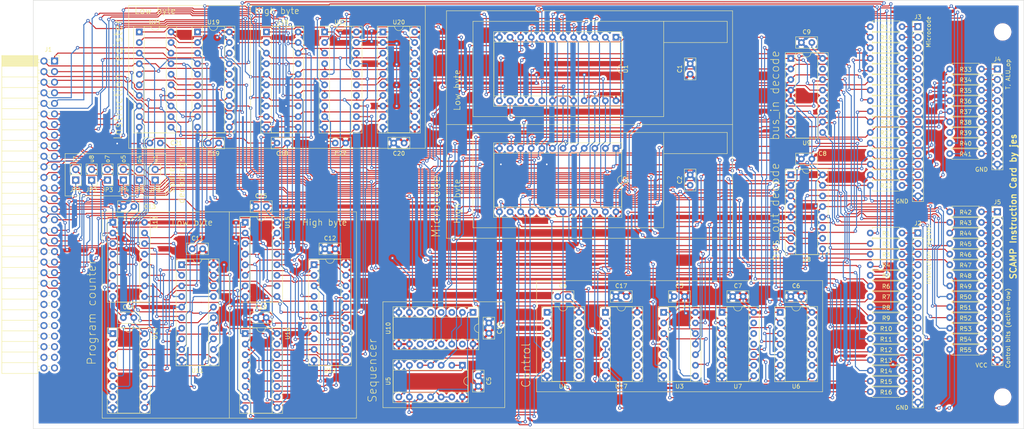
<source format=kicad_pcb>
(kicad_pcb (version 20171130) (host pcbnew 5.1.5+dfsg1-2build2)
  (layers (0 F.Cu signal) (31 B.Cu signal) (34 B.Paste user) (35 F.Paste user) (36 B.SilkS user) (37 F.SilkS user) (38 B.Mask user) (39 F.Mask user) (44 Edge.Cuts user))
  (net 0 "")
  (net 1 GND)
  (net 2 VCC)
  (net 3 EX)
  (net 4 NX)
  (net 5 EY)
  (net 6 NY)
  (net 7 F)
  (net 8 NO)
  (net 9 "Net-(J1-Pad37)")
  (net 10 "Net-(J1-Pad36)")
  (net 11 "Net-(J1-Pad35)")
  (net 12 "Net-(J1-Pad34)")
  (net 13 "Net-(J1-Pad33)")
  (net 14 U0)
  (net 15 CLK)
  (net 16 ~RESET~)
  (net 17 "Net-(J1-Pad27)")
  (net 18 DI)
  (net 19 DO)
  (net 20 MI)
  (net 21 MO)
  (net 22 ~AI~)
  (net 23 ~YI~)
  (net 24 ~XI~)
  (net 25 U15)
  (net 26 LT)
  (net 27 Z)
  (net 28 D15)
  (net 29 D14)
  (net 30 D13)
  (net 31 D12)
  (net 32 D11)
  (net 33 D10)
  (net 34 D9)
  (net 35 D8)
  (net 36 D7)
  (net 37 D6)
  (net 38 D5)
  (net 39 D4)
  (net 40 D3)
  (net 41 D2)
  (net 42 D1)
  (net 43 D0)
  (net 44 "Net-(J2-Pad16)")
  (net 45 "Net-(J2-Pad15)")
  (net 46 "Net-(J2-Pad14)")
  (net 47 "Net-(J2-Pad13)")
  (net 48 "Net-(J2-Pad12)")
  (net 49 "Net-(J2-Pad11)")
  (net 50 "Net-(J2-Pad10)")
  (net 51 "Net-(J2-Pad9)")
  (net 52 "Net-(J2-Pad8)")
  (net 53 "Net-(J2-Pad7)")
  (net 54 "Net-(J2-Pad6)")
  (net 55 "Net-(J2-Pad5)")
  (net 56 "Net-(J2-Pad4)")
  (net 57 "Net-(J2-Pad3)")
  (net 58 "Net-(J2-Pad2)")
  (net 59 "Net-(J2-Pad1)")
  (net 60 "Net-(J3-Pad16)")
  (net 61 "Net-(J3-Pad15)")
  (net 62 "Net-(J3-Pad14)")
  (net 63 "Net-(J3-Pad13)")
  (net 64 "Net-(J3-Pad12)")
  (net 65 "Net-(J3-Pad11)")
  (net 66 "Net-(J3-Pad10)")
  (net 67 "Net-(J3-Pad9)")
  (net 68 "Net-(J3-Pad8)")
  (net 69 "Net-(J3-Pad7)")
  (net 70 "Net-(J3-Pad6)")
  (net 71 "Net-(J3-Pad5)")
  (net 72 "Net-(J3-Pad4)")
  (net 73 "Net-(J3-Pad3)")
  (net 74 "Net-(J3-Pad2)")
  (net 75 "Net-(J3-Pad1)")
  (net 76 "Net-(J4-Pad9)")
  (net 77 "Net-(J4-Pad8)")
  (net 78 "Net-(J4-Pad7)")
  (net 79 "Net-(J4-Pad6)")
  (net 80 "Net-(J4-Pad5)")
  (net 81 "Net-(J4-Pad4)")
  (net 82 "Net-(J4-Pad3)")
  (net 83 "Net-(J4-Pad2)")
  (net 84 "Net-(J4-Pad1)")
  (net 85 "Net-(J5-Pad14)")
  (net 86 "Net-(J5-Pad13)")
  (net 87 "Net-(J5-Pad12)")
  (net 88 "Net-(J5-Pad11)")
  (net 89 "Net-(J5-Pad10)")
  (net 90 "Net-(J5-Pad9)")
  (net 91 "Net-(J5-Pad8)")
  (net 92 "Net-(J5-Pad7)")
  (net 93 "Net-(J5-Pad6)")
  (net 94 "Net-(J5-Pad5)")
  (net 95 "Net-(J5-Pad4)")
  (net 96 "Net-(J5-Pad3)")
  (net 97 "Net-(J5-Pad2)")
  (net 98 "Net-(J5-Pad1)")
  (net 99 spare_I7)
  (net 100 I0)
  (net 101 I1)
  (net 102 I2)
  (net 103 I3)
  (net 104 I4)
  (net 105 I5)
  (net 106 I6)
  (net 107 I7)
  (net 108 I8)
  (net 109 I9)
  (net 110 I10)
  (net 111 I11)
  (net 112 I12)
  (net 113 I13)
  (net 114 I14)
  (net 115 I15)
  (net 116 U1)
  (net 117 JLT)
  (net 118 JGT)
  (net 119 JZ)
  (net 120 U5)
  (net 121 U6)
  (net 122 U7)
  (net 123 U8)
  (net 124 T0)
  (net 125 T1)
  (net 126 T2)
  (net 127 ~PO~)
  (net 128 ~IOH~)
  (net 129 ~IOL~)
  (net 130 inv_MO)
  (net 131 inv_DO)
  (net 132 inv_RT)
  (net 133 ~II~)
  (net 134 inv_MI)
  (net 135 inv_DI)
  (net 136 inv_PP)
  (net 137 ~JMP~)
  (net 138 JMP)
  (net 139 GT)
  (net 140 Z_LT)
  (net 141 PP)
  (net 142 RT)
  (net 143 "Net-(U5-Pad12)")
  (net 144 ~reset_T~)
  (net 145 inv_CLK)
  (net 146 JLT_LT)
  (net 147 JZ_Z)
  (net 148 JGT_GT)
  (net 149 "Net-(U7-Pad6)")
  (net 150 spare_O7)
  (net 151 spare_O4)
  (net 152 spare_O5)
  (net 153 P3)
  (net 154 P7)
  (net 155 P2)
  (net 156 P6)
  (net 157 P1)
  (net 158 P5)
  (net 159 P0)
  (net 160 P4)
  (net 161 P11)
  (net 162 P15)
  (net 163 P10)
  (net 164 P14)
  (net 165 P9)
  (net 166 P13)
  (net 167 P8)
  (net 168 P12)
  (net 169 "Net-(U13-Pad15)")
  (net 170 "Net-(U14-Pad15)")
  (net 171 "Net-(U15-Pad15)")
  (net 172 ~IOLH~)
  (module MountingHole:MountingHole_3.2mm_M3 (layer F.Cu) (at 257.81 133.35)
    (fp_text reference REF** hide)
    (fp_text value MountingHole_3.2mm_M3)
    (pad 1 np_thru_hole circle (at 0 0) (size 3.2 3.2) (drill 3.2) (layers *.Cu *.Mask))
  )
  (module MountingHole:MountingHole_3.2mm_M3 (layer F.Cu) (at 257.81 45.72)
    (fp_text reference REF** hide)
    (fp_text value MountingHole_3.2mm_M3)
    (pad 1 np_thru_hole circle (at 0 0) (size 3.2 3.2) (drill 3.2) (layers *.Cu *.Mask))
  )
  (module Connector_PinHeader_2.54mm:PinHeader_1x02_P2.54mm_Vertical (layer F.Cu) (at 54.61 81.28 180)
    (fp_text reference JP6 (at 0 -2.33) (layer F.SilkS))
    (fp_text value Jumper_NO_Small)
    (pad 2 thru_hole oval (at 0 2.54 180) (size 1.7 1.7) (drill 1) (layers *.Cu *.Mask) (net 116 U1))
    (pad 1 thru_hole rect (at 0 0 180) (size 1.7 1.7) (drill 1) (layers *.Cu *.Mask) (net 13 "Net-(J1-Pad33)"))
  )
  (module Connector_PinHeader_2.54mm:PinHeader_1x02_P2.54mm_Vertical (layer F.Cu) (at 50.8 81.28 180)
    (fp_text reference JP5 (at 0 -2.33) (layer F.SilkS))
    (fp_text value Jumper_NO_Small)
    (pad 2 thru_hole oval (at 0 2.54 180) (size 1.7 1.7) (drill 1) (layers *.Cu *.Mask) (net 151 spare_O4))
    (pad 1 thru_hole rect (at 0 0 180) (size 1.7 1.7) (drill 1) (layers *.Cu *.Mask) (net 12 "Net-(J1-Pad34)"))
  )
  (module Connector_PinHeader_2.54mm:PinHeader_1x02_P2.54mm_Vertical (layer F.Cu) (at 46.99 81.28 180)
    (fp_text reference JP4 (at 0 -2.33) (layer F.SilkS))
    (fp_text value Jumper_NO_Small)
    (pad 2 thru_hole oval (at 0 2.54 180) (size 1.7 1.7) (drill 1) (layers *.Cu *.Mask) (net 152 spare_O5))
    (pad 1 thru_hole rect (at 0 0 180) (size 1.7 1.7) (drill 1) (layers *.Cu *.Mask) (net 11 "Net-(J1-Pad35)"))
  )
  (module Connector_PinHeader_2.54mm:PinHeader_1x02_P2.54mm_Vertical (layer F.Cu) (at 43.18 81.28 180)
    (fp_text reference JP3 (at 0 -2.33) (layer F.SilkS))
    (fp_text value Jumper_NO_Small)
    (pad 2 thru_hole oval (at 0 2.54 180) (size 1.7 1.7) (drill 1) (layers *.Cu *.Mask) (net 150 spare_O7))
    (pad 1 thru_hole rect (at 0 0 180) (size 1.7 1.7) (drill 1) (layers *.Cu *.Mask) (net 10 "Net-(J1-Pad36)"))
  )
  (module Connector_PinHeader_2.54mm:PinHeader_1x02_P2.54mm_Vertical (layer F.Cu) (at 39.37 81.28 180)
    (fp_text reference JP2 (at 0 -2.33) (layer F.SilkS))
    (fp_text value Jumper_NO_Small)
    (pad 2 thru_hole oval (at 0 2.54 180) (size 1.7 1.7) (drill 1) (layers *.Cu *.Mask) (net 123 U8))
    (pad 1 thru_hole rect (at 0 0 180) (size 1.7 1.7) (drill 1) (layers *.Cu *.Mask) (net 9 "Net-(J1-Pad37)"))
  )
  (module Connector_PinHeader_2.54mm:PinHeader_1x02_P2.54mm_Vertical (layer F.Cu) (at 35.56 81.28 180)
    (fp_text reference JP1 (at 0 -2.33) (layer F.SilkS))
    (fp_text value Jumper_NO_Small)
    (pad 2 thru_hole oval (at 0 2.54 180) (size 1.7 1.7) (drill 1) (layers *.Cu *.Mask) (net 99 spare_I7))
    (pad 1 thru_hole rect (at 0 0 180) (size 1.7 1.7) (drill 1) (layers *.Cu *.Mask) (net 17 "Net-(J1-Pad27)"))
  )
  (module Package_DIP:DIP-20_W7.62mm_Socket (layer F.Cu) (at 95.25 45.72)
    (fp_text reference U22 (at 3.81 -2.33) (layer F.SilkS))
    (fp_text value 74LS377)
    (pad 20 thru_hole oval (at 7.62 0) (size 1.6 1.6) (drill 0.8) (layers *.Cu *.Mask) (net 2 VCC))
    (pad 10 thru_hole oval (at 0 22.86) (size 1.6 1.6) (drill 0.8) (layers *.Cu *.Mask) (net 1 GND))
    (pad 19 thru_hole oval (at 7.62 2.54) (size 1.6 1.6) (drill 0.8) (layers *.Cu *.Mask) (net 115 I15))
    (pad 9 thru_hole oval (at 0 20.32) (size 1.6 1.6) (drill 0.8) (layers *.Cu *.Mask) (net 111 I11))
    (pad 18 thru_hole oval (at 7.62 5.08) (size 1.6 1.6) (drill 0.8) (layers *.Cu *.Mask) (net 28 D15))
    (pad 8 thru_hole oval (at 0 17.78) (size 1.6 1.6) (drill 0.8) (layers *.Cu *.Mask) (net 32 D11))
    (pad 17 thru_hole oval (at 7.62 7.62) (size 1.6 1.6) (drill 0.8) (layers *.Cu *.Mask) (net 29 D14))
    (pad 7 thru_hole oval (at 0 15.24) (size 1.6 1.6) (drill 0.8) (layers *.Cu *.Mask) (net 33 D10))
    (pad 16 thru_hole oval (at 7.62 10.16) (size 1.6 1.6) (drill 0.8) (layers *.Cu *.Mask) (net 114 I14))
    (pad 6 thru_hole oval (at 0 12.7) (size 1.6 1.6) (drill 0.8) (layers *.Cu *.Mask) (net 110 I10))
    (pad 15 thru_hole oval (at 7.62 12.7) (size 1.6 1.6) (drill 0.8) (layers *.Cu *.Mask) (net 113 I13))
    (pad 5 thru_hole oval (at 0 10.16) (size 1.6 1.6) (drill 0.8) (layers *.Cu *.Mask) (net 109 I9))
    (pad 14 thru_hole oval (at 7.62 15.24) (size 1.6 1.6) (drill 0.8) (layers *.Cu *.Mask) (net 30 D13))
    (pad 4 thru_hole oval (at 0 7.62) (size 1.6 1.6) (drill 0.8) (layers *.Cu *.Mask) (net 34 D9))
    (pad 13 thru_hole oval (at 7.62 17.78) (size 1.6 1.6) (drill 0.8) (layers *.Cu *.Mask) (net 31 D12))
    (pad 3 thru_hole oval (at 0 5.08) (size 1.6 1.6) (drill 0.8) (layers *.Cu *.Mask) (net 35 D8))
    (pad 12 thru_hole oval (at 7.62 20.32) (size 1.6 1.6) (drill 0.8) (layers *.Cu *.Mask) (net 112 I12))
    (pad 2 thru_hole oval (at 0 2.54) (size 1.6 1.6) (drill 0.8) (layers *.Cu *.Mask) (net 108 I8))
    (pad 11 thru_hole oval (at 7.62 22.86) (size 1.6 1.6) (drill 0.8) (layers *.Cu *.Mask) (net 15 CLK))
    (pad 1 thru_hole rect (at 0 0) (size 1.6 1.6) (drill 0.8) (layers *.Cu *.Mask) (net 133 ~II~))
  )
  (module Package_DIP:DIP-20_W7.62mm_Socket (layer F.Cu) (at 50.8 45.72)
    (fp_text reference U21 (at 3.81 -2.33) (layer F.SilkS))
    (fp_text value 74LS377)
    (pad 20 thru_hole oval (at 7.62 0) (size 1.6 1.6) (drill 0.8) (layers *.Cu *.Mask) (net 2 VCC))
    (pad 10 thru_hole oval (at 0 22.86) (size 1.6 1.6) (drill 0.8) (layers *.Cu *.Mask) (net 1 GND))
    (pad 19 thru_hole oval (at 7.62 2.54) (size 1.6 1.6) (drill 0.8) (layers *.Cu *.Mask) (net 107 I7))
    (pad 9 thru_hole oval (at 0 20.32) (size 1.6 1.6) (drill 0.8) (layers *.Cu *.Mask) (net 103 I3))
    (pad 18 thru_hole oval (at 7.62 5.08) (size 1.6 1.6) (drill 0.8) (layers *.Cu *.Mask) (net 36 D7))
    (pad 8 thru_hole oval (at 0 17.78) (size 1.6 1.6) (drill 0.8) (layers *.Cu *.Mask) (net 40 D3))
    (pad 17 thru_hole oval (at 7.62 7.62) (size 1.6 1.6) (drill 0.8) (layers *.Cu *.Mask) (net 37 D6))
    (pad 7 thru_hole oval (at 0 15.24) (size 1.6 1.6) (drill 0.8) (layers *.Cu *.Mask) (net 41 D2))
    (pad 16 thru_hole oval (at 7.62 10.16) (size 1.6 1.6) (drill 0.8) (layers *.Cu *.Mask) (net 106 I6))
    (pad 6 thru_hole oval (at 0 12.7) (size 1.6 1.6) (drill 0.8) (layers *.Cu *.Mask) (net 102 I2))
    (pad 15 thru_hole oval (at 7.62 12.7) (size 1.6 1.6) (drill 0.8) (layers *.Cu *.Mask) (net 105 I5))
    (pad 5 thru_hole oval (at 0 10.16) (size 1.6 1.6) (drill 0.8) (layers *.Cu *.Mask) (net 101 I1))
    (pad 14 thru_hole oval (at 7.62 15.24) (size 1.6 1.6) (drill 0.8) (layers *.Cu *.Mask) (net 38 D5))
    (pad 4 thru_hole oval (at 0 7.62) (size 1.6 1.6) (drill 0.8) (layers *.Cu *.Mask) (net 42 D1))
    (pad 13 thru_hole oval (at 7.62 17.78) (size 1.6 1.6) (drill 0.8) (layers *.Cu *.Mask) (net 39 D4))
    (pad 3 thru_hole oval (at 0 5.08) (size 1.6 1.6) (drill 0.8) (layers *.Cu *.Mask) (net 43 D0))
    (pad 12 thru_hole oval (at 7.62 20.32) (size 1.6 1.6) (drill 0.8) (layers *.Cu *.Mask) (net 104 I4))
    (pad 2 thru_hole oval (at 0 2.54) (size 1.6 1.6) (drill 0.8) (layers *.Cu *.Mask) (net 100 I0))
    (pad 11 thru_hole oval (at 7.62 22.86) (size 1.6 1.6) (drill 0.8) (layers *.Cu *.Mask) (net 15 CLK))
    (pad 1 thru_hole rect (at 0 0) (size 1.6 1.6) (drill 0.8) (layers *.Cu *.Mask) (net 133 ~II~))
  )
  (module Package_DIP:DIP-20_W7.62mm_Socket (layer F.Cu) (at 109.22 45.72)
    (fp_text reference U20 (at 3.81 -2.33) (layer F.SilkS))
    (fp_text value 74LS244)
    (pad 20 thru_hole oval (at 7.62 0) (size 1.6 1.6) (drill 0.8) (layers *.Cu *.Mask) (net 2 VCC))
    (pad 10 thru_hole oval (at 0 22.86) (size 1.6 1.6) (drill 0.8) (layers *.Cu *.Mask) (net 1 GND))
    (pad 19 thru_hole oval (at 7.62 2.54) (size 1.6 1.6) (drill 0.8) (layers *.Cu *.Mask) (net 128 ~IOH~))
    (pad 9 thru_hole oval (at 0 20.32) (size 1.6 1.6) (drill 0.8) (layers *.Cu *.Mask) (net 31 D12))
    (pad 18 thru_hole oval (at 7.62 5.08) (size 1.6 1.6) (drill 0.8) (layers *.Cu *.Mask) (net 35 D8))
    (pad 8 thru_hole oval (at 0 17.78) (size 1.6 1.6) (drill 0.8) (layers *.Cu *.Mask) (net 2 VCC))
    (pad 17 thru_hole oval (at 7.62 7.62) (size 1.6 1.6) (drill 0.8) (layers *.Cu *.Mask) (net 2 VCC))
    (pad 7 thru_hole oval (at 0 15.24) (size 1.6 1.6) (drill 0.8) (layers *.Cu *.Mask) (net 30 D13))
    (pad 16 thru_hole oval (at 7.62 10.16) (size 1.6 1.6) (drill 0.8) (layers *.Cu *.Mask) (net 34 D9))
    (pad 6 thru_hole oval (at 0 12.7) (size 1.6 1.6) (drill 0.8) (layers *.Cu *.Mask) (net 2 VCC))
    (pad 15 thru_hole oval (at 7.62 12.7) (size 1.6 1.6) (drill 0.8) (layers *.Cu *.Mask) (net 2 VCC))
    (pad 5 thru_hole oval (at 0 10.16) (size 1.6 1.6) (drill 0.8) (layers *.Cu *.Mask) (net 29 D14))
    (pad 14 thru_hole oval (at 7.62 15.24) (size 1.6 1.6) (drill 0.8) (layers *.Cu *.Mask) (net 33 D10))
    (pad 4 thru_hole oval (at 0 7.62) (size 1.6 1.6) (drill 0.8) (layers *.Cu *.Mask) (net 2 VCC))
    (pad 13 thru_hole oval (at 7.62 17.78) (size 1.6 1.6) (drill 0.8) (layers *.Cu *.Mask) (net 2 VCC))
    (pad 3 thru_hole oval (at 0 5.08) (size 1.6 1.6) (drill 0.8) (layers *.Cu *.Mask) (net 28 D15))
    (pad 12 thru_hole oval (at 7.62 20.32) (size 1.6 1.6) (drill 0.8) (layers *.Cu *.Mask) (net 32 D11))
    (pad 2 thru_hole oval (at 0 2.54) (size 1.6 1.6) (drill 0.8) (layers *.Cu *.Mask) (net 2 VCC))
    (pad 11 thru_hole oval (at 7.62 22.86) (size 1.6 1.6) (drill 0.8) (layers *.Cu *.Mask) (net 2 VCC))
    (pad 1 thru_hole rect (at 0 0) (size 1.6 1.6) (drill 0.8) (layers *.Cu *.Mask) (net 128 ~IOH~))
  )
  (module Package_DIP:DIP-20_W7.62mm_Socket (layer F.Cu) (at 64.77 45.72)
    (fp_text reference U19 (at 3.81 -2.33) (layer F.SilkS))
    (fp_text value 74LS244)
    (pad 20 thru_hole oval (at 7.62 0) (size 1.6 1.6) (drill 0.8) (layers *.Cu *.Mask) (net 2 VCC))
    (pad 10 thru_hole oval (at 0 22.86) (size 1.6 1.6) (drill 0.8) (layers *.Cu *.Mask) (net 1 GND))
    (pad 19 thru_hole oval (at 7.62 2.54) (size 1.6 1.6) (drill 0.8) (layers *.Cu *.Mask) (net 172 ~IOLH~))
    (pad 9 thru_hole oval (at 0 20.32) (size 1.6 1.6) (drill 0.8) (layers *.Cu *.Mask) (net 39 D4))
    (pad 18 thru_hole oval (at 7.62 5.08) (size 1.6 1.6) (drill 0.8) (layers *.Cu *.Mask) (net 43 D0))
    (pad 8 thru_hole oval (at 0 17.78) (size 1.6 1.6) (drill 0.8) (layers *.Cu *.Mask) (net 103 I3))
    (pad 17 thru_hole oval (at 7.62 7.62) (size 1.6 1.6) (drill 0.8) (layers *.Cu *.Mask) (net 107 I7))
    (pad 7 thru_hole oval (at 0 15.24) (size 1.6 1.6) (drill 0.8) (layers *.Cu *.Mask) (net 38 D5))
    (pad 16 thru_hole oval (at 7.62 10.16) (size 1.6 1.6) (drill 0.8) (layers *.Cu *.Mask) (net 42 D1))
    (pad 6 thru_hole oval (at 0 12.7) (size 1.6 1.6) (drill 0.8) (layers *.Cu *.Mask) (net 102 I2))
    (pad 15 thru_hole oval (at 7.62 12.7) (size 1.6 1.6) (drill 0.8) (layers *.Cu *.Mask) (net 106 I6))
    (pad 5 thru_hole oval (at 0 10.16) (size 1.6 1.6) (drill 0.8) (layers *.Cu *.Mask) (net 37 D6))
    (pad 14 thru_hole oval (at 7.62 15.24) (size 1.6 1.6) (drill 0.8) (layers *.Cu *.Mask) (net 41 D2))
    (pad 4 thru_hole oval (at 0 7.62) (size 1.6 1.6) (drill 0.8) (layers *.Cu *.Mask) (net 101 I1))
    (pad 13 thru_hole oval (at 7.62 17.78) (size 1.6 1.6) (drill 0.8) (layers *.Cu *.Mask) (net 105 I5))
    (pad 3 thru_hole oval (at 0 5.08) (size 1.6 1.6) (drill 0.8) (layers *.Cu *.Mask) (net 36 D7))
    (pad 12 thru_hole oval (at 7.62 20.32) (size 1.6 1.6) (drill 0.8) (layers *.Cu *.Mask) (net 40 D3))
    (pad 2 thru_hole oval (at 0 2.54) (size 1.6 1.6) (drill 0.8) (layers *.Cu *.Mask) (net 100 I0))
    (pad 11 thru_hole oval (at 7.62 22.86) (size 1.6 1.6) (drill 0.8) (layers *.Cu *.Mask) (net 104 I4))
    (pad 1 thru_hole rect (at 0 0) (size 1.6 1.6) (drill 0.8) (layers *.Cu *.Mask) (net 172 ~IOLH~))
  )
  (module Package_DIP:DIP-20_W7.62mm_Socket (layer F.Cu) (at 81.28 45.72)
    (fp_text reference U18 (at 3.81 -2.33) (layer F.SilkS))
    (fp_text value 74LS244)
    (pad 20 thru_hole oval (at 7.62 0) (size 1.6 1.6) (drill 0.8) (layers *.Cu *.Mask) (net 2 VCC))
    (pad 10 thru_hole oval (at 0 22.86) (size 1.6 1.6) (drill 0.8) (layers *.Cu *.Mask) (net 1 GND))
    (pad 19 thru_hole oval (at 7.62 2.54) (size 1.6 1.6) (drill 0.8) (layers *.Cu *.Mask) (net 129 ~IOL~))
    (pad 9 thru_hole oval (at 0 20.32) (size 1.6 1.6) (drill 0.8) (layers *.Cu *.Mask) (net 31 D12))
    (pad 18 thru_hole oval (at 7.62 5.08) (size 1.6 1.6) (drill 0.8) (layers *.Cu *.Mask) (net 35 D8))
    (pad 8 thru_hole oval (at 0 17.78) (size 1.6 1.6) (drill 0.8) (layers *.Cu *.Mask) (net 1 GND))
    (pad 17 thru_hole oval (at 7.62 7.62) (size 1.6 1.6) (drill 0.8) (layers *.Cu *.Mask) (net 1 GND))
    (pad 7 thru_hole oval (at 0 15.24) (size 1.6 1.6) (drill 0.8) (layers *.Cu *.Mask) (net 30 D13))
    (pad 16 thru_hole oval (at 7.62 10.16) (size 1.6 1.6) (drill 0.8) (layers *.Cu *.Mask) (net 34 D9))
    (pad 6 thru_hole oval (at 0 12.7) (size 1.6 1.6) (drill 0.8) (layers *.Cu *.Mask) (net 1 GND))
    (pad 15 thru_hole oval (at 7.62 12.7) (size 1.6 1.6) (drill 0.8) (layers *.Cu *.Mask) (net 1 GND))
    (pad 5 thru_hole oval (at 0 10.16) (size 1.6 1.6) (drill 0.8) (layers *.Cu *.Mask) (net 29 D14))
    (pad 14 thru_hole oval (at 7.62 15.24) (size 1.6 1.6) (drill 0.8) (layers *.Cu *.Mask) (net 33 D10))
    (pad 4 thru_hole oval (at 0 7.62) (size 1.6 1.6) (drill 0.8) (layers *.Cu *.Mask) (net 1 GND))
    (pad 13 thru_hole oval (at 7.62 17.78) (size 1.6 1.6) (drill 0.8) (layers *.Cu *.Mask) (net 1 GND))
    (pad 3 thru_hole oval (at 0 5.08) (size 1.6 1.6) (drill 0.8) (layers *.Cu *.Mask) (net 28 D15))
    (pad 12 thru_hole oval (at 7.62 20.32) (size 1.6 1.6) (drill 0.8) (layers *.Cu *.Mask) (net 32 D11))
    (pad 2 thru_hole oval (at 0 2.54) (size 1.6 1.6) (drill 0.8) (layers *.Cu *.Mask) (net 1 GND))
    (pad 11 thru_hole oval (at 7.62 22.86) (size 1.6 1.6) (drill 0.8) (layers *.Cu *.Mask) (net 1 GND))
    (pad 1 thru_hole rect (at 0 0) (size 1.6 1.6) (drill 0.8) (layers *.Cu *.Mask) (net 129 ~IOL~))
  )
  (module Package_DIP:DIP-14_W7.62mm_Socket (layer F.Cu) (at 162.56 113.03)
    (fp_text reference U17 (at 3.81 17.78) (layer F.SilkS))
    (fp_text value 74LS00)
    (pad 14 thru_hole oval (at 7.62 0) (size 1.6 1.6) (drill 0.8) (layers *.Cu *.Mask) (net 2 VCC))
    (pad 7 thru_hole oval (at 0 15.24) (size 1.6 1.6) (drill 0.8) (layers *.Cu *.Mask) (net 1 GND))
    (pad 13 thru_hole oval (at 7.62 2.54) (size 1.6 1.6) (drill 0.8) (layers *.Cu *.Mask))
    (pad 6 thru_hole oval (at 0 12.7) (size 1.6 1.6) (drill 0.8) (layers *.Cu *.Mask) (net 136 inv_PP))
    (pad 12 thru_hole oval (at 7.62 5.08) (size 1.6 1.6) (drill 0.8) (layers *.Cu *.Mask))
    (pad 5 thru_hole oval (at 0 10.16) (size 1.6 1.6) (drill 0.8) (layers *.Cu *.Mask) (net 141 PP))
    (pad 11 thru_hole oval (at 7.62 7.62) (size 1.6 1.6) (drill 0.8) (layers *.Cu *.Mask))
    (pad 4 thru_hole oval (at 0 7.62) (size 1.6 1.6) (drill 0.8) (layers *.Cu *.Mask) (net 141 PP))
    (pad 10 thru_hole oval (at 7.62 10.16) (size 1.6 1.6) (drill 0.8) (layers *.Cu *.Mask))
    (pad 3 thru_hole oval (at 0 5.08) (size 1.6 1.6) (drill 0.8) (layers *.Cu *.Mask) (net 172 ~IOLH~))
    (pad 9 thru_hole oval (at 7.62 12.7) (size 1.6 1.6) (drill 0.8) (layers *.Cu *.Mask))
    (pad 2 thru_hole oval (at 0 2.54) (size 1.6 1.6) (drill 0.8) (layers *.Cu *.Mask) (net 129 ~IOL~))
    (pad 8 thru_hole oval (at 7.62 15.24) (size 1.6 1.6) (drill 0.8) (layers *.Cu *.Mask))
    (pad 1 thru_hole rect (at 0 0) (size 1.6 1.6) (drill 0.8) (layers *.Cu *.Mask) (net 128 ~IOH~))
  )
  (module Package_DIP:DIP-16_W7.62mm_Socket (layer F.Cu) (at 76.2 118.11)
    (fp_text reference U16 (at 10.16 0 90) (layer F.SilkS))
    (fp_text value 74LS161)
    (pad 16 thru_hole oval (at 7.62 0) (size 1.6 1.6) (drill 0.8) (layers *.Cu *.Mask) (net 2 VCC))
    (pad 8 thru_hole oval (at 0 17.78) (size 1.6 1.6) (drill 0.8) (layers *.Cu *.Mask) (net 1 GND))
    (pad 15 thru_hole oval (at 7.62 2.54) (size 1.6 1.6) (drill 0.8) (layers *.Cu *.Mask))
    (pad 7 thru_hole oval (at 0 15.24) (size 1.6 1.6) (drill 0.8) (layers *.Cu *.Mask) (net 141 PP))
    (pad 14 thru_hole oval (at 7.62 5.08) (size 1.6 1.6) (drill 0.8) (layers *.Cu *.Mask) (net 168 P12))
    (pad 6 thru_hole oval (at 0 12.7) (size 1.6 1.6) (drill 0.8) (layers *.Cu *.Mask) (net 28 D15))
    (pad 13 thru_hole oval (at 7.62 7.62) (size 1.6 1.6) (drill 0.8) (layers *.Cu *.Mask) (net 166 P13))
    (pad 5 thru_hole oval (at 0 10.16) (size 1.6 1.6) (drill 0.8) (layers *.Cu *.Mask) (net 29 D14))
    (pad 12 thru_hole oval (at 7.62 10.16) (size 1.6 1.6) (drill 0.8) (layers *.Cu *.Mask) (net 164 P14))
    (pad 4 thru_hole oval (at 0 7.62) (size 1.6 1.6) (drill 0.8) (layers *.Cu *.Mask) (net 30 D13))
    (pad 11 thru_hole oval (at 7.62 12.7) (size 1.6 1.6) (drill 0.8) (layers *.Cu *.Mask) (net 162 P15))
    (pad 3 thru_hole oval (at 0 5.08) (size 1.6 1.6) (drill 0.8) (layers *.Cu *.Mask) (net 31 D12))
    (pad 10 thru_hole oval (at 7.62 15.24) (size 1.6 1.6) (drill 0.8) (layers *.Cu *.Mask) (net 171 "Net-(U15-Pad15)"))
    (pad 2 thru_hole oval (at 0 2.54) (size 1.6 1.6) (drill 0.8) (layers *.Cu *.Mask) (net 15 CLK))
    (pad 9 thru_hole oval (at 7.62 17.78) (size 1.6 1.6) (drill 0.8) (layers *.Cu *.Mask) (net 137 ~JMP~))
    (pad 1 thru_hole rect (at 0 0) (size 1.6 1.6) (drill 0.8) (layers *.Cu *.Mask) (net 16 ~RESET~))
  )
  (module Package_DIP:DIP-16_W7.62mm_Socket (layer F.Cu) (at 76.2 91.44)
    (fp_text reference U15 (at 10.16 0 90) (layer F.SilkS))
    (fp_text value 74LS161)
    (pad 16 thru_hole oval (at 7.62 0) (size 1.6 1.6) (drill 0.8) (layers *.Cu *.Mask) (net 2 VCC))
    (pad 8 thru_hole oval (at 0 17.78) (size 1.6 1.6) (drill 0.8) (layers *.Cu *.Mask) (net 1 GND))
    (pad 15 thru_hole oval (at 7.62 2.54) (size 1.6 1.6) (drill 0.8) (layers *.Cu *.Mask) (net 171 "Net-(U15-Pad15)"))
    (pad 7 thru_hole oval (at 0 15.24) (size 1.6 1.6) (drill 0.8) (layers *.Cu *.Mask) (net 141 PP))
    (pad 14 thru_hole oval (at 7.62 5.08) (size 1.6 1.6) (drill 0.8) (layers *.Cu *.Mask) (net 167 P8))
    (pad 6 thru_hole oval (at 0 12.7) (size 1.6 1.6) (drill 0.8) (layers *.Cu *.Mask) (net 32 D11))
    (pad 13 thru_hole oval (at 7.62 7.62) (size 1.6 1.6) (drill 0.8) (layers *.Cu *.Mask) (net 165 P9))
    (pad 5 thru_hole oval (at 0 10.16) (size 1.6 1.6) (drill 0.8) (layers *.Cu *.Mask) (net 33 D10))
    (pad 12 thru_hole oval (at 7.62 10.16) (size 1.6 1.6) (drill 0.8) (layers *.Cu *.Mask) (net 163 P10))
    (pad 4 thru_hole oval (at 0 7.62) (size 1.6 1.6) (drill 0.8) (layers *.Cu *.Mask) (net 34 D9))
    (pad 11 thru_hole oval (at 7.62 12.7) (size 1.6 1.6) (drill 0.8) (layers *.Cu *.Mask) (net 161 P11))
    (pad 3 thru_hole oval (at 0 5.08) (size 1.6 1.6) (drill 0.8) (layers *.Cu *.Mask) (net 35 D8))
    (pad 10 thru_hole oval (at 7.62 15.24) (size 1.6 1.6) (drill 0.8) (layers *.Cu *.Mask) (net 170 "Net-(U14-Pad15)"))
    (pad 2 thru_hole oval (at 0 2.54) (size 1.6 1.6) (drill 0.8) (layers *.Cu *.Mask) (net 15 CLK))
    (pad 9 thru_hole oval (at 7.62 17.78) (size 1.6 1.6) (drill 0.8) (layers *.Cu *.Mask) (net 137 ~JMP~))
    (pad 1 thru_hole rect (at 0 0) (size 1.6 1.6) (drill 0.8) (layers *.Cu *.Mask) (net 16 ~RESET~))
  )
  (module Package_DIP:DIP-16_W7.62mm_Socket (layer F.Cu) (at 44.45 118.11)
    (fp_text reference U14 (at 10.16 0 90) (layer F.SilkS))
    (fp_text value 74LS161)
    (pad 16 thru_hole oval (at 7.62 0) (size 1.6 1.6) (drill 0.8) (layers *.Cu *.Mask) (net 2 VCC))
    (pad 8 thru_hole oval (at 0 17.78) (size 1.6 1.6) (drill 0.8) (layers *.Cu *.Mask) (net 1 GND))
    (pad 15 thru_hole oval (at 7.62 2.54) (size 1.6 1.6) (drill 0.8) (layers *.Cu *.Mask) (net 170 "Net-(U14-Pad15)"))
    (pad 7 thru_hole oval (at 0 15.24) (size 1.6 1.6) (drill 0.8) (layers *.Cu *.Mask) (net 141 PP))
    (pad 14 thru_hole oval (at 7.62 5.08) (size 1.6 1.6) (drill 0.8) (layers *.Cu *.Mask) (net 160 P4))
    (pad 6 thru_hole oval (at 0 12.7) (size 1.6 1.6) (drill 0.8) (layers *.Cu *.Mask) (net 36 D7))
    (pad 13 thru_hole oval (at 7.62 7.62) (size 1.6 1.6) (drill 0.8) (layers *.Cu *.Mask) (net 158 P5))
    (pad 5 thru_hole oval (at 0 10.16) (size 1.6 1.6) (drill 0.8) (layers *.Cu *.Mask) (net 37 D6))
    (pad 12 thru_hole oval (at 7.62 10.16) (size 1.6 1.6) (drill 0.8) (layers *.Cu *.Mask) (net 156 P6))
    (pad 4 thru_hole oval (at 0 7.62) (size 1.6 1.6) (drill 0.8) (layers *.Cu *.Mask) (net 38 D5))
    (pad 11 thru_hole oval (at 7.62 12.7) (size 1.6 1.6) (drill 0.8) (layers *.Cu *.Mask) (net 154 P7))
    (pad 3 thru_hole oval (at 0 5.08) (size 1.6 1.6) (drill 0.8) (layers *.Cu *.Mask) (net 39 D4))
    (pad 10 thru_hole oval (at 7.62 15.24) (size 1.6 1.6) (drill 0.8) (layers *.Cu *.Mask) (net 169 "Net-(U13-Pad15)"))
    (pad 2 thru_hole oval (at 0 2.54) (size 1.6 1.6) (drill 0.8) (layers *.Cu *.Mask) (net 15 CLK))
    (pad 9 thru_hole oval (at 7.62 17.78) (size 1.6 1.6) (drill 0.8) (layers *.Cu *.Mask) (net 137 ~JMP~))
    (pad 1 thru_hole rect (at 0 0) (size 1.6 1.6) (drill 0.8) (layers *.Cu *.Mask) (net 16 ~RESET~))
  )
  (module Package_DIP:DIP-16_W7.62mm_Socket (layer F.Cu) (at 44.45 91.44)
    (fp_text reference U13 (at 10.16 0 270) (layer F.SilkS))
    (fp_text value 74LS161)
    (pad 16 thru_hole oval (at 7.62 0) (size 1.6 1.6) (drill 0.8) (layers *.Cu *.Mask) (net 2 VCC))
    (pad 8 thru_hole oval (at 0 17.78) (size 1.6 1.6) (drill 0.8) (layers *.Cu *.Mask) (net 1 GND))
    (pad 15 thru_hole oval (at 7.62 2.54) (size 1.6 1.6) (drill 0.8) (layers *.Cu *.Mask) (net 169 "Net-(U13-Pad15)"))
    (pad 7 thru_hole oval (at 0 15.24) (size 1.6 1.6) (drill 0.8) (layers *.Cu *.Mask) (net 141 PP))
    (pad 14 thru_hole oval (at 7.62 5.08) (size 1.6 1.6) (drill 0.8) (layers *.Cu *.Mask) (net 159 P0))
    (pad 6 thru_hole oval (at 0 12.7) (size 1.6 1.6) (drill 0.8) (layers *.Cu *.Mask) (net 40 D3))
    (pad 13 thru_hole oval (at 7.62 7.62) (size 1.6 1.6) (drill 0.8) (layers *.Cu *.Mask) (net 157 P1))
    (pad 5 thru_hole oval (at 0 10.16) (size 1.6 1.6) (drill 0.8) (layers *.Cu *.Mask) (net 41 D2))
    (pad 12 thru_hole oval (at 7.62 10.16) (size 1.6 1.6) (drill 0.8) (layers *.Cu *.Mask) (net 155 P2))
    (pad 4 thru_hole oval (at 0 7.62) (size 1.6 1.6) (drill 0.8) (layers *.Cu *.Mask) (net 42 D1))
    (pad 11 thru_hole oval (at 7.62 12.7) (size 1.6 1.6) (drill 0.8) (layers *.Cu *.Mask) (net 153 P3))
    (pad 3 thru_hole oval (at 0 5.08) (size 1.6 1.6) (drill 0.8) (layers *.Cu *.Mask) (net 43 D0))
    (pad 10 thru_hole oval (at 7.62 15.24) (size 1.6 1.6) (drill 0.8) (layers *.Cu *.Mask) (net 141 PP))
    (pad 2 thru_hole oval (at 0 2.54) (size 1.6 1.6) (drill 0.8) (layers *.Cu *.Mask) (net 15 CLK))
    (pad 9 thru_hole oval (at 7.62 17.78) (size 1.6 1.6) (drill 0.8) (layers *.Cu *.Mask) (net 137 ~JMP~))
    (pad 1 thru_hole rect (at 0 0) (size 1.6 1.6) (drill 0.8) (layers *.Cu *.Mask) (net 16 ~RESET~))
  )
  (module Package_DIP:DIP-20_W7.62mm_Socket (layer F.Cu) (at 92.71 101.6)
    (fp_text reference U12 (at 3.81 25.4 180) (layer F.SilkS))
    (fp_text value 74LS244)
    (pad 20 thru_hole oval (at 7.62 0) (size 1.6 1.6) (drill 0.8) (layers *.Cu *.Mask) (net 2 VCC))
    (pad 10 thru_hole oval (at 0 22.86) (size 1.6 1.6) (drill 0.8) (layers *.Cu *.Mask) (net 1 GND))
    (pad 19 thru_hole oval (at 7.62 2.54) (size 1.6 1.6) (drill 0.8) (layers *.Cu *.Mask) (net 127 ~PO~))
    (pad 9 thru_hole oval (at 0 20.32) (size 1.6 1.6) (drill 0.8) (layers *.Cu *.Mask) (net 31 D12))
    (pad 18 thru_hole oval (at 7.62 5.08) (size 1.6 1.6) (drill 0.8) (layers *.Cu *.Mask) (net 35 D8))
    (pad 8 thru_hole oval (at 0 17.78) (size 1.6 1.6) (drill 0.8) (layers *.Cu *.Mask) (net 161 P11))
    (pad 17 thru_hole oval (at 7.62 7.62) (size 1.6 1.6) (drill 0.8) (layers *.Cu *.Mask) (net 162 P15))
    (pad 7 thru_hole oval (at 0 15.24) (size 1.6 1.6) (drill 0.8) (layers *.Cu *.Mask) (net 30 D13))
    (pad 16 thru_hole oval (at 7.62 10.16) (size 1.6 1.6) (drill 0.8) (layers *.Cu *.Mask) (net 34 D9))
    (pad 6 thru_hole oval (at 0 12.7) (size 1.6 1.6) (drill 0.8) (layers *.Cu *.Mask) (net 163 P10))
    (pad 15 thru_hole oval (at 7.62 12.7) (size 1.6 1.6) (drill 0.8) (layers *.Cu *.Mask) (net 164 P14))
    (pad 5 thru_hole oval (at 0 10.16) (size 1.6 1.6) (drill 0.8) (layers *.Cu *.Mask) (net 29 D14))
    (pad 14 thru_hole oval (at 7.62 15.24) (size 1.6 1.6) (drill 0.8) (layers *.Cu *.Mask) (net 33 D10))
    (pad 4 thru_hole oval (at 0 7.62) (size 1.6 1.6) (drill 0.8) (layers *.Cu *.Mask) (net 165 P9))
    (pad 13 thru_hole oval (at 7.62 17.78) (size 1.6 1.6) (drill 0.8) (layers *.Cu *.Mask) (net 166 P13))
    (pad 3 thru_hole oval (at 0 5.08) (size 1.6 1.6) (drill 0.8) (layers *.Cu *.Mask) (net 28 D15))
    (pad 12 thru_hole oval (at 7.62 20.32) (size 1.6 1.6) (drill 0.8) (layers *.Cu *.Mask) (net 32 D11))
    (pad 2 thru_hole oval (at 0 2.54) (size 1.6 1.6) (drill 0.8) (layers *.Cu *.Mask) (net 167 P8))
    (pad 11 thru_hole oval (at 7.62 22.86) (size 1.6 1.6) (drill 0.8) (layers *.Cu *.Mask) (net 168 P12))
    (pad 1 thru_hole rect (at 0 0) (size 1.6 1.6) (drill 0.8) (layers *.Cu *.Mask) (net 127 ~PO~))
  )
  (module Package_DIP:DIP-20_W7.62mm_Socket (layer F.Cu) (at 60.96 101.6)
    (fp_text reference U11 (at 3.81 25.4) (layer F.SilkS))
    (fp_text value 74LS244)
    (pad 20 thru_hole oval (at 7.62 0) (size 1.6 1.6) (drill 0.8) (layers *.Cu *.Mask) (net 2 VCC))
    (pad 10 thru_hole oval (at 0 22.86) (size 1.6 1.6) (drill 0.8) (layers *.Cu *.Mask) (net 1 GND))
    (pad 19 thru_hole oval (at 7.62 2.54) (size 1.6 1.6) (drill 0.8) (layers *.Cu *.Mask) (net 127 ~PO~))
    (pad 9 thru_hole oval (at 0 20.32) (size 1.6 1.6) (drill 0.8) (layers *.Cu *.Mask) (net 39 D4))
    (pad 18 thru_hole oval (at 7.62 5.08) (size 1.6 1.6) (drill 0.8) (layers *.Cu *.Mask) (net 43 D0))
    (pad 8 thru_hole oval (at 0 17.78) (size 1.6 1.6) (drill 0.8) (layers *.Cu *.Mask) (net 153 P3))
    (pad 17 thru_hole oval (at 7.62 7.62) (size 1.6 1.6) (drill 0.8) (layers *.Cu *.Mask) (net 154 P7))
    (pad 7 thru_hole oval (at 0 15.24) (size 1.6 1.6) (drill 0.8) (layers *.Cu *.Mask) (net 38 D5))
    (pad 16 thru_hole oval (at 7.62 10.16) (size 1.6 1.6) (drill 0.8) (layers *.Cu *.Mask) (net 42 D1))
    (pad 6 thru_hole oval (at 0 12.7) (size 1.6 1.6) (drill 0.8) (layers *.Cu *.Mask) (net 155 P2))
    (pad 15 thru_hole oval (at 7.62 12.7) (size 1.6 1.6) (drill 0.8) (layers *.Cu *.Mask) (net 156 P6))
    (pad 5 thru_hole oval (at 0 10.16) (size 1.6 1.6) (drill 0.8) (layers *.Cu *.Mask) (net 37 D6))
    (pad 14 thru_hole oval (at 7.62 15.24) (size 1.6 1.6) (drill 0.8) (layers *.Cu *.Mask) (net 41 D2))
    (pad 4 thru_hole oval (at 0 7.62) (size 1.6 1.6) (drill 0.8) (layers *.Cu *.Mask) (net 157 P1))
    (pad 13 thru_hole oval (at 7.62 17.78) (size 1.6 1.6) (drill 0.8) (layers *.Cu *.Mask) (net 158 P5))
    (pad 3 thru_hole oval (at 0 5.08) (size 1.6 1.6) (drill 0.8) (layers *.Cu *.Mask) (net 36 D7))
    (pad 12 thru_hole oval (at 7.62 20.32) (size 1.6 1.6) (drill 0.8) (layers *.Cu *.Mask) (net 40 D3))
    (pad 2 thru_hole oval (at 0 2.54) (size 1.6 1.6) (drill 0.8) (layers *.Cu *.Mask) (net 159 P0))
    (pad 11 thru_hole oval (at 7.62 22.86) (size 1.6 1.6) (drill 0.8) (layers *.Cu *.Mask) (net 160 P4))
    (pad 1 thru_hole rect (at 0 0) (size 1.6 1.6) (drill 0.8) (layers *.Cu *.Mask) (net 127 ~PO~))
  )
  (module Package_DIP:DIP-16_W7.62mm_Socket (layer F.Cu) (at 130.81 113.03 270)
    (fp_text reference U10 (at 3.81 20.32 90) (layer F.SilkS))
    (fp_text value 74LS161)
    (pad 16 thru_hole oval (at 7.62 0 270) (size 1.6 1.6) (drill 0.8) (layers *.Cu *.Mask) (net 2 VCC))
    (pad 8 thru_hole oval (at 0 17.78 270) (size 1.6 1.6) (drill 0.8) (layers *.Cu *.Mask) (net 1 GND))
    (pad 15 thru_hole oval (at 7.62 2.54 270) (size 1.6 1.6) (drill 0.8) (layers *.Cu *.Mask))
    (pad 7 thru_hole oval (at 0 15.24 270) (size 1.6 1.6) (drill 0.8) (layers *.Cu *.Mask) (net 2 VCC))
    (pad 14 thru_hole oval (at 7.62 5.08 270) (size 1.6 1.6) (drill 0.8) (layers *.Cu *.Mask) (net 124 T0))
    (pad 6 thru_hole oval (at 0 12.7 270) (size 1.6 1.6) (drill 0.8) (layers *.Cu *.Mask))
    (pad 13 thru_hole oval (at 7.62 7.62 270) (size 1.6 1.6) (drill 0.8) (layers *.Cu *.Mask) (net 125 T1))
    (pad 5 thru_hole oval (at 0 10.16 270) (size 1.6 1.6) (drill 0.8) (layers *.Cu *.Mask))
    (pad 12 thru_hole oval (at 7.62 10.16 270) (size 1.6 1.6) (drill 0.8) (layers *.Cu *.Mask) (net 126 T2))
    (pad 4 thru_hole oval (at 0 7.62 270) (size 1.6 1.6) (drill 0.8) (layers *.Cu *.Mask))
    (pad 11 thru_hole oval (at 7.62 12.7 270) (size 1.6 1.6) (drill 0.8) (layers *.Cu *.Mask))
    (pad 3 thru_hole oval (at 0 5.08 270) (size 1.6 1.6) (drill 0.8) (layers *.Cu *.Mask))
    (pad 10 thru_hole oval (at 7.62 15.24 270) (size 1.6 1.6) (drill 0.8) (layers *.Cu *.Mask) (net 2 VCC))
    (pad 2 thru_hole oval (at 0 2.54 270) (size 1.6 1.6) (drill 0.8) (layers *.Cu *.Mask) (net 145 inv_CLK))
    (pad 9 thru_hole oval (at 7.62 17.78 270) (size 1.6 1.6) (drill 0.8) (layers *.Cu *.Mask) (net 2 VCC))
    (pad 1 thru_hole rect (at 0 0 270) (size 1.6 1.6) (drill 0.8) (layers *.Cu *.Mask) (net 144 ~reset_T~))
  )
  (module Package_DIP:DIP-16_W7.62mm_Socket (layer F.Cu) (at 207.01 52.07)
    (fp_text reference U9 (at 3.81 20.32) (layer F.SilkS))
    (fp_text value 74LS138)
    (pad 16 thru_hole oval (at 7.62 0) (size 1.6 1.6) (drill 0.8) (layers *.Cu *.Mask) (net 2 VCC))
    (pad 8 thru_hole oval (at 0 17.78) (size 1.6 1.6) (drill 0.8) (layers *.Cu *.Mask) (net 1 GND))
    (pad 15 thru_hole oval (at 7.62 2.54) (size 1.6 1.6) (drill 0.8) (layers *.Cu *.Mask))
    (pad 7 thru_hole oval (at 0 15.24) (size 1.6 1.6) (drill 0.8) (layers *.Cu *.Mask) (net 99 spare_I7))
    (pad 14 thru_hole oval (at 7.62 5.08) (size 1.6 1.6) (drill 0.8) (layers *.Cu *.Mask) (net 22 ~AI~))
    (pad 6 thru_hole oval (at 0 12.7) (size 1.6 1.6) (drill 0.8) (layers *.Cu *.Mask) (net 25 U15))
    (pad 13 thru_hole oval (at 7.62 7.62) (size 1.6 1.6) (drill 0.8) (layers *.Cu *.Mask) (net 133 ~II~))
    (pad 5 thru_hole oval (at 0 10.16) (size 1.6 1.6) (drill 0.8) (layers *.Cu *.Mask) (net 2 VCC))
    (pad 12 thru_hole oval (at 7.62 10.16) (size 1.6 1.6) (drill 0.8) (layers *.Cu *.Mask) (net 134 inv_MI))
    (pad 4 thru_hole oval (at 0 7.62) (size 1.6 1.6) (drill 0.8) (layers *.Cu *.Mask) (net 2 VCC))
    (pad 11 thru_hole oval (at 7.62 12.7) (size 1.6 1.6) (drill 0.8) (layers *.Cu *.Mask) (net 24 ~XI~))
    (pad 3 thru_hole oval (at 0 5.08) (size 1.6 1.6) (drill 0.8) (layers *.Cu *.Mask) (net 122 U7))
    (pad 10 thru_hole oval (at 7.62 15.24) (size 1.6 1.6) (drill 0.8) (layers *.Cu *.Mask) (net 23 ~YI~))
    (pad 2 thru_hole oval (at 0 2.54) (size 1.6 1.6) (drill 0.8) (layers *.Cu *.Mask) (net 121 U6))
    (pad 9 thru_hole oval (at 7.62 17.78) (size 1.6 1.6) (drill 0.8) (layers *.Cu *.Mask) (net 135 inv_DI))
    (pad 1 thru_hole rect (at 0 0) (size 1.6 1.6) (drill 0.8) (layers *.Cu *.Mask) (net 120 U5))
  )
  (module Package_DIP:DIP-16_W7.62mm_Socket (layer F.Cu) (at 207.01 80.01)
    (fp_text reference U8 (at 3.81 20.32) (layer F.SilkS))
    (fp_text value 74LS138)
    (pad 16 thru_hole oval (at 7.62 0) (size 1.6 1.6) (drill 0.8) (layers *.Cu *.Mask) (net 2 VCC))
    (pad 8 thru_hole oval (at 0 17.78) (size 1.6 1.6) (drill 0.8) (layers *.Cu *.Mask) (net 1 GND))
    (pad 15 thru_hole oval (at 7.62 2.54) (size 1.6 1.6) (drill 0.8) (layers *.Cu *.Mask) (net 127 ~PO~))
    (pad 7 thru_hole oval (at 0 15.24) (size 1.6 1.6) (drill 0.8) (layers *.Cu *.Mask) (net 150 spare_O7))
    (pad 14 thru_hole oval (at 7.62 5.08) (size 1.6 1.6) (drill 0.8) (layers *.Cu *.Mask) (net 128 ~IOH~))
    (pad 6 thru_hole oval (at 0 12.7) (size 1.6 1.6) (drill 0.8) (layers *.Cu *.Mask) (net 25 U15))
    (pad 13 thru_hole oval (at 7.62 7.62) (size 1.6 1.6) (drill 0.8) (layers *.Cu *.Mask) (net 129 ~IOL~))
    (pad 5 thru_hole oval (at 0 10.16) (size 1.6 1.6) (drill 0.8) (layers *.Cu *.Mask) (net 2 VCC))
    (pad 12 thru_hole oval (at 7.62 10.16) (size 1.6 1.6) (drill 0.8) (layers *.Cu *.Mask) (net 130 inv_MO))
    (pad 4 thru_hole oval (at 0 7.62) (size 1.6 1.6) (drill 0.8) (layers *.Cu *.Mask) (net 2 VCC))
    (pad 11 thru_hole oval (at 7.62 12.7) (size 1.6 1.6) (drill 0.8) (layers *.Cu *.Mask) (net 151 spare_O4))
    (pad 3 thru_hole oval (at 0 5.08) (size 1.6 1.6) (drill 0.8) (layers *.Cu *.Mask) (net 3 EX))
    (pad 10 thru_hole oval (at 7.62 15.24) (size 1.6 1.6) (drill 0.8) (layers *.Cu *.Mask) (net 152 spare_O5))
    (pad 2 thru_hole oval (at 0 2.54) (size 1.6 1.6) (drill 0.8) (layers *.Cu *.Mask) (net 4 NX))
    (pad 9 thru_hole oval (at 7.62 17.78) (size 1.6 1.6) (drill 0.8) (layers *.Cu *.Mask) (net 131 inv_DO))
    (pad 1 thru_hole rect (at 0 0) (size 1.6 1.6) (drill 0.8) (layers *.Cu *.Mask) (net 5 EY))
  )
  (module Package_DIP:DIP-14_W7.62mm_Socket (layer F.Cu) (at 190.5 113.03)
    (fp_text reference U7 (at 3.81 17.78) (layer F.SilkS))
    (fp_text value 74LS32)
    (pad 14 thru_hole oval (at 7.62 0) (size 1.6 1.6) (drill 0.8) (layers *.Cu *.Mask) (net 2 VCC))
    (pad 7 thru_hole oval (at 0 15.24) (size 1.6 1.6) (drill 0.8) (layers *.Cu *.Mask) (net 1 GND))
    (pad 13 thru_hole oval (at 7.62 2.54) (size 1.6 1.6) (drill 0.8) (layers *.Cu *.Mask))
    (pad 6 thru_hole oval (at 0 12.7) (size 1.6 1.6) (drill 0.8) (layers *.Cu *.Mask) (net 149 "Net-(U7-Pad6)"))
    (pad 12 thru_hole oval (at 7.62 5.08) (size 1.6 1.6) (drill 0.8) (layers *.Cu *.Mask))
    (pad 5 thru_hole oval (at 0 10.16) (size 1.6 1.6) (drill 0.8) (layers *.Cu *.Mask) (net 148 JGT_GT))
    (pad 11 thru_hole oval (at 7.62 7.62) (size 1.6 1.6) (drill 0.8) (layers *.Cu *.Mask))
    (pad 4 thru_hole oval (at 0 7.62) (size 1.6 1.6) (drill 0.8) (layers *.Cu *.Mask) (net 147 JZ_Z))
    (pad 10 thru_hole oval (at 7.62 10.16) (size 1.6 1.6) (drill 0.8) (layers *.Cu *.Mask) (net 146 JLT_LT))
    (pad 3 thru_hole oval (at 0 5.08) (size 1.6 1.6) (drill 0.8) (layers *.Cu *.Mask) (net 140 Z_LT))
    (pad 9 thru_hole oval (at 7.62 12.7) (size 1.6 1.6) (drill 0.8) (layers *.Cu *.Mask) (net 149 "Net-(U7-Pad6)"))
    (pad 2 thru_hole oval (at 0 2.54) (size 1.6 1.6) (drill 0.8) (layers *.Cu *.Mask) (net 26 LT))
    (pad 8 thru_hole oval (at 7.62 15.24) (size 1.6 1.6) (drill 0.8) (layers *.Cu *.Mask) (net 138 JMP))
    (pad 1 thru_hole rect (at 0 0) (size 1.6 1.6) (drill 0.8) (layers *.Cu *.Mask) (net 27 Z))
  )
  (module Package_DIP:DIP-14_W7.62mm_Socket (layer F.Cu) (at 204.47 113.03)
    (fp_text reference U6 (at 3.81 17.78) (layer F.SilkS))
    (fp_text value 74LS08)
    (pad 14 thru_hole oval (at 7.62 0) (size 1.6 1.6) (drill 0.8) (layers *.Cu *.Mask) (net 2 VCC))
    (pad 7 thru_hole oval (at 0 15.24) (size 1.6 1.6) (drill 0.8) (layers *.Cu *.Mask) (net 1 GND))
    (pad 13 thru_hole oval (at 7.62 2.54) (size 1.6 1.6) (drill 0.8) (layers *.Cu *.Mask))
    (pad 6 thru_hole oval (at 0 12.7) (size 1.6 1.6) (drill 0.8) (layers *.Cu *.Mask) (net 146 JLT_LT))
    (pad 12 thru_hole oval (at 7.62 5.08) (size 1.6 1.6) (drill 0.8) (layers *.Cu *.Mask))
    (pad 5 thru_hole oval (at 0 10.16) (size 1.6 1.6) (drill 0.8) (layers *.Cu *.Mask) (net 26 LT))
    (pad 11 thru_hole oval (at 7.62 7.62) (size 1.6 1.6) (drill 0.8) (layers *.Cu *.Mask))
    (pad 4 thru_hole oval (at 0 7.62) (size 1.6 1.6) (drill 0.8) (layers *.Cu *.Mask) (net 117 JLT))
    (pad 10 thru_hole oval (at 7.62 10.16) (size 1.6 1.6) (drill 0.8) (layers *.Cu *.Mask) (net 139 GT))
    (pad 3 thru_hole oval (at 0 5.08) (size 1.6 1.6) (drill 0.8) (layers *.Cu *.Mask) (net 147 JZ_Z))
    (pad 9 thru_hole oval (at 7.62 12.7) (size 1.6 1.6) (drill 0.8) (layers *.Cu *.Mask) (net 118 JGT))
    (pad 2 thru_hole oval (at 0 2.54) (size 1.6 1.6) (drill 0.8) (layers *.Cu *.Mask) (net 27 Z))
    (pad 8 thru_hole oval (at 7.62 15.24) (size 1.6 1.6) (drill 0.8) (layers *.Cu *.Mask) (net 148 JGT_GT))
    (pad 1 thru_hole rect (at 0 0) (size 1.6 1.6) (drill 0.8) (layers *.Cu *.Mask) (net 119 JZ))
  )
  (module Package_DIP:DIP-14_W7.62mm_Socket (layer F.Cu) (at 128.27 125.73 270)
    (fp_text reference U5 (at 3.81 17.78 90) (layer F.SilkS))
    (fp_text value 74LS00)
    (pad 14 thru_hole oval (at 7.62 0 270) (size 1.6 1.6) (drill 0.8) (layers *.Cu *.Mask) (net 2 VCC))
    (pad 7 thru_hole oval (at 0 15.24 270) (size 1.6 1.6) (drill 0.8) (layers *.Cu *.Mask) (net 1 GND))
    (pad 13 thru_hole oval (at 7.62 2.54 270) (size 1.6 1.6) (drill 0.8) (layers *.Cu *.Mask) (net 143 "Net-(U5-Pad12)"))
    (pad 6 thru_hole oval (at 0 12.7 270) (size 1.6 1.6) (drill 0.8) (layers *.Cu *.Mask) (net 132 inv_RT))
    (pad 12 thru_hole oval (at 7.62 5.08 270) (size 1.6 1.6) (drill 0.8) (layers *.Cu *.Mask) (net 143 "Net-(U5-Pad12)"))
    (pad 5 thru_hole oval (at 0 10.16 270) (size 1.6 1.6) (drill 0.8) (layers *.Cu *.Mask) (net 142 RT))
    (pad 11 thru_hole oval (at 7.62 7.62 270) (size 1.6 1.6) (drill 0.8) (layers *.Cu *.Mask) (net 144 ~reset_T~))
    (pad 4 thru_hole oval (at 0 7.62 270) (size 1.6 1.6) (drill 0.8) (layers *.Cu *.Mask) (net 142 RT))
    (pad 10 thru_hole oval (at 7.62 10.16 270) (size 1.6 1.6) (drill 0.8) (layers *.Cu *.Mask) (net 16 ~RESET~))
    (pad 3 thru_hole oval (at 0 5.08 270) (size 1.6 1.6) (drill 0.8) (layers *.Cu *.Mask) (net 145 inv_CLK))
    (pad 9 thru_hole oval (at 7.62 12.7 270) (size 1.6 1.6) (drill 0.8) (layers *.Cu *.Mask) (net 132 inv_RT))
    (pad 2 thru_hole oval (at 0 2.54 270) (size 1.6 1.6) (drill 0.8) (layers *.Cu *.Mask) (net 15 CLK))
    (pad 8 thru_hole oval (at 7.62 15.24 270) (size 1.6 1.6) (drill 0.8) (layers *.Cu *.Mask) (net 143 "Net-(U5-Pad12)"))
    (pad 1 thru_hole rect (at 0 0 270) (size 1.6 1.6) (drill 0.8) (layers *.Cu *.Mask) (net 15 CLK))
  )
  (module Package_DIP:DIP-14_W7.62mm_Socket (layer F.Cu) (at 148.59 113.03)
    (fp_text reference U4 (at 3.81 17.78) (layer F.SilkS))
    (fp_text value 74LS08)
    (pad 14 thru_hole oval (at 7.62 0) (size 1.6 1.6) (drill 0.8) (layers *.Cu *.Mask) (net 2 VCC))
    (pad 7 thru_hole oval (at 0 15.24) (size 1.6 1.6) (drill 0.8) (layers *.Cu *.Mask) (net 1 GND))
    (pad 13 thru_hole oval (at 7.62 2.54) (size 1.6 1.6) (drill 0.8) (layers *.Cu *.Mask))
    (pad 6 thru_hole oval (at 0 12.7) (size 1.6 1.6) (drill 0.8) (layers *.Cu *.Mask) (net 141 PP))
    (pad 12 thru_hole oval (at 7.62 5.08) (size 1.6 1.6) (drill 0.8) (layers *.Cu *.Mask))
    (pad 5 thru_hole oval (at 0 10.16) (size 1.6 1.6) (drill 0.8) (layers *.Cu *.Mask) (net 7 F))
    (pad 11 thru_hole oval (at 7.62 7.62) (size 1.6 1.6) (drill 0.8) (layers *.Cu *.Mask))
    (pad 4 thru_hole oval (at 0 7.62) (size 1.6 1.6) (drill 0.8) (layers *.Cu *.Mask) (net 25 U15))
    (pad 10 thru_hole oval (at 7.62 10.16) (size 1.6 1.6) (drill 0.8) (layers *.Cu *.Mask))
    (pad 3 thru_hole oval (at 0 5.08) (size 1.6 1.6) (drill 0.8) (layers *.Cu *.Mask) (net 142 RT))
    (pad 9 thru_hole oval (at 7.62 12.7) (size 1.6 1.6) (drill 0.8) (layers *.Cu *.Mask))
    (pad 2 thru_hole oval (at 0 2.54) (size 1.6 1.6) (drill 0.8) (layers *.Cu *.Mask) (net 6 NY))
    (pad 8 thru_hole oval (at 7.62 15.24) (size 1.6 1.6) (drill 0.8) (layers *.Cu *.Mask))
    (pad 1 thru_hole rect (at 0 0) (size 1.6 1.6) (drill 0.8) (layers *.Cu *.Mask) (net 25 U15))
  )
  (module Package_DIP:DIP-14_W7.62mm_Socket (layer F.Cu) (at 176.53 113.03)
    (fp_text reference U3 (at 3.81 17.78) (layer F.SilkS))
    (fp_text value 74LS04)
    (pad 14 thru_hole oval (at 7.62 0) (size 1.6 1.6) (drill 0.8) (layers *.Cu *.Mask) (net 2 VCC))
    (pad 7 thru_hole oval (at 0 15.24) (size 1.6 1.6) (drill 0.8) (layers *.Cu *.Mask) (net 1 GND))
    (pad 13 thru_hole oval (at 7.62 2.54) (size 1.6 1.6) (drill 0.8) (layers *.Cu *.Mask) (net 135 inv_DI))
    (pad 6 thru_hole oval (at 0 12.7) (size 1.6 1.6) (drill 0.8) (layers *.Cu *.Mask) (net 21 MO))
    (pad 12 thru_hole oval (at 7.62 5.08) (size 1.6 1.6) (drill 0.8) (layers *.Cu *.Mask) (net 18 DI))
    (pad 5 thru_hole oval (at 0 10.16) (size 1.6 1.6) (drill 0.8) (layers *.Cu *.Mask) (net 130 inv_MO))
    (pad 11 thru_hole oval (at 7.62 7.62) (size 1.6 1.6) (drill 0.8) (layers *.Cu *.Mask) (net 134 inv_MI))
    (pad 4 thru_hole oval (at 0 7.62) (size 1.6 1.6) (drill 0.8) (layers *.Cu *.Mask) (net 137 ~JMP~))
    (pad 10 thru_hole oval (at 7.62 10.16) (size 1.6 1.6) (drill 0.8) (layers *.Cu *.Mask) (net 20 MI))
    (pad 3 thru_hole oval (at 0 5.08) (size 1.6 1.6) (drill 0.8) (layers *.Cu *.Mask) (net 138 JMP))
    (pad 9 thru_hole oval (at 7.62 12.7) (size 1.6 1.6) (drill 0.8) (layers *.Cu *.Mask) (net 131 inv_DO))
    (pad 2 thru_hole oval (at 0 2.54) (size 1.6 1.6) (drill 0.8) (layers *.Cu *.Mask) (net 139 GT))
    (pad 8 thru_hole oval (at 7.62 15.24) (size 1.6 1.6) (drill 0.8) (layers *.Cu *.Mask) (net 19 DO))
    (pad 1 thru_hole rect (at 0 0) (size 1.6 1.6) (drill 0.8) (layers *.Cu *.Mask) (net 140 Z_LT))
  )
  (module Package_DIP:DIP-24_W15.24mm_Socket (layer F.Cu) (at 165.1 73.66 270)
    (fp_text reference U2 (at 7.62 -2.33 90) (layer F.SilkS))
    (fp_text value 28C16)
    (pad 24 thru_hole oval (at 15.24 0 270) (size 1.6 1.6) (drill 0.8) (layers *.Cu *.Mask) (net 2 VCC))
    (pad 12 thru_hole oval (at 0 27.94 270) (size 1.6 1.6) (drill 0.8) (layers *.Cu *.Mask) (net 1 GND))
    (pad 23 thru_hole oval (at 15.24 2.54 270) (size 1.6 1.6) (drill 0.8) (layers *.Cu *.Mask) (net 113 I13))
    (pad 11 thru_hole oval (at 0 25.4 270) (size 1.6 1.6) (drill 0.8) (layers *.Cu *.Mask) (net 7 F))
    (pad 22 thru_hole oval (at 15.24 5.08 270) (size 1.6 1.6) (drill 0.8) (layers *.Cu *.Mask) (net 114 I14))
    (pad 10 thru_hole oval (at 0 22.86 270) (size 1.6 1.6) (drill 0.8) (layers *.Cu *.Mask) (net 8 NO))
    (pad 21 thru_hole oval (at 15.24 7.62 270) (size 1.6 1.6) (drill 0.8) (layers *.Cu *.Mask) (net 2 VCC))
    (pad 9 thru_hole oval (at 0 20.32 270) (size 1.6 1.6) (drill 0.8) (layers *.Cu *.Mask) (net 123 U8))
    (pad 20 thru_hole oval (at 15.24 10.16 270) (size 1.6 1.6) (drill 0.8) (layers *.Cu *.Mask) (net 1 GND))
    (pad 8 thru_hole oval (at 0 17.78 270) (size 1.6 1.6) (drill 0.8) (layers *.Cu *.Mask) (net 124 T0))
    (pad 19 thru_hole oval (at 15.24 12.7 270) (size 1.6 1.6) (drill 0.8) (layers *.Cu *.Mask) (net 115 I15))
    (pad 7 thru_hole oval (at 0 15.24 270) (size 1.6 1.6) (drill 0.8) (layers *.Cu *.Mask) (net 125 T1))
    (pad 18 thru_hole oval (at 15.24 15.24 270) (size 1.6 1.6) (drill 0.8) (layers *.Cu *.Mask) (net 1 GND))
    (pad 6 thru_hole oval (at 0 12.7 270) (size 1.6 1.6) (drill 0.8) (layers *.Cu *.Mask) (net 126 T2))
    (pad 17 thru_hole oval (at 15.24 17.78 270) (size 1.6 1.6) (drill 0.8) (layers *.Cu *.Mask) (net 25 U15))
    (pad 5 thru_hole oval (at 0 10.16 270) (size 1.6 1.6) (drill 0.8) (layers *.Cu *.Mask) (net 108 I8))
    (pad 16 thru_hole oval (at 15.24 20.32 270) (size 1.6 1.6) (drill 0.8) (layers *.Cu *.Mask) (net 3 EX))
    (pad 4 thru_hole oval (at 0 7.62 270) (size 1.6 1.6) (drill 0.8) (layers *.Cu *.Mask) (net 109 I9))
    (pad 15 thru_hole oval (at 15.24 22.86 270) (size 1.6 1.6) (drill 0.8) (layers *.Cu *.Mask) (net 4 NX))
    (pad 3 thru_hole oval (at 0 5.08 270) (size 1.6 1.6) (drill 0.8) (layers *.Cu *.Mask) (net 110 I10))
    (pad 14 thru_hole oval (at 15.24 25.4 270) (size 1.6 1.6) (drill 0.8) (layers *.Cu *.Mask) (net 5 EY))
    (pad 2 thru_hole oval (at 0 2.54 270) (size 1.6 1.6) (drill 0.8) (layers *.Cu *.Mask) (net 111 I11))
    (pad 13 thru_hole oval (at 15.24 27.94 270) (size 1.6 1.6) (drill 0.8) (layers *.Cu *.Mask) (net 6 NY))
    (pad 1 thru_hole rect (at 0 0 270) (size 1.6 1.6) (drill 0.8) (layers *.Cu *.Mask) (net 112 I12))
  )
  (module Package_DIP:DIP-24_W15.24mm_Socket (layer F.Cu) (at 165.1 46.99 270)
    (fp_text reference U1 (at 7.62 -2.33 90) (layer F.SilkS))
    (fp_text value 28C16)
    (pad 24 thru_hole oval (at 15.24 0 270) (size 1.6 1.6) (drill 0.8) (layers *.Cu *.Mask) (net 2 VCC))
    (pad 12 thru_hole oval (at 0 27.94 270) (size 1.6 1.6) (drill 0.8) (layers *.Cu *.Mask) (net 1 GND))
    (pad 23 thru_hole oval (at 15.24 2.54 270) (size 1.6 1.6) (drill 0.8) (layers *.Cu *.Mask) (net 113 I13))
    (pad 11 thru_hole oval (at 0 25.4 270) (size 1.6 1.6) (drill 0.8) (layers *.Cu *.Mask) (net 117 JLT))
    (pad 22 thru_hole oval (at 15.24 5.08 270) (size 1.6 1.6) (drill 0.8) (layers *.Cu *.Mask) (net 114 I14))
    (pad 10 thru_hole oval (at 0 22.86 270) (size 1.6 1.6) (drill 0.8) (layers *.Cu *.Mask) (net 116 U1))
    (pad 21 thru_hole oval (at 15.24 7.62 270) (size 1.6 1.6) (drill 0.8) (layers *.Cu *.Mask) (net 2 VCC))
    (pad 9 thru_hole oval (at 0 20.32 270) (size 1.6 1.6) (drill 0.8) (layers *.Cu *.Mask) (net 14 U0))
    (pad 20 thru_hole oval (at 15.24 10.16 270) (size 1.6 1.6) (drill 0.8) (layers *.Cu *.Mask) (net 1 GND))
    (pad 8 thru_hole oval (at 0 17.78 270) (size 1.6 1.6) (drill 0.8) (layers *.Cu *.Mask) (net 124 T0))
    (pad 19 thru_hole oval (at 15.24 12.7 270) (size 1.6 1.6) (drill 0.8) (layers *.Cu *.Mask) (net 115 I15))
    (pad 7 thru_hole oval (at 0 15.24 270) (size 1.6 1.6) (drill 0.8) (layers *.Cu *.Mask) (net 125 T1))
    (pad 18 thru_hole oval (at 15.24 15.24 270) (size 1.6 1.6) (drill 0.8) (layers *.Cu *.Mask) (net 1 GND))
    (pad 6 thru_hole oval (at 0 12.7 270) (size 1.6 1.6) (drill 0.8) (layers *.Cu *.Mask) (net 126 T2))
    (pad 17 thru_hole oval (at 15.24 17.78 270) (size 1.6 1.6) (drill 0.8) (layers *.Cu *.Mask) (net 122 U7))
    (pad 5 thru_hole oval (at 0 10.16 270) (size 1.6 1.6) (drill 0.8) (layers *.Cu *.Mask) (net 108 I8))
    (pad 16 thru_hole oval (at 15.24 20.32 270) (size 1.6 1.6) (drill 0.8) (layers *.Cu *.Mask) (net 121 U6))
    (pad 4 thru_hole oval (at 0 7.62 270) (size 1.6 1.6) (drill 0.8) (layers *.Cu *.Mask) (net 109 I9))
    (pad 15 thru_hole oval (at 15.24 22.86 270) (size 1.6 1.6) (drill 0.8) (layers *.Cu *.Mask) (net 120 U5))
    (pad 3 thru_hole oval (at 0 5.08 270) (size 1.6 1.6) (drill 0.8) (layers *.Cu *.Mask) (net 110 I10))
    (pad 14 thru_hole oval (at 15.24 25.4 270) (size 1.6 1.6) (drill 0.8) (layers *.Cu *.Mask) (net 119 JZ))
    (pad 2 thru_hole oval (at 0 2.54 270) (size 1.6 1.6) (drill 0.8) (layers *.Cu *.Mask) (net 111 I11))
    (pad 13 thru_hole oval (at 15.24 27.94 270) (size 1.6 1.6) (drill 0.8) (layers *.Cu *.Mask) (net 118 JGT))
    (pad 1 thru_hole rect (at 0 0 270) (size 1.6 1.6) (drill 0.8) (layers *.Cu *.Mask) (net 112 I12))
  )
  (module Resistor_THT:R_Axial_DIN0207_L6.3mm_D2.5mm_P7.62mm_Horizontal (layer F.Cu) (at 245.11 121.92)
    (fp_text reference R55 (at 3.81 0.13) (layer F.SilkS))
    (fp_text value R)
    (pad 2 thru_hole oval (at 7.62 0) (size 1.6 1.6) (drill 0.8) (layers *.Cu *.Mask) (net 85 "Net-(J5-Pad14)"))
    (pad 1 thru_hole circle (at 0 0) (size 1.6 1.6) (drill 0.8) (layers *.Cu *.Mask) (net 136 inv_PP))
  )
  (module Resistor_THT:R_Axial_DIN0207_L6.3mm_D2.5mm_P7.62mm_Horizontal (layer F.Cu) (at 245.11 119.38)
    (fp_text reference R54 (at 3.81 0.13) (layer F.SilkS))
    (fp_text value R)
    (pad 2 thru_hole oval (at 7.62 0) (size 1.6 1.6) (drill 0.8) (layers *.Cu *.Mask) (net 86 "Net-(J5-Pad13)"))
    (pad 1 thru_hole circle (at 0 0) (size 1.6 1.6) (drill 0.8) (layers *.Cu *.Mask) (net 135 inv_DI))
  )
  (module Resistor_THT:R_Axial_DIN0207_L6.3mm_D2.5mm_P7.62mm_Horizontal (layer F.Cu) (at 245.11 116.84)
    (fp_text reference R53 (at 3.81 0.13) (layer F.SilkS))
    (fp_text value R)
    (pad 2 thru_hole oval (at 7.62 0) (size 1.6 1.6) (drill 0.8) (layers *.Cu *.Mask) (net 87 "Net-(J5-Pad12)"))
    (pad 1 thru_hole circle (at 0 0) (size 1.6 1.6) (drill 0.8) (layers *.Cu *.Mask) (net 134 inv_MI))
  )
  (module Resistor_THT:R_Axial_DIN0207_L6.3mm_D2.5mm_P7.62mm_Horizontal (layer F.Cu) (at 245.11 114.3)
    (fp_text reference R52 (at 3.81 0.13) (layer F.SilkS))
    (fp_text value R)
    (pad 2 thru_hole oval (at 7.62 0) (size 1.6 1.6) (drill 0.8) (layers *.Cu *.Mask) (net 88 "Net-(J5-Pad11)"))
    (pad 1 thru_hole circle (at 0 0) (size 1.6 1.6) (drill 0.8) (layers *.Cu *.Mask) (net 23 ~YI~))
  )
  (module Resistor_THT:R_Axial_DIN0207_L6.3mm_D2.5mm_P7.62mm_Horizontal (layer F.Cu) (at 245.11 111.76)
    (fp_text reference R51 (at 3.81 0.13) (layer F.SilkS))
    (fp_text value R)
    (pad 2 thru_hole oval (at 7.62 0) (size 1.6 1.6) (drill 0.8) (layers *.Cu *.Mask) (net 89 "Net-(J5-Pad10)"))
    (pad 1 thru_hole circle (at 0 0) (size 1.6 1.6) (drill 0.8) (layers *.Cu *.Mask) (net 24 ~XI~))
  )
  (module Resistor_THT:R_Axial_DIN0207_L6.3mm_D2.5mm_P7.62mm_Horizontal (layer F.Cu) (at 245.11 109.22)
    (fp_text reference R50 (at 3.81 0.13) (layer F.SilkS))
    (fp_text value R)
    (pad 2 thru_hole oval (at 7.62 0) (size 1.6 1.6) (drill 0.8) (layers *.Cu *.Mask) (net 90 "Net-(J5-Pad9)"))
    (pad 1 thru_hole circle (at 0 0) (size 1.6 1.6) (drill 0.8) (layers *.Cu *.Mask) (net 133 ~II~))
  )
  (module Resistor_THT:R_Axial_DIN0207_L6.3mm_D2.5mm_P7.62mm_Horizontal (layer F.Cu) (at 245.11 106.68)
    (fp_text reference R49 (at 3.81 0.13) (layer F.SilkS))
    (fp_text value R)
    (pad 2 thru_hole oval (at 7.62 0) (size 1.6 1.6) (drill 0.8) (layers *.Cu *.Mask) (net 91 "Net-(J5-Pad8)"))
    (pad 1 thru_hole circle (at 0 0) (size 1.6 1.6) (drill 0.8) (layers *.Cu *.Mask) (net 22 ~AI~))
  )
  (module Resistor_THT:R_Axial_DIN0207_L6.3mm_D2.5mm_P7.62mm_Horizontal (layer F.Cu) (at 245.11 104.14)
    (fp_text reference R48 (at 3.81 0.13) (layer F.SilkS))
    (fp_text value R)
    (pad 2 thru_hole oval (at 7.62 0) (size 1.6 1.6) (drill 0.8) (layers *.Cu *.Mask) (net 92 "Net-(J5-Pad7)"))
    (pad 1 thru_hole circle (at 0 0) (size 1.6 1.6) (drill 0.8) (layers *.Cu *.Mask) (net 132 inv_RT))
  )
  (module Resistor_THT:R_Axial_DIN0207_L6.3mm_D2.5mm_P7.62mm_Horizontal (layer F.Cu) (at 245.11 101.6)
    (fp_text reference R47 (at 3.81 0.13) (layer F.SilkS))
    (fp_text value R)
    (pad 2 thru_hole oval (at 7.62 0) (size 1.6 1.6) (drill 0.8) (layers *.Cu *.Mask) (net 93 "Net-(J5-Pad6)"))
    (pad 1 thru_hole circle (at 0 0) (size 1.6 1.6) (drill 0.8) (layers *.Cu *.Mask) (net 131 inv_DO))
  )
  (module Resistor_THT:R_Axial_DIN0207_L6.3mm_D2.5mm_P7.62mm_Horizontal (layer F.Cu) (at 245.11 99.06)
    (fp_text reference R46 (at 3.81 0.13) (layer F.SilkS))
    (fp_text value R)
    (pad 2 thru_hole oval (at 7.62 0) (size 1.6 1.6) (drill 0.8) (layers *.Cu *.Mask) (net 94 "Net-(J5-Pad5)"))
    (pad 1 thru_hole circle (at 0 0) (size 1.6 1.6) (drill 0.8) (layers *.Cu *.Mask) (net 130 inv_MO))
  )
  (module Resistor_THT:R_Axial_DIN0207_L6.3mm_D2.5mm_P7.62mm_Horizontal (layer F.Cu) (at 245.11 96.52)
    (fp_text reference R45 (at 3.81 0.13) (layer F.SilkS))
    (fp_text value R)
    (pad 2 thru_hole oval (at 7.62 0) (size 1.6 1.6) (drill 0.8) (layers *.Cu *.Mask) (net 95 "Net-(J5-Pad4)"))
    (pad 1 thru_hole circle (at 0 0) (size 1.6 1.6) (drill 0.8) (layers *.Cu *.Mask) (net 129 ~IOL~))
  )
  (module Resistor_THT:R_Axial_DIN0207_L6.3mm_D2.5mm_P7.62mm_Horizontal (layer F.Cu) (at 245.11 93.98)
    (fp_text reference R44 (at 3.81 0.13) (layer F.SilkS))
    (fp_text value R)
    (pad 2 thru_hole oval (at 7.62 0) (size 1.6 1.6) (drill 0.8) (layers *.Cu *.Mask) (net 96 "Net-(J5-Pad3)"))
    (pad 1 thru_hole circle (at 0 0) (size 1.6 1.6) (drill 0.8) (layers *.Cu *.Mask) (net 128 ~IOH~))
  )
  (module Resistor_THT:R_Axial_DIN0207_L6.3mm_D2.5mm_P7.62mm_Horizontal (layer F.Cu) (at 245.11 91.44)
    (fp_text reference R43 (at 3.81 0.13) (layer F.SilkS))
    (fp_text value R)
    (pad 2 thru_hole oval (at 7.62 0) (size 1.6 1.6) (drill 0.8) (layers *.Cu *.Mask) (net 97 "Net-(J5-Pad2)"))
    (pad 1 thru_hole circle (at 0 0) (size 1.6 1.6) (drill 0.8) (layers *.Cu *.Mask) (net 127 ~PO~))
  )
  (module Resistor_THT:R_Axial_DIN0207_L6.3mm_D2.5mm_P7.62mm_Horizontal (layer F.Cu) (at 245.11 88.9)
    (fp_text reference R42 (at 3.81 0.13) (layer F.SilkS))
    (fp_text value R)
    (pad 2 thru_hole oval (at 7.62 0) (size 1.6 1.6) (drill 0.8) (layers *.Cu *.Mask) (net 98 "Net-(J5-Pad1)"))
    (pad 1 thru_hole circle (at 0 0) (size 1.6 1.6) (drill 0.8) (layers *.Cu *.Mask) (net 25 U15))
  )
  (module Resistor_THT:R_Axial_DIN0207_L6.3mm_D2.5mm_P7.62mm_Horizontal (layer F.Cu) (at 245.11 74.93)
    (fp_text reference R41 (at 3.81 0.13) (layer F.SilkS))
    (fp_text value R)
    (pad 2 thru_hole oval (at 7.62 0) (size 1.6 1.6) (drill 0.8) (layers *.Cu *.Mask) (net 76 "Net-(J4-Pad9)"))
    (pad 1 thru_hole circle (at 0 0) (size 1.6 1.6) (drill 0.8) (layers *.Cu *.Mask) (net 126 T2))
  )
  (module Resistor_THT:R_Axial_DIN0207_L6.3mm_D2.5mm_P7.62mm_Horizontal (layer F.Cu) (at 245.11 72.39)
    (fp_text reference R40 (at 3.81 0.13) (layer F.SilkS))
    (fp_text value R)
    (pad 2 thru_hole oval (at 7.62 0) (size 1.6 1.6) (drill 0.8) (layers *.Cu *.Mask) (net 77 "Net-(J4-Pad8)"))
    (pad 1 thru_hole circle (at 0 0) (size 1.6 1.6) (drill 0.8) (layers *.Cu *.Mask) (net 125 T1))
  )
  (module Resistor_THT:R_Axial_DIN0207_L6.3mm_D2.5mm_P7.62mm_Horizontal (layer F.Cu) (at 245.11 69.85)
    (fp_text reference R39 (at 3.81 0.13) (layer F.SilkS))
    (fp_text value R)
    (pad 2 thru_hole oval (at 7.62 0) (size 1.6 1.6) (drill 0.8) (layers *.Cu *.Mask) (net 78 "Net-(J4-Pad7)"))
    (pad 1 thru_hole circle (at 0 0) (size 1.6 1.6) (drill 0.8) (layers *.Cu *.Mask) (net 124 T0))
  )
  (module Resistor_THT:R_Axial_DIN0207_L6.3mm_D2.5mm_P7.62mm_Horizontal (layer F.Cu) (at 245.11 67.31)
    (fp_text reference R38 (at 3.81 0.13) (layer F.SilkS))
    (fp_text value R)
    (pad 2 thru_hole oval (at 7.62 0) (size 1.6 1.6) (drill 0.8) (layers *.Cu *.Mask) (net 79 "Net-(J4-Pad6)"))
    (pad 1 thru_hole circle (at 0 0) (size 1.6 1.6) (drill 0.8) (layers *.Cu *.Mask) (net 8 NO))
  )
  (module Resistor_THT:R_Axial_DIN0207_L6.3mm_D2.5mm_P7.62mm_Horizontal (layer F.Cu) (at 245.11 64.77)
    (fp_text reference R37 (at 3.81 0.13) (layer F.SilkS))
    (fp_text value R)
    (pad 2 thru_hole oval (at 7.62 0) (size 1.6 1.6) (drill 0.8) (layers *.Cu *.Mask) (net 80 "Net-(J4-Pad5)"))
    (pad 1 thru_hole circle (at 0 0) (size 1.6 1.6) (drill 0.8) (layers *.Cu *.Mask) (net 7 F))
  )
  (module Resistor_THT:R_Axial_DIN0207_L6.3mm_D2.5mm_P7.62mm_Horizontal (layer F.Cu) (at 245.11 62.23)
    (fp_text reference R36 (at 3.81 0.13) (layer F.SilkS))
    (fp_text value R)
    (pad 2 thru_hole oval (at 7.62 0) (size 1.6 1.6) (drill 0.8) (layers *.Cu *.Mask) (net 81 "Net-(J4-Pad4)"))
    (pad 1 thru_hole circle (at 0 0) (size 1.6 1.6) (drill 0.8) (layers *.Cu *.Mask) (net 6 NY))
  )
  (module Resistor_THT:R_Axial_DIN0207_L6.3mm_D2.5mm_P7.62mm_Horizontal (layer F.Cu) (at 245.11 59.69)
    (fp_text reference R35 (at 3.81 0.13) (layer F.SilkS))
    (fp_text value R)
    (pad 2 thru_hole oval (at 7.62 0) (size 1.6 1.6) (drill 0.8) (layers *.Cu *.Mask) (net 82 "Net-(J4-Pad3)"))
    (pad 1 thru_hole circle (at 0 0) (size 1.6 1.6) (drill 0.8) (layers *.Cu *.Mask) (net 5 EY))
  )
  (module Resistor_THT:R_Axial_DIN0207_L6.3mm_D2.5mm_P7.62mm_Horizontal (layer F.Cu) (at 245.11 57.15)
    (fp_text reference R34 (at 3.81 0.13) (layer F.SilkS))
    (fp_text value R)
    (pad 2 thru_hole oval (at 7.62 0) (size 1.6 1.6) (drill 0.8) (layers *.Cu *.Mask) (net 83 "Net-(J4-Pad2)"))
    (pad 1 thru_hole circle (at 0 0) (size 1.6 1.6) (drill 0.8) (layers *.Cu *.Mask) (net 4 NX))
  )
  (module Resistor_THT:R_Axial_DIN0207_L6.3mm_D2.5mm_P7.62mm_Horizontal (layer F.Cu) (at 245.11 54.61)
    (fp_text reference R33 (at 3.81 0.13) (layer F.SilkS))
    (fp_text value R)
    (pad 2 thru_hole oval (at 7.62 0) (size 1.6 1.6) (drill 0.8) (layers *.Cu *.Mask) (net 84 "Net-(J4-Pad1)"))
    (pad 1 thru_hole circle (at 0 0) (size 1.6 1.6) (drill 0.8) (layers *.Cu *.Mask) (net 3 EX))
  )
  (module Resistor_THT:R_Axial_DIN0207_L6.3mm_D2.5mm_P7.62mm_Horizontal (layer F.Cu) (at 226.06 82.55)
    (fp_text reference R32 (at 3.81 0.13) (layer F.SilkS))
    (fp_text value R)
    (pad 2 thru_hole oval (at 7.62 0) (size 1.6 1.6) (drill 0.8) (layers *.Cu *.Mask) (net 60 "Net-(J3-Pad16)"))
    (pad 1 thru_hole circle (at 0 0) (size 1.6 1.6) (drill 0.8) (layers *.Cu *.Mask) (net 25 U15))
  )
  (module Resistor_THT:R_Axial_DIN0207_L6.3mm_D2.5mm_P7.62mm_Horizontal (layer F.Cu) (at 226.06 80.01)
    (fp_text reference R31 (at 3.81 0.13) (layer F.SilkS))
    (fp_text value R)
    (pad 2 thru_hole oval (at 7.62 0) (size 1.6 1.6) (drill 0.8) (layers *.Cu *.Mask) (net 61 "Net-(J3-Pad15)"))
    (pad 1 thru_hole circle (at 0 0) (size 1.6 1.6) (drill 0.8) (layers *.Cu *.Mask) (net 3 EX))
  )
  (module Resistor_THT:R_Axial_DIN0207_L6.3mm_D2.5mm_P7.62mm_Horizontal (layer F.Cu) (at 226.06 77.47)
    (fp_text reference R30 (at 3.81 0.13) (layer F.SilkS))
    (fp_text value R)
    (pad 2 thru_hole oval (at 7.62 0) (size 1.6 1.6) (drill 0.8) (layers *.Cu *.Mask) (net 62 "Net-(J3-Pad14)"))
    (pad 1 thru_hole circle (at 0 0) (size 1.6 1.6) (drill 0.8) (layers *.Cu *.Mask) (net 4 NX))
  )
  (module Resistor_THT:R_Axial_DIN0207_L6.3mm_D2.5mm_P7.62mm_Horizontal (layer F.Cu) (at 226.06 74.93)
    (fp_text reference R29 (at 3.81 0.13) (layer F.SilkS))
    (fp_text value R)
    (pad 2 thru_hole oval (at 7.62 0) (size 1.6 1.6) (drill 0.8) (layers *.Cu *.Mask) (net 63 "Net-(J3-Pad13)"))
    (pad 1 thru_hole circle (at 0 0) (size 1.6 1.6) (drill 0.8) (layers *.Cu *.Mask) (net 5 EY))
  )
  (module Resistor_THT:R_Axial_DIN0207_L6.3mm_D2.5mm_P7.62mm_Horizontal (layer F.Cu) (at 226.06 72.39)
    (fp_text reference R28 (at 3.81 0.13) (layer F.SilkS))
    (fp_text value R)
    (pad 2 thru_hole oval (at 7.62 0) (size 1.6 1.6) (drill 0.8) (layers *.Cu *.Mask) (net 64 "Net-(J3-Pad12)"))
    (pad 1 thru_hole circle (at 0 0) (size 1.6 1.6) (drill 0.8) (layers *.Cu *.Mask) (net 6 NY))
  )
  (module Resistor_THT:R_Axial_DIN0207_L6.3mm_D2.5mm_P7.62mm_Horizontal (layer F.Cu) (at 226.06 69.85)
    (fp_text reference R27 (at 3.81 0.13) (layer F.SilkS))
    (fp_text value R)
    (pad 2 thru_hole oval (at 7.62 0) (size 1.6 1.6) (drill 0.8) (layers *.Cu *.Mask) (net 65 "Net-(J3-Pad11)"))
    (pad 1 thru_hole circle (at 0 0) (size 1.6 1.6) (drill 0.8) (layers *.Cu *.Mask) (net 7 F))
  )
  (module Resistor_THT:R_Axial_DIN0207_L6.3mm_D2.5mm_P7.62mm_Horizontal (layer F.Cu) (at 226.06 67.31)
    (fp_text reference R26 (at 3.81 0.13) (layer F.SilkS))
    (fp_text value R)
    (pad 2 thru_hole oval (at 7.62 0) (size 1.6 1.6) (drill 0.8) (layers *.Cu *.Mask) (net 66 "Net-(J3-Pad10)"))
    (pad 1 thru_hole circle (at 0 0) (size 1.6 1.6) (drill 0.8) (layers *.Cu *.Mask) (net 8 NO))
  )
  (module Resistor_THT:R_Axial_DIN0207_L6.3mm_D2.5mm_P7.62mm_Horizontal (layer F.Cu) (at 226.06 64.77)
    (fp_text reference R25 (at 3.81 0.13) (layer F.SilkS))
    (fp_text value R)
    (pad 2 thru_hole oval (at 7.62 0) (size 1.6 1.6) (drill 0.8) (layers *.Cu *.Mask) (net 67 "Net-(J3-Pad9)"))
    (pad 1 thru_hole circle (at 0 0) (size 1.6 1.6) (drill 0.8) (layers *.Cu *.Mask) (net 123 U8))
  )
  (module Resistor_THT:R_Axial_DIN0207_L6.3mm_D2.5mm_P7.62mm_Horizontal (layer F.Cu) (at 226.06 62.23)
    (fp_text reference R24 (at 3.81 0.13) (layer F.SilkS))
    (fp_text value R)
    (pad 2 thru_hole oval (at 7.62 0) (size 1.6 1.6) (drill 0.8) (layers *.Cu *.Mask) (net 68 "Net-(J3-Pad8)"))
    (pad 1 thru_hole circle (at 0 0) (size 1.6 1.6) (drill 0.8) (layers *.Cu *.Mask) (net 122 U7))
  )
  (module Resistor_THT:R_Axial_DIN0207_L6.3mm_D2.5mm_P7.62mm_Horizontal (layer F.Cu) (at 226.06 59.69)
    (fp_text reference R23 (at 3.81 0.13) (layer F.SilkS))
    (fp_text value R)
    (pad 2 thru_hole oval (at 7.62 0) (size 1.6 1.6) (drill 0.8) (layers *.Cu *.Mask) (net 69 "Net-(J3-Pad7)"))
    (pad 1 thru_hole circle (at 0 0) (size 1.6 1.6) (drill 0.8) (layers *.Cu *.Mask) (net 121 U6))
  )
  (module Resistor_THT:R_Axial_DIN0207_L6.3mm_D2.5mm_P7.62mm_Horizontal (layer F.Cu) (at 226.06 57.15)
    (fp_text reference R22 (at 3.81 0.13) (layer F.SilkS))
    (fp_text value R)
    (pad 2 thru_hole oval (at 7.62 0) (size 1.6 1.6) (drill 0.8) (layers *.Cu *.Mask) (net 70 "Net-(J3-Pad6)"))
    (pad 1 thru_hole circle (at 0 0) (size 1.6 1.6) (drill 0.8) (layers *.Cu *.Mask) (net 120 U5))
  )
  (module Resistor_THT:R_Axial_DIN0207_L6.3mm_D2.5mm_P7.62mm_Horizontal (layer F.Cu) (at 226.06 54.61)
    (fp_text reference R21 (at 3.81 0.13) (layer F.SilkS))
    (fp_text value R)
    (pad 2 thru_hole oval (at 7.62 0) (size 1.6 1.6) (drill 0.8) (layers *.Cu *.Mask) (net 71 "Net-(J3-Pad5)"))
    (pad 1 thru_hole circle (at 0 0) (size 1.6 1.6) (drill 0.8) (layers *.Cu *.Mask) (net 119 JZ))
  )
  (module Resistor_THT:R_Axial_DIN0207_L6.3mm_D2.5mm_P7.62mm_Horizontal (layer F.Cu) (at 226.06 52.07)
    (fp_text reference R20 (at 3.81 0.13) (layer F.SilkS))
    (fp_text value R)
    (pad 2 thru_hole oval (at 7.62 0) (size 1.6 1.6) (drill 0.8) (layers *.Cu *.Mask) (net 72 "Net-(J3-Pad4)"))
    (pad 1 thru_hole circle (at 0 0) (size 1.6 1.6) (drill 0.8) (layers *.Cu *.Mask) (net 118 JGT))
  )
  (module Resistor_THT:R_Axial_DIN0207_L6.3mm_D2.5mm_P7.62mm_Horizontal (layer F.Cu) (at 226.06 49.53)
    (fp_text reference R19 (at 3.81 0.13) (layer F.SilkS))
    (fp_text value R)
    (pad 2 thru_hole oval (at 7.62 0) (size 1.6 1.6) (drill 0.8) (layers *.Cu *.Mask) (net 73 "Net-(J3-Pad3)"))
    (pad 1 thru_hole circle (at 0 0) (size 1.6 1.6) (drill 0.8) (layers *.Cu *.Mask) (net 117 JLT))
  )
  (module Resistor_THT:R_Axial_DIN0207_L6.3mm_D2.5mm_P7.62mm_Horizontal (layer F.Cu) (at 226.06 46.99)
    (fp_text reference R18 (at 3.81 0.13) (layer F.SilkS))
    (fp_text value R)
    (pad 2 thru_hole oval (at 7.62 0) (size 1.6 1.6) (drill 0.8) (layers *.Cu *.Mask) (net 74 "Net-(J3-Pad2)"))
    (pad 1 thru_hole circle (at 0 0) (size 1.6 1.6) (drill 0.8) (layers *.Cu *.Mask) (net 116 U1))
  )
  (module Resistor_THT:R_Axial_DIN0207_L6.3mm_D2.5mm_P7.62mm_Horizontal (layer F.Cu) (at 226.06 44.45)
    (fp_text reference R17 (at 3.81 0.13) (layer F.SilkS))
    (fp_text value R)
    (pad 2 thru_hole oval (at 7.62 0) (size 1.6 1.6) (drill 0.8) (layers *.Cu *.Mask) (net 75 "Net-(J3-Pad1)"))
    (pad 1 thru_hole circle (at 0 0) (size 1.6 1.6) (drill 0.8) (layers *.Cu *.Mask) (net 14 U0))
  )
  (module Resistor_THT:R_Axial_DIN0207_L6.3mm_D2.5mm_P7.62mm_Horizontal (layer F.Cu) (at 226.06 132.08)
    (fp_text reference R16 (at 3.81 0.13) (layer F.SilkS))
    (fp_text value R)
    (pad 2 thru_hole oval (at 7.62 0) (size 1.6 1.6) (drill 0.8) (layers *.Cu *.Mask) (net 44 "Net-(J2-Pad16)"))
    (pad 1 thru_hole circle (at 0 0) (size 1.6 1.6) (drill 0.8) (layers *.Cu *.Mask) (net 115 I15))
  )
  (module Resistor_THT:R_Axial_DIN0207_L6.3mm_D2.5mm_P7.62mm_Horizontal (layer F.Cu) (at 226.06 129.54)
    (fp_text reference R15 (at 3.81 0.13) (layer F.SilkS))
    (fp_text value R)
    (pad 2 thru_hole oval (at 7.62 0) (size 1.6 1.6) (drill 0.8) (layers *.Cu *.Mask) (net 45 "Net-(J2-Pad15)"))
    (pad 1 thru_hole circle (at 0 0) (size 1.6 1.6) (drill 0.8) (layers *.Cu *.Mask) (net 114 I14))
  )
  (module Resistor_THT:R_Axial_DIN0207_L6.3mm_D2.5mm_P7.62mm_Horizontal (layer F.Cu) (at 226.06 127)
    (fp_text reference R14 (at 3.81 0.13) (layer F.SilkS))
    (fp_text value R)
    (pad 2 thru_hole oval (at 7.62 0) (size 1.6 1.6) (drill 0.8) (layers *.Cu *.Mask) (net 46 "Net-(J2-Pad14)"))
    (pad 1 thru_hole circle (at 0 0) (size 1.6 1.6) (drill 0.8) (layers *.Cu *.Mask) (net 113 I13))
  )
  (module Resistor_THT:R_Axial_DIN0207_L6.3mm_D2.5mm_P7.62mm_Horizontal (layer F.Cu) (at 226.06 124.46)
    (fp_text reference R13 (at 3.81 0.13) (layer F.SilkS))
    (fp_text value R)
    (pad 2 thru_hole oval (at 7.62 0) (size 1.6 1.6) (drill 0.8) (layers *.Cu *.Mask) (net 47 "Net-(J2-Pad13)"))
    (pad 1 thru_hole circle (at 0 0) (size 1.6 1.6) (drill 0.8) (layers *.Cu *.Mask) (net 112 I12))
  )
  (module Resistor_THT:R_Axial_DIN0207_L6.3mm_D2.5mm_P7.62mm_Horizontal (layer F.Cu) (at 226.06 121.92)
    (fp_text reference R12 (at 3.81 0.13) (layer F.SilkS))
    (fp_text value R)
    (pad 2 thru_hole oval (at 7.62 0) (size 1.6 1.6) (drill 0.8) (layers *.Cu *.Mask) (net 48 "Net-(J2-Pad12)"))
    (pad 1 thru_hole circle (at 0 0) (size 1.6 1.6) (drill 0.8) (layers *.Cu *.Mask) (net 111 I11))
  )
  (module Resistor_THT:R_Axial_DIN0207_L6.3mm_D2.5mm_P7.62mm_Horizontal (layer F.Cu) (at 226.06 119.38)
    (fp_text reference R11 (at 3.81 0.13) (layer F.SilkS))
    (fp_text value R)
    (pad 2 thru_hole oval (at 7.62 0) (size 1.6 1.6) (drill 0.8) (layers *.Cu *.Mask) (net 49 "Net-(J2-Pad11)"))
    (pad 1 thru_hole circle (at 0 0) (size 1.6 1.6) (drill 0.8) (layers *.Cu *.Mask) (net 110 I10))
  )
  (module Resistor_THT:R_Axial_DIN0207_L6.3mm_D2.5mm_P7.62mm_Horizontal (layer F.Cu) (at 226.06 116.84)
    (fp_text reference R10 (at 3.81 0.13) (layer F.SilkS))
    (fp_text value R)
    (pad 2 thru_hole oval (at 7.62 0) (size 1.6 1.6) (drill 0.8) (layers *.Cu *.Mask) (net 50 "Net-(J2-Pad10)"))
    (pad 1 thru_hole circle (at 0 0) (size 1.6 1.6) (drill 0.8) (layers *.Cu *.Mask) (net 109 I9))
  )
  (module Resistor_THT:R_Axial_DIN0207_L6.3mm_D2.5mm_P7.62mm_Horizontal (layer F.Cu) (at 226.06 114.3)
    (fp_text reference R9 (at 3.81 0.13) (layer F.SilkS))
    (fp_text value R)
    (pad 2 thru_hole oval (at 7.62 0) (size 1.6 1.6) (drill 0.8) (layers *.Cu *.Mask) (net 51 "Net-(J2-Pad9)"))
    (pad 1 thru_hole circle (at 0 0) (size 1.6 1.6) (drill 0.8) (layers *.Cu *.Mask) (net 108 I8))
  )
  (module Resistor_THT:R_Axial_DIN0207_L6.3mm_D2.5mm_P7.62mm_Horizontal (layer F.Cu) (at 226.06 111.76)
    (fp_text reference R8 (at 3.81 0.13) (layer F.SilkS))
    (fp_text value R)
    (pad 2 thru_hole oval (at 7.62 0) (size 1.6 1.6) (drill 0.8) (layers *.Cu *.Mask) (net 52 "Net-(J2-Pad8)"))
    (pad 1 thru_hole circle (at 0 0) (size 1.6 1.6) (drill 0.8) (layers *.Cu *.Mask) (net 107 I7))
  )
  (module Resistor_THT:R_Axial_DIN0207_L6.3mm_D2.5mm_P7.62mm_Horizontal (layer F.Cu) (at 226.06 109.22)
    (fp_text reference R7 (at 3.81 0.13) (layer F.SilkS))
    (fp_text value R)
    (pad 2 thru_hole oval (at 7.62 0) (size 1.6 1.6) (drill 0.8) (layers *.Cu *.Mask) (net 53 "Net-(J2-Pad7)"))
    (pad 1 thru_hole circle (at 0 0) (size 1.6 1.6) (drill 0.8) (layers *.Cu *.Mask) (net 106 I6))
  )
  (module Resistor_THT:R_Axial_DIN0207_L6.3mm_D2.5mm_P7.62mm_Horizontal (layer F.Cu) (at 226.06 106.68)
    (fp_text reference R6 (at 3.81 0.13) (layer F.SilkS))
    (fp_text value R)
    (pad 2 thru_hole oval (at 7.62 0) (size 1.6 1.6) (drill 0.8) (layers *.Cu *.Mask) (net 54 "Net-(J2-Pad6)"))
    (pad 1 thru_hole circle (at 0 0) (size 1.6 1.6) (drill 0.8) (layers *.Cu *.Mask) (net 105 I5))
  )
  (module Resistor_THT:R_Axial_DIN0207_L6.3mm_D2.5mm_P7.62mm_Horizontal (layer F.Cu) (at 226.06 104.14)
    (fp_text reference R5 (at 3.81 0.13) (layer F.SilkS))
    (fp_text value R)
    (pad 2 thru_hole oval (at 7.62 0) (size 1.6 1.6) (drill 0.8) (layers *.Cu *.Mask) (net 55 "Net-(J2-Pad5)"))
    (pad 1 thru_hole circle (at 0 0) (size 1.6 1.6) (drill 0.8) (layers *.Cu *.Mask) (net 104 I4))
  )
  (module Resistor_THT:R_Axial_DIN0207_L6.3mm_D2.5mm_P7.62mm_Horizontal (layer F.Cu) (at 226.06 101.6)
    (fp_text reference R4 (at 3.81 0.13) (layer F.SilkS))
    (fp_text value R)
    (pad 2 thru_hole oval (at 7.62 0) (size 1.6 1.6) (drill 0.8) (layers *.Cu *.Mask) (net 56 "Net-(J2-Pad4)"))
    (pad 1 thru_hole circle (at 0 0) (size 1.6 1.6) (drill 0.8) (layers *.Cu *.Mask) (net 103 I3))
  )
  (module Resistor_THT:R_Axial_DIN0207_L6.3mm_D2.5mm_P7.62mm_Horizontal (layer F.Cu) (at 226.06 99.06)
    (fp_text reference R3 (at 3.81 0.13) (layer F.SilkS))
    (fp_text value R)
    (pad 2 thru_hole oval (at 7.62 0) (size 1.6 1.6) (drill 0.8) (layers *.Cu *.Mask) (net 57 "Net-(J2-Pad3)"))
    (pad 1 thru_hole circle (at 0 0) (size 1.6 1.6) (drill 0.8) (layers *.Cu *.Mask) (net 102 I2))
  )
  (module Resistor_THT:R_Axial_DIN0207_L6.3mm_D2.5mm_P7.62mm_Horizontal (layer F.Cu) (at 226.06 96.52)
    (fp_text reference R2 (at 3.81 0.13) (layer F.SilkS))
    (fp_text value R)
    (pad 2 thru_hole oval (at 7.62 0) (size 1.6 1.6) (drill 0.8) (layers *.Cu *.Mask) (net 58 "Net-(J2-Pad2)"))
    (pad 1 thru_hole circle (at 0 0) (size 1.6 1.6) (drill 0.8) (layers *.Cu *.Mask) (net 101 I1))
  )
  (module Resistor_THT:R_Axial_DIN0207_L6.3mm_D2.5mm_P7.62mm_Horizontal (layer F.Cu) (at 226.06 93.98)
    (fp_text reference R1 (at 3.81 0.13) (layer F.SilkS))
    (fp_text value R)
    (pad 2 thru_hole oval (at 7.62 0) (size 1.6 1.6) (drill 0.8) (layers *.Cu *.Mask) (net 59 "Net-(J2-Pad1)"))
    (pad 1 thru_hole circle (at 0 0) (size 1.6 1.6) (drill 0.8) (layers *.Cu *.Mask) (net 100 I0))
  )
  (module Connector_PinHeader_2.54mm:PinHeader_1x15_P2.54mm_Vertical (layer F.Cu) (at 256.54 88.9)
    (fp_text reference J5 (at 0 -2.33) (layer F.SilkS))
    (fp_text value Conn_01x15_Male)
    (pad 15 thru_hole oval (at 0 35.56) (size 1.7 1.7) (drill 1) (layers *.Cu *.Mask) (net 2 VCC))
    (pad 14 thru_hole oval (at 0 33.02) (size 1.7 1.7) (drill 1) (layers *.Cu *.Mask) (net 85 "Net-(J5-Pad14)"))
    (pad 13 thru_hole oval (at 0 30.48) (size 1.7 1.7) (drill 1) (layers *.Cu *.Mask) (net 86 "Net-(J5-Pad13)"))
    (pad 12 thru_hole oval (at 0 27.94) (size 1.7 1.7) (drill 1) (layers *.Cu *.Mask) (net 87 "Net-(J5-Pad12)"))
    (pad 11 thru_hole oval (at 0 25.4) (size 1.7 1.7) (drill 1) (layers *.Cu *.Mask) (net 88 "Net-(J5-Pad11)"))
    (pad 10 thru_hole oval (at 0 22.86) (size 1.7 1.7) (drill 1) (layers *.Cu *.Mask) (net 89 "Net-(J5-Pad10)"))
    (pad 9 thru_hole oval (at 0 20.32) (size 1.7 1.7) (drill 1) (layers *.Cu *.Mask) (net 90 "Net-(J5-Pad9)"))
    (pad 8 thru_hole oval (at 0 17.78) (size 1.7 1.7) (drill 1) (layers *.Cu *.Mask) (net 91 "Net-(J5-Pad8)"))
    (pad 7 thru_hole oval (at 0 15.24) (size 1.7 1.7) (drill 1) (layers *.Cu *.Mask) (net 92 "Net-(J5-Pad7)"))
    (pad 6 thru_hole oval (at 0 12.7) (size 1.7 1.7) (drill 1) (layers *.Cu *.Mask) (net 93 "Net-(J5-Pad6)"))
    (pad 5 thru_hole oval (at 0 10.16) (size 1.7 1.7) (drill 1) (layers *.Cu *.Mask) (net 94 "Net-(J5-Pad5)"))
    (pad 4 thru_hole oval (at 0 7.62) (size 1.7 1.7) (drill 1) (layers *.Cu *.Mask) (net 95 "Net-(J5-Pad4)"))
    (pad 3 thru_hole oval (at 0 5.08) (size 1.7 1.7) (drill 1) (layers *.Cu *.Mask) (net 96 "Net-(J5-Pad3)"))
    (pad 2 thru_hole oval (at 0 2.54) (size 1.7 1.7) (drill 1) (layers *.Cu *.Mask) (net 97 "Net-(J5-Pad2)"))
    (pad 1 thru_hole rect (at 0 0) (size 1.7 1.7) (drill 1) (layers *.Cu *.Mask) (net 98 "Net-(J5-Pad1)"))
  )
  (module Connector_PinHeader_2.54mm:PinHeader_1x10_P2.54mm_Vertical (layer F.Cu) (at 256.54 54.61)
    (fp_text reference J4 (at 0 -2.33) (layer F.SilkS))
    (fp_text value Conn_01x10_Male)
    (pad 10 thru_hole oval (at 0 22.86) (size 1.7 1.7) (drill 1) (layers *.Cu *.Mask) (net 1 GND))
    (pad 9 thru_hole oval (at 0 20.32) (size 1.7 1.7) (drill 1) (layers *.Cu *.Mask) (net 76 "Net-(J4-Pad9)"))
    (pad 8 thru_hole oval (at 0 17.78) (size 1.7 1.7) (drill 1) (layers *.Cu *.Mask) (net 77 "Net-(J4-Pad8)"))
    (pad 7 thru_hole oval (at 0 15.24) (size 1.7 1.7) (drill 1) (layers *.Cu *.Mask) (net 78 "Net-(J4-Pad7)"))
    (pad 6 thru_hole oval (at 0 12.7) (size 1.7 1.7) (drill 1) (layers *.Cu *.Mask) (net 79 "Net-(J4-Pad6)"))
    (pad 5 thru_hole oval (at 0 10.16) (size 1.7 1.7) (drill 1) (layers *.Cu *.Mask) (net 80 "Net-(J4-Pad5)"))
    (pad 4 thru_hole oval (at 0 7.62) (size 1.7 1.7) (drill 1) (layers *.Cu *.Mask) (net 81 "Net-(J4-Pad4)"))
    (pad 3 thru_hole oval (at 0 5.08) (size 1.7 1.7) (drill 1) (layers *.Cu *.Mask) (net 82 "Net-(J4-Pad3)"))
    (pad 2 thru_hole oval (at 0 2.54) (size 1.7 1.7) (drill 1) (layers *.Cu *.Mask) (net 83 "Net-(J4-Pad2)"))
    (pad 1 thru_hole rect (at 0 0) (size 1.7 1.7) (drill 1) (layers *.Cu *.Mask) (net 84 "Net-(J4-Pad1)"))
  )
  (module Connector_PinHeader_2.54mm:PinHeader_1x17_P2.54mm_Vertical (layer F.Cu) (at 237.49 44.45)
    (fp_text reference J3 (at 0 -2.33) (layer F.SilkS))
    (fp_text value Conn_01x17_Male)
    (pad 17 thru_hole oval (at 0 40.64) (size 1.7 1.7) (drill 1) (layers *.Cu *.Mask) (net 1 GND))
    (pad 16 thru_hole oval (at 0 38.1) (size 1.7 1.7) (drill 1) (layers *.Cu *.Mask) (net 60 "Net-(J3-Pad16)"))
    (pad 15 thru_hole oval (at 0 35.56) (size 1.7 1.7) (drill 1) (layers *.Cu *.Mask) (net 61 "Net-(J3-Pad15)"))
    (pad 14 thru_hole oval (at 0 33.02) (size 1.7 1.7) (drill 1) (layers *.Cu *.Mask) (net 62 "Net-(J3-Pad14)"))
    (pad 13 thru_hole oval (at 0 30.48) (size 1.7 1.7) (drill 1) (layers *.Cu *.Mask) (net 63 "Net-(J3-Pad13)"))
    (pad 12 thru_hole oval (at 0 27.94) (size 1.7 1.7) (drill 1) (layers *.Cu *.Mask) (net 64 "Net-(J3-Pad12)"))
    (pad 11 thru_hole oval (at 0 25.4) (size 1.7 1.7) (drill 1) (layers *.Cu *.Mask) (net 65 "Net-(J3-Pad11)"))
    (pad 10 thru_hole oval (at 0 22.86) (size 1.7 1.7) (drill 1) (layers *.Cu *.Mask) (net 66 "Net-(J3-Pad10)"))
    (pad 9 thru_hole oval (at 0 20.32) (size 1.7 1.7) (drill 1) (layers *.Cu *.Mask) (net 67 "Net-(J3-Pad9)"))
    (pad 8 thru_hole oval (at 0 17.78) (size 1.7 1.7) (drill 1) (layers *.Cu *.Mask) (net 68 "Net-(J3-Pad8)"))
    (pad 7 thru_hole oval (at 0 15.24) (size 1.7 1.7) (drill 1) (layers *.Cu *.Mask) (net 69 "Net-(J3-Pad7)"))
    (pad 6 thru_hole oval (at 0 12.7) (size 1.7 1.7) (drill 1) (layers *.Cu *.Mask) (net 70 "Net-(J3-Pad6)"))
    (pad 5 thru_hole oval (at 0 10.16) (size 1.7 1.7) (drill 1) (layers *.Cu *.Mask) (net 71 "Net-(J3-Pad5)"))
    (pad 4 thru_hole oval (at 0 7.62) (size 1.7 1.7) (drill 1) (layers *.Cu *.Mask) (net 72 "Net-(J3-Pad4)"))
    (pad 3 thru_hole oval (at 0 5.08) (size 1.7 1.7) (drill 1) (layers *.Cu *.Mask) (net 73 "Net-(J3-Pad3)"))
    (pad 2 thru_hole oval (at 0 2.54) (size 1.7 1.7) (drill 1) (layers *.Cu *.Mask) (net 74 "Net-(J3-Pad2)"))
    (pad 1 thru_hole rect (at 0 0) (size 1.7 1.7) (drill 1) (layers *.Cu *.Mask) (net 75 "Net-(J3-Pad1)"))
  )
  (module Connector_PinHeader_2.54mm:PinHeader_1x17_P2.54mm_Vertical (layer F.Cu) (at 237.49 93.98)
    (fp_text reference J2 (at 0 -2.33) (layer F.SilkS))
    (fp_text value Conn_01x17_Male)
    (pad 17 thru_hole oval (at 0 40.64) (size 1.7 1.7) (drill 1) (layers *.Cu *.Mask) (net 1 GND))
    (pad 16 thru_hole oval (at 0 38.1) (size 1.7 1.7) (drill 1) (layers *.Cu *.Mask) (net 44 "Net-(J2-Pad16)"))
    (pad 15 thru_hole oval (at 0 35.56) (size 1.7 1.7) (drill 1) (layers *.Cu *.Mask) (net 45 "Net-(J2-Pad15)"))
    (pad 14 thru_hole oval (at 0 33.02) (size 1.7 1.7) (drill 1) (layers *.Cu *.Mask) (net 46 "Net-(J2-Pad14)"))
    (pad 13 thru_hole oval (at 0 30.48) (size 1.7 1.7) (drill 1) (layers *.Cu *.Mask) (net 47 "Net-(J2-Pad13)"))
    (pad 12 thru_hole oval (at 0 27.94) (size 1.7 1.7) (drill 1) (layers *.Cu *.Mask) (net 48 "Net-(J2-Pad12)"))
    (pad 11 thru_hole oval (at 0 25.4) (size 1.7 1.7) (drill 1) (layers *.Cu *.Mask) (net 49 "Net-(J2-Pad11)"))
    (pad 10 thru_hole oval (at 0 22.86) (size 1.7 1.7) (drill 1) (layers *.Cu *.Mask) (net 50 "Net-(J2-Pad10)"))
    (pad 9 thru_hole oval (at 0 20.32) (size 1.7 1.7) (drill 1) (layers *.Cu *.Mask) (net 51 "Net-(J2-Pad9)"))
    (pad 8 thru_hole oval (at 0 17.78) (size 1.7 1.7) (drill 1) (layers *.Cu *.Mask) (net 52 "Net-(J2-Pad8)"))
    (pad 7 thru_hole oval (at 0 15.24) (size 1.7 1.7) (drill 1) (layers *.Cu *.Mask) (net 53 "Net-(J2-Pad7)"))
    (pad 6 thru_hole oval (at 0 12.7) (size 1.7 1.7) (drill 1) (layers *.Cu *.Mask) (net 54 "Net-(J2-Pad6)"))
    (pad 5 thru_hole oval (at 0 10.16) (size 1.7 1.7) (drill 1) (layers *.Cu *.Mask) (net 55 "Net-(J2-Pad5)"))
    (pad 4 thru_hole oval (at 0 7.62) (size 1.7 1.7) (drill 1) (layers *.Cu *.Mask) (net 56 "Net-(J2-Pad4)"))
    (pad 3 thru_hole oval (at 0 5.08) (size 1.7 1.7) (drill 1) (layers *.Cu *.Mask) (net 57 "Net-(J2-Pad3)"))
    (pad 2 thru_hole oval (at 0 2.54) (size 1.7 1.7) (drill 1) (layers *.Cu *.Mask) (net 58 "Net-(J2-Pad2)"))
    (pad 1 thru_hole rect (at 0 0) (size 1.7 1.7) (drill 1) (layers *.Cu *.Mask) (net 59 "Net-(J2-Pad1)"))
  )
  (module Connector_PinSocket_2.54mm:PinSocket_2x30_P2.54mm_Horizontal (layer F.Cu) (at 30.48 52.705)
    (fp_text reference J1 (at -1.48 -2.77) (layer F.SilkS))
    (fp_text value Conn_02x30_Counter_Clockwise)
    (pad 60 thru_hole oval (at -2.54 73.66) (size 1.7 1.7) (drill 1) (layers *.Cu *.Mask))
    (pad 59 thru_hole oval (at 0 73.66) (size 1.7 1.7) (drill 1) (layers *.Cu *.Mask))
    (pad 58 thru_hole oval (at -2.54 71.12) (size 1.7 1.7) (drill 1) (layers *.Cu *.Mask))
    (pad 57 thru_hole oval (at 0 71.12) (size 1.7 1.7) (drill 1) (layers *.Cu *.Mask))
    (pad 56 thru_hole oval (at -2.54 68.58) (size 1.7 1.7) (drill 1) (layers *.Cu *.Mask))
    (pad 55 thru_hole oval (at 0 68.58) (size 1.7 1.7) (drill 1) (layers *.Cu *.Mask))
    (pad 54 thru_hole oval (at -2.54 66.04) (size 1.7 1.7) (drill 1) (layers *.Cu *.Mask))
    (pad 53 thru_hole oval (at 0 66.04) (size 1.7 1.7) (drill 1) (layers *.Cu *.Mask))
    (pad 52 thru_hole oval (at -2.54 63.5) (size 1.7 1.7) (drill 1) (layers *.Cu *.Mask))
    (pad 51 thru_hole oval (at 0 63.5) (size 1.7 1.7) (drill 1) (layers *.Cu *.Mask))
    (pad 50 thru_hole oval (at -2.54 60.96) (size 1.7 1.7) (drill 1) (layers *.Cu *.Mask))
    (pad 49 thru_hole oval (at 0 60.96) (size 1.7 1.7) (drill 1) (layers *.Cu *.Mask))
    (pad 48 thru_hole oval (at -2.54 58.42) (size 1.7 1.7) (drill 1) (layers *.Cu *.Mask))
    (pad 47 thru_hole oval (at 0 58.42) (size 1.7 1.7) (drill 1) (layers *.Cu *.Mask))
    (pad 46 thru_hole oval (at -2.54 55.88) (size 1.7 1.7) (drill 1) (layers *.Cu *.Mask))
    (pad 45 thru_hole oval (at 0 55.88) (size 1.7 1.7) (drill 1) (layers *.Cu *.Mask))
    (pad 44 thru_hole oval (at -2.54 53.34) (size 1.7 1.7) (drill 1) (layers *.Cu *.Mask) (net 3 EX))
    (pad 43 thru_hole oval (at 0 53.34) (size 1.7 1.7) (drill 1) (layers *.Cu *.Mask) (net 4 NX))
    (pad 42 thru_hole oval (at -2.54 50.8) (size 1.7 1.7) (drill 1) (layers *.Cu *.Mask) (net 5 EY))
    (pad 41 thru_hole oval (at 0 50.8) (size 1.7 1.7) (drill 1) (layers *.Cu *.Mask) (net 6 NY))
    (pad 40 thru_hole oval (at -2.54 48.26) (size 1.7 1.7) (drill 1) (layers *.Cu *.Mask) (net 7 F))
    (pad 39 thru_hole oval (at 0 48.26) (size 1.7 1.7) (drill 1) (layers *.Cu *.Mask) (net 8 NO))
    (pad 38 thru_hole oval (at -2.54 45.72) (size 1.7 1.7) (drill 1) (layers *.Cu *.Mask))
    (pad 37 thru_hole oval (at 0 45.72) (size 1.7 1.7) (drill 1) (layers *.Cu *.Mask) (net 9 "Net-(J1-Pad37)"))
    (pad 36 thru_hole oval (at -2.54 43.18) (size 1.7 1.7) (drill 1) (layers *.Cu *.Mask) (net 10 "Net-(J1-Pad36)"))
    (pad 35 thru_hole oval (at 0 43.18) (size 1.7 1.7) (drill 1) (layers *.Cu *.Mask) (net 11 "Net-(J1-Pad35)"))
    (pad 34 thru_hole oval (at -2.54 40.64) (size 1.7 1.7) (drill 1) (layers *.Cu *.Mask) (net 12 "Net-(J1-Pad34)"))
    (pad 33 thru_hole oval (at 0 40.64) (size 1.7 1.7) (drill 1) (layers *.Cu *.Mask) (net 13 "Net-(J1-Pad33)"))
    (pad 32 thru_hole oval (at -2.54 38.1) (size 1.7 1.7) (drill 1) (layers *.Cu *.Mask) (net 14 U0))
    (pad 31 thru_hole oval (at 0 38.1) (size 1.7 1.7) (drill 1) (layers *.Cu *.Mask) (net 1 GND))
    (pad 30 thru_hole oval (at -2.54 35.56) (size 1.7 1.7) (drill 1) (layers *.Cu *.Mask) (net 2 VCC))
    (pad 29 thru_hole oval (at 0 35.56) (size 1.7 1.7) (drill 1) (layers *.Cu *.Mask) (net 15 CLK))
    (pad 28 thru_hole oval (at -2.54 33.02) (size 1.7 1.7) (drill 1) (layers *.Cu *.Mask) (net 16 ~RESET~))
    (pad 27 thru_hole oval (at 0 33.02) (size 1.7 1.7) (drill 1) (layers *.Cu *.Mask) (net 17 "Net-(J1-Pad27)"))
    (pad 26 thru_hole oval (at -2.54 30.48) (size 1.7 1.7) (drill 1) (layers *.Cu *.Mask) (net 18 DI))
    (pad 25 thru_hole oval (at 0 30.48) (size 1.7 1.7) (drill 1) (layers *.Cu *.Mask) (net 19 DO))
    (pad 24 thru_hole oval (at -2.54 27.94) (size 1.7 1.7) (drill 1) (layers *.Cu *.Mask) (net 20 MI))
    (pad 23 thru_hole oval (at 0 27.94) (size 1.7 1.7) (drill 1) (layers *.Cu *.Mask) (net 21 MO))
    (pad 22 thru_hole oval (at -2.54 25.4) (size 1.7 1.7) (drill 1) (layers *.Cu *.Mask) (net 22 ~AI~))
    (pad 21 thru_hole oval (at 0 25.4) (size 1.7 1.7) (drill 1) (layers *.Cu *.Mask) (net 23 ~YI~))
    (pad 20 thru_hole oval (at -2.54 22.86) (size 1.7 1.7) (drill 1) (layers *.Cu *.Mask) (net 24 ~XI~))
    (pad 19 thru_hole oval (at 0 22.86) (size 1.7 1.7) (drill 1) (layers *.Cu *.Mask) (net 25 U15))
    (pad 18 thru_hole oval (at -2.54 20.32) (size 1.7 1.7) (drill 1) (layers *.Cu *.Mask) (net 26 LT))
    (pad 17 thru_hole oval (at 0 20.32) (size 1.7 1.7) (drill 1) (layers *.Cu *.Mask) (net 27 Z))
    (pad 16 thru_hole oval (at -2.54 17.78) (size 1.7 1.7) (drill 1) (layers *.Cu *.Mask) (net 28 D15))
    (pad 15 thru_hole oval (at 0 17.78) (size 1.7 1.7) (drill 1) (layers *.Cu *.Mask) (net 29 D14))
    (pad 14 thru_hole oval (at -2.54 15.24) (size 1.7 1.7) (drill 1) (layers *.Cu *.Mask) (net 30 D13))
    (pad 13 thru_hole oval (at 0 15.24) (size 1.7 1.7) (drill 1) (layers *.Cu *.Mask) (net 31 D12))
    (pad 12 thru_hole oval (at -2.54 12.7) (size 1.7 1.7) (drill 1) (layers *.Cu *.Mask) (net 32 D11))
    (pad 11 thru_hole oval (at 0 12.7) (size 1.7 1.7) (drill 1) (layers *.Cu *.Mask) (net 33 D10))
    (pad 10 thru_hole oval (at -2.54 10.16) (size 1.7 1.7) (drill 1) (layers *.Cu *.Mask) (net 34 D9))
    (pad 9 thru_hole oval (at 0 10.16) (size 1.7 1.7) (drill 1) (layers *.Cu *.Mask) (net 35 D8))
    (pad 8 thru_hole oval (at -2.54 7.62) (size 1.7 1.7) (drill 1) (layers *.Cu *.Mask) (net 36 D7))
    (pad 7 thru_hole oval (at 0 7.62) (size 1.7 1.7) (drill 1) (layers *.Cu *.Mask) (net 37 D6))
    (pad 6 thru_hole oval (at -2.54 5.08) (size 1.7 1.7) (drill 1) (layers *.Cu *.Mask) (net 38 D5))
    (pad 5 thru_hole oval (at 0 5.08) (size 1.7 1.7) (drill 1) (layers *.Cu *.Mask) (net 39 D4))
    (pad 4 thru_hole oval (at -2.54 2.54) (size 1.7 1.7) (drill 1) (layers *.Cu *.Mask) (net 40 D3))
    (pad 3 thru_hole oval (at 0 2.54) (size 1.7 1.7) (drill 1) (layers *.Cu *.Mask) (net 41 D2))
    (pad 2 thru_hole oval (at -2.54 0) (size 1.7 1.7) (drill 1) (layers *.Cu *.Mask) (net 42 D1))
    (pad 1 thru_hole rect (at 0 0) (size 1.7 1.7) (drill 1) (layers *.Cu *.Mask) (net 43 D0))
  )
  (module Capacitor_THT:C_Disc_D5.0mm_W2.5mm_P2.50mm (layer F.Cu) (at 100.29 72.39 180)
    (fp_text reference C22 (at 1.25 -2.5) (layer F.SilkS))
    (fp_text value C)
    (pad 2 thru_hole circle (at 2.5 0 180) (size 1.6 1.6) (drill 0.8) (layers *.Cu *.Mask) (net 1 GND))
    (pad 1 thru_hole circle (at 0 0 180) (size 1.6 1.6) (drill 0.8) (layers *.Cu *.Mask) (net 2 VCC))
  )
  (module Capacitor_THT:C_Disc_D5.0mm_W2.5mm_P2.50mm (layer F.Cu) (at 55.84 72.39 180)
    (fp_text reference C21 (at -3.85 0) (layer F.SilkS))
    (fp_text value C)
    (pad 2 thru_hole circle (at 2.5 0 180) (size 1.6 1.6) (drill 0.8) (layers *.Cu *.Mask) (net 1 GND))
    (pad 1 thru_hole circle (at 0 0 180) (size 1.6 1.6) (drill 0.8) (layers *.Cu *.Mask) (net 2 VCC))
  )
  (module Capacitor_THT:C_Disc_D5.0mm_W2.5mm_P2.50mm (layer F.Cu) (at 114.3 72.39 180)
    (fp_text reference C20 (at 1.25 -2.5) (layer F.SilkS))
    (fp_text value C)
    (pad 2 thru_hole circle (at 2.5 0 180) (size 1.6 1.6) (drill 0.8) (layers *.Cu *.Mask) (net 1 GND))
    (pad 1 thru_hole circle (at 0 0 180) (size 1.6 1.6) (drill 0.8) (layers *.Cu *.Mask) (net 2 VCC))
  )
  (module Capacitor_THT:C_Disc_D5.0mm_W2.5mm_P2.50mm (layer F.Cu) (at 69.85 72.39 180)
    (fp_text reference C19 (at 1.25 -2.54) (layer F.SilkS))
    (fp_text value C)
    (pad 2 thru_hole circle (at 2.5 0 180) (size 1.6 1.6) (drill 0.8) (layers *.Cu *.Mask) (net 1 GND))
    (pad 1 thru_hole circle (at 0 0 180) (size 1.6 1.6) (drill 0.8) (layers *.Cu *.Mask) (net 2 VCC))
  )
  (module Capacitor_THT:C_Disc_D5.0mm_W2.5mm_P2.50mm (layer F.Cu) (at 86.32 72.39 180)
    (fp_text reference C18 (at 1.25 -2.5) (layer F.SilkS))
    (fp_text value C)
    (pad 2 thru_hole circle (at 2.5 0 180) (size 1.6 1.6) (drill 0.8) (layers *.Cu *.Mask) (net 1 GND))
    (pad 1 thru_hole circle (at 0 0 180) (size 1.6 1.6) (drill 0.8) (layers *.Cu *.Mask) (net 2 VCC))
  )
  (module Capacitor_THT:C_Disc_D5.0mm_W2.5mm_P2.50mm (layer F.Cu) (at 167.6 109.22 180)
    (fp_text reference C17 (at 1.25 2.54) (layer F.SilkS))
    (fp_text value C)
    (pad 2 thru_hole circle (at 2.5 0 180) (size 1.6 1.6) (drill 0.8) (layers *.Cu *.Mask) (net 1 GND))
    (pad 1 thru_hole circle (at 0 0 180) (size 1.6 1.6) (drill 0.8) (layers *.Cu *.Mask) (net 2 VCC))
  )
  (module Capacitor_THT:C_Disc_D5.0mm_W2.5mm_P2.50mm (layer F.Cu) (at 81.24 114.3 180)
    (fp_text reference C16 (at 1.23 2.54) (layer F.SilkS))
    (fp_text value C)
    (pad 2 thru_hole circle (at 2.5 0 180) (size 1.6 1.6) (drill 0.8) (layers *.Cu *.Mask) (net 1 GND))
    (pad 1 thru_hole circle (at 0 0 180) (size 1.6 1.6) (drill 0.8) (layers *.Cu *.Mask) (net 2 VCC))
  )
  (module Capacitor_THT:C_Disc_D5.0mm_W2.5mm_P2.50mm (layer F.Cu) (at 81.28 87.63 180)
    (fp_text reference C15 (at 1.27 2.54) (layer F.SilkS))
    (fp_text value C)
    (pad 2 thru_hole circle (at 2.5 0 180) (size 1.6 1.6) (drill 0.8) (layers *.Cu *.Mask) (net 1 GND))
    (pad 1 thru_hole circle (at 0 0 180) (size 1.6 1.6) (drill 0.8) (layers *.Cu *.Mask) (net 2 VCC))
  )
  (module Capacitor_THT:C_Disc_D5.0mm_W2.5mm_P2.50mm (layer F.Cu) (at 49.49 114.3 180)
    (fp_text reference C14 (at 1.23 2.54) (layer F.SilkS))
    (fp_text value C)
    (pad 2 thru_hole circle (at 2.5 0 180) (size 1.6 1.6) (drill 0.8) (layers *.Cu *.Mask) (net 1 GND))
    (pad 1 thru_hole circle (at 0 0 180) (size 1.6 1.6) (drill 0.8) (layers *.Cu *.Mask) (net 2 VCC))
  )
  (module Capacitor_THT:C_Disc_D5.0mm_W2.5mm_P2.50mm (layer F.Cu) (at 49.49 87.63 180)
    (fp_text reference C13 (at -3.85 0) (layer F.SilkS))
    (fp_text value C)
    (pad 2 thru_hole circle (at 2.5 0 180) (size 1.6 1.6) (drill 0.8) (layers *.Cu *.Mask) (net 1 GND))
    (pad 1 thru_hole circle (at 0 0 180) (size 1.6 1.6) (drill 0.8) (layers *.Cu *.Mask) (net 2 VCC))
  )
  (module Capacitor_THT:C_Disc_D5.0mm_W2.5mm_P2.50mm (layer F.Cu) (at 97.79 97.79 180)
    (fp_text reference C12 (at 1.25 2.54) (layer F.SilkS))
    (fp_text value C)
    (pad 2 thru_hole circle (at 2.5 0 180) (size 1.6 1.6) (drill 0.8) (layers *.Cu *.Mask) (net 1 GND))
    (pad 1 thru_hole circle (at 0 0 180) (size 1.6 1.6) (drill 0.8) (layers *.Cu *.Mask) (net 2 VCC))
  )
  (module Capacitor_THT:C_Disc_D5.0mm_W2.5mm_P2.50mm (layer F.Cu) (at 66 97.79 180)
    (fp_text reference C11 (at 1.23 2.54) (layer F.SilkS))
    (fp_text value C)
    (pad 2 thru_hole circle (at 2.5 0 180) (size 1.6 1.6) (drill 0.8) (layers *.Cu *.Mask) (net 1 GND))
    (pad 1 thru_hole circle (at 0 0 180) (size 1.6 1.6) (drill 0.8) (layers *.Cu *.Mask) (net 2 VCC))
  )
  (module Capacitor_THT:C_Disc_D5.0mm_W2.5mm_P2.50mm (layer F.Cu) (at 134.62 118.07 90)
    (fp_text reference C10 (at 1.25 2.54 90) (layer F.SilkS))
    (fp_text value C)
    (pad 2 thru_hole circle (at 2.5 0 90) (size 1.6 1.6) (drill 0.8) (layers *.Cu *.Mask) (net 1 GND))
    (pad 1 thru_hole circle (at 0 0 90) (size 1.6 1.6) (drill 0.8) (layers *.Cu *.Mask) (net 2 VCC))
  )
  (module Capacitor_THT:C_Disc_D5.0mm_W2.5mm_P2.50mm (layer F.Cu) (at 212.05 48.26 180)
    (fp_text reference C9 (at 1.25 2.54) (layer F.SilkS))
    (fp_text value C)
    (pad 2 thru_hole circle (at 2.5 0 180) (size 1.6 1.6) (drill 0.8) (layers *.Cu *.Mask) (net 1 GND))
    (pad 1 thru_hole circle (at 0 0 180) (size 1.6 1.6) (drill 0.8) (layers *.Cu *.Mask) (net 2 VCC))
  )
  (module Capacitor_THT:C_Disc_D5.0mm_W2.5mm_P2.50mm (layer F.Cu) (at 212.05 76.2 180)
    (fp_text reference C8 (at -2.58 1.27) (layer F.SilkS))
    (fp_text value C)
    (pad 2 thru_hole circle (at 2.5 0 180) (size 1.6 1.6) (drill 0.8) (layers *.Cu *.Mask) (net 1 GND))
    (pad 1 thru_hole circle (at 0 0 180) (size 1.6 1.6) (drill 0.8) (layers *.Cu *.Mask) (net 2 VCC))
  )
  (module Capacitor_THT:C_Disc_D5.0mm_W2.5mm_P2.50mm (layer F.Cu) (at 195.58 109.22 180)
    (fp_text reference C7 (at 1.25 2.54) (layer F.SilkS))
    (fp_text value C)
    (pad 2 thru_hole circle (at 2.5 0 180) (size 1.6 1.6) (drill 0.8) (layers *.Cu *.Mask) (net 1 GND))
    (pad 1 thru_hole circle (at 0 0 180) (size 1.6 1.6) (drill 0.8) (layers *.Cu *.Mask) (net 2 VCC))
  )
  (module Capacitor_THT:C_Disc_D5.0mm_W2.5mm_P2.50mm (layer F.Cu) (at 209.51 109.22 180)
    (fp_text reference C6 (at 1.23 2.54) (layer F.SilkS))
    (fp_text value C)
    (pad 2 thru_hole circle (at 2.5 0 180) (size 1.6 1.6) (drill 0.8) (layers *.Cu *.Mask) (net 1 GND))
    (pad 1 thru_hole circle (at 0 0 180) (size 1.6 1.6) (drill 0.8) (layers *.Cu *.Mask) (net 2 VCC))
  )
  (module Capacitor_THT:C_Disc_D5.0mm_W2.5mm_P2.50mm (layer F.Cu) (at 132.08 130.77 90)
    (fp_text reference C5 (at 1.25 2.54 270) (layer F.SilkS))
    (fp_text value C)
    (pad 2 thru_hole circle (at 2.5 0 90) (size 1.6 1.6) (drill 0.8) (layers *.Cu *.Mask) (net 1 GND))
    (pad 1 thru_hole circle (at 0 0 90) (size 1.6 1.6) (drill 0.8) (layers *.Cu *.Mask) (net 2 VCC))
  )
  (module Capacitor_THT:C_Disc_D5.0mm_W2.5mm_P2.50mm (layer F.Cu) (at 153.63 109.22 180)
    (fp_text reference C4 (at 1.25 2.54) (layer F.SilkS))
    (fp_text value C)
    (pad 2 thru_hole circle (at 2.5 0 180) (size 1.6 1.6) (drill 0.8) (layers *.Cu *.Mask) (net 1 GND))
    (pad 1 thru_hole circle (at 0 0 180) (size 1.6 1.6) (drill 0.8) (layers *.Cu *.Mask) (net 2 VCC))
  )
  (module Capacitor_THT:C_Disc_D5.0mm_W2.5mm_P2.50mm (layer F.Cu) (at 181.57 109.22 180)
    (fp_text reference C3 (at 1.25 2.54) (layer F.SilkS))
    (fp_text value C)
    (pad 2 thru_hole circle (at 2.5 0 180) (size 1.6 1.6) (drill 0.8) (layers *.Cu *.Mask) (net 1 GND))
    (pad 1 thru_hole circle (at 0 0 180) (size 1.6 1.6) (drill 0.8) (layers *.Cu *.Mask) (net 2 VCC))
  )
  (module Capacitor_THT:C_Disc_D5.0mm_W2.5mm_P2.50mm (layer F.Cu) (at 182.88 82.51 90)
    (fp_text reference C2 (at 1.25 -2.5 90) (layer F.SilkS))
    (fp_text value C)
    (pad 2 thru_hole circle (at 2.5 0 90) (size 1.6 1.6) (drill 0.8) (layers *.Cu *.Mask) (net 1 GND))
    (pad 1 thru_hole circle (at 0 0 90) (size 1.6 1.6) (drill 0.8) (layers *.Cu *.Mask) (net 2 VCC))
  )
  (module Capacitor_THT:C_Disc_D5.0mm_W2.5mm_P2.50mm (layer F.Cu) (at 182.88 55.84 90)
    (fp_text reference C1 (at 1.25 -2.5 90) (layer F.SilkS))
    (fp_text value C)
    (pad 2 thru_hole circle (at 2.5 0 90) (size 1.6 1.6) (drill 0.8) (layers *.Cu *.Mask) (net 1 GND))
    (pad 1 thru_hole circle (at 0 0 90) (size 1.6 1.6) (drill 0.8) (layers *.Cu *.Mask) (net 2 VCC))
  )
  (gr_text "Spare\ndecodings" (at 59.69 81.28 90) (layer F.SilkS) (effects (font (size 1.5 1.5))))
  (gr_line (start 33.02 85.09) (end 33.02 74.93) (layer F.SilkS) (width 0.12))
  (gr_line (start 57.15 85.09) (end 33.02 85.09) (layer F.SilkS) (width 0.12))
  (gr_line (start 57.15 74.93) (end 57.15 85.09) (layer F.SilkS) (width 0.12))
  (gr_line (start 33.02 74.93) (end 57.15 74.93) (layer F.SilkS) (width 0.12))
  (gr_text o4 (at 50.8 76.2 90) (layer F.SilkS) (effects (font (size 1 1))))
  (gr_text o5 (at 46.99 76.2 90) (layer F.SilkS) (effects (font (size 1 1))))
  (gr_text u1 (at 54.61 76.2 90) (layer F.SilkS) (effects (font (size 1 1))))
  (gr_text o7 (at 43.18 76.2 90) (layer F.SilkS) (effects (font (size 1 1))))
  (gr_text u8 (at 39.37 76.2 90) (layer F.SilkS) (effects (font (size 1 1))))
  (gr_text i7 (at 35.56 76.2 90) (layer F.SilkS) (effects (font (size 1 1))))
  (gr_text "SCAMP Instruction Card by jes" (at 260.35 87.63 90) (layer F.SilkS) (effects (font (size 1.5 1.5) (thickness 0.3))))
  (gr_text "Control bits (active-low)" (at 259.08 116.84 90) (layer F.SilkS) (effects (font (size 1 1))))
  (gr_text "Instruction register" (at 240.03 99.06 90) (layer F.SilkS) (effects (font (size 1 1))))
  (gr_text "T, ALU_op" (at 259.08 55.88 90) (layer F.SilkS) (effects (font (size 1 1))))
  (gr_text Microcode (at 240.03 45.72 90) (layer F.SilkS) (effects (font (size 1 1))))
  (gr_text GND (at 252.73 78.74) (layer F.SilkS) (effects (font (size 1 1))))
  (gr_text GND (at 233.68 86.36) (layer F.SilkS) (effects (font (size 1 1))))
  (gr_text GND (at 233.68 135.89) (layer F.SilkS) (effects (font (size 1 1))))
  (gr_text VCC (at 252.73 125.73) (layer F.SilkS) (effects (font (size 1 1))))
  (gr_text "bus_in decode" (at 203.2 60.96 90) (layer F.SilkS) (effects (font (size 2 2))))
  (gr_text "bus_out decode" (at 203.2 88.9 90) (layer F.SilkS) (effects (font (size 2 2))))
  (gr_text Control (at 143.51 125.73 90) (layer F.SilkS) (effects (font (size 2 2))))
  (gr_line (start 146.05 132.08) (end 146.05 105.41) (layer F.SilkS) (width 0.12))
  (gr_line (start 214.63 132.08) (end 146.05 132.08) (layer F.SilkS) (width 0.12))
  (gr_line (start 214.63 105.41) (end 214.63 132.08) (layer F.SilkS) (width 0.12))
  (gr_line (start 146.05 105.41) (end 214.63 105.41) (layer F.SilkS) (width 0.12))
  (gr_text Sequencer (at 106.68 127 90) (layer F.SilkS) (effects (font (size 2 2))))
  (gr_line (start 109.22 135.89) (end 109.22 110.49) (layer F.SilkS) (width 0.12))
  (gr_line (start 138.43 135.89) (end 109.22 135.89) (layer F.SilkS) (width 0.12))
  (gr_line (start 138.43 110.49) (end 138.43 135.89) (layer F.SilkS) (width 0.12))
  (gr_line (start 109.22 110.49) (end 138.43 110.49) (layer F.SilkS) (width 0.12))
  (gr_line (start 124.46 67.945) (end 193.04 67.945) (layer F.SilkS) (width 0.12))
  (gr_text "Low byte" (at 127 59.69 90) (layer F.SilkS) (effects (font (size 1.5 1.5))))
  (gr_text "High byte" (at 127 86.36 90) (layer F.SilkS) (effects (font (size 1.5 1.5))))
  (gr_text Microcode (at 121.92 87.63 90) (layer F.SilkS) (effects (font (size 2 2))))
  (gr_line (start 124.46 95.25) (end 124.46 40.64) (layer F.SilkS) (width 0.12))
  (gr_line (start 193.04 95.25) (end 124.46 95.25) (layer F.SilkS) (width 0.12))
  (gr_line (start 193.04 40.64) (end 193.04 95.25) (layer F.SilkS) (width 0.12))
  (gr_line (start 124.46 40.64) (end 193.04 40.64) (layer F.SilkS) (width 0.12))
  (gr_line (start 191.77 74.93) (end 176.53 74.93) (layer F.SilkS) (width 0.12))
  (gr_line (start 191.77 69.85) (end 191.77 74.93) (layer F.SilkS) (width 0.12))
  (gr_line (start 176.53 69.85) (end 191.77 69.85) (layer F.SilkS) (width 0.12))
  (gr_line (start 191.77 48.26) (end 176.53 48.26) (layer F.SilkS) (width 0.12))
  (gr_line (start 191.77 43.18) (end 191.77 48.26) (layer F.SilkS) (width 0.12))
  (gr_line (start 176.53 43.18) (end 191.77 43.18) (layer F.SilkS) (width 0.12))
  (gr_text "Low byte" (at 54.61 40.64) (layer F.SilkS) (effects (font (size 1.5 1.5))))
  (gr_text "High byte" (at 83.82 40.64) (layer F.SilkS) (effects (font (size 1.5 1.5))))
  (gr_line (start 77.47 39.37) (end 77.47 73.66) (layer F.SilkS) (width 0.12))
  (gr_text "Instruction register" (at 45.72 57.15 90) (layer F.SilkS) (effects (font (size 2 2))))
  (gr_line (start 119.38 39.37) (end 48.26 39.37) (layer F.SilkS) (width 0.12))
  (gr_line (start 119.38 73.66) (end 119.38 39.37) (layer F.SilkS) (width 0.12))
  (gr_line (start 48.26 73.66) (end 119.38 73.66) (layer F.SilkS) (width 0.12))
  (gr_line (start 48.26 39.37) (end 48.26 73.66) (layer F.SilkS) (width 0.12))
  (gr_line (start 130.81 92.71) (end 130.81 69.85) (layer F.SilkS) (width 0.12))
  (gr_line (start 176.53 92.71) (end 130.81 92.71) (layer F.SilkS) (width 0.12))
  (gr_line (start 176.53 69.85) (end 176.53 92.71) (layer F.SilkS) (width 0.12))
  (gr_line (start 130.81 69.85) (end 176.53 69.85) (layer F.SilkS) (width 0.12))
  (gr_line (start 176.53 43.18) (end 130.81 43.18) (layer F.SilkS) (width 0.12))
  (gr_line (start 176.53 66.04) (end 176.53 43.18) (layer F.SilkS) (width 0.12))
  (gr_line (start 130.81 66.04) (end 176.53 66.04) (layer F.SilkS) (width 0.12))
  (gr_line (start 130.81 43.18) (end 130.81 66.04) (layer F.SilkS) (width 0.12))
  (gr_text "Program counter" (at 39.37 113.03 90) (layer F.SilkS) (effects (font (size 2 2))))
  (gr_text "High byte" (at 95.25 91.44) (layer F.SilkS) (effects (font (size 1.5 1.5))))
  (gr_text "Low byte" (at 63.5 91.44) (layer F.SilkS) (effects (font (size 1.5 1.5))))
  (gr_line (start 72.39 138.43) (end 72.39 88.9) (layer F.SilkS) (width 0.12))
  (gr_line (start 102.87 88.9) (end 41.91 88.9) (layer F.SilkS) (width 0.12))
  (gr_line (start 102.87 138.43) (end 102.87 88.9) (layer F.SilkS) (width 0.12))
  (gr_line (start 41.91 138.43) (end 102.87 138.43) (layer F.SilkS) (width 0.12))
  (gr_line (start 41.91 88.9) (end 41.91 138.43) (layer F.SilkS) (width 0.12))
  (gr_line (start 262.89 38.1) (end 262.89 140.97) (layer Edge.Cuts) (width 0.1))
  (gr_line (start 25.4 38.1) (end 262.89 38.1) (layer Edge.Cuts) (width 0.1))
  (gr_line (start 25.4 140.97) (end 25.4 38.1) (layer Edge.Cuts) (width 0.1))
  (gr_line (start 262.89 140.97) (end 25.4 140.97) (layer Edge.Cuts) (width 0.1))
  (via (at 76.2 114.3) (size 0.8) (drill 0.4) (layers F.Cu B.Cu) (net 1))
  (segment (start 76.2 109.22) (end 76.2 114.3) (width 0.25) (layer B.Cu) (net 1))
  (segment (start 76.2 114.3) (end 78.74 114.3) (width 0.25) (layer F.Cu) (net 1))
  (segment (start 63.5 97.79) (end 64.77 96.52) (width 0.25) (layer F.Cu) (net 1))
  (via (at 73.66 109.22) (size 0.8) (drill 0.4) (layers F.Cu B.Cu) (net 1))
  (segment (start 73.66 109.22) (end 76.2 109.22) (width 0.25) (layer F.Cu) (net 1))
  (via (at 35.56 90.17) (size 0.8) (drill 0.4) (layers F.Cu B.Cu) (net 1))
  (segment (start 34.925 90.805) (end 35.56 90.17) (width 0.25) (layer F.Cu) (net 1))
  (segment (start 30.48 90.805) (end 34.925 90.805) (width 0.25) (layer F.Cu) (net 1))
  (via (at 35.5 87) (size 0.8) (drill 0.4) (layers F.Cu B.Cu) (net 1))
  (segment (start 35.56 87.06) (end 35.5 87) (width 0.25) (layer B.Cu) (net 1))
  (segment (start 35.56 90.17) (end 35.56 87.06) (width 0.25) (layer B.Cu) (net 1))
  (segment (start 35.5 87) (end 45.22863 87) (width 0.25) (layer F.Cu) (net 1))
  (segment (start 45.22863 87) (end 45.85863 87.63) (width 0.25) (layer F.Cu) (net 1))
  (segment (start 45.85863 87.63) (end 46.99 87.63) (width 0.25) (layer F.Cu) (net 1))
  (via (at 47.5 103) (size 0.8) (drill 0.4) (layers F.Cu B.Cu) (net 1))
  (segment (start 44.45 111.76) (end 46.99 114.3) (width 0.25) (layer F.Cu) (net 1))
  (segment (start 44.45 109.22) (end 44.45 111.76) (width 0.25) (layer F.Cu) (net 1))
  (segment (start 132.08 128.27) (end 148.59 128.27) (width 0.25) (layer F.Cu) (net 1))
  (segment (start 95.25 71.75) (end 95.5 72) (width 0.25) (layer B.Cu) (net 1))
  (via (at 95.5 72) (size 0.8) (drill 0.4) (layers F.Cu B.Cu) (net 1))
  (segment (start 95.25 68.58) (end 95.25 71.75) (width 0.25) (layer B.Cu) (net 1))
  (segment (start 97.4 72) (end 97.79 72.39) (width 0.25) (layer F.Cu) (net 1))
  (segment (start 95.5 72) (end 97.4 72) (width 0.25) (layer F.Cu) (net 1))
  (via (at 86 63.5) (size 0.8) (drill 0.4) (layers F.Cu B.Cu) (net 1))
  (segment (start 81.28 63.5) (end 86 63.5) (width 0.25) (layer F.Cu) (net 1))
  (segment (start 86 63.5) (end 88.9 63.5) (width 0.25) (layer F.Cu) (net 1))
  (via (at 86 68.5) (size 0.8) (drill 0.4) (layers F.Cu B.Cu) (net 1))
  (segment (start 86 63.5) (end 86 68.5) (width 0.25) (layer B.Cu) (net 1))
  (segment (start 88.82 68.5) (end 88.9 68.58) (width 0.25) (layer F.Cu) (net 1))
  (segment (start 86 68.5) (end 88.82 68.5) (width 0.25) (layer F.Cu) (net 1))
  (segment (start 86 68.5) (end 81.36 68.5) (width 0.25) (layer F.Cu) (net 1))
  (segment (start 81.36 68.5) (end 81.28 68.58) (width 0.25) (layer F.Cu) (net 1))
  (segment (start 86 63.5) (end 86 58.5) (width 0.25) (layer B.Cu) (net 1))
  (via (at 86 58.5) (size 0.8) (drill 0.4) (layers F.Cu B.Cu) (net 1))
  (via (at 86 53.5) (size 0.8) (drill 0.4) (layers F.Cu B.Cu) (net 1))
  (segment (start 86 58.5) (end 86 53.5) (width 0.25) (layer B.Cu) (net 1))
  (segment (start 81.28 53.34) (end 88.9 53.34) (width 0.25) (layer F.Cu) (net 1))
  (segment (start 81.28 58.42) (end 88.9 58.42) (width 0.25) (layer F.Cu) (net 1))
  (via (at 74.5 48.5) (size 0.8) (drill 0.4) (layers F.Cu B.Cu) (net 1))
  (segment (start 74.74 48.26) (end 74.5 48.5) (width 0.25) (layer F.Cu) (net 1))
  (segment (start 81.28 48.26) (end 74.74 48.26) (width 0.25) (layer F.Cu) (net 1))
  (via (at 84.5 48.5) (size 0.8) (drill 0.4) (layers F.Cu B.Cu) (net 1))
  (segment (start 84.26 48.26) (end 84.5 48.5) (width 0.25) (layer F.Cu) (net 1))
  (segment (start 81.28 48.26) (end 84.26 48.26) (width 0.25) (layer F.Cu) (net 1))
  (via (at 84.34 53.34) (size 0.8) (drill 0.4) (layers F.Cu B.Cu) (net 1))
  (segment (start 84.5 53.18) (end 84.34 53.34) (width 0.25) (layer B.Cu) (net 1))
  (segment (start 84.5 48.5) (end 84.5 53.18) (width 0.25) (layer B.Cu) (net 1))
  (via (at 93 58) (size 0.8) (drill 0.4) (layers F.Cu B.Cu) (net 1))
  (segment (start 92.58 58.42) (end 93 58) (width 0.25) (layer F.Cu) (net 1))
  (segment (start 88.9 58.42) (end 92.58 58.42) (width 0.25) (layer F.Cu) (net 1))
  (segment (start 64.77 71.77) (end 65 72) (width 0.25) (layer B.Cu) (net 1))
  (via (at 65 72) (size 0.8) (drill 0.4) (layers F.Cu B.Cu) (net 1))
  (segment (start 64.77 68.58) (end 64.77 71.77) (width 0.25) (layer B.Cu) (net 1))
  (segment (start 66.96 72) (end 67.35 72.39) (width 0.25) (layer F.Cu) (net 1))
  (segment (start 65 72) (end 66.96 72) (width 0.25) (layer F.Cu) (net 1))
  (segment (start 81.28 69.85) (end 83.82 72.39) (width 0.25) (layer B.Cu) (net 1))
  (segment (start 81.28 68.58) (end 81.28 69.85) (width 0.25) (layer B.Cu) (net 1))
  (via (at 51 72.5) (size 0.8) (drill 0.4) (layers F.Cu B.Cu) (net 1))
  (segment (start 50.8 72.3) (end 51 72.5) (width 0.25) (layer B.Cu) (net 1))
  (segment (start 50.8 68.58) (end 50.8 72.3) (width 0.25) (layer B.Cu) (net 1))
  (segment (start 53.23 72.5) (end 53.34 72.39) (width 0.25) (layer F.Cu) (net 1))
  (segment (start 51 72.5) (end 53.23 72.5) (width 0.25) (layer F.Cu) (net 1))
  (segment (start 64.600001 71.600001) (end 65 72) (width 0.25) (layer F.Cu) (net 1))
  (segment (start 54.465001 71.264999) (end 64.264999 71.264999) (width 0.25) (layer F.Cu) (net 1))
  (segment (start 64.264999 71.264999) (end 64.600001 71.600001) (width 0.25) (layer F.Cu) (net 1))
  (segment (start 53.34 72.39) (end 54.465001 71.264999) (width 0.25) (layer F.Cu) (net 1))
  (segment (start 67.35 72.39) (end 67.35 72.15) (width 0.25) (layer F.Cu) (net 1))
  (segment (start 68.235001 71.264999) (end 75.764999 71.264999) (width 0.25) (layer F.Cu) (net 1))
  (segment (start 67.35 72.15) (end 68.235001 71.264999) (width 0.25) (layer F.Cu) (net 1))
  (segment (start 76.89 72.39) (end 83.82 72.39) (width 0.25) (layer F.Cu) (net 1))
  (segment (start 75.764999 71.264999) (end 76.89 72.39) (width 0.25) (layer F.Cu) (net 1))
  (via (at 45.5 72.5) (size 0.8) (drill 0.4) (layers F.Cu B.Cu) (net 1))
  (segment (start 51 72.5) (end 45.5 72.5) (width 0.25) (layer F.Cu) (net 1))
  (segment (start 45.5 86.14) (end 46.99 87.63) (width 0.25) (layer B.Cu) (net 1))
  (segment (start 45.5 72.5) (end 45.5 86.14) (width 0.25) (layer B.Cu) (net 1))
  (segment (start 137.16 77.16) (end 137.5 77.5) (width 0.25) (layer B.Cu) (net 1))
  (segment (start 137.16 73.66) (end 137.16 77.16) (width 0.25) (layer B.Cu) (net 1))
  (via (at 137.5 77.5) (size 0.8) (drill 0.4) (layers F.Cu B.Cu) (net 1))
  (segment (start 142.433048 77.5) (end 148.5 77.5) (width 0.25) (layer F.Cu) (net 1))
  (segment (start 137.899999 77.899999) (end 142.033049 77.899999) (width 0.25) (layer F.Cu) (net 1))
  (segment (start 137.5 77.5) (end 137.899999 77.899999) (width 0.25) (layer F.Cu) (net 1))
  (segment (start 142.033049 77.899999) (end 142.433048 77.5) (width 0.25) (layer F.Cu) (net 1))
  (via (at 148.5 77.5) (size 0.8) (drill 0.4) (layers F.Cu B.Cu) (net 1))
  (segment (start 149.86 71.14) (end 149.86 62.23) (width 0.25) (layer B.Cu) (net 1))
  (segment (start 148.5 72.5) (end 149.86 71.14) (width 0.25) (layer B.Cu) (net 1))
  (segment (start 148.5 77.5) (end 148.5 72.5) (width 0.25) (layer B.Cu) (net 1))
  (segment (start 163.974999 108.094999) (end 164.300001 108.420001) (width 0.25) (layer F.Cu) (net 1))
  (segment (start 164.300001 108.420001) (end 165.1 109.22) (width 0.25) (layer F.Cu) (net 1))
  (segment (start 152.255001 108.094999) (end 163.974999 108.094999) (width 0.25) (layer F.Cu) (net 1))
  (segment (start 151.13 109.22) (end 152.255001 108.094999) (width 0.25) (layer F.Cu) (net 1))
  (segment (start 154.140001 61.430001) (end 154.94 62.23) (width 0.25) (layer F.Cu) (net 1))
  (segment (start 153.814999 61.104999) (end 154.140001 61.430001) (width 0.25) (layer F.Cu) (net 1))
  (segment (start 150.985001 61.104999) (end 153.814999 61.104999) (width 0.25) (layer F.Cu) (net 1))
  (segment (start 149.86 62.23) (end 150.985001 61.104999) (width 0.25) (layer F.Cu) (net 1))
  (segment (start 154.140001 89.699999) (end 154.94 88.9) (width 0.25) (layer F.Cu) (net 1))
  (segment (start 153.814999 90.025001) (end 154.140001 89.699999) (width 0.25) (layer F.Cu) (net 1))
  (segment (start 150.985001 90.025001) (end 153.814999 90.025001) (width 0.25) (layer F.Cu) (net 1))
  (segment (start 149.86 88.9) (end 150.985001 90.025001) (width 0.25) (layer F.Cu) (net 1))
  (segment (start 46.99 87.63) (end 46.190001 88.429999) (width 0.25) (layer B.Cu) (net 1))
  (segment (start 46.190001 88.429999) (end 46.190001 101.690001) (width 0.25) (layer B.Cu) (net 1))
  (segment (start 46.190001 101.690001) (end 47.100001 102.600001) (width 0.25) (layer B.Cu) (net 1))
  (segment (start 47.100001 102.600001) (end 47.5 103) (width 0.25) (layer B.Cu) (net 1))
  (via (at 73.66 96.52) (size 0.8) (drill 0.4) (layers F.Cu B.Cu) (net 1))
  (segment (start 64.77 96.52) (end 73.66 96.52) (width 0.25) (layer F.Cu) (net 1))
  (segment (start 115.57 104.14) (end 115.57 113.03) (width 0.25) (layer B.Cu) (net 2))
  (segment (start 111.76 100.33) (end 115.57 104.14) (width 0.25) (layer B.Cu) (net 2))
  (segment (start 81.24 115.53) (end 83.82 118.11) (width 0.25) (layer B.Cu) (net 2))
  (segment (start 81.24 114.3) (end 81.24 115.53) (width 0.25) (layer B.Cu) (net 2))
  (via (at 71.12 101.6) (size 0.8) (drill 0.4) (layers F.Cu B.Cu) (net 2))
  (segment (start 68.58 101.6) (end 71.12 101.6) (width 0.25) (layer F.Cu) (net 2))
  (via (at 71.12 110.49) (size 0.8) (drill 0.4) (layers F.Cu B.Cu) (net 2))
  (segment (start 71.12 101.6) (end 71.12 110.49) (width 0.25) (layer B.Cu) (net 2))
  (segment (start 79.377009 109.774999) (end 80.725001 109.774999) (width 0.25) (layer F.Cu) (net 2))
  (segment (start 78.662008 110.49) (end 79.377009 109.774999) (width 0.25) (layer F.Cu) (net 2))
  (segment (start 71.12 110.49) (end 78.662008 110.49) (width 0.25) (layer F.Cu) (net 2))
  (via (at 81.28 109.22) (size 0.8) (drill 0.4) (layers F.Cu B.Cu) (net 2))
  (segment (start 80.725001 109.774999) (end 81.28 109.22) (width 0.25) (layer F.Cu) (net 2))
  (via (at 33.02 91.53001) (size 0.8) (drill 0.4) (layers F.Cu B.Cu) (net 2))
  (segment (start 29.115001 89.440001) (end 30.929991 89.440001) (width 0.25) (layer B.Cu) (net 2))
  (segment (start 27.94 88.265) (end 29.115001 89.440001) (width 0.25) (layer B.Cu) (net 2))
  (segment (start 30.929991 89.440001) (end 32.620001 91.130011) (width 0.25) (layer B.Cu) (net 2))
  (segment (start 32.620001 91.130011) (end 33.02 91.53001) (width 0.25) (layer B.Cu) (net 2))
  (via (at 33.5 98) (size 0.8) (drill 0.4) (layers F.Cu B.Cu) (net 2))
  (segment (start 33.02 97.52) (end 33.02 91.53001) (width 0.25) (layer B.Cu) (net 2))
  (segment (start 33.5 98) (end 33.02 97.52) (width 0.25) (layer B.Cu) (net 2))
  (segment (start 47.71501 91.5) (end 47.71501 92.065685) (width 0.25) (layer B.Cu) (net 2))
  (segment (start 44.164997 97.899999) (end 47.315011 97.899999) (width 0.25) (layer F.Cu) (net 2))
  (segment (start 43.764998 97.5) (end 44.164997 97.899999) (width 0.25) (layer F.Cu) (net 2))
  (via (at 47.71501 97.5) (size 0.8) (drill 0.4) (layers F.Cu B.Cu) (net 2))
  (segment (start 47.315011 97.899999) (end 47.71501 97.5) (width 0.25) (layer F.Cu) (net 2))
  (segment (start 33.5 98) (end 34 97.5) (width 0.25) (layer F.Cu) (net 2))
  (segment (start 47.77501 91.44) (end 47.71501 91.5) (width 0.25) (layer F.Cu) (net 2))
  (via (at 47.71501 91.5) (size 0.8) (drill 0.4) (layers F.Cu B.Cu) (net 2))
  (segment (start 49.49 115.53) (end 52.07 118.11) (width 0.25) (layer B.Cu) (net 2))
  (segment (start 49.49 114.3) (end 49.49 115.53) (width 0.25) (layer B.Cu) (net 2))
  (segment (start 212.05 49.49) (end 214.63 52.07) (width 0.25) (layer B.Cu) (net 2))
  (segment (start 212.05 48.26) (end 212.05 49.49) (width 0.25) (layer B.Cu) (net 2))
  (via (at 209 51.5) (size 0.8) (drill 0.4) (layers F.Cu B.Cu) (net 2))
  (segment (start 209 57.7) (end 209 51.5) (width 0.25) (layer B.Cu) (net 2))
  (segment (start 207.01 59.69) (end 209 57.7) (width 0.25) (layer B.Cu) (net 2))
  (segment (start 214.06 51.5) (end 214.63 52.07) (width 0.25) (layer F.Cu) (net 2))
  (segment (start 209 51.5) (end 214.06 51.5) (width 0.25) (layer F.Cu) (net 2))
  (segment (start 212.05 76.2) (end 212.05 67.27) (width 0.25) (layer B.Cu) (net 2))
  (segment (start 212.05 67.27) (end 207.01 62.23) (width 0.25) (layer B.Cu) (net 2))
  (segment (start 209.51 110.45) (end 212.09 113.03) (width 0.25) (layer B.Cu) (net 2))
  (segment (start 209.51 109.22) (end 209.51 110.45) (width 0.25) (layer B.Cu) (net 2))
  (via (at 231.5 125.5) (size 0.8) (drill 0.4) (layers F.Cu B.Cu) (net 2))
  (segment (start 231.5 124.974998) (end 231.5 125.5) (width 0.25) (layer F.Cu) (net 2))
  (segment (start 233.189999 123.284999) (end 231.5 124.974998) (width 0.25) (layer F.Cu) (net 2))
  (segment (start 255.364999 123.284999) (end 233.189999 123.284999) (width 0.25) (layer F.Cu) (net 2))
  (segment (start 256.54 124.46) (end 255.364999 123.284999) (width 0.25) (layer F.Cu) (net 2))
  (segment (start 182.88 82.51) (end 168.51 82.51) (width 0.25) (layer F.Cu) (net 2))
  (via (at 167.5 81.5) (size 0.8) (drill 0.4) (layers F.Cu B.Cu) (net 2))
  (segment (start 168.51 82.51) (end 167.5 81.5) (width 0.25) (layer F.Cu) (net 2))
  (segment (start 165.1 83.9) (end 165.1 88.9) (width 0.25) (layer B.Cu) (net 2))
  (segment (start 167.5 81.5) (end 165.1 83.9) (width 0.25) (layer B.Cu) (net 2))
  (segment (start 81.28 88.9) (end 83.82 91.44) (width 0.25) (layer B.Cu) (net 2))
  (segment (start 81.28 87.63) (end 81.28 88.9) (width 0.25) (layer B.Cu) (net 2))
  (via (at 74 95) (size 0.8) (drill 0.4) (layers F.Cu B.Cu) (net 2))
  (segment (start 74.105001 95.105001) (end 74 95) (width 0.25) (layer F.Cu) (net 2))
  (via (at 74 91.5) (size 0.8) (drill 0.4) (layers F.Cu B.Cu) (net 2))
  (segment (start 74 95) (end 74 91.5) (width 0.25) (layer B.Cu) (net 2))
  (via (at 86 87.5) (size 0.8) (drill 0.4) (layers F.Cu B.Cu) (net 2))
  (segment (start 86.32 87.18) (end 86 87.5) (width 0.25) (layer B.Cu) (net 2))
  (segment (start 86.32 72.39) (end 86.32 87.18) (width 0.25) (layer B.Cu) (net 2))
  (segment (start 81.41 87.5) (end 81.28 87.63) (width 0.25) (layer F.Cu) (net 2))
  (segment (start 86 87.5) (end 81.41 87.5) (width 0.25) (layer F.Cu) (net 2))
  (segment (start 88.100001 46.519999) (end 88.9 45.72) (width 0.25) (layer F.Cu) (net 2))
  (segment (start 87.774999 46.845001) (end 88.100001 46.519999) (width 0.25) (layer F.Cu) (net 2))
  (segment (start 73.515001 46.845001) (end 87.774999 46.845001) (width 0.25) (layer F.Cu) (net 2))
  (segment (start 72.39 45.72) (end 73.515001 46.845001) (width 0.25) (layer F.Cu) (net 2))
  (via (at 69.5 47) (size 0.8) (drill 0.4) (layers F.Cu B.Cu) (net 2))
  (segment (start 70.78 45.72) (end 69.5 47) (width 0.25) (layer B.Cu) (net 2))
  (segment (start 72.39 45.72) (end 70.78 45.72) (width 0.25) (layer B.Cu) (net 2))
  (segment (start 59.545001 46.845001) (end 59.219999 46.519999) (width 0.25) (layer F.Cu) (net 2))
  (segment (start 69.5 47) (end 69.345001 46.845001) (width 0.25) (layer F.Cu) (net 2))
  (segment (start 59.219999 46.519999) (end 58.42 45.72) (width 0.25) (layer F.Cu) (net 2))
  (segment (start 69.345001 46.845001) (end 59.545001 46.845001) (width 0.25) (layer F.Cu) (net 2))
  (segment (start 99.490001 73.189999) (end 100.29 72.39) (width 0.25) (layer F.Cu) (net 2))
  (segment (start 99.164999 73.515001) (end 99.490001 73.189999) (width 0.25) (layer F.Cu) (net 2))
  (segment (start 87.45137 72.39) (end 88.576371 73.515001) (width 0.25) (layer F.Cu) (net 2))
  (segment (start 88.576371 73.515001) (end 99.164999 73.515001) (width 0.25) (layer F.Cu) (net 2))
  (segment (start 86.32 72.39) (end 87.45137 72.39) (width 0.25) (layer F.Cu) (net 2))
  (segment (start 85.520001 73.189999) (end 86.32 72.39) (width 0.25) (layer F.Cu) (net 2))
  (segment (start 85.194999 73.515001) (end 85.520001 73.189999) (width 0.25) (layer F.Cu) (net 2))
  (segment (start 70.975001 73.515001) (end 85.194999 73.515001) (width 0.25) (layer F.Cu) (net 2))
  (segment (start 69.85 72.39) (end 70.975001 73.515001) (width 0.25) (layer F.Cu) (net 2))
  (segment (start 69.050001 73.189999) (end 69.85 72.39) (width 0.25) (layer F.Cu) (net 2))
  (segment (start 68.724999 73.515001) (end 69.050001 73.189999) (width 0.25) (layer F.Cu) (net 2))
  (segment (start 58.096371 73.515001) (end 68.724999 73.515001) (width 0.25) (layer F.Cu) (net 2))
  (segment (start 56.97137 72.39) (end 58.096371 73.515001) (width 0.25) (layer F.Cu) (net 2))
  (segment (start 55.84 72.39) (end 56.97137 72.39) (width 0.25) (layer F.Cu) (net 2))
  (segment (start 47.71501 89.40499) (end 49.49 87.63) (width 0.25) (layer B.Cu) (net 2))
  (segment (start 47.71501 91.5) (end 47.71501 89.40499) (width 0.25) (layer B.Cu) (net 2))
  (segment (start 163.974999 61.104999) (end 164.300001 61.430001) (width 0.25) (layer F.Cu) (net 2))
  (segment (start 157.48 62.23) (end 158.605001 61.104999) (width 0.25) (layer F.Cu) (net 2))
  (segment (start 164.300001 61.430001) (end 165.1 62.23) (width 0.25) (layer F.Cu) (net 2))
  (segment (start 158.605001 61.104999) (end 163.974999 61.104999) (width 0.25) (layer F.Cu) (net 2))
  (via (at 157.5 56) (size 0.8) (drill 0.4) (layers F.Cu B.Cu) (net 2))
  (segment (start 157.48 56.02) (end 157.5 56) (width 0.25) (layer B.Cu) (net 2))
  (segment (start 157.48 62.23) (end 157.48 56.02) (width 0.25) (layer B.Cu) (net 2))
  (via (at 146 56) (size 0.8) (drill 0.4) (layers F.Cu B.Cu) (net 2))
  (segment (start 157.5 56) (end 146 56) (width 0.25) (layer F.Cu) (net 2))
  (via (at 146 58) (size 0.8) (drill 0.4) (layers F.Cu B.Cu) (net 2))
  (segment (start 146 56) (end 146 58) (width 0.25) (layer B.Cu) (net 2))
  (via (at 106.5 48) (size 0.8) (drill 0.4) (layers F.Cu B.Cu) (net 2))
  (segment (start 106.76 48.26) (end 106.5 48) (width 0.25) (layer F.Cu) (net 2))
  (segment (start 109.22 48.26) (end 106.76 48.26) (width 0.25) (layer F.Cu) (net 2))
  (via (at 106.5 45.5) (size 0.8) (drill 0.4) (layers F.Cu B.Cu) (net 2))
  (segment (start 106.5 48) (end 106.5 45.5) (width 0.25) (layer B.Cu) (net 2))
  (segment (start 103.09 45.5) (end 102.87 45.72) (width 0.25) (layer F.Cu) (net 2))
  (segment (start 106.5 45.5) (end 103.09 45.5) (width 0.25) (layer F.Cu) (net 2))
  (segment (start 99.28 45.72) (end 99 46) (width 0.25) (layer F.Cu) (net 2))
  (via (at 99 46) (size 0.8) (drill 0.4) (layers F.Cu B.Cu) (net 2))
  (segment (start 102.87 45.72) (end 99.28 45.72) (width 0.25) (layer F.Cu) (net 2))
  (segment (start 99 47) (end 98.5 47.5) (width 0.25) (layer B.Cu) (net 2))
  (via (at 98.5 47.5) (size 0.8) (drill 0.4) (layers F.Cu B.Cu) (net 2))
  (segment (start 99 46) (end 99 47) (width 0.25) (layer B.Cu) (net 2))
  (segment (start 97.845001 46.845001) (end 90.025001 46.845001) (width 0.25) (layer F.Cu) (net 2))
  (segment (start 89.699999 46.519999) (end 88.9 45.72) (width 0.25) (layer F.Cu) (net 2))
  (segment (start 90.025001 46.845001) (end 89.699999 46.519999) (width 0.25) (layer F.Cu) (net 2))
  (segment (start 98.5 47.5) (end 97.845001 46.845001) (width 0.25) (layer F.Cu) (net 2))
  (segment (start 109.22 53.34) (end 116.84 53.34) (width 0.25) (layer F.Cu) (net 2))
  (segment (start 109.22 63.5) (end 116.84 63.5) (width 0.25) (layer F.Cu) (net 2))
  (segment (start 109.22 48.26) (end 109.26 48.26) (width 0.25) (layer B.Cu) (net 2))
  (segment (start 109.26 48.26) (end 109.5 48.5) (width 0.25) (layer B.Cu) (net 2))
  (via (at 112.5 48.5) (size 0.8) (drill 0.4) (layers F.Cu B.Cu) (net 2))
  (segment (start 109.5 48.5) (end 112.5 48.5) (width 0.25) (layer B.Cu) (net 2))
  (via (at 112.5 48.5) (size 0.8) (drill 0.4) (layers F.Cu B.Cu) (net 2))
  (via (at 112.5 63.5) (size 0.8) (drill 0.4) (layers F.Cu B.Cu) (net 2))
  (segment (start 109.22 58.42) (end 116.84 58.42) (width 0.25) (layer F.Cu) (net 2))
  (via (at 112.5 58.5) (size 0.8) (drill 0.4) (layers F.Cu B.Cu) (net 2))
  (segment (start 112.5 58.5) (end 112.5 63.5) (width 0.25) (layer B.Cu) (net 2))
  (via (at 112.5 53.5) (size 0.8) (drill 0.4) (layers F.Cu B.Cu) (net 2))
  (segment (start 112.5 48.5) (end 112.5 53.5) (width 0.25) (layer B.Cu) (net 2))
  (segment (start 112.5 53.5) (end 112.5 58.5) (width 0.25) (layer B.Cu) (net 2))
  (segment (start 156.21 111.8) (end 156.21 113.03) (width 0.25) (layer B.Cu) (net 2))
  (segment (start 153.63 109.22) (end 156.21 111.8) (width 0.25) (layer B.Cu) (net 2))
  (via (at 47.5 95.5) (size 0.8) (drill 0.4) (layers F.Cu B.Cu) (net 2))
  (segment (start 47.71501 95.71501) (end 47.5 95.5) (width 0.25) (layer B.Cu) (net 2))
  (segment (start 47.71501 97.5) (end 47.71501 95.71501) (width 0.25) (layer B.Cu) (net 2))
  (segment (start 47.5 92.280695) (end 47.71501 92.065685) (width 0.25) (layer B.Cu) (net 2))
  (segment (start 47.5 95.5) (end 47.5 92.280695) (width 0.25) (layer B.Cu) (net 2))
  (via (at 43.495827 95.49552) (size 0.8) (drill 0.4) (layers F.Cu B.Cu) (net 2))
  (segment (start 43.596348 95.394999) (end 43.495827 95.49552) (width 0.25) (layer F.Cu) (net 2))
  (segment (start 47.5 95.5) (end 46.934315 95.5) (width 0.25) (layer F.Cu) (net 2))
  (segment (start 46.829314 95.394999) (end 43.596348 95.394999) (width 0.25) (layer F.Cu) (net 2))
  (segment (start 46.934315 95.5) (end 46.829314 95.394999) (width 0.25) (layer F.Cu) (net 2))
  (segment (start 207.01 90.17) (end 207.01 87.63) (width 0.25) (layer B.Cu) (net 2))
  (via (at 213 87.5) (size 0.8) (drill 0.4) (layers F.Cu B.Cu) (net 2))
  (segment (start 212.87 87.63) (end 213 87.5) (width 0.25) (layer F.Cu) (net 2))
  (segment (start 207.01 87.63) (end 212.87 87.63) (width 0.25) (layer F.Cu) (net 2))
  (segment (start 213 81.64) (end 214.63 80.01) (width 0.25) (layer B.Cu) (net 2))
  (segment (start 213 87.5) (end 213 81.64) (width 0.25) (layer B.Cu) (net 2))
  (segment (start 212.05 77.43) (end 214.63 80.01) (width 0.25) (layer B.Cu) (net 2))
  (segment (start 212.05 76.2) (end 212.05 77.43) (width 0.25) (layer B.Cu) (net 2))
  (via (at 111.5 100) (size 0.8) (drill 0.4) (layers F.Cu B.Cu) (net 2))
  (segment (start 111.76 100.26) (end 111.5 100) (width 0.25) (layer B.Cu) (net 2))
  (segment (start 111.76 100.33) (end 111.76 100.26) (width 0.25) (layer B.Cu) (net 2))
  (segment (start 130.81 129.5) (end 132.08 130.77) (width 0.25) (layer B.Cu) (net 2))
  (segment (start 130.81 120.65) (end 130.81 129.5) (width 0.25) (layer B.Cu) (net 2))
  (segment (start 195.58 110.49) (end 198.12 113.03) (width 0.25) (layer B.Cu) (net 2))
  (segment (start 195.58 109.22) (end 195.58 110.49) (width 0.25) (layer B.Cu) (net 2))
  (via (at 181.86 113.23) (size 0.8) (drill 0.4) (layers F.Cu B.Cu) (net 2))
  (segment (start 181.57 112.94) (end 181.86 113.23) (width 0.25) (layer B.Cu) (net 2))
  (segment (start 181.57 109.22) (end 181.57 112.94) (width 0.25) (layer B.Cu) (net 2))
  (segment (start 183.95 113.23) (end 184.15 113.03) (width 0.25) (layer F.Cu) (net 2))
  (segment (start 181.86 113.23) (end 183.95 113.23) (width 0.25) (layer F.Cu) (net 2))
  (segment (start 80.154999 95.105001) (end 74.105001 95.105001) (width 0.25) (layer F.Cu) (net 2))
  (segment (start 34 97.5) (end 43.764998 97.5) (width 0.25) (layer F.Cu) (net 2))
  (via (at 243.5 80) (size 0.8) (drill 0.4) (layers F.Cu B.Cu) (net 3))
  (segment (start 242.314999 81.185001) (end 243.5 80) (width 0.25) (layer F.Cu) (net 3))
  (segment (start 227.235001 81.185001) (end 242.314999 81.185001) (width 0.25) (layer F.Cu) (net 3))
  (segment (start 226.06 80.01) (end 227.235001 81.185001) (width 0.25) (layer F.Cu) (net 3))
  (segment (start 244.310001 55.409999) (end 245.11 54.61) (width 0.25) (layer B.Cu) (net 3))
  (segment (start 243.984999 55.735001) (end 244.310001 55.409999) (width 0.25) (layer B.Cu) (net 3))
  (segment (start 243.984999 66.769999) (end 243.984999 55.735001) (width 0.25) (layer B.Cu) (net 3))
  (segment (start 243.5 67.254998) (end 243.984999 66.769999) (width 0.25) (layer B.Cu) (net 3))
  (segment (start 243.5 80) (end 243.5 67.254998) (width 0.25) (layer B.Cu) (net 3))
  (segment (start 208.135009 86.215009) (end 224.600001 86.215009) (width 0.25) (layer F.Cu) (net 3))
  (segment (start 224.600001 85.415011) (end 225 85.81501) (width 0.25) (layer B.Cu) (net 3))
  (segment (start 224.600001 81.469999) (end 224.600001 85.415011) (width 0.25) (layer B.Cu) (net 3))
  (via (at 225 85.81501) (size 0.8) (drill 0.4) (layers F.Cu B.Cu) (net 3))
  (segment (start 226.06 80.01) (end 224.600001 81.469999) (width 0.25) (layer B.Cu) (net 3))
  (segment (start 207.01 85.09) (end 208.135009 86.215009) (width 0.25) (layer F.Cu) (net 3))
  (segment (start 224.600001 86.215009) (end 225 85.81501) (width 0.25) (layer F.Cu) (net 3))
  (segment (start 29.115001 107.220001) (end 38.220001 107.220001) (width 0.25) (layer F.Cu) (net 3))
  (segment (start 27.94 106.045) (end 29.115001 107.220001) (width 0.25) (layer F.Cu) (net 3))
  (segment (start 38.220001 107.220001) (end 38.5 107.5) (width 0.25) (layer F.Cu) (net 3))
  (segment (start 38.5 107.5) (end 38.5 137.5) (width 0.25) (layer F.Cu) (net 3))
  (segment (start 38.5 137.5) (end 40.5 139.5) (width 0.25) (layer F.Cu) (net 3))
  (segment (start 40.5 139.5) (end 141 139.5) (width 0.25) (layer F.Cu) (net 3))
  (segment (start 141 139.5) (end 141.5 139.5) (width 0.25) (layer F.Cu) (net 3))
  (via (at 144.5 140) (size 0.8) (drill 0.4) (layers F.Cu B.Cu) (net 3))
  (segment (start 142 140) (end 144.5 140) (width 0.25) (layer F.Cu) (net 3))
  (segment (start 141.5 139.5) (end 142 140) (width 0.25) (layer F.Cu) (net 3))
  (segment (start 144.5 89.18) (end 144.78 88.9) (width 0.25) (layer B.Cu) (net 3))
  (segment (start 144.5 140) (end 144.5 89.18) (width 0.25) (layer B.Cu) (net 3))
  (via (at 144.5 86) (size 0.8) (drill 0.4) (layers F.Cu B.Cu) (net 3))
  (segment (start 144.5 88.62) (end 144.78 88.9) (width 0.25) (layer B.Cu) (net 3))
  (segment (start 144.5 86) (end 144.5 88.62) (width 0.25) (layer B.Cu) (net 3))
  (segment (start 145 85.5) (end 144.899999 85.600001) (width 0.25) (layer F.Cu) (net 3))
  (segment (start 144.899999 85.600001) (end 144.5 86) (width 0.25) (layer F.Cu) (net 3))
  (segment (start 166.654568 85.5) (end 145 85.5) (width 0.25) (layer F.Cu) (net 3))
  (segment (start 167.364633 86.210066) (end 166.654568 85.5) (width 0.25) (layer F.Cu) (net 3))
  (segment (start 190 85.5) (end 170.839783 85.5) (width 0.25) (layer F.Cu) (net 3))
  (segment (start 170.129717 86.210066) (end 167.364633 86.210066) (width 0.25) (layer F.Cu) (net 3))
  (segment (start 170.839783 85.5) (end 170.129717 86.210066) (width 0.25) (layer F.Cu) (net 3))
  (segment (start 190.41 85.09) (end 190 85.5) (width 0.25) (layer F.Cu) (net 3))
  (segment (start 207.01 85.09) (end 190.41 85.09) (width 0.25) (layer F.Cu) (net 3))
  (via (at 203.5 82.5) (size 0.8) (drill 0.4) (layers F.Cu B.Cu) (net 4))
  (segment (start 206.96 82.5) (end 207.01 82.55) (width 0.25) (layer F.Cu) (net 4))
  (segment (start 203.5 82.5) (end 206.96 82.5) (width 0.25) (layer F.Cu) (net 4))
  (segment (start 240.854999 78.645001) (end 242 77.5) (width 0.25) (layer F.Cu) (net 4))
  (segment (start 227.235001 78.645001) (end 240.854999 78.645001) (width 0.25) (layer F.Cu) (net 4))
  (via (at 242 77.5) (size 0.8) (drill 0.4) (layers F.Cu B.Cu) (net 4))
  (segment (start 226.06 77.47) (end 227.235001 78.645001) (width 0.25) (layer F.Cu) (net 4))
  (segment (start 241.5 77) (end 241.5 73.725001) (width 0.25) (layer B.Cu) (net 4))
  (segment (start 242 77.5) (end 241.5 77) (width 0.25) (layer B.Cu) (net 4))
  (segment (start 241.5 73.725001) (end 241.5 64) (width 0.25) (layer B.Cu) (net 4))
  (via (at 241.5 58) (size 0.8) (drill 0.4) (layers F.Cu B.Cu) (net 4))
  (segment (start 241.5 64) (end 241.5 58) (width 0.25) (layer B.Cu) (net 4))
  (segment (start 244.26 58) (end 245.11 57.15) (width 0.25) (layer F.Cu) (net 4))
  (segment (start 241.5 58) (end 244.26 58) (width 0.25) (layer F.Cu) (net 4))
  (segment (start 142.773194 139.27499) (end 143.338879 139.27499) (width 0.25) (layer F.Cu) (net 4))
  (segment (start 141.6864 139.049989) (end 141.911401 139.27499) (width 0.25) (layer F.Cu) (net 4))
  (segment (start 40.686399 139.049989) (end 141.6864 139.049989) (width 0.25) (layer F.Cu) (net 4))
  (segment (start 141.911401 139.27499) (end 142.773194 139.27499) (width 0.25) (layer F.Cu) (net 4))
  (segment (start 39.5 137.86359) (end 40.686399 139.049989) (width 0.25) (layer F.Cu) (net 4))
  (via (at 143.338879 139.27499) (size 0.8) (drill 0.4) (layers F.Cu B.Cu) (net 4))
  (segment (start 39.5 107) (end 39.5 137.86359) (width 0.25) (layer F.Cu) (net 4))
  (segment (start 38.545 106.045) (end 39.5 107) (width 0.25) (layer F.Cu) (net 4))
  (segment (start 142.24 88.9) (end 143.338879 89.998879) (width 0.25) (layer B.Cu) (net 4))
  (segment (start 143.338879 89.998879) (end 143.338879 139.27499) (width 0.25) (layer B.Cu) (net 4))
  (segment (start 30.48 106.045) (end 38.545 106.045) (width 0.25) (layer F.Cu) (net 4))
  (via (at 208.5 78.5) (size 0.8) (drill 0.4) (layers F.Cu B.Cu) (net 4))
  (segment (start 208.5 81.06) (end 207.01 82.55) (width 0.25) (layer B.Cu) (net 4))
  (segment (start 208.5 78.5) (end 208.5 81.06) (width 0.25) (layer B.Cu) (net 4))
  (segment (start 142.24 88.9) (end 142.24 85.812756) (width 0.25) (layer B.Cu) (net 4))
  (segment (start 142.24 85.812756) (end 142.846214 85.206542) (width 0.25) (layer B.Cu) (net 4))
  (via (at 142.846214 85.206542) (size 0.8) (drill 0.4) (layers F.Cu B.Cu) (net 4))
  (segment (start 211.282848 77.775012) (end 209.224988 77.775012) (width 0.25) (layer F.Cu) (net 4))
  (segment (start 209.224988 77.775012) (end 208.899999 78.100001) (width 0.25) (layer F.Cu) (net 4))
  (segment (start 226.06 77.47) (end 211.58786 77.47) (width 0.25) (layer F.Cu) (net 4))
  (segment (start 211.58786 77.47) (end 211.282848 77.775012) (width 0.25) (layer F.Cu) (net 4))
  (segment (start 208.899999 78.100001) (end 208.5 78.5) (width 0.25) (layer F.Cu) (net 4))
  (segment (start 202.181876 83.818124) (end 202.181876 84.36499) (width 0.25) (layer B.Cu) (net 4))
  (segment (start 203.5 82.5) (end 202.181876 83.818124) (width 0.25) (layer B.Cu) (net 4))
  (via (at 202.181876 84.36499) (size 0.8) (drill 0.4) (layers F.Cu B.Cu) (net 4))
  (segment (start 181.498599 84.36499) (end 201.616191 84.36499) (width 0.25) (layer F.Cu) (net 4))
  (segment (start 170.653383 85.049989) (end 180.8136 85.049989) (width 0.25) (layer F.Cu) (net 4))
  (segment (start 169.943317 85.760055) (end 170.653383 85.049989) (width 0.25) (layer F.Cu) (net 4))
  (segment (start 166.840967 85.049989) (end 167.551033 85.760055) (width 0.25) (layer F.Cu) (net 4))
  (segment (start 180.8136 85.049989) (end 181.498599 84.36499) (width 0.25) (layer F.Cu) (net 4))
  (segment (start 167.551033 85.760055) (end 169.943317 85.760055) (width 0.25) (layer F.Cu) (net 4))
  (segment (start 143.411899 85.206542) (end 143.568452 85.049989) (width 0.25) (layer F.Cu) (net 4))
  (segment (start 201.616191 84.36499) (end 202.181876 84.36499) (width 0.25) (layer F.Cu) (net 4))
  (segment (start 143.568452 85.049989) (end 166.840967 85.049989) (width 0.25) (layer F.Cu) (net 4))
  (segment (start 142.846214 85.206542) (end 143.411899 85.206542) (width 0.25) (layer F.Cu) (net 4))
  (via (at 240.5 75.5) (size 0.8) (drill 0.4) (layers F.Cu B.Cu) (net 5))
  (segment (start 239.894999 76.105001) (end 240.5 75.5) (width 0.25) (layer F.Cu) (net 5))
  (segment (start 227.235001 76.105001) (end 239.894999 76.105001) (width 0.25) (layer F.Cu) (net 5))
  (segment (start 226.06 74.93) (end 227.235001 76.105001) (width 0.25) (layer F.Cu) (net 5))
  (via (at 240.5 60) (size 0.8) (drill 0.4) (layers F.Cu B.Cu) (net 5))
  (segment (start 244.8 60) (end 245.11 59.69) (width 0.25) (layer F.Cu) (net 5))
  (segment (start 240.5 60) (end 244.8 60) (width 0.25) (layer F.Cu) (net 5))
  (segment (start 240.5 75.5) (end 240.049989 75.049989) (width 0.25) (layer B.Cu) (net 5))
  (segment (start 240.049989 60.450011) (end 240.100001 60.399999) (width 0.25) (layer B.Cu) (net 5))
  (segment (start 240.049989 75.049989) (end 240.049989 60.450011) (width 0.25) (layer B.Cu) (net 5))
  (segment (start 240.100001 60.399999) (end 240.5 60) (width 0.25) (layer B.Cu) (net 5))
  (segment (start 27.94 103.505) (end 29.115001 104.680001) (width 0.25) (layer F.Cu) (net 5))
  (segment (start 40.5 137.5) (end 41.599978 138.599978) (width 0.25) (layer F.Cu) (net 5))
  (segment (start 141.498878 138.599978) (end 141.769141 138.329715) (width 0.25) (layer F.Cu) (net 5))
  (segment (start 141.769141 137.76403) (end 141.769141 138.329715) (width 0.25) (layer B.Cu) (net 5))
  (segment (start 38.680001 104.680001) (end 40.5 106.5) (width 0.25) (layer F.Cu) (net 5))
  (segment (start 139.7 88.9) (end 141.769141 90.969141) (width 0.25) (layer B.Cu) (net 5))
  (segment (start 41.599978 138.599978) (end 141.498878 138.599978) (width 0.25) (layer F.Cu) (net 5))
  (segment (start 29.115001 104.680001) (end 38.680001 104.680001) (width 0.25) (layer F.Cu) (net 5))
  (segment (start 40.5 106.5) (end 40.5 137.5) (width 0.25) (layer F.Cu) (net 5))
  (via (at 141.769141 138.329715) (size 0.8) (drill 0.4) (layers F.Cu B.Cu) (net 5))
  (segment (start 207.01 80.01) (end 208.99 80.01) (width 0.25) (layer F.Cu) (net 5))
  (via (at 224 78.5) (size 0.8) (drill 0.4) (layers F.Cu B.Cu) (net 5))
  (segment (start 210.5 78.5) (end 224 78.5) (width 0.25) (layer F.Cu) (net 5))
  (segment (start 208.99 80.01) (end 210.5 78.5) (width 0.25) (layer F.Cu) (net 5))
  (segment (start 224 76.99) (end 226.06 74.93) (width 0.25) (layer B.Cu) (net 5))
  (segment (start 224 78.5) (end 224 76.99) (width 0.25) (layer B.Cu) (net 5))
  (segment (start 207.01 80.01) (end 197.083002 80.01) (width 0.25) (layer F.Cu) (net 5))
  (via (at 185.5 80.5) (size 0.8) (drill 0.4) (layers F.Cu B.Cu) (net 5))
  (segment (start 185.99 80.01) (end 185.5 80.5) (width 0.25) (layer F.Cu) (net 5))
  (segment (start 197.083002 80.01) (end 185.99 80.01) (width 0.25) (layer F.Cu) (net 5))
  (segment (start 141.769141 91.730859) (end 141.769141 137.76403) (width 0.25) (layer B.Cu) (net 5))
  (segment (start 141.769141 90.969141) (end 141.769141 91.730859) (width 0.25) (layer B.Cu) (net 5))
  (via (at 141.769141 91.730859) (size 0.8) (drill 0.4) (layers F.Cu B.Cu) (net 5))
  (segment (start 185.5 91.020011) (end 184.5 92.020011) (width 0.25) (layer B.Cu) (net 5))
  (segment (start 184.100001 92.42001) (end 184.5 92.020011) (width 0.25) (layer F.Cu) (net 5))
  (via (at 184.5 92.020011) (size 0.8) (drill 0.4) (layers F.Cu B.Cu) (net 5))
  (segment (start 185.5 80.5) (end 185.5 91.020011) (width 0.25) (layer B.Cu) (net 5))
  (segment (start 141.769141 91.730859) (end 142.458292 92.42001) (width 0.25) (layer F.Cu) (net 5))
  (segment (start 142.458292 92.42001) (end 184.100001 92.42001) (width 0.25) (layer F.Cu) (net 5))
  (via (at 137.5 116) (size 0.8) (drill 0.4) (layers F.Cu B.Cu) (net 6))
  (segment (start 137.16 115.66) (end 137.5 116) (width 0.25) (layer B.Cu) (net 6))
  (segment (start 137.16 88.9) (end 137.16 115.66) (width 0.25) (layer B.Cu) (net 6))
  (segment (start 137.93 115.57) (end 148.59 115.57) (width 0.25) (layer F.Cu) (net 6))
  (segment (start 137.5 116) (end 137.93 115.57) (width 0.25) (layer F.Cu) (net 6))
  (via (at 240.77499 72.844398) (size 0.8) (drill 0.4) (layers F.Cu B.Cu) (net 6))
  (segment (start 226.06 72.39) (end 227.235001 73.565001) (width 0.25) (layer F.Cu) (net 6))
  (segment (start 240.054387 73.565001) (end 240.374991 73.244397) (width 0.25) (layer F.Cu) (net 6))
  (segment (start 240.374991 73.244397) (end 240.77499 72.844398) (width 0.25) (layer F.Cu) (net 6))
  (segment (start 227.235001 73.565001) (end 240.054387 73.565001) (width 0.25) (layer F.Cu) (net 6))
  (segment (start 240.77499 72.844398) (end 240.77499 63) (width 0.25) (layer B.Cu) (net 6))
  (via (at 240.77499 63) (size 0.8) (drill 0.4) (layers F.Cu B.Cu) (net 6))
  (segment (start 245.11 62.23) (end 241.54499 62.23) (width 0.25) (layer F.Cu) (net 6))
  (segment (start 241.54499 62.23) (end 241.174989 62.600001) (width 0.25) (layer F.Cu) (net 6))
  (segment (start 241.174989 62.600001) (end 240.77499 63) (width 0.25) (layer F.Cu) (net 6))
  (via (at 37.5 103) (size 0.8) (drill 0.4) (layers F.Cu B.Cu) (net 6))
  (segment (start 36.995 103.505) (end 37.5 103) (width 0.25) (layer F.Cu) (net 6))
  (segment (start 30.48 103.505) (end 36.995 103.505) (width 0.25) (layer F.Cu) (net 6))
  (segment (start 225.260001 73.189999) (end 176.310001 73.189999) (width 0.25) (layer F.Cu) (net 6))
  (segment (start 226.06 72.39) (end 225.260001 73.189999) (width 0.25) (layer F.Cu) (net 6))
  (via (at 175.5 73.5) (size 0.8) (drill 0.4) (layers F.Cu B.Cu) (net 6))
  (segment (start 176 73.5) (end 175.5 73.5) (width 0.25) (layer F.Cu) (net 6))
  (segment (start 176.310001 73.189999) (end 176 73.5) (width 0.25) (layer F.Cu) (net 6))
  (via (at 137.5 86.5) (size 0.8) (drill 0.4) (layers F.Cu B.Cu) (net 6))
  (segment (start 137.5 88.56) (end 137.16 88.9) (width 0.25) (layer B.Cu) (net 6))
  (segment (start 137.5 86.5) (end 137.5 88.56) (width 0.25) (layer B.Cu) (net 6))
  (segment (start 175.5 86.22501) (end 175 86.72501) (width 0.25) (layer B.Cu) (net 6))
  (via (at 175 86.72501) (size 0.8) (drill 0.4) (layers F.Cu B.Cu) (net 6))
  (segment (start 175.5 73.5) (end 175.5 86.22501) (width 0.25) (layer B.Cu) (net 6))
  (segment (start 137.5 86.5) (end 138.125009 87.125009) (width 0.25) (layer F.Cu) (net 6))
  (segment (start 138.125009 87.125009) (end 174.600001 87.125009) (width 0.25) (layer F.Cu) (net 6))
  (segment (start 174.600001 87.125009) (end 175 86.72501) (width 0.25) (layer F.Cu) (net 6))
  (segment (start 39.206394 85.920169) (end 39.111204 85.824979) (width 0.25) (layer F.Cu) (net 6))
  (via (at 38.545519 85.824979) (size 0.8) (drill 0.4) (layers F.Cu B.Cu) (net 6))
  (segment (start 37.5 86.870498) (end 38.545519 85.824979) (width 0.25) (layer B.Cu) (net 6))
  (segment (start 61.790169 85.920169) (end 39.206394 85.920169) (width 0.25) (layer F.Cu) (net 6))
  (segment (start 127.144999 88.755001) (end 64.625001 88.755001) (width 0.25) (layer F.Cu) (net 6))
  (segment (start 128.27 87.63) (end 127.144999 88.755001) (width 0.25) (layer F.Cu) (net 6))
  (segment (start 135.89 87.63) (end 128.27 87.63) (width 0.25) (layer F.Cu) (net 6))
  (segment (start 137.16 88.9) (end 135.89 87.63) (width 0.25) (layer F.Cu) (net 6))
  (segment (start 37.5 103) (end 37.5 86.870498) (width 0.25) (layer B.Cu) (net 6))
  (segment (start 64.625001 88.755001) (end 61.790169 85.920169) (width 0.25) (layer F.Cu) (net 6))
  (segment (start 39.111204 85.824979) (end 38.545519 85.824979) (width 0.25) (layer F.Cu) (net 6))
  (via (at 242.5 68.5) (size 0.8) (drill 0.4) (layers F.Cu B.Cu) (net 7))
  (segment (start 227.41 68.5) (end 242.5 68.5) (width 0.25) (layer F.Cu) (net 7))
  (segment (start 226.06 69.85) (end 227.41 68.5) (width 0.25) (layer F.Cu) (net 7))
  (via (at 243 65) (size 0.8) (drill 0.4) (layers F.Cu B.Cu) (net 7))
  (segment (start 242.5 65.5) (end 243 65) (width 0.25) (layer B.Cu) (net 7))
  (segment (start 242.5 68.5) (end 242.5 65.5) (width 0.25) (layer B.Cu) (net 7))
  (segment (start 244.88 65) (end 245.11 64.77) (width 0.25) (layer F.Cu) (net 7))
  (segment (start 243 65) (end 244.88 65) (width 0.25) (layer F.Cu) (net 7))
  (via (at 38.5 90) (size 0.8) (drill 0.4) (layers F.Cu B.Cu) (net 7))
  (segment (start 37.825011 102.090009) (end 38.22501 101.69001) (width 0.25) (layer F.Cu) (net 7))
  (via (at 38.22501 101.69001) (size 0.8) (drill 0.4) (layers F.Cu B.Cu) (net 7))
  (segment (start 38.22501 96.4114) (end 38.22501 101.124325) (width 0.25) (layer B.Cu) (net 7))
  (segment (start 27.94 100.965) (end 29.115001 102.140001) (width 0.25) (layer F.Cu) (net 7))
  (segment (start 37.775019 102.140001) (end 37.825011 102.090009) (width 0.25) (layer F.Cu) (net 7))
  (segment (start 38.950009 90.450009) (end 38.950009 95.686401) (width 0.25) (layer B.Cu) (net 7))
  (segment (start 38.22501 101.124325) (end 38.22501 101.69001) (width 0.25) (layer B.Cu) (net 7))
  (segment (start 38.950009 95.686401) (end 38.22501 96.4114) (width 0.25) (layer B.Cu) (net 7))
  (segment (start 29.115001 102.140001) (end 37.775019 102.140001) (width 0.25) (layer F.Cu) (net 7))
  (segment (start 38.5 90) (end 38.950009 90.450009) (width 0.25) (layer B.Cu) (net 7))
  (via (at 131 89.5) (size 0.8) (drill 0.4) (layers F.Cu B.Cu) (net 7))
  (via (at 131.5 71) (size 0.8) (drill 0.4) (layers F.Cu B.Cu) (net 7))
  (segment (start 131.5 89) (end 131.5 71) (width 0.25) (layer B.Cu) (net 7))
  (segment (start 131 89.5) (end 131.5 89) (width 0.25) (layer B.Cu) (net 7))
  (via (at 140 71) (size 0.8) (drill 0.4) (layers F.Cu B.Cu) (net 7))
  (segment (start 131.5 71) (end 140 71) (width 0.25) (layer F.Cu) (net 7))
  (segment (start 140 73.36) (end 139.7 73.66) (width 0.25) (layer B.Cu) (net 7))
  (segment (start 140 71) (end 140 73.36) (width 0.25) (layer B.Cu) (net 7))
  (via (at 131.5 111) (size 0.8) (drill 0.4) (layers F.Cu B.Cu) (net 7))
  (segment (start 131 110.5) (end 131.5 111) (width 0.25) (layer B.Cu) (net 7))
  (segment (start 131 89.5) (end 131 110.5) (width 0.25) (layer B.Cu) (net 7))
  (via (at 145.5 111.5) (size 0.8) (drill 0.4) (layers F.Cu B.Cu) (net 7))
  (segment (start 132 111.5) (end 145.5 111.5) (width 0.25) (layer F.Cu) (net 7))
  (segment (start 131.5 111) (end 132 111.5) (width 0.25) (layer F.Cu) (net 7))
  (segment (start 145.5 120.1) (end 148.59 123.19) (width 0.25) (layer B.Cu) (net 7))
  (segment (start 145.5 111.5) (end 145.5 120.1) (width 0.25) (layer B.Cu) (net 7))
  (segment (start 130.159316 89.774999) (end 130.434315 89.5) (width 0.25) (layer F.Cu) (net 7))
  (segment (start 39.290686 89.774999) (end 130.159316 89.774999) (width 0.25) (layer F.Cu) (net 7))
  (segment (start 39.065685 90) (end 39.290686 89.774999) (width 0.25) (layer F.Cu) (net 7))
  (segment (start 38.5 90) (end 39.065685 90) (width 0.25) (layer F.Cu) (net 7))
  (segment (start 130.434315 89.5) (end 131 89.5) (width 0.25) (layer F.Cu) (net 7))
  (segment (start 144.651999 70.274999) (end 149.225001 70.274999) (width 0.25) (layer F.Cu) (net 7))
  (segment (start 143.926998 71) (end 144.651999 70.274999) (width 0.25) (layer F.Cu) (net 7))
  (segment (start 140 71) (end 143.926998 71) (width 0.25) (layer F.Cu) (net 7))
  (segment (start 149.225001 70.274999) (end 149.450002 70.5) (width 0.25) (layer F.Cu) (net 7))
  (segment (start 149.450002 70.5) (end 205.994998 70.5) (width 0.25) (layer F.Cu) (net 7))
  (segment (start 225.260001 70.649999) (end 226.06 69.85) (width 0.25) (layer F.Cu) (net 7))
  (segment (start 224.934999 70.975001) (end 225.260001 70.649999) (width 0.25) (layer F.Cu) (net 7))
  (segment (start 206.469999 70.975001) (end 224.934999 70.975001) (width 0.25) (layer F.Cu) (net 7))
  (segment (start 205.994998 70.5) (end 206.469999 70.975001) (width 0.25) (layer F.Cu) (net 7))
  (segment (start 244.310001 66.510001) (end 245.11 67.31) (width 0.25) (layer F.Cu) (net 8))
  (segment (start 227.235001 66.134999) (end 243.934999 66.134999) (width 0.25) (layer F.Cu) (net 8))
  (segment (start 243.934999 66.134999) (end 244.310001 66.510001) (width 0.25) (layer F.Cu) (net 8))
  (segment (start 226.06 67.31) (end 227.235001 66.134999) (width 0.25) (layer F.Cu) (net 8))
  (segment (start 39.535 100.965) (end 40.5 100) (width 0.25) (layer F.Cu) (net 8))
  (segment (start 30.48 100.965) (end 39.535 100.965) (width 0.25) (layer F.Cu) (net 8))
  (via (at 40.5 100) (size 0.8) (drill 0.4) (layers F.Cu B.Cu) (net 8))
  (via (at 41 90.5) (size 0.8) (drill 0.4) (layers F.Cu B.Cu) (net 8))
  (segment (start 40.5 100) (end 41 99.5) (width 0.25) (layer B.Cu) (net 8))
  (segment (start 41 99.5) (end 41 90.5) (width 0.25) (layer B.Cu) (net 8))
  (segment (start 51.529999 90.314999) (end 60.314999 90.314999) (width 0.25) (layer F.Cu) (net 8))
  (segment (start 51.344998 90.5) (end 51.529999 90.314999) (width 0.25) (layer F.Cu) (net 8))
  (segment (start 45.695002 90.5) (end 51.344998 90.5) (width 0.25) (layer F.Cu) (net 8))
  (segment (start 45.510001 90.314999) (end 45.695002 90.5) (width 0.25) (layer F.Cu) (net 8))
  (segment (start 43.389999 90.314999) (end 45.510001 90.314999) (width 0.25) (layer F.Cu) (net 8))
  (segment (start 43.204998 90.5) (end 43.389999 90.314999) (width 0.25) (layer F.Cu) (net 8))
  (segment (start 41 90.5) (end 43.204998 90.5) (width 0.25) (layer F.Cu) (net 8))
  (via (at 143 67.5) (size 0.8) (drill 0.4) (layers F.Cu B.Cu) (net 8))
  (segment (start 143 72.9) (end 142.24 73.66) (width 0.25) (layer B.Cu) (net 8))
  (segment (start 143 67.5) (end 143 72.9) (width 0.25) (layer B.Cu) (net 8))
  (segment (start 60.314999 90.314999) (end 131.685001 90.314999) (width 0.25) (layer F.Cu) (net 8))
  (segment (start 131.685001 90.314999) (end 132 90) (width 0.25) (layer F.Cu) (net 8))
  (via (at 132 90) (size 0.8) (drill 0.4) (layers F.Cu B.Cu) (net 8))
  (via (at 132.5 77.5) (size 0.8) (drill 0.4) (layers F.Cu B.Cu) (net 8))
  (segment (start 132 78) (end 132.5 77.5) (width 0.25) (layer B.Cu) (net 8))
  (segment (start 132 90) (end 132 78) (width 0.25) (layer B.Cu) (net 8))
  (segment (start 201.403622 66.859989) (end 143.640011 66.859989) (width 0.25) (layer F.Cu) (net 8))
  (segment (start 143.399999 67.100001) (end 143 67.5) (width 0.25) (layer F.Cu) (net 8))
  (segment (start 143.640011 66.859989) (end 143.399999 67.100001) (width 0.25) (layer F.Cu) (net 8))
  (segment (start 224.934999 66.184999) (end 202.078612 66.184999) (width 0.25) (layer F.Cu) (net 8))
  (segment (start 226.06 67.31) (end 224.934999 66.184999) (width 0.25) (layer F.Cu) (net 8))
  (segment (start 202.078612 66.184999) (end 201.403622 66.859989) (width 0.25) (layer F.Cu) (net 8))
  (via (at 142 76.860044) (size 0.8) (drill 0.4) (layers F.Cu B.Cu) (net 8))
  (segment (start 142.24 73.66) (end 142.24 76.620044) (width 0.25) (layer B.Cu) (net 8))
  (segment (start 137.151999 76.774999) (end 141.34927 76.774999) (width 0.25) (layer F.Cu) (net 8))
  (segment (start 142.24 76.620044) (end 142 76.860044) (width 0.25) (layer B.Cu) (net 8))
  (segment (start 132.5 77.5) (end 136.426998 77.5) (width 0.25) (layer F.Cu) (net 8))
  (segment (start 136.426998 77.5) (end 137.151999 76.774999) (width 0.25) (layer F.Cu) (net 8))
  (segment (start 141.34927 76.774999) (end 141.434315 76.860044) (width 0.25) (layer F.Cu) (net 8))
  (segment (start 141.434315 76.860044) (end 142 76.860044) (width 0.25) (layer F.Cu) (net 8))
  (via (at 39.5 98.22501) (size 0.8) (drill 0.4) (layers F.Cu B.Cu) (net 9))
  (segment (start 39.37 82.38) (end 39.5 82.51) (width 0.25) (layer B.Cu) (net 9))
  (segment (start 39.37 81.28) (end 39.37 82.38) (width 0.25) (layer B.Cu) (net 9))
  (segment (start 39.100001 98.625009) (end 39.5 98.22501) (width 0.25) (layer F.Cu) (net 9))
  (segment (start 31.329999 99.274999) (end 38.450011 99.274999) (width 0.25) (layer F.Cu) (net 9))
  (segment (start 30.48 98.425) (end 31.329999 99.274999) (width 0.25) (layer F.Cu) (net 9))
  (segment (start 39.5 97.659325) (end 39.5 98.22501) (width 0.25) (layer B.Cu) (net 9))
  (segment (start 38.450011 99.274999) (end 39.100001 98.625009) (width 0.25) (layer F.Cu) (net 9))
  (segment (start 39.5 82.51) (end 39.5 97.659325) (width 0.25) (layer B.Cu) (net 9))
  (via (at 42 96) (size 0.8) (drill 0.4) (layers F.Cu B.Cu) (net 10))
  (segment (start 28.789999 96.734999) (end 27.94 95.885) (width 0.25) (layer F.Cu) (net 10))
  (segment (start 29.115001 97.060001) (end 28.789999 96.734999) (width 0.25) (layer F.Cu) (net 10))
  (segment (start 33.8136 97.049989) (end 33.803588 97.060001) (width 0.25) (layer F.Cu) (net 10))
  (segment (start 33.803588 97.060001) (end 29.115001 97.060001) (width 0.25) (layer F.Cu) (net 10))
  (segment (start 42 96) (end 40.950011 97.049989) (width 0.25) (layer F.Cu) (net 10))
  (segment (start 40.950011 97.049989) (end 33.8136 97.049989) (width 0.25) (layer F.Cu) (net 10))
  (segment (start 41.600001 81.759999) (end 41.600001 90.026997) (width 0.25) (layer B.Cu) (net 10))
  (segment (start 41.725002 90.151998) (end 41.725002 93.814522) (width 0.25) (layer B.Cu) (net 10))
  (segment (start 41.725002 93.814522) (end 41.527757 94.011767) (width 0.25) (layer B.Cu) (net 10))
  (segment (start 41.527757 94.011767) (end 41.527757 95.527757) (width 0.25) (layer B.Cu) (net 10))
  (segment (start 41.600001 90.026997) (end 41.725002 90.151998) (width 0.25) (layer B.Cu) (net 10))
  (segment (start 41.527757 95.527757) (end 41.600001 95.600001) (width 0.25) (layer B.Cu) (net 10))
  (segment (start 41.600001 95.600001) (end 42 96) (width 0.25) (layer B.Cu) (net 10))
  (segment (start 43.18 81.28) (end 42.08 81.28) (width 0.25) (layer B.Cu) (net 10))
  (segment (start 42.08 81.28) (end 41.600001 81.759999) (width 0.25) (layer B.Cu) (net 10))
  (via (at 37.5 85) (size 0.8) (drill 0.4) (layers F.Cu B.Cu) (net 11))
  (segment (start 36.77499 94.916417) (end 36.77499 95.482102) (width 0.25) (layer B.Cu) (net 11))
  (segment (start 37.5 85) (end 37.049989 85.450011) (width 0.25) (layer B.Cu) (net 11))
  (via (at 36.77499 95.482102) (size 0.8) (drill 0.4) (layers F.Cu B.Cu) (net 11))
  (segment (start 30.48 95.885) (end 36.372092 95.885) (width 0.25) (layer F.Cu) (net 11))
  (segment (start 37.049989 85.450011) (end 37.049989 94.641418) (width 0.25) (layer B.Cu) (net 11))
  (segment (start 36.372092 95.885) (end 36.77499 95.482102) (width 0.25) (layer F.Cu) (net 11))
  (segment (start 37.049989 94.641418) (end 36.77499 94.916417) (width 0.25) (layer B.Cu) (net 11))
  (segment (start 46.99 81.28) (end 46.99 84.614521) (width 0.25) (layer B.Cu) (net 11))
  (via (at 47.450522 85.075043) (size 0.8) (drill 0.4) (layers F.Cu B.Cu) (net 11))
  (segment (start 37.5 85) (end 47.375479 85) (width 0.25) (layer F.Cu) (net 11))
  (segment (start 47.375479 85) (end 47.450522 85.075043) (width 0.25) (layer F.Cu) (net 11))
  (segment (start 46.99 84.614521) (end 47.450522 85.075043) (width 0.25) (layer B.Cu) (net 11))
  (via (at 35.5 93.5) (size 0.8) (drill 0.4) (layers F.Cu B.Cu) (net 12))
  (segment (start 28.789999 94.194999) (end 27.94 93.345) (width 0.25) (layer F.Cu) (net 12))
  (segment (start 29.115001 94.520001) (end 28.789999 94.194999) (width 0.25) (layer F.Cu) (net 12))
  (segment (start 34.479999 94.520001) (end 29.115001 94.520001) (width 0.25) (layer F.Cu) (net 12))
  (segment (start 35.5 93.5) (end 34.479999 94.520001) (width 0.25) (layer F.Cu) (net 12))
  (via (at 36.517898 84.22501) (size 0.8) (drill 0.4) (layers F.Cu B.Cu) (net 12))
  (segment (start 35.5 93.5) (end 36.517898 92.482102) (width 0.25) (layer B.Cu) (net 12))
  (segment (start 36.517898 92.482102) (end 36.517898 84.22501) (width 0.25) (layer B.Cu) (net 12))
  (via (at 50.288214 85.125032) (size 0.8) (drill 0.4) (layers F.Cu B.Cu) (net 12))
  (segment (start 48.7158 85.125032) (end 49.722529 85.125032) (width 0.25) (layer F.Cu) (net 12))
  (segment (start 41.930775 84.22501) (end 42.055798 84.350033) (width 0.25) (layer F.Cu) (net 12))
  (segment (start 50.8 84.613246) (end 50.288214 85.125032) (width 0.25) (layer B.Cu) (net 12))
  (segment (start 47.940801 84.350033) (end 48.7158 85.125032) (width 0.25) (layer F.Cu) (net 12))
  (segment (start 49.722529 85.125032) (end 50.288214 85.125032) (width 0.25) (layer F.Cu) (net 12))
  (segment (start 50.8 81.28) (end 50.8 84.613246) (width 0.25) (layer B.Cu) (net 12))
  (segment (start 42.055798 84.350033) (end 47.940801 84.350033) (width 0.25) (layer F.Cu) (net 12))
  (segment (start 36.517898 84.22501) (end 41.930775 84.22501) (width 0.25) (layer F.Cu) (net 12))
  (via (at 34 86.5) (size 0.8) (drill 0.4) (layers F.Cu B.Cu) (net 13))
  (via (at 54.797529 86.72501) (size 0.8) (drill 0.4) (layers F.Cu B.Cu) (net 13))
  (segment (start 54.61 81.28) (end 54.61 86.537481) (width 0.25) (layer B.Cu) (net 13))
  (segment (start 54.61 86.537481) (end 54.797529 86.72501) (width 0.25) (layer B.Cu) (net 13))
  (segment (start 37.6864 86.549989) (end 39.023013 86.549989) (width 0.25) (layer F.Cu) (net 13))
  (segment (start 54.231844 86.72501) (end 54.797529 86.72501) (width 0.25) (layer F.Cu) (net 13))
  (segment (start 34.565685 86.5) (end 34.790686 86.274999) (width 0.25) (layer F.Cu) (net 13))
  (segment (start 34 86.5) (end 34.565685 86.5) (width 0.25) (layer F.Cu) (net 13))
  (segment (start 53.956845 86.450011) (end 54.231844 86.72501) (width 0.25) (layer F.Cu) (net 13))
  (segment (start 39.122991 86.450011) (end 53.956845 86.450011) (width 0.25) (layer F.Cu) (net 13))
  (segment (start 34.790686 86.274999) (end 37.41141 86.274999) (width 0.25) (layer F.Cu) (net 13))
  (segment (start 39.023013 86.549989) (end 39.122991 86.450011) (width 0.25) (layer F.Cu) (net 13))
  (segment (start 37.41141 86.274999) (end 37.6864 86.549989) (width 0.25) (layer F.Cu) (net 13))
  (via (at 33.74501 93.5) (size 0.8) (drill 0.4) (layers F.Cu B.Cu) (net 13))
  (segment (start 34 86.5) (end 34 93.24501) (width 0.25) (layer B.Cu) (net 13))
  (segment (start 34 93.24501) (end 33.74501 93.5) (width 0.25) (layer B.Cu) (net 13))
  (segment (start 30.48 93.345) (end 33.59001 93.345) (width 0.25) (layer F.Cu) (net 13))
  (segment (start 33.59001 93.345) (end 33.74501 93.5) (width 0.25) (layer F.Cu) (net 13))
  (segment (start 144.78 46.99) (end 144.78 44.94501) (width 0.25) (layer B.Cu) (net 14))
  (segment (start 145.565685 44.72501) (end 145 44.72501) (width 0.25) (layer F.Cu) (net 14))
  (segment (start 155.347992 44.72501) (end 145.565685 44.72501) (width 0.25) (layer F.Cu) (net 14))
  (segment (start 155.623002 44.45) (end 155.347992 44.72501) (width 0.25) (layer F.Cu) (net 14))
  (segment (start 144.78 44.94501) (end 145 44.72501) (width 0.25) (layer B.Cu) (net 14))
  (segment (start 226.06 44.45) (end 155.623002 44.45) (width 0.25) (layer F.Cu) (net 14))
  (via (at 145 44.72501) (size 0.8) (drill 0.4) (layers F.Cu B.Cu) (net 14))
  (via (at 130 88.5) (size 0.8) (drill 0.4) (layers F.Cu B.Cu) (net 14))
  (via (at 130 49) (size 0.8) (drill 0.4) (layers F.Cu B.Cu) (net 14))
  (segment (start 130 88.5) (end 130 49) (width 0.25) (layer B.Cu) (net 14))
  (via (at 145 49) (size 0.8) (drill 0.4) (layers F.Cu B.Cu) (net 14))
  (segment (start 130 49) (end 145 49) (width 0.25) (layer F.Cu) (net 14))
  (segment (start 145 47.21) (end 144.78 46.99) (width 0.25) (layer B.Cu) (net 14))
  (segment (start 145 49) (end 145 47.21) (width 0.25) (layer B.Cu) (net 14))
  (segment (start 52.377179 89.274999) (end 52.552198 89.09998) (width 0.25) (layer F.Cu) (net 14))
  (segment (start 27.94 90.805) (end 29.304999 89.440001) (width 0.25) (layer F.Cu) (net 14))
  (segment (start 37.986997 89.440001) (end 38.151999 89.274999) (width 0.25) (layer F.Cu) (net 14))
  (segment (start 129.600001 88.899999) (end 130 88.5) (width 0.25) (layer F.Cu) (net 14))
  (segment (start 64.438601 89.205012) (end 129.294988 89.205012) (width 0.25) (layer F.Cu) (net 14))
  (segment (start 129.294988 89.205012) (end 129.600001 88.899999) (width 0.25) (layer F.Cu) (net 14))
  (segment (start 52.552198 89.09998) (end 64.333569 89.09998) (width 0.25) (layer F.Cu) (net 14))
  (segment (start 29.304999 89.440001) (end 37.986997 89.440001) (width 0.25) (layer F.Cu) (net 14))
  (segment (start 64.333569 89.09998) (end 64.438601 89.205012) (width 0.25) (layer F.Cu) (net 14))
  (segment (start 38.151999 89.274999) (end 52.377179 89.274999) (width 0.25) (layer F.Cu) (net 14))
  (segment (start 102.070001 69.379999) (end 102.87 68.58) (width 0.25) (layer F.Cu) (net 15))
  (segment (start 101.744999 69.705001) (end 102.070001 69.379999) (width 0.25) (layer F.Cu) (net 15))
  (segment (start 59.545001 69.705001) (end 101.744999 69.705001) (width 0.25) (layer F.Cu) (net 15))
  (segment (start 58.42 68.58) (end 59.545001 69.705001) (width 0.25) (layer F.Cu) (net 15))
  (segment (start 126.86137 125.73) (end 128.27 125.73) (width 0.25) (layer F.Cu) (net 15))
  (segment (start 125.73 125.73) (end 126.86137 125.73) (width 0.25) (layer F.Cu) (net 15))
  (via (at 59.5 94) (size 0.8) (drill 0.4) (layers F.Cu B.Cu) (net 15))
  (segment (start 76.18 94) (end 76.2 93.98) (width 0.25) (layer F.Cu) (net 15))
  (segment (start 59.5 94) (end 76.18 94) (width 0.25) (layer F.Cu) (net 15))
  (segment (start 45.249999 119.850001) (end 44.45 120.65) (width 0.25) (layer B.Cu) (net 15))
  (segment (start 45.575001 119.524999) (end 45.249999 119.850001) (width 0.25) (layer B.Cu) (net 15))
  (segment (start 45.575001 95.105001) (end 45.575001 119.524999) (width 0.25) (layer B.Cu) (net 15))
  (segment (start 44.45 93.98) (end 45.575001 95.105001) (width 0.25) (layer B.Cu) (net 15))
  (segment (start 77.325001 95.105001) (end 76.999999 94.779999) (width 0.25) (layer B.Cu) (net 15))
  (segment (start 76.999999 94.779999) (end 76.2 93.98) (width 0.25) (layer B.Cu) (net 15))
  (segment (start 77.325001 119.524999) (end 77.325001 95.105001) (width 0.25) (layer B.Cu) (net 15))
  (segment (start 76.2 120.65) (end 77.325001 119.524999) (width 0.25) (layer B.Cu) (net 15))
  (via (at 79.5 127) (size 0.8) (drill 0.4) (layers F.Cu B.Cu) (net 15))
  (segment (start 76.55 121) (end 76.2 120.65) (width 0.25) (layer F.Cu) (net 15))
  (via (at 42.5 88.5) (size 0.8) (drill 0.4) (layers F.Cu B.Cu) (net 15))
  (segment (start 30.48 88.265) (end 42.265 88.265) (width 0.25) (layer F.Cu) (net 15))
  (segment (start 42.265 88.265) (end 42.5 88.5) (width 0.25) (layer F.Cu) (net 15))
  (segment (start 128.05 127) (end 80.065685 127) (width 0.25) (layer F.Cu) (net 15))
  (segment (start 128.27 125.73) (end 128.27 126.78) (width 0.25) (layer F.Cu) (net 15))
  (segment (start 80.065685 127) (end 79.5 127) (width 0.25) (layer F.Cu) (net 15))
  (segment (start 128.27 126.78) (end 128.05 127) (width 0.25) (layer F.Cu) (net 15))
  (segment (start 58.42 68.58) (end 59.5 69.66) (width 0.25) (layer B.Cu) (net 15))
  (segment (start 59.5 93.434315) (end 59.5 94) (width 0.25) (layer B.Cu) (net 15))
  (segment (start 59.5 69.66) (end 59.5 93.434315) (width 0.25) (layer B.Cu) (net 15))
  (segment (start 48.678003 95.105001) (end 47.553002 93.98) (width 0.25) (layer F.Cu) (net 15))
  (segment (start 58.394999 95.105001) (end 48.678003 95.105001) (width 0.25) (layer F.Cu) (net 15))
  (segment (start 45.58137 93.98) (end 44.45 93.98) (width 0.25) (layer F.Cu) (net 15))
  (segment (start 47.553002 93.98) (end 45.58137 93.98) (width 0.25) (layer F.Cu) (net 15))
  (segment (start 59.5 94) (end 58.394999 95.105001) (width 0.25) (layer F.Cu) (net 15))
  (via (at 42.252758 94.359768) (size 0.8) (drill 0.4) (layers F.Cu B.Cu) (net 15))
  (segment (start 44.45 93.98) (end 42.632526 93.98) (width 0.25) (layer F.Cu) (net 15))
  (segment (start 42.5 94.112526) (end 42.252758 94.359768) (width 0.25) (layer B.Cu) (net 15))
  (segment (start 42.632526 93.98) (end 42.252758 94.359768) (width 0.25) (layer F.Cu) (net 15))
  (segment (start 42.5 88.5) (end 42.5 94.112526) (width 0.25) (layer B.Cu) (net 15))
  (segment (start 79.5 123.95) (end 76.2 120.65) (width 0.25) (layer B.Cu) (net 15))
  (segment (start 79.5 127) (end 79.5 123.95) (width 0.25) (layer B.Cu) (net 15))
  (segment (start 76.2 92.49) (end 76.2 91.44) (width 0.25) (layer F.Cu) (net 16))
  (segment (start 76.124999 92.565001) (end 76.2 92.49) (width 0.25) (layer F.Cu) (net 16))
  (segment (start 44.525001 92.565001) (end 76.124999 92.565001) (width 0.25) (layer F.Cu) (net 16))
  (segment (start 44.45 92.49) (end 44.525001 92.565001) (width 0.25) (layer F.Cu) (net 16))
  (segment (start 44.45 91.44) (end 44.45 92.49) (width 0.25) (layer F.Cu) (net 16))
  (via (at 81 118.5) (size 0.8) (drill 0.4) (layers F.Cu B.Cu) (net 16))
  (segment (start 80.61 118.11) (end 81 118.5) (width 0.25) (layer F.Cu) (net 16))
  (segment (start 76.2 118.11) (end 80.61 118.11) (width 0.25) (layer F.Cu) (net 16))
  (segment (start 75.074999 118.034999) (end 75.15 118.11) (width 0.25) (layer B.Cu) (net 16))
  (segment (start 75.074999 91.515001) (end 75.074999 107.421988) (width 0.25) (layer B.Cu) (net 16))
  (segment (start 75.074999 108.188014) (end 75.074999 118.034999) (width 0.25) (layer B.Cu) (net 16))
  (segment (start 75.15 91.44) (end 75.074999 91.515001) (width 0.25) (layer B.Cu) (net 16))
  (segment (start 75.110011 107.457) (end 75.110011 108.153002) (width 0.25) (layer B.Cu) (net 16))
  (segment (start 75.074999 107.421988) (end 75.110011 107.457) (width 0.25) (layer B.Cu) (net 16))
  (segment (start 75.15 118.11) (end 76.2 118.11) (width 0.25) (layer B.Cu) (net 16))
  (segment (start 75.110011 108.153002) (end 75.074999 108.188014) (width 0.25) (layer B.Cu) (net 16))
  (segment (start 76.2 91.44) (end 75.15 91.44) (width 0.25) (layer B.Cu) (net 16))
  (via (at 44 87.72501) (size 0.8) (drill 0.4) (layers F.Cu B.Cu) (net 16))
  (segment (start 44.45 88.17501) (end 44 87.72501) (width 0.25) (layer B.Cu) (net 16))
  (segment (start 27.94 85.725) (end 29.115001 86.900001) (width 0.25) (layer F.Cu) (net 16))
  (segment (start 29.115001 86.900001) (end 33.326997 86.900001) (width 0.25) (layer F.Cu) (net 16))
  (segment (start 44.45 91.44) (end 44.45 88.17501) (width 0.25) (layer B.Cu) (net 16))
  (segment (start 33.326997 86.900001) (end 34.152006 87.72501) (width 0.25) (layer F.Cu) (net 16))
  (segment (start 34.152006 87.72501) (end 43.434315 87.72501) (width 0.25) (layer F.Cu) (net 16))
  (segment (start 43.434315 87.72501) (end 44 87.72501) (width 0.25) (layer F.Cu) (net 16))
  (via (at 81.51266 134.039989) (size 0.8) (drill 0.4) (layers F.Cu B.Cu) (net 16))
  (segment (start 81 118.5) (end 81.51266 119.01266) (width 0.25) (layer B.Cu) (net 16))
  (segment (start 81.51266 119.01266) (end 81.51266 134.039989) (width 0.25) (layer B.Cu) (net 16))
  (segment (start 118.11 133.35) (end 116.97266 134.48734) (width 0.25) (layer F.Cu) (net 16))
  (segment (start 82.6064 134.039989) (end 82.078345 134.039989) (width 0.25) (layer F.Cu) (net 16))
  (segment (start 116.97266 134.48734) (end 83.053751 134.48734) (width 0.25) (layer F.Cu) (net 16))
  (segment (start 83.053751 134.48734) (end 82.6064 134.039989) (width 0.25) (layer F.Cu) (net 16))
  (segment (start 82.078345 134.039989) (end 81.51266 134.039989) (width 0.25) (layer F.Cu) (net 16))
  (segment (start 43.4 118.11) (end 44.45 118.11) (width 0.25) (layer B.Cu) (net 16))
  (segment (start 43.324999 96.397694) (end 43.324999 118.034999) (width 0.25) (layer B.Cu) (net 16))
  (segment (start 42.770826 95.843521) (end 43.324999 96.397694) (width 0.25) (layer B.Cu) (net 16))
  (segment (start 42.770826 94.867019) (end 42.770826 95.843521) (width 0.25) (layer B.Cu) (net 16))
  (segment (start 43.112848 91.727152) (end 43.112848 94.524997) (width 0.25) (layer B.Cu) (net 16))
  (segment (start 43.4 91.44) (end 43.112848 91.727152) (width 0.25) (layer B.Cu) (net 16))
  (segment (start 44.45 91.44) (end 43.4 91.44) (width 0.25) (layer B.Cu) (net 16))
  (segment (start 43.112848 94.524997) (end 42.770826 94.867019) (width 0.25) (layer B.Cu) (net 16))
  (segment (start 43.324999 118.034999) (end 43.4 118.11) (width 0.25) (layer B.Cu) (net 16))
  (segment (start 35.5 81.34) (end 35.56 81.28) (width 0.25) (layer F.Cu) (net 17))
  (via (at 35.5 85) (size 0.8) (drill 0.4) (layers F.Cu B.Cu) (net 17))
  (segment (start 35.56 84.94) (end 35.5 85) (width 0.25) (layer B.Cu) (net 17))
  (segment (start 35.56 81.28) (end 35.56 84.94) (width 0.25) (layer B.Cu) (net 17))
  (segment (start 34.775 85.725) (end 30.48 85.725) (width 0.25) (layer F.Cu) (net 17))
  (segment (start 35.5 85) (end 34.775 85.725) (width 0.25) (layer F.Cu) (net 17))
  (via (at 180.5 84) (size 0.8) (drill 0.4) (layers F.Cu B.Cu) (net 18))
  (segment (start 183.350001 117.310001) (end 184.15 118.11) (width 0.25) (layer B.Cu) (net 18))
  (segment (start 182.695001 116.655001) (end 183.350001 117.310001) (width 0.25) (layer B.Cu) (net 18))
  (segment (start 182.695001 86.195001) (end 182.695001 116.655001) (width 0.25) (layer B.Cu) (net 18))
  (segment (start 180.5 84) (end 182.695001 86.195001) (width 0.25) (layer B.Cu) (net 18))
  (segment (start 51.627201 84.400022) (end 52.1272 84.900022) (width 0.25) (layer F.Cu) (net 18))
  (segment (start 57.3728 84.900022) (end 58.772821 83.5) (width 0.25) (layer F.Cu) (net 18))
  (segment (start 48.6272 84.400022) (end 51.627201 84.400022) (width 0.25) (layer F.Cu) (net 18))
  (segment (start 58.772821 83.5) (end 85.22718 83.5) (width 0.25) (layer F.Cu) (net 18))
  (segment (start 29.115001 84.360001) (end 31.639999 84.360001) (width 0.25) (layer F.Cu) (net 18))
  (segment (start 32.5 83.5) (end 41.842177 83.5) (width 0.25) (layer F.Cu) (net 18))
  (segment (start 85.22718 83.5) (end 86.377255 84.650076) (width 0.25) (layer F.Cu) (net 18))
  (segment (start 52.1272 84.900022) (end 57.3728 84.900022) (width 0.25) (layer F.Cu) (net 18))
  (segment (start 114.8728 84.400022) (end 166.827411 84.400022) (width 0.25) (layer F.Cu) (net 18))
  (segment (start 169.756917 85.310044) (end 170.466983 84.599978) (width 0.25) (layer F.Cu) (net 18))
  (segment (start 42.242198 83.900022) (end 48.1272 83.900022) (width 0.25) (layer F.Cu) (net 18))
  (segment (start 48.1272 83.900022) (end 48.6272 84.400022) (width 0.25) (layer F.Cu) (net 18))
  (segment (start 179.900022 84.599978) (end 180.100001 84.399999) (width 0.25) (layer F.Cu) (net 18))
  (segment (start 170.466983 84.599978) (end 179.900022 84.599978) (width 0.25) (layer F.Cu) (net 18))
  (segment (start 114.622746 84.650076) (end 114.8728 84.400022) (width 0.25) (layer F.Cu) (net 18))
  (segment (start 31.639999 84.360001) (end 32.5 83.5) (width 0.25) (layer F.Cu) (net 18))
  (segment (start 41.842177 83.5) (end 42.242198 83.900022) (width 0.25) (layer F.Cu) (net 18))
  (segment (start 180.100001 84.399999) (end 180.5 84) (width 0.25) (layer F.Cu) (net 18))
  (segment (start 27.94 83.185) (end 29.115001 84.360001) (width 0.25) (layer F.Cu) (net 18))
  (segment (start 167.737433 85.310044) (end 169.756917 85.310044) (width 0.25) (layer F.Cu) (net 18))
  (segment (start 166.827411 84.400022) (end 167.737433 85.310044) (width 0.25) (layer F.Cu) (net 18))
  (segment (start 86.377255 84.650076) (end 114.622746 84.650076) (width 0.25) (layer F.Cu) (net 18))
  (segment (start 52.3136 84.450011) (end 57.1864 84.450011) (width 0.25) (layer F.Cu) (net 19))
  (segment (start 114.6864 83.950011) (end 167.013811 83.950011) (width 0.25) (layer F.Cu) (net 19))
  (segment (start 57.1864 84.450011) (end 58.586421 83.049989) (width 0.25) (layer F.Cu) (net 19))
  (segment (start 30.48 83.185) (end 31.682081 83.185) (width 0.25) (layer F.Cu) (net 19))
  (segment (start 31.682081 83.185) (end 31.867081 83) (width 0.25) (layer F.Cu) (net 19))
  (segment (start 31.867081 83) (end 41.978588 83) (width 0.25) (layer F.Cu) (net 19))
  (segment (start 58.586421 83.049989) (end 85.41358 83.049989) (width 0.25) (layer F.Cu) (net 19))
  (segment (start 86.563655 84.200065) (end 114.436346 84.200065) (width 0.25) (layer F.Cu) (net 19))
  (segment (start 114.436346 84.200065) (end 114.6864 83.950011) (width 0.25) (layer F.Cu) (net 19))
  (segment (start 48.813601 83.450011) (end 49.3136 83.950011) (width 0.25) (layer F.Cu) (net 19))
  (segment (start 42.428598 83.450011) (end 48.813601 83.450011) (width 0.25) (layer F.Cu) (net 19))
  (segment (start 170.729615 83.685021) (end 178.159244 83.685021) (width 0.25) (layer F.Cu) (net 19))
  (segment (start 167.013811 83.950011) (end 167.923833 84.860033) (width 0.25) (layer F.Cu) (net 19))
  (segment (start 167.923833 84.860033) (end 169.554603 84.860033) (width 0.25) (layer F.Cu) (net 19))
  (segment (start 85.41358 83.049989) (end 86.563655 84.200065) (width 0.25) (layer F.Cu) (net 19))
  (segment (start 178.159244 83.685021) (end 178.724929 83.685021) (width 0.25) (layer F.Cu) (net 19))
  (via (at 178.724929 83.685021) (size 0.8) (drill 0.4) (layers F.Cu B.Cu) (net 19))
  (segment (start 41.978588 83) (end 42.428598 83.450011) (width 0.25) (layer F.Cu) (net 19))
  (segment (start 49.3136 83.950011) (end 51.813602 83.950012) (width 0.25) (layer F.Cu) (net 19))
  (segment (start 51.813602 83.950012) (end 52.3136 84.450011) (width 0.25) (layer F.Cu) (net 19))
  (segment (start 169.554603 84.860033) (end 170.729615 83.685021) (width 0.25) (layer F.Cu) (net 19))
  (segment (start 181.27 128.27) (end 184.15 128.27) (width 0.25) (layer B.Cu) (net 19))
  (segment (start 180.5 127.5) (end 181.27 128.27) (width 0.25) (layer B.Cu) (net 19))
  (segment (start 180.5 126.934315) (end 180.5 127.5) (width 0.25) (layer B.Cu) (net 19))
  (segment (start 180.195001 85.155093) (end 180.195001 126.629316) (width 0.25) (layer B.Cu) (net 19))
  (segment (start 180.195001 126.629316) (end 180.5 126.934315) (width 0.25) (layer B.Cu) (net 19))
  (segment (start 178.724929 83.685021) (end 180.195001 85.155093) (width 0.25) (layer B.Cu) (net 19))
  (via (at 120.5 98.5) (size 0.8) (drill 0.4) (layers F.Cu B.Cu) (net 20))
  (via (at 186 99) (size 0.8) (drill 0.4) (layers F.Cu B.Cu) (net 20))
  (segment (start 120.5 98.5) (end 120.899999 98.899999) (width 0.25) (layer F.Cu) (net 20))
  (segment (start 120.899999 98.899999) (end 156.173003 98.899999) (width 0.25) (layer F.Cu) (net 20))
  (segment (start 156.173003 98.899999) (end 156.573002 98.5) (width 0.25) (layer F.Cu) (net 20))
  (segment (start 156.573002 98.5) (end 185.5 98.5) (width 0.25) (layer F.Cu) (net 20))
  (segment (start 185.5 98.5) (end 185.600001 98.600001) (width 0.25) (layer F.Cu) (net 20))
  (segment (start 185.600001 98.600001) (end 186 99) (width 0.25) (layer F.Cu) (net 20))
  (segment (start 186 99) (end 186 99.565685) (width 0.25) (layer B.Cu) (net 20))
  (segment (start 185.725012 99.840673) (end 185.725012 118.836401) (width 0.25) (layer B.Cu) (net 20))
  (segment (start 185.725012 118.836401) (end 185.275001 119.286411) (width 0.25) (layer B.Cu) (net 20))
  (segment (start 186 99.565685) (end 185.725012 99.840673) (width 0.25) (layer B.Cu) (net 20))
  (segment (start 185.275001 119.286411) (end 185.275001 122.064999) (width 0.25) (layer B.Cu) (net 20))
  (segment (start 185.275001 122.064999) (end 184.949999 122.390001) (width 0.25) (layer B.Cu) (net 20))
  (segment (start 184.949999 122.390001) (end 184.15 123.19) (width 0.25) (layer B.Cu) (net 20))
  (segment (start 32.166411 79.469999) (end 34.521422 77.114988) (width 0.25) (layer F.Cu) (net 20))
  (segment (start 120.5 98.5) (end 120.5 78.768134) (width 0.25) (layer B.Cu) (net 20))
  (segment (start 40.675842 77.114988) (end 40.841186 76.949644) (width 0.25) (layer F.Cu) (net 20))
  (segment (start 40.841186 76.949644) (end 118.115825 76.949644) (width 0.25) (layer F.Cu) (net 20))
  (segment (start 118.282484 77.116303) (end 118.848169 77.116303) (width 0.25) (layer F.Cu) (net 20))
  (segment (start 118.115825 76.949644) (end 118.282484 77.116303) (width 0.25) (layer F.Cu) (net 20))
  (via (at 118.848169 77.116303) (size 0.8) (drill 0.4) (layers F.Cu B.Cu) (net 20))
  (segment (start 27.94 80.645) (end 29.115001 79.469999) (width 0.25) (layer F.Cu) (net 20))
  (segment (start 29.115001 79.469999) (end 32.166411 79.469999) (width 0.25) (layer F.Cu) (net 20))
  (segment (start 34.521422 77.114988) (end 40.675842 77.114988) (width 0.25) (layer F.Cu) (net 20))
  (segment (start 120.5 78.768134) (end 118.848169 77.116303) (width 0.25) (layer B.Cu) (net 20))
  (segment (start 59.435001 77.564999) (end 59.5 77.5) (width 0.25) (layer F.Cu) (net 21))
  (via (at 119.5 100.5) (size 0.8) (drill 0.4) (layers F.Cu B.Cu) (net 21))
  (via (at 174 101.5) (size 0.8) (drill 0.4) (layers F.Cu B.Cu) (net 21))
  (segment (start 173 100.5) (end 174 101.5) (width 0.25) (layer F.Cu) (net 21))
  (segment (start 119.5 100.5) (end 173 100.5) (width 0.25) (layer F.Cu) (net 21))
  (segment (start 174 101.5) (end 174 109.774999) (width 0.25) (layer B.Cu) (net 21))
  (segment (start 174.725001 110.151999) (end 174.725001 120.725001) (width 0.25) (layer B.Cu) (net 21))
  (segment (start 174.348001 109.774999) (end 174.725001 110.151999) (width 0.25) (layer B.Cu) (net 21))
  (segment (start 174 109.774999) (end 174.348001 109.774999) (width 0.25) (layer B.Cu) (net 21))
  (segment (start 174.725001 120.725001) (end 174.5 120.950002) (width 0.25) (layer B.Cu) (net 21))
  (segment (start 174.5 120.950002) (end 174.5 125.5) (width 0.25) (layer B.Cu) (net 21))
  (segment (start 176.3 125.5) (end 176.53 125.73) (width 0.25) (layer F.Cu) (net 21))
  (segment (start 40.254399 77.800042) (end 42.245601 77.800042) (width 0.25) (layer F.Cu) (net 21))
  (segment (start 40.019356 77.564999) (end 40.254399 77.800042) (width 0.25) (layer F.Cu) (net 21))
  (segment (start 42.245601 77.800042) (end 42.480644 77.564999) (width 0.25) (layer F.Cu) (net 21))
  (segment (start 31.682081 80.645) (end 34.762082 77.564999) (width 0.25) (layer F.Cu) (net 21))
  (segment (start 34.762082 77.564999) (end 40.019356 77.564999) (width 0.25) (layer F.Cu) (net 21))
  (segment (start 30.48 80.645) (end 31.682081 80.645) (width 0.25) (layer F.Cu) (net 21))
  (segment (start 42.480644 77.564999) (end 59.435001 77.564999) (width 0.25) (layer F.Cu) (net 21))
  (segment (start 59.435001 77.564999) (end 59.475042 77.524958) (width 0.25) (layer F.Cu) (net 21))
  (segment (start 59.475042 77.524958) (end 117.859866 77.524958) (width 0.25) (layer F.Cu) (net 21))
  (segment (start 119.5 100.5) (end 118.259865 99.259865) (width 0.25) (layer B.Cu) (net 21))
  (segment (start 118.259865 99.259865) (end 118.259865 77.924957) (width 0.25) (layer B.Cu) (net 21))
  (segment (start 117.859866 77.524958) (end 118.259865 77.924957) (width 0.25) (layer F.Cu) (net 21))
  (via (at 118.259865 77.924957) (size 0.8) (drill 0.4) (layers F.Cu B.Cu) (net 21))
  (segment (start 174.73 125.73) (end 176.53 125.73) (width 0.25) (layer B.Cu) (net 21))
  (segment (start 174.5 125.5) (end 174.73 125.73) (width 0.25) (layer B.Cu) (net 21))
  (via (at 220 57) (size 0.8) (drill 0.4) (layers F.Cu B.Cu) (net 22))
  (segment (start 219.85 57.15) (end 220 57) (width 0.25) (layer F.Cu) (net 22))
  (segment (start 214.63 57.15) (end 219.85 57.15) (width 0.25) (layer F.Cu) (net 22))
  (segment (start 244.93 106.5) (end 245.11 106.68) (width 0.25) (layer F.Cu) (net 22))
  (via (at 221.517898 87.72501) (size 0.8) (drill 0.4) (layers F.Cu B.Cu) (net 22))
  (segment (start 241.570712 88.225002) (end 241.874753 87.920961) (width 0.25) (layer F.Cu) (net 22))
  (segment (start 234.151998 88.225002) (end 241.570712 88.225002) (width 0.25) (layer F.Cu) (net 22))
  (segment (start 233.652006 87.72501) (end 234.151998 88.225002) (width 0.25) (layer F.Cu) (net 22))
  (segment (start 221.517898 87.72501) (end 233.652006 87.72501) (width 0.25) (layer F.Cu) (net 22))
  (via (at 242.707655 87.920961) (size 0.8) (drill 0.4) (layers F.Cu B.Cu) (net 22))
  (segment (start 241.874753 87.920961) (end 242.14197 87.920961) (width 0.25) (layer F.Cu) (net 22))
  (segment (start 242.14197 87.920961) (end 242.707655 87.920961) (width 0.25) (layer F.Cu) (net 22))
  (via (at 212.5 63.5) (size 0.8) (drill 0.4) (layers F.Cu B.Cu) (net 22))
  (via (at 212.5 57.5) (size 0.8) (drill 0.4) (layers F.Cu B.Cu) (net 22))
  (segment (start 212.5 63.5) (end 212.5 57.5) (width 0.25) (layer B.Cu) (net 22))
  (segment (start 214.28 57.5) (end 214.63 57.15) (width 0.25) (layer F.Cu) (net 22))
  (segment (start 212.5 57.5) (end 214.28 57.5) (width 0.25) (layer F.Cu) (net 22))
  (segment (start 121.674989 65.100001) (end 121.27499 65.5) (width 0.25) (layer F.Cu) (net 22))
  (via (at 121.27499 65.5) (size 0.8) (drill 0.4) (layers F.Cu B.Cu) (net 22))
  (segment (start 123.27499 63.5) (end 121.674989 65.100001) (width 0.25) (layer F.Cu) (net 22))
  (segment (start 212.5 63.5) (end 123.27499 63.5) (width 0.25) (layer F.Cu) (net 22))
  (segment (start 220 57) (end 220 57.565685) (width 0.25) (layer B.Cu) (net 22))
  (segment (start 221.517898 61.090902) (end 221.517898 87.159325) (width 0.25) (layer B.Cu) (net 22))
  (segment (start 220.274998 57.840683) (end 220.274998 59.848002) (width 0.25) (layer B.Cu) (net 22))
  (segment (start 220.274998 59.848002) (end 221.517898 61.090902) (width 0.25) (layer B.Cu) (net 22))
  (segment (start 220 57.565685) (end 220.274998 57.840683) (width 0.25) (layer B.Cu) (net 22))
  (segment (start 221.517898 87.159325) (end 221.517898 87.72501) (width 0.25) (layer B.Cu) (net 22))
  (via (at 121.706943 76.22501) (size 0.8) (drill 0.4) (layers F.Cu B.Cu) (net 22))
  (segment (start 121.27499 65.5) (end 121.27499 75.793057) (width 0.25) (layer B.Cu) (net 22))
  (segment (start 121.27499 75.793057) (end 121.706943 76.22501) (width 0.25) (layer B.Cu) (net 22))
  (segment (start 121.141258 76.22501) (end 121.706943 76.22501) (width 0.25) (layer F.Cu) (net 22))
  (segment (start 27.94 78.105) (end 29.115001 76.929999) (width 0.25) (layer F.Cu) (net 22))
  (segment (start 32.621399 76.015011) (end 117.6214 76.015011) (width 0.25) (layer F.Cu) (net 22))
  (segment (start 117.695457 75.940954) (end 120.857202 75.940954) (width 0.25) (layer F.Cu) (net 22))
  (segment (start 120.857202 75.940954) (end 121.141258 76.22501) (width 0.25) (layer F.Cu) (net 22))
  (segment (start 117.6214 76.015011) (end 117.695457 75.940954) (width 0.25) (layer F.Cu) (net 22))
  (segment (start 31.706411 76.929999) (end 32.621399 76.015011) (width 0.25) (layer F.Cu) (net 22))
  (segment (start 29.115001 76.929999) (end 31.706411 76.929999) (width 0.25) (layer F.Cu) (net 22))
  (segment (start 243.97863 106.68) (end 245.11 106.68) (width 0.25) (layer B.Cu) (net 22))
  (segment (start 243.609584 106.310954) (end 243.97863 106.68) (width 0.25) (layer B.Cu) (net 22))
  (segment (start 243.609584 88.82289) (end 243.609584 106.310954) (width 0.25) (layer B.Cu) (net 22))
  (segment (start 242.707655 87.920961) (end 243.609584 88.82289) (width 0.25) (layer B.Cu) (net 22))
  (via (at 240.5 114) (size 0.8) (drill 0.4) (layers F.Cu B.Cu) (net 23))
  (segment (start 240.8 114.3) (end 240.5 114) (width 0.25) (layer F.Cu) (net 23))
  (segment (start 245.11 114.3) (end 240.8 114.3) (width 0.25) (layer F.Cu) (net 23))
  (via (at 217.5 67.5) (size 0.8) (drill 0.4) (layers F.Cu B.Cu) (net 23))
  (segment (start 214.82 67.5) (end 214.63 67.31) (width 0.25) (layer F.Cu) (net 23))
  (segment (start 217.5 67.5) (end 214.82 67.5) (width 0.25) (layer F.Cu) (net 23))
  (segment (start 239.724046 113.224046) (end 239.724046 92.130808) (width 0.25) (layer B.Cu) (net 23))
  (via (at 239.724046 92.130808) (size 0.8) (drill 0.4) (layers F.Cu B.Cu) (net 23))
  (segment (start 240.5 114) (end 239.724046 113.224046) (width 0.25) (layer B.Cu) (net 23))
  (via (at 120.5 68) (size 0.8) (drill 0.4) (layers F.Cu B.Cu) (net 23))
  (segment (start 217.5 67.5) (end 217.5 90.308593) (width 0.25) (layer B.Cu) (net 23))
  (segment (start 219.158337 91.33556) (end 218.840675 91.017898) (width 0.25) (layer F.Cu) (net 23))
  (segment (start 217.5 90.308593) (end 218.209305 91.017898) (width 0.25) (layer B.Cu) (net 23))
  (segment (start 218.840675 91.017898) (end 218.27499 91.017898) (width 0.25) (layer F.Cu) (net 23))
  (segment (start 238.928798 91.33556) (end 219.158337 91.33556) (width 0.25) (layer F.Cu) (net 23))
  (segment (start 218.209305 91.017898) (end 218.27499 91.017898) (width 0.25) (layer B.Cu) (net 23))
  (via (at 218.27499 91.017898) (size 0.8) (drill 0.4) (layers F.Cu B.Cu) (net 23))
  (segment (start 239.724046 92.130808) (end 238.928798 91.33556) (width 0.25) (layer F.Cu) (net 23))
  (via (at 119.741036 76.665956) (size 0.8) (drill 0.4) (layers F.Cu B.Cu) (net 23))
  (segment (start 118.500167 76.391301) (end 119.466381 76.391301) (width 0.25) (layer F.Cu) (net 23))
  (segment (start 118.39872 76.492748) (end 118.500167 76.391301) (width 0.25) (layer F.Cu) (net 23))
  (segment (start 30.48 78.105) (end 31.682081 78.105) (width 0.25) (layer F.Cu) (net 23))
  (segment (start 31.682081 78.105) (end 33.122104 76.664977) (width 0.25) (layer F.Cu) (net 23))
  (segment (start 33.122104 76.664977) (end 40.392156 76.664977) (width 0.25) (layer F.Cu) (net 23))
  (segment (start 119.466381 76.391301) (end 119.741036 76.665956) (width 0.25) (layer F.Cu) (net 23))
  (segment (start 120.5 75.906992) (end 120.141035 76.265957) (width 0.25) (layer B.Cu) (net 23))
  (segment (start 40.392156 76.664977) (end 40.564385 76.492748) (width 0.25) (layer F.Cu) (net 23))
  (segment (start 120.141035 76.265957) (end 119.741036 76.665956) (width 0.25) (layer B.Cu) (net 23))
  (segment (start 40.564385 76.492748) (end 118.39872 76.492748) (width 0.25) (layer F.Cu) (net 23))
  (segment (start 120.5 68) (end 120.5 75.906992) (width 0.25) (layer B.Cu) (net 23))
  (segment (start 120.5 68) (end 121.225001 68.725001) (width 0.25) (layer F.Cu) (net 23))
  (segment (start 200.20141 68.435001) (end 213.504999 68.435001) (width 0.25) (layer F.Cu) (net 23))
  (segment (start 121.225001 68.725001) (end 199.91141 68.725001) (width 0.25) (layer F.Cu) (net 23))
  (segment (start 213.830001 68.109999) (end 214.63 67.31) (width 0.25) (layer F.Cu) (net 23))
  (segment (start 213.504999 68.435001) (end 213.830001 68.109999) (width 0.25) (layer F.Cu) (net 23))
  (segment (start 199.91141 68.725001) (end 200.20141 68.435001) (width 0.25) (layer F.Cu) (net 23))
  (via (at 218.5 65) (size 0.8) (drill 0.4) (layers F.Cu B.Cu) (net 24))
  (segment (start 218.27 64.77) (end 218.5 65) (width 0.25) (layer F.Cu) (net 24))
  (segment (start 214.63 64.77) (end 218.27 64.77) (width 0.25) (layer F.Cu) (net 24))
  (via (at 241 111.5) (size 0.8) (drill 0.4) (layers F.Cu B.Cu) (net 24))
  (segment (start 244.85 111.5) (end 245.11 111.76) (width 0.25) (layer F.Cu) (net 24))
  (segment (start 241 111.5) (end 244.85 111.5) (width 0.25) (layer F.Cu) (net 24))
  (segment (start 241 111.5) (end 241 97.573004) (width 0.25) (layer B.Cu) (net 24))
  (segment (start 241.450588 90.67294) (end 241.450588 90.107255) (width 0.25) (layer B.Cu) (net 24))
  (segment (start 241.450588 97.122416) (end 241.450588 90.67294) (width 0.25) (layer B.Cu) (net 24))
  (via (at 241.450588 90.107255) (size 0.8) (drill 0.4) (layers F.Cu B.Cu) (net 24))
  (segment (start 241 97.573004) (end 241.450588 97.122416) (width 0.25) (layer B.Cu) (net 24))
  (via (at 39 73) (size 0.8) (drill 0.4) (layers F.Cu B.Cu) (net 24))
  (segment (start 35.259999 76.740001) (end 39 73) (width 0.25) (layer B.Cu) (net 24))
  (segment (start 29.115001 76.740001) (end 35.259999 76.740001) (width 0.25) (layer B.Cu) (net 24))
  (segment (start 27.94 75.565) (end 29.115001 76.740001) (width 0.25) (layer B.Cu) (net 24))
  (segment (start 225.148037 90.075035) (end 224.348001 89.274999) (width 0.25) (layer F.Cu) (net 24))
  (segment (start 240.884903 90.107255) (end 240.852683 90.075035) (width 0.25) (layer F.Cu) (net 24))
  (segment (start 223.651999 89.274999) (end 222.852611 90.074387) (width 0.25) (layer F.Cu) (net 24))
  (via (at 218.27499 90.017898) (size 0.8) (drill 0.4) (layers F.Cu B.Cu) (net 24))
  (segment (start 218.5 65) (end 218.5 83.926998) (width 0.25) (layer B.Cu) (net 24))
  (segment (start 218.27499 84.152008) (end 218.27499 89.452213) (width 0.25) (layer B.Cu) (net 24))
  (segment (start 241.450588 90.107255) (end 240.884903 90.107255) (width 0.25) (layer F.Cu) (net 24))
  (segment (start 222.852611 90.074387) (end 218.897164 90.074387) (width 0.25) (layer F.Cu) (net 24))
  (segment (start 218.27499 89.452213) (end 218.27499 90.017898) (width 0.25) (layer B.Cu) (net 24))
  (segment (start 218.897164 90.074387) (end 218.840675 90.017898) (width 0.25) (layer F.Cu) (net 24))
  (segment (start 224.348001 89.274999) (end 223.651999 89.274999) (width 0.25) (layer F.Cu) (net 24))
  (segment (start 218.840675 90.017898) (end 218.27499 90.017898) (width 0.25) (layer F.Cu) (net 24))
  (segment (start 218.5 83.926998) (end 218.27499 84.152008) (width 0.25) (layer B.Cu) (net 24))
  (segment (start 240.852683 90.075035) (end 225.148037 90.075035) (width 0.25) (layer F.Cu) (net 24))
  (via (at 212.77501 73.986329) (size 0.8) (drill 0.4) (layers F.Cu B.Cu) (net 24))
  (segment (start 213.500011 71.171613) (end 213.93333 71.604932) (width 0.25) (layer B.Cu) (net 24))
  (segment (start 213.175009 73.58633) (end 212.77501 73.986329) (width 0.25) (layer B.Cu) (net 24))
  (segment (start 213.500011 65.899989) (end 213.500011 71.171613) (width 0.25) (layer B.Cu) (net 24))
  (segment (start 213.93333 71.604932) (end 213.93333 72.828009) (width 0.25) (layer B.Cu) (net 24))
  (segment (start 213.93333 72.828009) (end 213.175009 73.58633) (width 0.25) (layer B.Cu) (net 24))
  (segment (start 214.63 64.77) (end 213.500011 65.899989) (width 0.25) (layer B.Cu) (net 24))
  (segment (start 40 74) (end 135.834998 74) (width 0.25) (layer F.Cu) (net 24))
  (segment (start 39 73) (end 40 74) (width 0.25) (layer F.Cu) (net 24))
  (segment (start 135.834998 74) (end 136.619999 74.785001) (width 0.25) (layer F.Cu) (net 24))
  (segment (start 136.619999 74.785001) (end 147.711999 74.785001) (width 0.25) (layer F.Cu) (net 24))
  (segment (start 149.288001 74.785001) (end 211.976338 74.785001) (width 0.25) (layer F.Cu) (net 24))
  (segment (start 147.711999 74.785001) (end 148.151999 75.225001) (width 0.25) (layer F.Cu) (net 24))
  (segment (start 211.976338 74.785001) (end 212.375011 74.386328) (width 0.25) (layer F.Cu) (net 24))
  (segment (start 148.848001 75.225001) (end 149.288001 74.785001) (width 0.25) (layer F.Cu) (net 24))
  (segment (start 148.151999 75.225001) (end 148.848001 75.225001) (width 0.25) (layer F.Cu) (net 24))
  (segment (start 212.375011 74.386328) (end 212.77501 73.986329) (width 0.25) (layer F.Cu) (net 24))
  (via (at 222.5 93.5) (size 0.8) (drill 0.4) (layers F.Cu B.Cu) (net 25))
  (segment (start 222.164999 93.835001) (end 222.5 93.5) (width 0.25) (layer F.Cu) (net 25))
  (segment (start 208.135001 93.835001) (end 222.164999 93.835001) (width 0.25) (layer F.Cu) (net 25))
  (segment (start 207.01 92.71) (end 208.135001 93.835001) (width 0.25) (layer F.Cu) (net 25))
  (via (at 211.5 65) (size 0.8) (drill 0.4) (layers F.Cu B.Cu) (net 25))
  (segment (start 211.27 64.77) (end 211.5 65) (width 0.25) (layer F.Cu) (net 25))
  (segment (start 207.01 64.77) (end 211.27 64.77) (width 0.25) (layer F.Cu) (net 25))
  (via (at 223.382916 82.357596) (size 0.8) (drill 0.4) (layers F.Cu B.Cu) (net 25))
  (segment (start 222.982917 82.757595) (end 223.382916 82.357596) (width 0.25) (layer B.Cu) (net 25))
  (segment (start 226.06 82.55) (end 223.57532 82.55) (width 0.25) (layer F.Cu) (net 25))
  (segment (start 222.5 93.5) (end 222.5 92.934315) (width 0.25) (layer B.Cu) (net 25))
  (segment (start 223.57532 82.55) (end 223.382916 82.357596) (width 0.25) (layer F.Cu) (net 25))
  (segment (start 222.5 92.934315) (end 222.774999 92.659316) (width 0.25) (layer B.Cu) (net 25))
  (segment (start 222.774999 92.659316) (end 222.774999 82.965513) (width 0.25) (layer B.Cu) (net 25))
  (segment (start 222.774999 82.965513) (end 222.982917 82.757595) (width 0.25) (layer B.Cu) (net 25))
  (segment (start 226.06 82.55) (end 226.06 85.83499) (width 0.25) (layer B.Cu) (net 25))
  (segment (start 227.065685 86.27499) (end 226.5 86.27499) (width 0.25) (layer F.Cu) (net 25))
  (segment (start 242.984998 86.774998) (end 236.799584 86.774998) (width 0.25) (layer F.Cu) (net 25))
  (via (at 226.5 86.27499) (size 0.8) (drill 0.4) (layers F.Cu B.Cu) (net 25))
  (segment (start 236.299576 86.27499) (end 227.065685 86.27499) (width 0.25) (layer F.Cu) (net 25))
  (segment (start 226.06 85.83499) (end 226.5 86.27499) (width 0.25) (layer B.Cu) (net 25))
  (segment (start 236.799584 86.774998) (end 236.299576 86.27499) (width 0.25) (layer F.Cu) (net 25))
  (segment (start 245.11 88.9) (end 242.984998 86.774998) (width 0.25) (layer F.Cu) (net 25))
  (segment (start 222.982917 81.957597) (end 222.982917 72.469412) (width 0.25) (layer B.Cu) (net 25))
  (via (at 222.98734 72.464989) (size 0.8) (drill 0.4) (layers F.Cu B.Cu) (net 25))
  (segment (start 223.382916 82.357596) (end 222.982917 81.957597) (width 0.25) (layer B.Cu) (net 25))
  (segment (start 222.982917 72.469412) (end 222.98734 72.464989) (width 0.25) (layer B.Cu) (net 25))
  (segment (start 145.50501 77.065685) (end 145.50501 76.5) (width 0.25) (layer B.Cu) (net 25))
  (via (at 145.50501 76.5) (size 0.8) (drill 0.4) (layers F.Cu B.Cu) (net 25))
  (segment (start 145.50501 87.08501) (end 145.50501 77.065685) (width 0.25) (layer B.Cu) (net 25))
  (segment (start 147.32 88.9) (end 145.50501 87.08501) (width 0.25) (layer B.Cu) (net 25))
  (segment (start 148.119999 89.699999) (end 147.32 88.9) (width 0.25) (layer B.Cu) (net 25))
  (segment (start 149.715001 91.295001) (end 148.119999 89.699999) (width 0.25) (layer B.Cu) (net 25))
  (segment (start 148.59 120.65) (end 149.715001 119.524999) (width 0.25) (layer B.Cu) (net 25))
  (segment (start 149.715001 112.954999) (end 149.64 113.03) (width 0.25) (layer B.Cu) (net 25))
  (segment (start 149.64 113.03) (end 148.59 113.03) (width 0.25) (layer B.Cu) (net 25))
  (segment (start 149.715001 112.784999) (end 149.715001 112.954999) (width 0.25) (layer B.Cu) (net 25))
  (segment (start 149.715001 119.524999) (end 149.715001 112.784999) (width 0.25) (layer B.Cu) (net 25))
  (segment (start 149.715001 112.784999) (end 149.715001 91.295001) (width 0.25) (layer B.Cu) (net 25))
  (via (at 149.715001 91.295001) (size 0.8) (drill 0.4) (layers F.Cu B.Cu) (net 25))
  (segment (start 149.715001 91.295001) (end 185.295001 91.295001) (width 0.25) (layer F.Cu) (net 25))
  (segment (start 185.295001 91.295001) (end 186.71 92.71) (width 0.25) (layer F.Cu) (net 25))
  (segment (start 186.71 92.71) (end 207.01 92.71) (width 0.25) (layer F.Cu) (net 25))
  (segment (start 212.966116 66.466116) (end 212.966116 71.342125) (width 0.25) (layer B.Cu) (net 25))
  (segment (start 213.523295 72.464989) (end 213.208328 72.150022) (width 0.25) (layer F.Cu) (net 25))
  (segment (start 211.5 65) (end 212.966116 66.466116) (width 0.25) (layer B.Cu) (net 25))
  (via (at 213.208328 72.150022) (size 0.8) (drill 0.4) (layers F.Cu B.Cu) (net 25))
  (segment (start 212.966116 71.342125) (end 213.208328 71.584337) (width 0.25) (layer B.Cu) (net 25))
  (segment (start 213.208328 71.584337) (end 213.208328 72.150022) (width 0.25) (layer B.Cu) (net 25))
  (segment (start 222.98734 72.464989) (end 213.523295 72.464989) (width 0.25) (layer F.Cu) (net 25))
  (segment (start 122.045878 75.490943) (end 123.279936 76.725001) (width 0.25) (layer F.Cu) (net 25))
  (segment (start 128.848001 76.725001) (end 129.073002 76.5) (width 0.25) (layer F.Cu) (net 25))
  (segment (start 136.790587 76.5) (end 137.155553 76.135034) (width 0.25) (layer F.Cu) (net 25))
  (segment (start 137.155553 76.135034) (end 142.433048 76.135034) (width 0.25) (layer F.Cu) (net 25))
  (segment (start 123.279936 76.725001) (end 128.848001 76.725001) (width 0.25) (layer F.Cu) (net 25))
  (segment (start 142.798014 76.5) (end 144.939325 76.5) (width 0.25) (layer F.Cu) (net 25))
  (segment (start 117.435 75.565) (end 117.509057 75.490943) (width 0.25) (layer F.Cu) (net 25))
  (segment (start 30.48 75.565) (end 117.435 75.565) (width 0.25) (layer F.Cu) (net 25))
  (segment (start 142.433048 76.135034) (end 142.798014 76.5) (width 0.25) (layer F.Cu) (net 25))
  (segment (start 117.509057 75.490943) (end 122.045878 75.490943) (width 0.25) (layer F.Cu) (net 25))
  (segment (start 144.939325 76.5) (end 145.50501 76.5) (width 0.25) (layer F.Cu) (net 25))
  (segment (start 129.073002 76.5) (end 136.790587 76.5) (width 0.25) (layer F.Cu) (net 25))
  (via (at 202 116.5) (size 0.8) (drill 0.4) (layers F.Cu B.Cu) (net 26))
  (segment (start 201.804999 116.695001) (end 202 116.5) (width 0.25) (layer F.Cu) (net 26))
  (segment (start 191.625001 116.695001) (end 201.804999 116.695001) (width 0.25) (layer F.Cu) (net 26))
  (segment (start 190.5 115.57) (end 191.625001 116.695001) (width 0.25) (layer F.Cu) (net 26))
  (segment (start 202 116.5) (end 202 123) (width 0.25) (layer B.Cu) (net 26))
  (segment (start 204.28 123) (end 204.47 123.19) (width 0.25) (layer F.Cu) (net 26))
  (segment (start 36.836411 74.200001) (end 37.63641 75) (width 0.25) (layer F.Cu) (net 26))
  (segment (start 27.94 73.025) (end 29.115001 74.200001) (width 0.25) (layer F.Cu) (net 26))
  (segment (start 29.115001 74.200001) (end 36.836411 74.200001) (width 0.25) (layer F.Cu) (net 26))
  (segment (start 37.63641 75) (end 63 75) (width 0.25) (layer F.Cu) (net 26))
  (segment (start 63 75) (end 81.5 75) (width 0.25) (layer F.Cu) (net 26))
  (segment (start 81.5 75) (end 99.5 75) (width 0.25) (layer F.Cu) (net 26))
  (segment (start 99.5 75) (end 113 75) (width 0.25) (layer F.Cu) (net 26))
  (segment (start 113 75) (end 119.5 75) (width 0.25) (layer F.Cu) (net 26))
  (segment (start 119.5 75) (end 125 75) (width 0.25) (layer F.Cu) (net 26))
  (via (at 125.5 75.5) (size 0.8) (drill 0.4) (layers F.Cu B.Cu) (net 26))
  (segment (start 125 75) (end 125.5 75.5) (width 0.25) (layer F.Cu) (net 26))
  (segment (start 125.5 75.5) (end 125 76) (width 0.25) (layer B.Cu) (net 26))
  (segment (start 125 76) (end 125 106) (width 0.25) (layer B.Cu) (net 26))
  (via (at 125 106) (size 0.8) (drill 0.4) (layers F.Cu B.Cu) (net 26))
  (via (at 189 106.5) (size 0.8) (drill 0.4) (layers F.Cu B.Cu) (net 26))
  (segment (start 188.5 106) (end 189 106.5) (width 0.25) (layer F.Cu) (net 26))
  (segment (start 125 106) (end 188.5 106) (width 0.25) (layer F.Cu) (net 26))
  (via (at 189 115.5) (size 0.8) (drill 0.4) (layers F.Cu B.Cu) (net 26))
  (segment (start 189 106.5) (end 189 115.5) (width 0.25) (layer B.Cu) (net 26))
  (segment (start 190.43 115.5) (end 190.5 115.57) (width 0.25) (layer F.Cu) (net 26))
  (segment (start 189 115.5) (end 190.43 115.5) (width 0.25) (layer F.Cu) (net 26))
  (segment (start 202.19 123.19) (end 204.47 123.19) (width 0.25) (layer B.Cu) (net 26))
  (segment (start 202 123) (end 202.19 123.19) (width 0.25) (layer B.Cu) (net 26))
  (via (at 190 76.5) (size 0.8) (drill 0.4) (layers F.Cu B.Cu) (net 27))
  (segment (start 190 112.53) (end 190.5 113.03) (width 0.25) (layer B.Cu) (net 27))
  (segment (start 190 76.5) (end 190 112.53) (width 0.25) (layer B.Cu) (net 27))
  (segment (start 192.791412 114.155001) (end 203.055001 114.155001) (width 0.25) (layer F.Cu) (net 27))
  (segment (start 190.5 113.03) (end 191.666411 113.03) (width 0.25) (layer F.Cu) (net 27))
  (segment (start 203.055001 114.155001) (end 203.670001 114.770001) (width 0.25) (layer F.Cu) (net 27))
  (segment (start 203.670001 114.770001) (end 204.47 115.57) (width 0.25) (layer F.Cu) (net 27))
  (segment (start 191.666411 113.03) (end 192.791412 114.155001) (width 0.25) (layer F.Cu) (net 27))
  (segment (start 149.434414 75.274999) (end 188.774999 75.274999) (width 0.25) (layer F.Cu) (net 27))
  (segment (start 127.735012 75.235012) (end 142.805848 75.235012) (width 0.25) (layer F.Cu) (net 27))
  (segment (start 188.774999 75.274999) (end 189.600001 76.100001) (width 0.25) (layer F.Cu) (net 27))
  (segment (start 127 74.5) (end 127.735012 75.235012) (width 0.25) (layer F.Cu) (net 27))
  (segment (start 189.600001 76.100001) (end 190 76.5) (width 0.25) (layer F.Cu) (net 27))
  (segment (start 147.965599 75.675012) (end 149.034401 75.675012) (width 0.25) (layer F.Cu) (net 27))
  (segment (start 142.805848 75.235012) (end 142.845835 75.274999) (width 0.25) (layer F.Cu) (net 27))
  (segment (start 147.565586 75.274999) (end 147.965599 75.675012) (width 0.25) (layer F.Cu) (net 27))
  (segment (start 142.845835 75.274999) (end 147.565586 75.274999) (width 0.25) (layer F.Cu) (net 27))
  (segment (start 37.772821 74.5) (end 127 74.5) (width 0.25) (layer F.Cu) (net 27))
  (segment (start 149.034401 75.675012) (end 149.434414 75.274999) (width 0.25) (layer F.Cu) (net 27))
  (segment (start 36.297821 73.025) (end 37.772821 74.5) (width 0.25) (layer F.Cu) (net 27))
  (segment (start 30.48 73.025) (end 36.297821 73.025) (width 0.25) (layer F.Cu) (net 27))
  (segment (start 108.420001 51.599999) (end 109.22 50.8) (width 0.25) (layer F.Cu) (net 28))
  (segment (start 108.094999 51.925001) (end 108.420001 51.599999) (width 0.25) (layer F.Cu) (net 28))
  (segment (start 81.28 50.8) (end 82.405001 51.925001) (width 0.25) (layer F.Cu) (net 28))
  (segment (start 102.925001 50.855001) (end 102.87 50.8) (width 0.25) (layer F.Cu) (net 28))
  (segment (start 102.925001 51.925001) (end 102.925001 50.855001) (width 0.25) (layer F.Cu) (net 28))
  (segment (start 102.925001 51.925001) (end 108.094999 51.925001) (width 0.25) (layer F.Cu) (net 28))
  (via (at 47 70.5) (size 0.8) (drill 0.4) (layers F.Cu B.Cu) (net 28))
  (segment (start 45.839999 71.660001) (end 47 70.5) (width 0.25) (layer F.Cu) (net 28))
  (segment (start 29.115001 71.660001) (end 45.839999 71.660001) (width 0.25) (layer F.Cu) (net 28))
  (segment (start 27.94 70.485) (end 29.115001 71.660001) (width 0.25) (layer F.Cu) (net 28))
  (via (at 47 40.5) (size 0.8) (drill 0.4) (layers F.Cu B.Cu) (net 28))
  (segment (start 47 70.5) (end 47 40.5) (width 0.25) (layer B.Cu) (net 28))
  (segment (start 95.064999 131.935001) (end 95.5 131.5) (width 0.25) (layer F.Cu) (net 28))
  (segment (start 76.2 130.81) (end 77.325001 131.935001) (width 0.25) (layer F.Cu) (net 28))
  (via (at 95.5 131.5) (size 0.8) (drill 0.4) (layers F.Cu B.Cu) (net 28))
  (segment (start 77.325001 131.935001) (end 95.064999 131.935001) (width 0.25) (layer F.Cu) (net 28))
  (segment (start 95.5 131.5) (end 95 131) (width 0.25) (layer B.Cu) (net 28))
  (segment (start 95 108.97) (end 92.71 106.68) (width 0.25) (layer B.Cu) (net 28))
  (segment (start 95 131) (end 95 108.97) (width 0.25) (layer B.Cu) (net 28))
  (segment (start 98.925001 51.925001) (end 99 52) (width 0.25) (layer F.Cu) (net 28))
  (via (at 99 52) (size 0.8) (drill 0.4) (layers F.Cu B.Cu) (net 28))
  (segment (start 82.405001 51.925001) (end 98.925001 51.925001) (width 0.25) (layer F.Cu) (net 28))
  (segment (start 98.925001 51.925001) (end 102.925001 51.925001) (width 0.25) (layer F.Cu) (net 28))
  (via (at 98.942646 106.492238) (size 0.8) (drill 0.4) (layers F.Cu B.Cu) (net 28))
  (segment (start 99 106.434884) (end 98.942646 106.492238) (width 0.25) (layer B.Cu) (net 28))
  (segment (start 99 52) (end 99 106.434884) (width 0.25) (layer B.Cu) (net 28))
  (segment (start 92.897762 106.492238) (end 92.71 106.68) (width 0.25) (layer F.Cu) (net 28))
  (segment (start 98.942646 106.492238) (end 92.897762 106.492238) (width 0.25) (layer F.Cu) (net 28))
  (segment (start 79.564124 49.084124) (end 79.564124 41.240704) (width 0.25) (layer B.Cu) (net 28))
  (via (at 79.564124 40.675019) (size 0.8) (drill 0.4) (layers F.Cu B.Cu) (net 28))
  (segment (start 79.564124 41.240704) (end 79.564124 40.675019) (width 0.25) (layer B.Cu) (net 28))
  (segment (start 81.28 50.8) (end 79.564124 49.084124) (width 0.25) (layer B.Cu) (net 28))
  (segment (start 76.490589 40.400022) (end 78.723442 40.400022) (width 0.25) (layer F.Cu) (net 28))
  (segment (start 47 40.5) (end 47.50509 39.99491) (width 0.25) (layer F.Cu) (net 28))
  (segment (start 63.847689 40.225001) (end 76.315568 40.225001) (width 0.25) (layer F.Cu) (net 28))
  (segment (start 76.315568 40.225001) (end 76.490589 40.400022) (width 0.25) (layer F.Cu) (net 28))
  (segment (start 63.617598 39.99491) (end 63.847689 40.225001) (width 0.25) (layer F.Cu) (net 28))
  (segment (start 78.998439 40.675019) (end 79.564124 40.675019) (width 0.25) (layer F.Cu) (net 28))
  (segment (start 78.723442 40.400022) (end 78.998439 40.675019) (width 0.25) (layer F.Cu) (net 28))
  (segment (start 47.50509 39.99491) (end 63.617598 39.99491) (width 0.25) (layer F.Cu) (net 28))
  (segment (start 108.094999 57.005001) (end 108.420001 56.679999) (width 0.25) (layer F.Cu) (net 29))
  (segment (start 108.420001 56.679999) (end 109.22 55.88) (width 0.25) (layer F.Cu) (net 29))
  (segment (start 81.28 55.88) (end 82.405001 57.005001) (width 0.25) (layer F.Cu) (net 29))
  (via (at 105.494999 57.005001) (size 0.8) (drill 0.4) (layers F.Cu B.Cu) (net 29))
  (segment (start 105.5 57) (end 105.494999 57.005001) (width 0.25) (layer B.Cu) (net 29))
  (segment (start 105.5 53.5) (end 105.5 57) (width 0.25) (layer B.Cu) (net 29))
  (segment (start 105.494999 57.005001) (end 108.094999 57.005001) (width 0.25) (layer F.Cu) (net 29))
  (segment (start 82.405001 57.005001) (end 105.494999 57.005001) (width 0.25) (layer F.Cu) (net 29))
  (via (at 44.5 69.5) (size 0.8) (drill 0.4) (layers F.Cu B.Cu) (net 29))
  (segment (start 43.515 70.485) (end 44.5 69.5) (width 0.25) (layer F.Cu) (net 29))
  (segment (start 30.48 70.485) (end 43.515 70.485) (width 0.25) (layer F.Cu) (net 29))
  (segment (start 44.5 69.5) (end 44.5 43) (width 0.25) (layer B.Cu) (net 29))
  (via (at 44.5 43) (size 0.8) (drill 0.4) (layers F.Cu B.Cu) (net 29))
  (via (at 77.5 56.5) (size 0.8) (drill 0.4) (layers F.Cu B.Cu) (net 29))
  (segment (start 80.66 56.5) (end 81.28 55.88) (width 0.25) (layer F.Cu) (net 29))
  (segment (start 77.5 56.5) (end 80.66 56.5) (width 0.25) (layer F.Cu) (net 29))
  (segment (start 76.2 128.27) (end 77.43 129.5) (width 0.25) (layer F.Cu) (net 29))
  (segment (start 92.71 111.76) (end 94.27499 113.32499) (width 0.25) (layer B.Cu) (net 29))
  (segment (start 94.27499 128.934315) (end 94.27499 129.5) (width 0.25) (layer B.Cu) (net 29))
  (via (at 94.27499 129.5) (size 0.8) (drill 0.4) (layers F.Cu B.Cu) (net 29))
  (segment (start 77.43 129.5) (end 94.27499 129.5) (width 0.25) (layer F.Cu) (net 29))
  (segment (start 105.494999 57.005001) (end 105.494999 61.505001) (width 0.25) (layer B.Cu) (net 29))
  (segment (start 105.494999 61.505001) (end 104.5 62.5) (width 0.25) (layer B.Cu) (net 29))
  (via (at 104 113) (size 0.8) (drill 0.4) (layers F.Cu B.Cu) (net 29))
  (segment (start 104.5 112.5) (end 104 113) (width 0.25) (layer B.Cu) (net 29))
  (segment (start 104.5 62.5) (end 104.5 112.5) (width 0.25) (layer B.Cu) (net 29))
  (via (at 94.27499 113.77499) (size 0.8) (drill 0.4) (layers F.Cu B.Cu) (net 29))
  (segment (start 99.964998 113) (end 99.190008 113.77499) (width 0.25) (layer F.Cu) (net 29))
  (segment (start 94.27499 113.77499) (end 94.27499 128.934315) (width 0.25) (layer B.Cu) (net 29))
  (segment (start 99.190008 113.77499) (end 94.27499 113.77499) (width 0.25) (layer F.Cu) (net 29))
  (segment (start 104 113) (end 99.964998 113) (width 0.25) (layer F.Cu) (net 29))
  (segment (start 94.27499 113.32499) (end 94.27499 113.77499) (width 0.25) (layer B.Cu) (net 29))
  (segment (start 75.664723 42.519956) (end 76.230408 42.519956) (width 0.25) (layer F.Cu) (net 29))
  (segment (start 76.230408 55.230408) (end 76.230408 42.519956) (width 0.25) (layer B.Cu) (net 29))
  (segment (start 57.134399 42.794955) (end 75.389724 42.794955) (width 0.25) (layer F.Cu) (net 29))
  (segment (start 56.729398 43.199956) (end 57.134399 42.794955) (width 0.25) (layer F.Cu) (net 29))
  (segment (start 44.5 43) (end 55.426998 43) (width 0.25) (layer F.Cu) (net 29))
  (segment (start 55.426998 43) (end 55.626954 43.199956) (width 0.25) (layer F.Cu) (net 29))
  (via (at 76.230408 42.519956) (size 0.8) (drill 0.4) (layers F.Cu B.Cu) (net 29))
  (segment (start 55.626954 43.199956) (end 56.729398 43.199956) (width 0.25) (layer F.Cu) (net 29))
  (segment (start 75.389724 42.794955) (end 75.664723 42.519956) (width 0.25) (layer F.Cu) (net 29))
  (segment (start 77.5 56.5) (end 76.230408 55.230408) (width 0.25) (layer B.Cu) (net 29))
  (segment (start 105.34 53.34) (end 102.87 53.34) (width 0.25) (layer B.Cu) (net 29))
  (segment (start 105.5 53.5) (end 105.34 53.34) (width 0.25) (layer B.Cu) (net 29))
  (segment (start 108.420001 61.759999) (end 109.22 60.96) (width 0.25) (layer F.Cu) (net 30))
  (segment (start 108.094999 62.085001) (end 108.420001 61.759999) (width 0.25) (layer F.Cu) (net 30))
  (segment (start 81.28 60.96) (end 82.405001 62.085001) (width 0.25) (layer F.Cu) (net 30))
  (segment (start 102.914999 61.004999) (end 102.87 60.96) (width 0.25) (layer F.Cu) (net 30))
  (segment (start 102.914999 62.085001) (end 102.914999 61.004999) (width 0.25) (layer F.Cu) (net 30))
  (segment (start 102.914999 62.085001) (end 108.094999 62.085001) (width 0.25) (layer F.Cu) (net 30))
  (via (at 41 69) (size 0.8) (drill 0.4) (layers F.Cu B.Cu) (net 30))
  (segment (start 40.879999 69.120001) (end 41 69) (width 0.25) (layer F.Cu) (net 30))
  (segment (start 29.115001 69.120001) (end 40.879999 69.120001) (width 0.25) (layer F.Cu) (net 30))
  (segment (start 27.94 67.945) (end 29.115001 69.120001) (width 0.25) (layer F.Cu) (net 30))
  (via (at 41.5 42.5) (size 0.8) (drill 0.4) (layers F.Cu B.Cu) (net 30))
  (segment (start 42.950011 43.950011) (end 41.5 42.5) (width 0.25) (layer B.Cu) (net 30))
  (segment (start 42.950011 58.948725) (end 42.950011 43.950011) (width 0.25) (layer B.Cu) (net 30))
  (segment (start 41.5 68.5) (end 41.5 60.398736) (width 0.25) (layer B.Cu) (net 30))
  (segment (start 41.5 60.398736) (end 42.950011 58.948725) (width 0.25) (layer B.Cu) (net 30))
  (segment (start 41 69) (end 41.5 68.5) (width 0.25) (layer B.Cu) (net 30))
  (via (at 77.5 61.5) (size 0.8) (drill 0.4) (layers F.Cu B.Cu) (net 30))
  (segment (start 80.74 61.5) (end 81.28 60.96) (width 0.25) (layer F.Cu) (net 30))
  (segment (start 77.5 61.5) (end 80.74 61.5) (width 0.25) (layer F.Cu) (net 30))
  (via (at 91 124.5) (size 0.8) (drill 0.4) (layers F.Cu B.Cu) (net 30))
  (segment (start 90.895001 124.604999) (end 91 124.5) (width 0.25) (layer F.Cu) (net 30))
  (segment (start 76.2 125.73) (end 77.325001 124.604999) (width 0.25) (layer F.Cu) (net 30))
  (segment (start 77.325001 124.604999) (end 90.895001 124.604999) (width 0.25) (layer F.Cu) (net 30))
  (segment (start 91 118.55) (end 92.71 116.84) (width 0.25) (layer B.Cu) (net 30))
  (segment (start 91 124.5) (end 91 118.55) (width 0.25) (layer B.Cu) (net 30))
  (via (at 100 62) (size 0.8) (drill 0.4) (layers F.Cu B.Cu) (net 30))
  (segment (start 100.085001 62.085001) (end 100 62) (width 0.25) (layer F.Cu) (net 30))
  (segment (start 100.414999 62.085001) (end 100.085001 62.085001) (width 0.25) (layer F.Cu) (net 30))
  (segment (start 82.405001 62.085001) (end 100.414999 62.085001) (width 0.25) (layer F.Cu) (net 30))
  (segment (start 100.414999 62.085001) (end 102.914999 62.085001) (width 0.25) (layer F.Cu) (net 30))
  (segment (start 101.415001 63.415001) (end 101.415001 89.915001) (width 0.25) (layer B.Cu) (net 30))
  (segment (start 100 62) (end 101.415001 63.415001) (width 0.25) (layer B.Cu) (net 30))
  (via (at 101.5 118) (size 0.8) (drill 0.4) (layers F.Cu B.Cu) (net 30))
  (segment (start 101.5 90) (end 101.5 118) (width 0.25) (layer B.Cu) (net 30))
  (segment (start 101.415001 89.915001) (end 101.5 90) (width 0.25) (layer B.Cu) (net 30))
  (segment (start 93.87 118) (end 92.71 116.84) (width 0.25) (layer F.Cu) (net 30))
  (segment (start 101.5 118) (end 93.87 118) (width 0.25) (layer F.Cu) (net 30))
  (segment (start 63.244798 40.894932) (end 63.674854 41.324988) (width 0.25) (layer F.Cu) (net 30))
  (segment (start 41.5 42.5) (end 42.324988 41.675012) (width 0.25) (layer F.Cu) (net 30))
  (via (at 77.691362 41.876507) (size 0.8) (drill 0.4) (layers F.Cu B.Cu) (net 30))
  (segment (start 42.324988 41.675012) (end 55.090519 41.675012) (width 0.25) (layer F.Cu) (net 30))
  (segment (start 78.225002 44.088592) (end 77.691362 43.554952) (width 0.25) (layer B.Cu) (net 30))
  (segment (start 78.225002 60.774998) (end 78.225002 44.088592) (width 0.25) (layer B.Cu) (net 30))
  (segment (start 55.870599 40.894932) (end 63.244798 40.894932) (width 0.25) (layer F.Cu) (net 30))
  (segment (start 77.139843 41.324988) (end 77.291363 41.476508) (width 0.25) (layer F.Cu) (net 30))
  (segment (start 77.691362 42.442192) (end 77.691362 41.876507) (width 0.25) (layer B.Cu) (net 30))
  (segment (start 77.291363 41.476508) (end 77.691362 41.876507) (width 0.25) (layer F.Cu) (net 30))
  (segment (start 55.090519 41.675012) (end 55.870599 40.894932) (width 0.25) (layer F.Cu) (net 30))
  (segment (start 77.691362 43.554952) (end 77.691362 42.442192) (width 0.25) (layer B.Cu) (net 30))
  (segment (start 77.5 61.5) (end 78.225002 60.774998) (width 0.25) (layer B.Cu) (net 30))
  (segment (start 63.674854 41.324988) (end 77.139843 41.324988) (width 0.25) (layer F.Cu) (net 30))
  (segment (start 108.420001 66.839999) (end 109.22 66.04) (width 0.25) (layer F.Cu) (net 31))
  (segment (start 108.094999 67.165001) (end 108.420001 66.839999) (width 0.25) (layer F.Cu) (net 31))
  (via (at 105.5 63.5) (size 0.8) (drill 0.4) (layers F.Cu B.Cu) (net 31))
  (segment (start 102.87 63.5) (end 105.5 63.5) (width 0.25) (layer F.Cu) (net 31))
  (via (at 105.334999 67.165001) (size 0.8) (drill 0.4) (layers F.Cu B.Cu) (net 31))
  (segment (start 105.5 67) (end 105.334999 67.165001) (width 0.25) (layer B.Cu) (net 31))
  (segment (start 105.5 63.5) (end 105.5 67) (width 0.25) (layer B.Cu) (net 31))
  (segment (start 105.334999 67.165001) (end 108.094999 67.165001) (width 0.25) (layer F.Cu) (net 31))
  (via (at 46 67) (size 0.8) (drill 0.4) (layers F.Cu B.Cu) (net 31))
  (segment (start 45.055 67.945) (end 46 67) (width 0.25) (layer F.Cu) (net 31))
  (segment (start 30.48 67.945) (end 45.055 67.945) (width 0.25) (layer F.Cu) (net 31))
  (via (at 46.27499 43.72501) (size 0.8) (drill 0.4) (layers F.Cu B.Cu) (net 31))
  (segment (start 46 67) (end 46 44) (width 0.25) (layer B.Cu) (net 31))
  (segment (start 46 44) (end 46.27499 43.72501) (width 0.25) (layer B.Cu) (net 31))
  (segment (start 91.57863 121.92) (end 92.71 121.92) (width 0.25) (layer F.Cu) (net 31))
  (segment (start 76.2 123.19) (end 77.33137 123.19) (width 0.25) (layer F.Cu) (net 31))
  (segment (start 78.456371 122.064999) (end 91.433631 122.064999) (width 0.25) (layer F.Cu) (net 31))
  (segment (start 77.33137 123.19) (end 78.456371 122.064999) (width 0.25) (layer F.Cu) (net 31))
  (segment (start 91.433631 122.064999) (end 91.57863 121.92) (width 0.25) (layer F.Cu) (net 31))
  (segment (start 105.334999 67.165001) (end 105.334999 83.165001) (width 0.25) (layer B.Cu) (net 31))
  (segment (start 105.334999 83.165001) (end 105 83.5) (width 0.25) (layer B.Cu) (net 31))
  (via (at 105 123) (size 0.8) (drill 0.4) (layers F.Cu B.Cu) (net 31))
  (segment (start 105 83.5) (end 105 123) (width 0.25) (layer B.Cu) (net 31))
  (segment (start 93.509999 122.719999) (end 92.71 121.92) (width 0.25) (layer F.Cu) (net 31))
  (segment (start 104.389314 123.045001) (end 93.835001 123.045001) (width 0.25) (layer F.Cu) (net 31))
  (segment (start 93.835001 123.045001) (end 93.509999 122.719999) (width 0.25) (layer F.Cu) (net 31))
  (segment (start 105 123) (end 104.434315 123) (width 0.25) (layer F.Cu) (net 31))
  (segment (start 104.434315 123) (end 104.389314 123.045001) (width 0.25) (layer F.Cu) (net 31))
  (via (at 79.174999 66.5) (size 0.8) (drill 0.4) (layers F.Cu B.Cu) (net 31))
  (segment (start 81.28 66.04) (end 79.634999 66.04) (width 0.25) (layer F.Cu) (net 31))
  (segment (start 79.634999 66.04) (end 79.574998 66.100001) (width 0.25) (layer F.Cu) (net 31))
  (segment (start 79.574998 66.100001) (end 79.174999 66.5) (width 0.25) (layer F.Cu) (net 31))
  (segment (start 81.28 66.04) (end 82.41137 66.04) (width 0.25) (layer F.Cu) (net 31))
  (segment (start 82.41137 66.04) (end 83.536371 67.165001) (width 0.25) (layer F.Cu) (net 31))
  (segment (start 83.536371 67.165001) (end 104.769314 67.165001) (width 0.25) (layer F.Cu) (net 31))
  (segment (start 104.769314 67.165001) (end 105.334999 67.165001) (width 0.25) (layer F.Cu) (net 31))
  (via (at 78.668028 42.969967) (size 0.8) (drill 0.4) (layers F.Cu B.Cu) (net 31))
  (segment (start 78.775 66.100001) (end 78.775 43.076939) (width 0.25) (layer B.Cu) (net 31))
  (segment (start 46.27499 43.72501) (end 46.840675 43.72501) (width 0.25) (layer F.Cu) (net 31))
  (segment (start 78.393029 43.244966) (end 78.668028 42.969967) (width 0.25) (layer F.Cu) (net 31))
  (segment (start 79.174999 66.5) (end 78.775 66.100001) (width 0.25) (layer B.Cu) (net 31))
  (segment (start 46.840675 43.72501) (end 46.915718 43.649967) (width 0.25) (layer F.Cu) (net 31))
  (segment (start 46.915718 43.649967) (end 56.915799 43.649967) (width 0.25) (layer F.Cu) (net 31))
  (segment (start 56.915799 43.649967) (end 57.320799 43.244966) (width 0.25) (layer F.Cu) (net 31))
  (segment (start 78.775 43.076939) (end 78.668028 42.969967) (width 0.25) (layer B.Cu) (net 31))
  (segment (start 57.320799 43.244966) (end 78.393029 43.244966) (width 0.25) (layer F.Cu) (net 31))
  (segment (start 116.040001 65.240001) (end 116.84 66.04) (width 0.25) (layer F.Cu) (net 32))
  (segment (start 115.714999 64.914999) (end 116.040001 65.240001) (width 0.25) (layer F.Cu) (net 32))
  (segment (start 88.9 66.04) (end 90.025001 64.914999) (width 0.25) (layer F.Cu) (net 32))
  (segment (start 95.25 64.75) (end 95.25 63.5) (width 0.25) (layer F.Cu) (net 32))
  (segment (start 90.025001 64.914999) (end 95.414999 64.914999) (width 0.25) (layer F.Cu) (net 32))
  (segment (start 95.414999 64.914999) (end 95.25 64.75) (width 0.25) (layer F.Cu) (net 32))
  (segment (start 95.414999 64.914999) (end 115.714999 64.914999) (width 0.25) (layer F.Cu) (net 32))
  (via (at 84.5 66) (size 0.8) (drill 0.4) (layers F.Cu B.Cu) (net 32))
  (segment (start 88.86 66) (end 88.9 66.04) (width 0.25) (layer F.Cu) (net 32))
  (segment (start 84.5 66) (end 88.86 66) (width 0.25) (layer F.Cu) (net 32))
  (segment (start 27.94 65.405) (end 29.115001 66.580001) (width 0.25) (layer F.Cu) (net 32))
  (segment (start 44.825011 65.899999) (end 45.22501 65.5) (width 0.25) (layer F.Cu) (net 32))
  (via (at 45.22501 65.5) (size 0.8) (drill 0.4) (layers F.Cu B.Cu) (net 32))
  (segment (start 29.115001 66.580001) (end 44.145009 66.580001) (width 0.25) (layer F.Cu) (net 32))
  (segment (start 44.145009 66.580001) (end 44.825011 65.899999) (width 0.25) (layer F.Cu) (net 32))
  (segment (start 45.22501 65.5) (end 45.22501 64.934315) (width 0.25) (layer B.Cu) (net 32))
  (via (at 45.22501 43.72501) (size 0.8) (drill 0.4) (layers F.Cu B.Cu) (net 32))
  (segment (start 45.22501 64.934315) (end 45.22501 43.72501) (width 0.25) (layer B.Cu) (net 32))
  (via (at 86 103) (size 0.8) (drill 0.4) (layers F.Cu B.Cu) (net 32))
  (segment (start 85.985001 103.014999) (end 86 103) (width 0.25) (layer F.Cu) (net 32))
  (segment (start 77.325001 103.014999) (end 85.985001 103.014999) (width 0.25) (layer F.Cu) (net 32))
  (segment (start 76.2 104.14) (end 77.325001 103.014999) (width 0.25) (layer F.Cu) (net 32))
  (segment (start 88.04499 120.794999) (end 87.899999 120.93999) (width 0.25) (layer F.Cu) (net 32))
  (segment (start 87.899999 120.93999) (end 87.5 121.339989) (width 0.25) (layer F.Cu) (net 32))
  (via (at 87.5 121.339989) (size 0.8) (drill 0.4) (layers F.Cu B.Cu) (net 32))
  (segment (start 100.33 121.92) (end 99.204999 120.794999) (width 0.25) (layer F.Cu) (net 32))
  (segment (start 99.204999 120.794999) (end 88.04499 120.794999) (width 0.25) (layer F.Cu) (net 32))
  (via (at 83.72501 43.5) (size 0.8) (drill 0.4) (layers F.Cu B.Cu) (net 32))
  (segment (start 85.600001 102.600001) (end 86 103) (width 0.25) (layer B.Cu) (net 32))
  (segment (start 84.945001 101.945001) (end 85.600001 102.600001) (width 0.25) (layer B.Cu) (net 32))
  (segment (start 84.945001 66.445001) (end 84.945001 101.945001) (width 0.25) (layer B.Cu) (net 32))
  (segment (start 84.5 66) (end 84.945001 66.445001) (width 0.25) (layer B.Cu) (net 32))
  (segment (start 87.100001 104.100001) (end 87.100001 120.93999) (width 0.25) (layer B.Cu) (net 32))
  (segment (start 87.100001 120.93999) (end 87.5 121.339989) (width 0.25) (layer B.Cu) (net 32))
  (segment (start 86 103) (end 87.100001 104.100001) (width 0.25) (layer B.Cu) (net 32))
  (segment (start 84.5 66) (end 83.614998 65.114998) (width 0.25) (layer B.Cu) (net 32))
  (segment (start 83.614998 65.114998) (end 83.614998 44.175697) (width 0.25) (layer B.Cu) (net 32))
  (segment (start 83.614998 44.175697) (end 83.72501 44.065685) (width 0.25) (layer B.Cu) (net 32))
  (segment (start 83.72501 44.065685) (end 83.72501 43.5) (width 0.25) (layer B.Cu) (net 32))
  (segment (start 82.964348 43.694977) (end 83.159325 43.5) (width 0.25) (layer F.Cu) (net 32))
  (segment (start 83.159325 43.5) (end 83.72501 43.5) (width 0.25) (layer F.Cu) (net 32))
  (segment (start 45.22501 43.72501) (end 45.950012 44.450012) (width 0.25) (layer F.Cu) (net 32))
  (segment (start 45.950012 44.450012) (end 46.848002 44.450012) (width 0.25) (layer F.Cu) (net 32))
  (segment (start 57.102198 44.099978) (end 57.507199 43.694977) (width 0.25) (layer F.Cu) (net 32))
  (segment (start 46.848002 44.450012) (end 47.198036 44.099978) (width 0.25) (layer F.Cu) (net 32))
  (segment (start 57.507199 43.694977) (end 82.964348 43.694977) (width 0.25) (layer F.Cu) (net 32))
  (segment (start 47.198036 44.099978) (end 57.102198 44.099978) (width 0.25) (layer F.Cu) (net 32))
  (segment (start 116.040001 60.160001) (end 116.84 60.96) (width 0.25) (layer F.Cu) (net 33))
  (segment (start 115.714999 59.834999) (end 116.040001 60.160001) (width 0.25) (layer F.Cu) (net 33))
  (segment (start 88.9 60.96) (end 90.025001 59.834999) (width 0.25) (layer F.Cu) (net 33))
  (segment (start 95.25 59.919998) (end 95.165001 59.834999) (width 0.25) (layer F.Cu) (net 33))
  (segment (start 95.25 60.96) (end 95.25 59.919998) (width 0.25) (layer F.Cu) (net 33))
  (segment (start 95.165001 59.834999) (end 115.714999 59.834999) (width 0.25) (layer F.Cu) (net 33))
  (segment (start 90.025001 59.834999) (end 95.165001 59.834999) (width 0.25) (layer F.Cu) (net 33))
  (via (at 42.5 64.5) (size 0.8) (drill 0.4) (layers F.Cu B.Cu) (net 33))
  (segment (start 41.595 65.405) (end 42.5 64.5) (width 0.25) (layer F.Cu) (net 33))
  (segment (start 30.48 65.405) (end 41.595 65.405) (width 0.25) (layer F.Cu) (net 33))
  (segment (start 43.5 63.5) (end 43.5 42.72501) (width 0.25) (layer B.Cu) (net 33))
  (segment (start 42.5 64.5) (end 43.5 63.5) (width 0.25) (layer B.Cu) (net 33))
  (via (at 43.5 42.72501) (size 0.8) (drill 0.4) (layers F.Cu B.Cu) (net 33))
  (via (at 78.5 101.5) (size 0.8) (drill 0.4) (layers F.Cu B.Cu) (net 33))
  (segment (start 78.4 101.6) (end 78.5 101.5) (width 0.25) (layer F.Cu) (net 33))
  (segment (start 76.2 101.6) (end 78.4 101.6) (width 0.25) (layer F.Cu) (net 33))
  (segment (start 78.5 101.5) (end 79 102) (width 0.25) (layer B.Cu) (net 33))
  (via (at 79 112.5) (size 0.8) (drill 0.4) (layers F.Cu B.Cu) (net 33))
  (segment (start 79 102) (end 79 112.5) (width 0.25) (layer B.Cu) (net 33))
  (via (at 88 100.5) (size 0.8) (drill 0.4) (layers F.Cu B.Cu) (net 33))
  (segment (start 87.974999 100.474999) (end 88 100.5) (width 0.25) (layer F.Cu) (net 33))
  (segment (start 79.525001 100.474999) (end 87.974999 100.474999) (width 0.25) (layer F.Cu) (net 33))
  (segment (start 78.5 101.5) (end 79.525001 100.474999) (width 0.25) (layer F.Cu) (net 33))
  (segment (start 90.025001 62.085001) (end 89.699999 61.759999) (width 0.25) (layer B.Cu) (net 33))
  (segment (start 90.025001 98.474999) (end 90.025001 62.085001) (width 0.25) (layer B.Cu) (net 33))
  (segment (start 88 100.5) (end 90.025001 98.474999) (width 0.25) (layer B.Cu) (net 33))
  (segment (start 89.699999 61.759999) (end 88.9 60.96) (width 0.25) (layer B.Cu) (net 33))
  (via (at 84.565314 42.957862) (size 0.8) (drill 0.4) (layers F.Cu B.Cu) (net 33))
  (segment (start 100.33 116.84) (end 99.090001 115.600001) (width 0.25) (layer F.Cu) (net 33))
  (via (at 83.09499 116) (size 0.8) (drill 0.4) (layers F.Cu B.Cu) (net 33))
  (segment (start 83.494989 115.600001) (end 83.09499 116) (width 0.25) (layer F.Cu) (net 33))
  (segment (start 99.090001 115.600001) (end 83.494989 115.600001) (width 0.25) (layer F.Cu) (net 33))
  (via (at 82.635117 114.140437) (size 0.8) (drill 0.4) (layers F.Cu B.Cu) (net 33))
  (segment (start 82.635117 113.574752) (end 82.635117 114.140437) (width 0.25) (layer F.Cu) (net 33))
  (segment (start 83.09499 116) (end 82.635117 115.540127) (width 0.25) (layer B.Cu) (net 33))
  (segment (start 82.635117 115.540127) (end 82.635117 114.140437) (width 0.25) (layer B.Cu) (net 33))
  (segment (start 79 112.5) (end 81.560365 112.5) (width 0.25) (layer F.Cu) (net 33))
  (segment (start 81.560365 112.5) (end 82.635117 113.574752) (width 0.25) (layer F.Cu) (net 33))
  (segment (start 84.565314 42.957862) (end 85.27499 43.667538) (width 0.25) (layer B.Cu) (net 33))
  (via (at 85.27499 60.98734) (size 0.8) (drill 0.4) (layers F.Cu B.Cu) (net 33))
  (segment (start 88.9 60.96) (end 85.30233 60.96) (width 0.25) (layer F.Cu) (net 33))
  (segment (start 85.30233 60.96) (end 85.27499 60.98734) (width 0.25) (layer F.Cu) (net 33))
  (segment (start 85.27499 43.667538) (end 85.27499 60.421655) (width 0.25) (layer B.Cu) (net 33))
  (segment (start 85.27499 60.421655) (end 85.27499 60.98734) (width 0.25) (layer B.Cu) (net 33))
  (segment (start 63.508409 41.794954) (end 76.57841 41.794954) (width 0.25) (layer F.Cu) (net 33))
  (segment (start 84.165315 42.557863) (end 84.565314 42.957862) (width 0.25) (layer F.Cu) (net 33))
  (segment (start 77.442824 42.659368) (end 77.93382 42.659368) (width 0.25) (layer F.Cu) (net 33))
  (segment (start 77.93382 42.659368) (end 78.493187 42.100001) (width 0.25) (layer F.Cu) (net 33))
  (segment (start 63.058398 41.344943) (end 63.508409 41.794954) (width 0.25) (layer F.Cu) (net 33))
  (segment (start 78.493187 42.100001) (end 82.390586 42.100001) (width 0.25) (layer F.Cu) (net 33))
  (segment (start 56.056999 41.344943) (end 63.058398 41.344943) (width 0.25) (layer F.Cu) (net 33))
  (segment (start 43.5 42.72501) (end 44.099987 42.125023) (width 0.25) (layer F.Cu) (net 33))
  (segment (start 44.099987 42.125023) (end 55.276919 42.125023) (width 0.25) (layer F.Cu) (net 33))
  (segment (start 55.276919 42.125023) (end 56.056999 41.344943) (width 0.25) (layer F.Cu) (net 33))
  (segment (start 82.848448 42.557863) (end 84.165315 42.557863) (width 0.25) (layer F.Cu) (net 33))
  (segment (start 76.57841 41.794954) (end 77.442824 42.659368) (width 0.25) (layer F.Cu) (net 33))
  (segment (start 82.390586 42.100001) (end 82.848448 42.557863) (width 0.25) (layer F.Cu) (net 33))
  (segment (start 116.040001 55.080001) (end 116.84 55.88) (width 0.25) (layer F.Cu) (net 34))
  (segment (start 115.714999 54.754999) (end 116.040001 55.080001) (width 0.25) (layer F.Cu) (net 34))
  (segment (start 90.025001 54.754999) (end 115.714999 54.754999) (width 0.25) (layer F.Cu) (net 34))
  (segment (start 88.9 55.88) (end 90.025001 54.754999) (width 0.25) (layer F.Cu) (net 34))
  (segment (start 95.25 54.47137) (end 95.5 54.72137) (width 0.25) (layer F.Cu) (net 34))
  (segment (start 95.5 54.72137) (end 95.5 54.754999) (width 0.25) (layer F.Cu) (net 34))
  (segment (start 95.25 53.34) (end 95.25 54.47137) (width 0.25) (layer F.Cu) (net 34))
  (via (at 40.5 41.5) (size 0.8) (drill 0.4) (layers F.Cu B.Cu) (net 34))
  (via (at 86 42.5) (size 0.8) (drill 0.4) (layers F.Cu B.Cu) (net 34))
  (via (at 79 99.5) (size 0.8) (drill 0.4) (layers F.Cu B.Cu) (net 34))
  (segment (start 78.56 99.06) (end 79 99.5) (width 0.25) (layer F.Cu) (net 34))
  (segment (start 76.2 99.06) (end 78.56 99.06) (width 0.25) (layer F.Cu) (net 34))
  (via (at 79.72501 110.5) (size 0.8) (drill 0.4) (layers F.Cu B.Cu) (net 34))
  (segment (start 79 99.5) (end 79.72501 100.22501) (width 0.25) (layer B.Cu) (net 34))
  (segment (start 79.72501 100.22501) (end 79.72501 109.934315) (width 0.25) (layer B.Cu) (net 34))
  (segment (start 79.72501 109.934315) (end 79.72501 110.5) (width 0.25) (layer B.Cu) (net 34))
  (via (at 87.5 98) (size 0.8) (drill 0.4) (layers F.Cu B.Cu) (net 34))
  (segment (start 87.5 57.28) (end 87.5 98) (width 0.25) (layer B.Cu) (net 34))
  (segment (start 88.9 55.88) (end 87.5 57.28) (width 0.25) (layer B.Cu) (net 34))
  (segment (start 80.565001 97.934999) (end 79.399999 99.100001) (width 0.25) (layer F.Cu) (net 34))
  (segment (start 86.869314 97.934999) (end 80.565001 97.934999) (width 0.25) (layer F.Cu) (net 34))
  (segment (start 79.399999 99.100001) (end 79 99.5) (width 0.25) (layer F.Cu) (net 34))
  (segment (start 86.934315 98) (end 86.869314 97.934999) (width 0.25) (layer F.Cu) (net 34))
  (segment (start 87.5 98) (end 86.934315 98) (width 0.25) (layer F.Cu) (net 34))
  (segment (start 100.33 111.76) (end 99.092868 112.997132) (width 0.25) (layer F.Cu) (net 34))
  (segment (start 85.378137 112.997132) (end 84.812452 112.997132) (width 0.25) (layer F.Cu) (net 34))
  (segment (start 84.54501 111) (end 84.54501 112.72969) (width 0.25) (layer B.Cu) (net 34))
  (segment (start 84.04501 110.5) (end 84.54501 111) (width 0.25) (layer F.Cu) (net 34))
  (segment (start 99.092868 112.997132) (end 85.378137 112.997132) (width 0.25) (layer F.Cu) (net 34))
  (via (at 84.54501 111) (size 0.8) (drill 0.4) (layers F.Cu B.Cu) (net 34))
  (via (at 84.812452 112.997132) (size 0.8) (drill 0.4) (layers F.Cu B.Cu) (net 34))
  (segment (start 79.72501 110.5) (end 84.04501 110.5) (width 0.25) (layer F.Cu) (net 34))
  (segment (start 84.54501 112.72969) (end 84.812452 112.997132) (width 0.25) (layer B.Cu) (net 34))
  (via (at 86.72501 55.5) (size 0.8) (drill 0.4) (layers F.Cu B.Cu) (net 34))
  (segment (start 88.9 55.88) (end 87.10501 55.88) (width 0.25) (layer F.Cu) (net 34))
  (segment (start 87.10501 55.88) (end 86.72501 55.5) (width 0.25) (layer F.Cu) (net 34))
  (segment (start 41.340684 41.225001) (end 54.904119 41.225001) (width 0.25) (layer F.Cu) (net 34))
  (segment (start 55.684199 40.444921) (end 63.431198 40.444921) (width 0.25) (layer F.Cu) (net 34))
  (segment (start 63.431198 40.444921) (end 63.861253 40.874977) (width 0.25) (layer F.Cu) (net 34))
  (segment (start 40.5 41.5) (end 41.065685 41.5) (width 0.25) (layer F.Cu) (net 34))
  (segment (start 85.600001 42.100001) (end 86 42.5) (width 0.25) (layer F.Cu) (net 34))
  (segment (start 54.904119 41.225001) (end 55.684199 40.444921) (width 0.25) (layer F.Cu) (net 34))
  (segment (start 63.861253 40.874977) (end 77.738622 40.874977) (width 0.25) (layer F.Cu) (net 34))
  (segment (start 41.065685 41.5) (end 41.340684 41.225001) (width 0.25) (layer F.Cu) (net 34))
  (segment (start 83.026997 42.100001) (end 85.600001 42.100001) (width 0.25) (layer F.Cu) (net 34))
  (segment (start 82.426996 41.5) (end 83.026997 42.100001) (width 0.25) (layer F.Cu) (net 34))
  (segment (start 77.738622 40.874977) (end 78.363645 41.5) (width 0.25) (layer F.Cu) (net 34))
  (segment (start 78.363645 41.5) (end 82.426996 41.5) (width 0.25) (layer F.Cu) (net 34))
  (segment (start 86 42.5) (end 86 45.426998) (width 0.25) (layer B.Cu) (net 34))
  (segment (start 86 45.426998) (end 85.774998 45.652) (width 0.25) (layer B.Cu) (net 34))
  (segment (start 85.774998 45.652) (end 85.774998 48.848002) (width 0.25) (layer B.Cu) (net 34))
  (segment (start 85.774998 48.848002) (end 86 49.073004) (width 0.25) (layer B.Cu) (net 34))
  (segment (start 86 52.426996) (end 86.72501 53.152006) (width 0.25) (layer B.Cu) (net 34))
  (segment (start 86 49.073004) (end 86 52.426996) (width 0.25) (layer B.Cu) (net 34))
  (segment (start 86.72501 53.152006) (end 86.72501 54.934315) (width 0.25) (layer B.Cu) (net 34))
  (segment (start 86.72501 54.934315) (end 86.72501 55.5) (width 0.25) (layer B.Cu) (net 34))
  (segment (start 28.789999 63.714999) (end 27.94 62.865) (width 0.25) (layer B.Cu) (net 34))
  (segment (start 29.115001 64.040001) (end 28.789999 63.714999) (width 0.25) (layer B.Cu) (net 34))
  (segment (start 38.459999 64.040001) (end 29.115001 64.040001) (width 0.25) (layer B.Cu) (net 34))
  (segment (start 39.5 63) (end 38.459999 64.040001) (width 0.25) (layer B.Cu) (net 34))
  (segment (start 39.5 42.5) (end 39.5 63) (width 0.25) (layer B.Cu) (net 34))
  (segment (start 40.5 41.5) (end 39.5 42.5) (width 0.25) (layer B.Cu) (net 34))
  (segment (start 116.040001 50.000001) (end 116.84 50.8) (width 0.25) (layer F.Cu) (net 35))
  (segment (start 115.714999 49.674999) (end 116.040001 50.000001) (width 0.25) (layer F.Cu) (net 35))
  (segment (start 88.9 50.8) (end 90.025001 49.674999) (width 0.25) (layer F.Cu) (net 35))
  (segment (start 94.124999 49.674999) (end 95.25 50.8) (width 0.25) (layer F.Cu) (net 35))
  (segment (start 93.674999 49.674999) (end 94.124999 49.674999) (width 0.25) (layer F.Cu) (net 35))
  (segment (start 90.025001 49.674999) (end 93.674999 49.674999) (width 0.25) (layer F.Cu) (net 35))
  (segment (start 93.674999 49.674999) (end 115.714999 49.674999) (width 0.25) (layer F.Cu) (net 35))
  (via (at 38.5 43) (size 0.8) (drill 0.4) (layers F.Cu B.Cu) (net 35))
  (via (at 87 44) (size 0.8) (drill 0.4) (layers F.Cu B.Cu) (net 35))
  (via (at 80.5 96.5) (size 0.8) (drill 0.4) (layers F.Cu B.Cu) (net 35))
  (segment (start 80.48 96.52) (end 80.5 96.5) (width 0.25) (layer F.Cu) (net 35))
  (segment (start 76.2 96.52) (end 80.48 96.52) (width 0.25) (layer F.Cu) (net 35))
  (via (at 81.5 105.5) (size 0.8) (drill 0.4) (layers F.Cu B.Cu) (net 35))
  (segment (start 81.5 97.5) (end 81.5 105.5) (width 0.25) (layer B.Cu) (net 35))
  (segment (start 80.5 96.5) (end 81.5 97.5) (width 0.25) (layer B.Cu) (net 35))
  (via (at 80 71) (size 0.8) (drill 0.4) (layers F.Cu B.Cu) (net 35))
  (via (at 92 71) (size 0.8) (drill 0.4) (layers F.Cu B.Cu) (net 35))
  (segment (start 80 71) (end 92 71) (width 0.25) (layer F.Cu) (net 35))
  (via (at 91.5 51) (size 0.8) (drill 0.4) (layers F.Cu B.Cu) (net 35))
  (segment (start 92 51.5) (end 91.5 51) (width 0.25) (layer B.Cu) (net 35))
  (segment (start 92 71) (end 92 51.5) (width 0.25) (layer B.Cu) (net 35))
  (segment (start 89.1 51) (end 88.9 50.8) (width 0.25) (layer F.Cu) (net 35))
  (segment (start 91.5 51) (end 89.1 51) (width 0.25) (layer F.Cu) (net 35))
  (segment (start 80.5 96.5) (end 80.033454 96.033454) (width 0.25) (layer B.Cu) (net 35))
  (segment (start 80 71.565685) (end 80 71) (width 0.25) (layer B.Cu) (net 35))
  (segment (start 80.033454 71.599139) (end 80 71.565685) (width 0.25) (layer B.Cu) (net 35))
  (segment (start 80.033454 96.033454) (end 80.033454 71.599139) (width 0.25) (layer B.Cu) (net 35))
  (segment (start 88.461352 105.783147) (end 88.744499 105.5) (width 0.25) (layer F.Cu) (net 35))
  (segment (start 87.482201 105.5) (end 87.765348 105.783147) (width 0.25) (layer F.Cu) (net 35))
  (segment (start 99.15 105.5) (end 99.530001 105.880001) (width 0.25) (layer F.Cu) (net 35))
  (segment (start 87.765348 105.783147) (end 88.461352 105.783147) (width 0.25) (layer F.Cu) (net 35))
  (segment (start 88.744499 105.5) (end 99.15 105.5) (width 0.25) (layer F.Cu) (net 35))
  (segment (start 99.530001 105.880001) (end 100.33 106.68) (width 0.25) (layer F.Cu) (net 35))
  (segment (start 81.5 105.5) (end 87.482201 105.5) (width 0.25) (layer F.Cu) (net 35))
  (segment (start 57.693599 44.144988) (end 82.526401 44.144988) (width 0.25) (layer F.Cu) (net 35))
  (segment (start 82.781412 44.399999) (end 86.600001 44.399999) (width 0.25) (layer F.Cu) (net 35))
  (segment (start 47.384436 44.549989) (end 57.288599 44.549989) (width 0.25) (layer F.Cu) (net 35))
  (segment (start 82.526401 44.144988) (end 82.781412 44.399999) (width 0.25) (layer F.Cu) (net 35))
  (segment (start 47.034402 44.900023) (end 47.384436 44.549989) (width 0.25) (layer F.Cu) (net 35))
  (segment (start 57.288599 44.549989) (end 57.693599 44.144988) (width 0.25) (layer F.Cu) (net 35))
  (segment (start 40.400023 44.900023) (end 47.034402 44.900023) (width 0.25) (layer F.Cu) (net 35))
  (segment (start 86.600001 44.399999) (end 87 44) (width 0.25) (layer F.Cu) (net 35))
  (segment (start 38.5 43) (end 40.400023 44.900023) (width 0.25) (layer F.Cu) (net 35))
  (segment (start 88.100001 50.000001) (end 88.9 50.8) (width 0.25) (layer B.Cu) (net 35))
  (segment (start 87.399999 49.299999) (end 88.100001 50.000001) (width 0.25) (layer B.Cu) (net 35))
  (segment (start 87.399999 44.399999) (end 87.399999 49.299999) (width 0.25) (layer B.Cu) (net 35))
  (segment (start 87 44) (end 87.399999 44.399999) (width 0.25) (layer B.Cu) (net 35))
  (segment (start 31.345 62) (end 30.48 62.865) (width 0.25) (layer B.Cu) (net 35))
  (segment (start 37.5 62) (end 31.345 62) (width 0.25) (layer B.Cu) (net 35))
  (segment (start 37.5 44) (end 37.5 62) (width 0.25) (layer B.Cu) (net 35))
  (segment (start 38.5 43) (end 37.5 44) (width 0.25) (layer B.Cu) (net 35))
  (via (at 36 49.5) (size 0.8) (drill 0.4) (layers F.Cu B.Cu) (net 36))
  (segment (start 34.5 51) (end 36 49.5) (width 0.25) (layer B.Cu) (net 36))
  (segment (start 34.5 61.5) (end 34.5 51) (width 0.25) (layer B.Cu) (net 36))
  (segment (start 58.42 50.8) (end 64.77 50.8) (width 0.25) (layer F.Cu) (net 36))
  (segment (start 57.12 49.5) (end 58.42 50.8) (width 0.25) (layer F.Cu) (net 36))
  (segment (start 36 49.5) (end 57.12 49.5) (width 0.25) (layer F.Cu) (net 36))
  (via (at 48.5 116) (size 0.8) (drill 0.4) (layers F.Cu B.Cu) (net 36))
  (segment (start 48.5 130.5) (end 48.5 116) (width 0.25) (layer B.Cu) (net 36))
  (via (at 57.22501 115.72501) (size 0.8) (drill 0.4) (layers F.Cu B.Cu) (net 36))
  (segment (start 48.5 116) (end 56.95002 116) (width 0.25) (layer F.Cu) (net 36))
  (segment (start 56.95002 116) (end 57.22501 115.72501) (width 0.25) (layer F.Cu) (net 36))
  (via (at 64.5 106.5) (size 0.8) (drill 0.4) (layers F.Cu B.Cu) (net 36))
  (segment (start 61.14 106.5) (end 60.96 106.68) (width 0.25) (layer F.Cu) (net 36))
  (segment (start 64.5 106.5) (end 61.14 106.5) (width 0.25) (layer F.Cu) (net 36))
  (segment (start 64.625001 96.374999) (end 64.625001 105.809314) (width 0.25) (layer B.Cu) (net 36))
  (segment (start 65.895001 95.104999) (end 64.625001 96.374999) (width 0.25) (layer B.Cu) (net 36))
  (segment (start 65.774988 73.116401) (end 65.895001 73.236414) (width 0.25) (layer B.Cu) (net 36))
  (segment (start 65.774988 71.663599) (end 65.774988 73.116401) (width 0.25) (layer B.Cu) (net 36))
  (segment (start 65.895001 71.543586) (end 65.774988 71.663599) (width 0.25) (layer B.Cu) (net 36))
  (segment (start 65.895001 51.925001) (end 65.895001 71.543586) (width 0.25) (layer B.Cu) (net 36))
  (segment (start 64.625001 105.809314) (end 64.5 105.934315) (width 0.25) (layer B.Cu) (net 36))
  (segment (start 64.77 50.8) (end 65.895001 51.925001) (width 0.25) (layer B.Cu) (net 36))
  (segment (start 65.895001 73.236414) (end 65.895001 95.104999) (width 0.25) (layer B.Cu) (net 36))
  (segment (start 64.5 105.934315) (end 64.5 106.5) (width 0.25) (layer B.Cu) (net 36))
  (segment (start 60.96 106.68) (end 59.82863 106.68) (width 0.25) (layer F.Cu) (net 36))
  (segment (start 57.330012 109.178618) (end 57.330012 109.297521) (width 0.25) (layer F.Cu) (net 36))
  (segment (start 59.82863 106.68) (end 57.330012 109.178618) (width 0.25) (layer F.Cu) (net 36))
  (segment (start 57.22501 109.402523) (end 57.330012 109.297521) (width 0.25) (layer B.Cu) (net 36))
  (segment (start 57.22501 115.72501) (end 57.22501 109.402523) (width 0.25) (layer B.Cu) (net 36))
  (via (at 57.330012 109.297521) (size 0.8) (drill 0.4) (layers F.Cu B.Cu) (net 36))
  (segment (start 29.115 61.5) (end 27.94 60.325) (width 0.25) (layer B.Cu) (net 36))
  (segment (start 34.5 61.5) (end 29.115 61.5) (width 0.25) (layer B.Cu) (net 36))
  (segment (start 48.19 130.81) (end 44.45 130.81) (width 0.25) (layer B.Cu) (net 36))
  (segment (start 48.5 130.5) (end 48.19 130.81) (width 0.25) (layer B.Cu) (net 36))
  (via (at 61.5 53.5) (size 0.8) (drill 0.4) (layers F.Cu B.Cu) (net 37))
  (segment (start 61.34 53.34) (end 61.5 53.5) (width 0.25) (layer F.Cu) (net 37))
  (segment (start 58.42 53.34) (end 61.34 53.34) (width 0.25) (layer F.Cu) (net 37))
  (segment (start 62 54) (end 62 56) (width 0.25) (layer B.Cu) (net 37))
  (segment (start 61.5 53.5) (end 62 54) (width 0.25) (layer B.Cu) (net 37))
  (segment (start 64.65 56) (end 64.77 55.88) (width 0.25) (layer F.Cu) (net 37))
  (via (at 42 52.5) (size 0.8) (drill 0.4) (layers F.Cu B.Cu) (net 37))
  (segment (start 57.180001 52.100001) (end 57.620001 52.540001) (width 0.25) (layer F.Cu) (net 37))
  (segment (start 42.399999 52.100001) (end 57.180001 52.100001) (width 0.25) (layer F.Cu) (net 37))
  (segment (start 42 52.5) (end 42.399999 52.100001) (width 0.25) (layer F.Cu) (net 37))
  (segment (start 57.620001 52.540001) (end 58.42 53.34) (width 0.25) (layer F.Cu) (net 37))
  (segment (start 42 59.262326) (end 40.77499 60.487336) (width 0.25) (layer B.Cu) (net 37))
  (segment (start 42 52.5) (end 42 59.262326) (width 0.25) (layer B.Cu) (net 37))
  (segment (start 40.612654 60.325) (end 40.77499 60.487336) (width 0.25) (layer F.Cu) (net 37))
  (segment (start 30.48 60.325) (end 40.612654 60.325) (width 0.25) (layer F.Cu) (net 37))
  (via (at 40.77499 60.487336) (size 0.8) (drill 0.4) (layers F.Cu B.Cu) (net 37))
  (via (at 47 116.5) (size 0.8) (drill 0.4) (layers F.Cu B.Cu) (net 37))
  (segment (start 47 128) (end 47 116.5) (width 0.25) (layer B.Cu) (net 37))
  (segment (start 60.7 111.5) (end 60.96 111.76) (width 0.25) (layer F.Cu) (net 37))
  (segment (start 59 111.5) (end 59 115.742908) (width 0.25) (layer B.Cu) (net 37))
  (segment (start 59 115.742908) (end 58.72501 116.017898) (width 0.25) (layer B.Cu) (net 37))
  (via (at 58.72501 116.017898) (size 0.8) (drill 0.4) (layers F.Cu B.Cu) (net 37))
  (segment (start 52.932937 116.68239) (end 58.060518 116.68239) (width 0.25) (layer F.Cu) (net 37))
  (segment (start 52.715328 116.899999) (end 52.932937 116.68239) (width 0.25) (layer F.Cu) (net 37))
  (segment (start 58.325011 116.417897) (end 58.72501 116.017898) (width 0.25) (layer F.Cu) (net 37))
  (segment (start 47.399999 116.899999) (end 52.715328 116.899999) (width 0.25) (layer F.Cu) (net 37))
  (segment (start 58.060518 116.68239) (end 58.325011 116.417897) (width 0.25) (layer F.Cu) (net 37))
  (segment (start 47 116.5) (end 47.399999 116.899999) (width 0.25) (layer F.Cu) (net 37))
  (segment (start 62.085001 98.676414) (end 61.924988 98.516401) (width 0.25) (layer B.Cu) (net 37))
  (segment (start 61.924988 98.516401) (end 61.924988 93.938601) (width 0.25) (layer B.Cu) (net 37))
  (segment (start 60.96 111.76) (end 62.085001 110.634999) (width 0.25) (layer B.Cu) (net 37))
  (segment (start 62.085001 110.634999) (end 62.085001 98.676414) (width 0.25) (layer B.Cu) (net 37))
  (segment (start 61.924988 93.938601) (end 62 93.863589) (width 0.25) (layer B.Cu) (net 37))
  (segment (start 62 93.863589) (end 62 56.565685) (width 0.25) (layer B.Cu) (net 37))
  (segment (start 62 56.565685) (end 62 56) (width 0.25) (layer B.Cu) (net 37))
  (segment (start 46.73 128.27) (end 44.45 128.27) (width 0.25) (layer B.Cu) (net 37))
  (segment (start 47 128) (end 46.73 128.27) (width 0.25) (layer B.Cu) (net 37))
  (segment (start 59.26 111.76) (end 60.96 111.76) (width 0.25) (layer B.Cu) (net 37))
  (segment (start 59 111.5) (end 59.26 111.76) (width 0.25) (layer B.Cu) (net 37))
  (segment (start 62.39 53.5) (end 64.77 55.88) (width 0.25) (layer B.Cu) (net 37))
  (segment (start 61.5 53.5) (end 62.39 53.5) (width 0.25) (layer B.Cu) (net 37))
  (segment (start 58.42 60.96) (end 64.77 60.96) (width 0.25) (layer F.Cu) (net 38))
  (via (at 56 64) (size 0.8) (drill 0.4) (layers F.Cu B.Cu) (net 38))
  (via (at 56 61) (size 0.8) (drill 0.4) (layers F.Cu B.Cu) (net 38))
  (segment (start 56 64) (end 56 61) (width 0.25) (layer B.Cu) (net 38))
  (segment (start 58.38 61) (end 58.42 60.96) (width 0.25) (layer F.Cu) (net 38))
  (segment (start 56 61) (end 58.38 61) (width 0.25) (layer F.Cu) (net 38))
  (segment (start 27.94 57.785) (end 29.115001 58.960001) (width 0.25) (layer F.Cu) (net 38))
  (segment (start 29.115001 58.960001) (end 47.134999 58.960001) (width 0.25) (layer F.Cu) (net 38))
  (segment (start 47.134999 58.960001) (end 50.259999 62.085001) (width 0.25) (layer F.Cu) (net 38))
  (segment (start 50.259999 62.085001) (end 51.288591 62.085001) (width 0.25) (layer F.Cu) (net 38))
  (segment (start 53.20359 64) (end 55.434315 64) (width 0.25) (layer F.Cu) (net 38))
  (segment (start 51.288591 62.085001) (end 53.20359 64) (width 0.25) (layer F.Cu) (net 38))
  (segment (start 55.434315 64) (end 56 64) (width 0.25) (layer F.Cu) (net 38))
  (via (at 57.5 117.5) (size 0.8) (drill 0.4) (layers F.Cu B.Cu) (net 38))
  (segment (start 60.3 117.5) (end 60.96 116.84) (width 0.25) (layer F.Cu) (net 38))
  (segment (start 57.5 117.5) (end 60.3 117.5) (width 0.25) (layer F.Cu) (net 38))
  (segment (start 57.100001 126.855009) (end 57.5 126.45501) (width 0.25) (layer F.Cu) (net 38))
  (segment (start 44.45 125.73) (end 45.575009 126.855009) (width 0.25) (layer F.Cu) (net 38))
  (via (at 57.5 126.45501) (size 0.8) (drill 0.4) (layers F.Cu B.Cu) (net 38))
  (segment (start 57.5 117.5) (end 57.5 126.45501) (width 0.25) (layer B.Cu) (net 38))
  (segment (start 45.575009 126.855009) (end 57.100001 126.855009) (width 0.25) (layer F.Cu) (net 38))
  (segment (start 56.965001 80.034999) (end 58 81.069998) (width 0.25) (layer B.Cu) (net 38))
  (segment (start 58.055013 108.94952) (end 58.055013 109.645522) (width 0.25) (layer B.Cu) (net 38))
  (segment (start 57.899999 117.100001) (end 57.5 117.5) (width 0.25) (layer B.Cu) (net 38))
  (segment (start 58.055013 109.645522) (end 58 109.700535) (width 0.25) (layer B.Cu) (net 38))
  (segment (start 56.965001 64.965001) (end 56.965001 80.034999) (width 0.25) (layer B.Cu) (net 38))
  (segment (start 56 64) (end 56.965001 64.965001) (width 0.25) (layer B.Cu) (net 38))
  (segment (start 58 81.069998) (end 58 108.894507) (width 0.25) (layer B.Cu) (net 38))
  (segment (start 58 108.894507) (end 58.055013 108.94952) (width 0.25) (layer B.Cu) (net 38))
  (segment (start 58 117) (end 57.899999 117.100001) (width 0.25) (layer B.Cu) (net 38))
  (segment (start 58 109.700535) (end 58 117) (width 0.25) (layer B.Cu) (net 38))
  (via (at 56.5 59.5) (size 0.8) (drill 0.4) (layers F.Cu B.Cu) (net 39))
  (segment (start 49.674999 58.323591) (end 49.674999 58.960001) (width 0.25) (layer F.Cu) (net 39))
  (segment (start 48.712206 57.360796) (end 49.674999 58.323591) (width 0.25) (layer F.Cu) (net 39))
  (segment (start 30.48 57.785) (end 30.930011 57.334989) (width 0.25) (layer F.Cu) (net 39))
  (segment (start 48.348001 57.725001) (end 48.712206 57.360796) (width 0.25) (layer F.Cu) (net 39))
  (segment (start 47.261987 57.334989) (end 47.651999 57.725001) (width 0.25) (layer F.Cu) (net 39))
  (segment (start 30.930011 57.334989) (end 47.261987 57.334989) (width 0.25) (layer F.Cu) (net 39))
  (segment (start 56.454999 59.545001) (end 56.5 59.5) (width 0.25) (layer F.Cu) (net 39))
  (segment (start 49.674999 58.960001) (end 50.259999 59.545001) (width 0.25) (layer F.Cu) (net 39))
  (segment (start 50.259999 59.545001) (end 56.454999 59.545001) (width 0.25) (layer F.Cu) (net 39))
  (segment (start 47.651999 57.725001) (end 48.348001 57.725001) (width 0.25) (layer F.Cu) (net 39))
  (segment (start 56.5 59.5) (end 56.899999 59.899999) (width 0.25) (layer B.Cu) (net 39))
  (segment (start 56.899999 59.899999) (end 56.899999 61.979999) (width 0.25) (layer B.Cu) (net 39))
  (segment (start 56.899999 61.979999) (end 57.620001 62.700001) (width 0.25) (layer B.Cu) (net 39))
  (segment (start 57.620001 62.700001) (end 58.42 63.5) (width 0.25) (layer B.Cu) (net 39))
  (segment (start 64.77 66.04) (end 61.332888 66.04) (width 0.25) (layer F.Cu) (net 39))
  (segment (start 61.332888 66.04) (end 61.27499 65.982102) (width 0.25) (layer F.Cu) (net 39))
  (via (at 61.27499 65.982102) (size 0.8) (drill 0.4) (layers F.Cu B.Cu) (net 39))
  (segment (start 62.085001 120.794999) (end 62.085001 113.414999) (width 0.25) (layer B.Cu) (net 39))
  (segment (start 60.96 121.92) (end 62.085001 120.794999) (width 0.25) (layer B.Cu) (net 39))
  (segment (start 62.085001 113.414999) (end 63 112.5) (width 0.25) (layer B.Cu) (net 39))
  (segment (start 63 112.5) (end 63 98.955002) (width 0.25) (layer B.Cu) (net 39))
  (segment (start 62.374999 98.330001) (end 62.374999 94.125001) (width 0.25) (layer B.Cu) (net 39))
  (segment (start 63 98.955002) (end 62.374999 98.330001) (width 0.25) (layer B.Cu) (net 39))
  (segment (start 63.644999 92.855001) (end 63.644999 67.165001) (width 0.25) (layer B.Cu) (net 39))
  (segment (start 62.374999 94.125001) (end 63.644999 92.855001) (width 0.25) (layer B.Cu) (net 39))
  (segment (start 63.970001 66.839999) (end 64.77 66.04) (width 0.25) (layer B.Cu) (net 39))
  (segment (start 63.644999 67.165001) (end 63.970001 66.839999) (width 0.25) (layer B.Cu) (net 39))
  (segment (start 45.72 121.92) (end 60.96 121.92) (width 0.25) (layer F.Cu) (net 39))
  (segment (start 44.45 123.19) (end 45.72 121.92) (width 0.25) (layer F.Cu) (net 39))
  (segment (start 58.792888 63.5) (end 58.42 63.5) (width 0.25) (layer B.Cu) (net 39))
  (segment (start 61.27499 65.982102) (end 58.792888 63.5) (width 0.25) (layer B.Cu) (net 39))
  (segment (start 71.590001 65.240001) (end 72.39 66.04) (width 0.25) (layer F.Cu) (net 40))
  (segment (start 71.264999 64.914999) (end 71.590001 65.240001) (width 0.25) (layer F.Cu) (net 40))
  (segment (start 52.214999 64.914999) (end 71.264999 64.914999) (width 0.25) (layer F.Cu) (net 40))
  (segment (start 50.8 63.5) (end 52.214999 64.914999) (width 0.25) (layer F.Cu) (net 40))
  (segment (start 47.420001 56.420001) (end 48 57) (width 0.25) (layer F.Cu) (net 40))
  (segment (start 29.115001 56.420001) (end 47.420001 56.420001) (width 0.25) (layer F.Cu) (net 40))
  (via (at 48 57) (size 0.8) (drill 0.4) (layers F.Cu B.Cu) (net 40))
  (segment (start 27.94 55.245) (end 29.115001 56.420001) (width 0.25) (layer F.Cu) (net 40))
  (via (at 48.5 104) (size 0.8) (drill 0.4) (layers F.Cu B.Cu) (net 40))
  (segment (start 44.59 104) (end 44.45 104.14) (width 0.25) (layer F.Cu) (net 40))
  (segment (start 48.5 104) (end 44.59 104) (width 0.25) (layer F.Cu) (net 40))
  (segment (start 68.5 122) (end 68.58 121.92) (width 0.25) (layer F.Cu) (net 40))
  (via (at 48.5 111.5) (size 0.8) (drill 0.4) (layers F.Cu B.Cu) (net 40))
  (segment (start 48.5 104) (end 48.5 111.5) (width 0.25) (layer B.Cu) (net 40))
  (segment (start 49.365001 110.634999) (end 65.660319 110.634999) (width 0.25) (layer F.Cu) (net 40))
  (segment (start 48.5 111.5) (end 49.365001 110.634999) (width 0.25) (layer F.Cu) (net 40))
  (segment (start 48.725002 90.774998) (end 48.725002 96.348002) (width 0.25) (layer B.Cu) (net 40))
  (segment (start 48.725002 96.348002) (end 48.5 96.573004) (width 0.25) (layer B.Cu) (net 40))
  (segment (start 49.563213 64.736787) (end 49.563213 86.038211) (width 0.25) (layer B.Cu) (net 40))
  (segment (start 50.8 63.5) (end 49.563213 64.736787) (width 0.25) (layer B.Cu) (net 40))
  (segment (start 48.5 96.573004) (end 48.5 103.434315) (width 0.25) (layer B.Cu) (net 40))
  (segment (start 50.615001 88.884999) (end 48.725002 90.774998) (width 0.25) (layer B.Cu) (net 40))
  (segment (start 49.563213 86.038211) (end 50.615001 87.089999) (width 0.25) (layer B.Cu) (net 40))
  (segment (start 50.615001 87.089999) (end 50.615001 88.884999) (width 0.25) (layer B.Cu) (net 40))
  (segment (start 48.5 103.434315) (end 48.5 104) (width 0.25) (layer B.Cu) (net 40))
  (via (at 70.13 110.77) (size 0.8) (drill 0.4) (layers F.Cu B.Cu) (net 40))
  (segment (start 69.994999 110.634999) (end 70.13 110.77) (width 0.25) (layer F.Cu) (net 40))
  (segment (start 65.660319 110.634999) (end 69.994999 110.634999) (width 0.25) (layer F.Cu) (net 40))
  (segment (start 70.529999 111.169999) (end 70.529999 115.526412) (width 0.25) (layer B.Cu) (net 40))
  (segment (start 70.13 120.37) (end 69.379999 121.120001) (width 0.25) (layer B.Cu) (net 40))
  (segment (start 70.529999 115.526412) (end 70.13 115.926411) (width 0.25) (layer B.Cu) (net 40))
  (segment (start 70.13 110.77) (end 70.529999 111.169999) (width 0.25) (layer B.Cu) (net 40))
  (segment (start 69.379999 121.120001) (end 68.58 121.92) (width 0.25) (layer B.Cu) (net 40))
  (segment (start 70.13 115.926411) (end 70.13 120.37) (width 0.25) (layer B.Cu) (net 40))
  (segment (start 48 60.7) (end 50.8 63.5) (width 0.25) (layer B.Cu) (net 40))
  (segment (start 48 57) (end 48 60.7) (width 0.25) (layer B.Cu) (net 40))
  (segment (start 50.8 60.96) (end 51.925001 62.085001) (width 0.25) (layer F.Cu) (net 41))
  (via (at 49 55.5) (size 0.8) (drill 0.4) (layers F.Cu B.Cu) (net 41))
  (segment (start 48.745 55.245) (end 49 55.5) (width 0.25) (layer F.Cu) (net 41))
  (segment (start 30.48 55.245) (end 48.745 55.245) (width 0.25) (layer F.Cu) (net 41))
  (segment (start 49 59.16) (end 50.8 60.96) (width 0.25) (layer B.Cu) (net 41))
  (segment (start 49 55.5) (end 49 59.16) (width 0.25) (layer B.Cu) (net 41))
  (via (at 53 62) (size 0.8) (drill 0.4) (layers F.Cu B.Cu) (net 41))
  (segment (start 53.085001 62.085001) (end 53 62) (width 0.25) (layer F.Cu) (net 41))
  (segment (start 51.925001 62.085001) (end 53.085001 62.085001) (width 0.25) (layer F.Cu) (net 41))
  (via (at 50 101.5) (size 0.8) (drill 0.4) (layers F.Cu B.Cu) (net 41))
  (segment (start 44.55 101.5) (end 44.45 101.6) (width 0.25) (layer F.Cu) (net 41))
  (segment (start 50 101.5) (end 44.55 101.5) (width 0.25) (layer F.Cu) (net 41))
  (via (at 50.5 112.5) (size 0.8) (drill 0.4) (layers F.Cu B.Cu) (net 41))
  (segment (start 50 101.5) (end 50 112) (width 0.25) (layer B.Cu) (net 41))
  (segment (start 50 112) (end 50.5 112.5) (width 0.25) (layer B.Cu) (net 41))
  (segment (start 50.899999 112.899999) (end 63.326997 112.899999) (width 0.25) (layer F.Cu) (net 41))
  (segment (start 63.652008 113.22501) (end 64.952213 113.22501) (width 0.25) (layer F.Cu) (net 41))
  (segment (start 64.952213 113.22501) (end 65.517898 113.22501) (width 0.25) (layer F.Cu) (net 41))
  (segment (start 50.5 112.5) (end 50.899999 112.899999) (width 0.25) (layer F.Cu) (net 41))
  (via (at 65.517898 113.22501) (size 0.8) (drill 0.4) (layers F.Cu B.Cu) (net 41))
  (segment (start 63.326997 112.899999) (end 63.652008 113.22501) (width 0.25) (layer F.Cu) (net 41))
  (segment (start 53.565685 62) (end 53 62) (width 0.25) (layer F.Cu) (net 41))
  (segment (start 71.264999 62.085001) (end 53.650686 62.085001) (width 0.25) (layer F.Cu) (net 41))
  (segment (start 53.650686 62.085001) (end 53.565685 62) (width 0.25) (layer F.Cu) (net 41))
  (segment (start 72.39 60.96) (end 71.264999 62.085001) (width 0.25) (layer F.Cu) (net 41))
  (segment (start 50 100.934315) (end 50 101.5) (width 0.25) (layer B.Cu) (net 41))
  (segment (start 49.625024 91.583563) (end 49.625024 99.027533) (width 0.25) (layer B.Cu) (net 41))
  (segment (start 53 71.064998) (end 52.214999 71.849999) (width 0.25) (layer B.Cu) (net 41))
  (segment (start 53 62) (end 53 71.064998) (width 0.25) (layer B.Cu) (net 41))
  (segment (start 52.214999 72.930001) (end 52.450011 73.165013) (width 0.25) (layer B.Cu) (net 41))
  (segment (start 52.450011 73.165013) (end 52.450011 88.758576) (width 0.25) (layer B.Cu) (net 41))
  (segment (start 49.625024 99.027533) (end 50 99.402509) (width 0.25) (layer B.Cu) (net 41))
  (segment (start 52.450011 88.758576) (end 49.625024 91.583563) (width 0.25) (layer B.Cu) (net 41))
  (segment (start 50 99.402509) (end 50 100.934315) (width 0.25) (layer B.Cu) (net 41))
  (segment (start 52.214999 71.849999) (end 52.214999 72.930001) (width 0.25) (layer B.Cu) (net 41))
  (segment (start 69.705001 115.714999) (end 69.379999 116.040001) (width 0.25) (layer B.Cu) (net 41))
  (segment (start 69.379999 116.040001) (end 68.58 116.84) (width 0.25) (layer B.Cu) (net 41))
  (segment (start 69.705001 113.759999) (end 69.705001 115.714999) (width 0.25) (layer B.Cu) (net 41))
  (segment (start 69.120001 113.174999) (end 69.705001 113.759999) (width 0.25) (layer B.Cu) (net 41))
  (segment (start 66.133594 113.174999) (end 69.120001 113.174999) (width 0.25) (layer B.Cu) (net 41))
  (segment (start 66.083583 113.22501) (end 66.133594 113.174999) (width 0.25) (layer B.Cu) (net 41))
  (segment (start 65.517898 113.22501) (end 66.083583 113.22501) (width 0.25) (layer B.Cu) (net 41))
  (segment (start 49.66863 53.34) (end 50.8 53.34) (width 0.25) (layer F.Cu) (net 42))
  (segment (start 29.115001 53.880001) (end 49.128629 53.880001) (width 0.25) (layer F.Cu) (net 42))
  (segment (start 49.128629 53.880001) (end 49.66863 53.34) (width 0.25) (layer F.Cu) (net 42))
  (segment (start 27.94 52.705) (end 29.115001 53.880001) (width 0.25) (layer F.Cu) (net 42))
  (via (at 49.22501 99.700521) (size 0.8) (drill 0.4) (layers F.Cu B.Cu) (net 42))
  (segment (start 44.45 99.06) (end 48.584489 99.06) (width 0.25) (layer F.Cu) (net 42))
  (segment (start 48.584489 99.06) (end 49.22501 99.700521) (width 0.25) (layer F.Cu) (net 42))
  (via (at 51 115) (size 0.8) (drill 0.4) (layers F.Cu B.Cu) (net 42))
  (segment (start 49.22501 112.370008) (end 51 114.144998) (width 0.25) (layer B.Cu) (net 42))
  (segment (start 49.22501 99.700521) (end 49.22501 112.370008) (width 0.25) (layer B.Cu) (net 42))
  (segment (start 51 114.144998) (end 51 115) (width 0.25) (layer B.Cu) (net 42))
  (segment (start 51.925001 66.580001) (end 51.5 67.005002) (width 0.25) (layer B.Cu) (net 42))
  (segment (start 52 88.572176) (end 49.175013 91.397163) (width 0.25) (layer B.Cu) (net 42))
  (segment (start 52 68.114998) (end 52 71.428587) (width 0.25) (layer B.Cu) (net 42))
  (segment (start 51.5 67.005002) (end 51.5 67.614998) (width 0.25) (layer B.Cu) (net 42))
  (segment (start 49.175013 91.397163) (end 49.175013 99.650524) (width 0.25) (layer B.Cu) (net 42))
  (segment (start 51.764988 73.116401) (end 52 73.351413) (width 0.25) (layer B.Cu) (net 42))
  (segment (start 51.5 67.614998) (end 52 68.114998) (width 0.25) (layer B.Cu) (net 42))
  (segment (start 50.8 53.34) (end 51.925001 54.465001) (width 0.25) (layer B.Cu) (net 42))
  (segment (start 51.764988 71.663599) (end 51.764988 73.116401) (width 0.25) (layer B.Cu) (net 42))
  (segment (start 51.925001 54.465001) (end 51.925001 66.580001) (width 0.25) (layer B.Cu) (net 42))
  (segment (start 49.175013 99.650524) (end 49.22501 99.700521) (width 0.25) (layer B.Cu) (net 42))
  (segment (start 52 73.351413) (end 52 88.572176) (width 0.25) (layer B.Cu) (net 42))
  (segment (start 52 71.428587) (end 51.764988 71.663599) (width 0.25) (layer B.Cu) (net 42))
  (segment (start 64.84 115.5) (end 68.58 111.76) (width 0.25) (layer F.Cu) (net 42))
  (segment (start 59.994998 115) (end 60.494998 115.5) (width 0.25) (layer F.Cu) (net 42))
  (segment (start 51 115) (end 59.994998 115) (width 0.25) (layer F.Cu) (net 42))
  (segment (start 60.494998 115.5) (end 64.84 115.5) (width 0.25) (layer F.Cu) (net 42))
  (segment (start 70.975001 54.465001) (end 71.590001 55.080001) (width 0.25) (layer F.Cu) (net 42))
  (segment (start 55.828003 54.465001) (end 70.975001 54.465001) (width 0.25) (layer F.Cu) (net 42))
  (segment (start 50.8 53.34) (end 54.703002 53.34) (width 0.25) (layer F.Cu) (net 42))
  (segment (start 54.703002 53.34) (end 55.828003 54.465001) (width 0.25) (layer F.Cu) (net 42))
  (segment (start 71.590001 55.080001) (end 72.39 55.88) (width 0.25) (layer F.Cu) (net 42))
  (segment (start 31.285 50.8) (end 50.8 50.8) (width 0.25) (layer F.Cu) (net 43))
  (segment (start 30.48 51.605) (end 31.285 50.8) (width 0.25) (layer F.Cu) (net 43))
  (segment (start 30.48 52.705) (end 30.48 51.605) (width 0.25) (layer F.Cu) (net 43))
  (segment (start 57.641411 51.925001) (end 71.264999 51.925001) (width 0.25) (layer F.Cu) (net 43))
  (segment (start 56.51641 50.8) (end 57.641411 51.925001) (width 0.25) (layer F.Cu) (net 43))
  (segment (start 50.8 50.8) (end 56.51641 50.8) (width 0.25) (layer F.Cu) (net 43))
  (segment (start 71.264999 51.925001) (end 71.590001 51.599999) (width 0.25) (layer F.Cu) (net 43))
  (segment (start 71.590001 51.599999) (end 72.39 50.8) (width 0.25) (layer F.Cu) (net 43))
  (via (at 50.5 96.5) (size 0.8) (drill 0.4) (layers F.Cu B.Cu) (net 43))
  (segment (start 50.5 95.934315) (end 50.5 96.5) (width 0.25) (layer B.Cu) (net 43))
  (segment (start 54.465001 54.465001) (end 54.465001 76.855999) (width 0.25) (layer B.Cu) (net 43))
  (segment (start 52.950011 88.894987) (end 50.5 91.344998) (width 0.25) (layer B.Cu) (net 43))
  (segment (start 52.950011 78.370989) (end 52.950011 88.894987) (width 0.25) (layer B.Cu) (net 43))
  (segment (start 54.465001 76.855999) (end 52.950011 78.370989) (width 0.25) (layer B.Cu) (net 43))
  (segment (start 50.8 50.8) (end 54.465001 54.465001) (width 0.25) (layer B.Cu) (net 43))
  (segment (start 50.5 91.344998) (end 50.5 95.934315) (width 0.25) (layer B.Cu) (net 43))
  (via (at 54.5 98) (size 0.8) (drill 0.4) (layers F.Cu B.Cu) (net 43))
  (segment (start 54.145001 97.645001) (end 54.5 98) (width 0.25) (layer F.Cu) (net 43))
  (segment (start 51.079316 97.645001) (end 54.145001 97.645001) (width 0.25) (layer F.Cu) (net 43))
  (segment (start 50.5 97.065685) (end 51.079316 97.645001) (width 0.25) (layer F.Cu) (net 43))
  (segment (start 50.5 96.5) (end 50.5 97.065685) (width 0.25) (layer F.Cu) (net 43))
  (via (at 55 105) (size 0.8) (drill 0.4) (layers F.Cu B.Cu) (net 43))
  (segment (start 55 98.5) (end 55 105) (width 0.25) (layer B.Cu) (net 43))
  (segment (start 54.5 98) (end 55 98.5) (width 0.25) (layer B.Cu) (net 43))
  (segment (start 67.780001 105.880001) (end 68.58 106.68) (width 0.25) (layer F.Cu) (net 43))
  (segment (start 67.299999 105.399999) (end 67.780001 105.880001) (width 0.25) (layer F.Cu) (net 43))
  (segment (start 55.399999 105.399999) (end 67.299999 105.399999) (width 0.25) (layer F.Cu) (net 43))
  (segment (start 55 105) (end 55.399999 105.399999) (width 0.25) (layer F.Cu) (net 43))
  (segment (start 45.58137 96.52) (end 44.45 96.52) (width 0.25) (layer F.Cu) (net 43))
  (segment (start 49.934315 96.5) (end 49.709314 96.725001) (width 0.25) (layer F.Cu) (net 43))
  (segment (start 50.5 96.5) (end 49.934315 96.5) (width 0.25) (layer F.Cu) (net 43))
  (segment (start 45.786371 96.725001) (end 45.58137 96.52) (width 0.25) (layer F.Cu) (net 43))
  (segment (start 49.709314 96.725001) (end 45.786371 96.725001) (width 0.25) (layer F.Cu) (net 43))
  (segment (start 233.68 132.08) (end 237.49 132.08) (width 0.25) (layer F.Cu) (net 44))
  (segment (start 233.68 129.54) (end 237.49 129.54) (width 0.25) (layer F.Cu) (net 45))
  (segment (start 233.68 127) (end 237.49 127) (width 0.25) (layer F.Cu) (net 46))
  (segment (start 233.68 124.46) (end 237.49 124.46) (width 0.25) (layer F.Cu) (net 47))
  (segment (start 233.68 121.92) (end 237.49 121.92) (width 0.25) (layer F.Cu) (net 48))
  (segment (start 233.68 119.38) (end 237.49 119.38) (width 0.25) (layer F.Cu) (net 49))
  (segment (start 233.68 116.84) (end 237.49 116.84) (width 0.25) (layer F.Cu) (net 50))
  (segment (start 233.68 114.3) (end 237.49 114.3) (width 0.25) (layer F.Cu) (net 51))
  (segment (start 233.68 111.76) (end 237.49 111.76) (width 0.25) (layer F.Cu) (net 52))
  (segment (start 233.68 109.22) (end 237.49 109.22) (width 0.25) (layer F.Cu) (net 53))
  (segment (start 233.68 106.68) (end 237.49 106.68) (width 0.25) (layer F.Cu) (net 54))
  (segment (start 233.68 104.14) (end 237.49 104.14) (width 0.25) (layer F.Cu) (net 55))
  (segment (start 233.68 101.6) (end 237.49 101.6) (width 0.25) (layer F.Cu) (net 56))
  (segment (start 233.68 99.06) (end 237.49 99.06) (width 0.25) (layer F.Cu) (net 57))
  (segment (start 233.68 96.52) (end 237.49 96.52) (width 0.25) (layer F.Cu) (net 58))
  (segment (start 233.68 93.98) (end 237.49 93.98) (width 0.25) (layer F.Cu) (net 59))
  (segment (start 233.68 82.55) (end 237.49 82.55) (width 0.25) (layer F.Cu) (net 60))
  (segment (start 233.68 80.01) (end 237.49 80.01) (width 0.25) (layer F.Cu) (net 61))
  (segment (start 233.68 77.47) (end 237.49 77.47) (width 0.25) (layer F.Cu) (net 62))
  (segment (start 233.68 74.93) (end 237.49 74.93) (width 0.25) (layer F.Cu) (net 63))
  (segment (start 233.68 72.39) (end 237.49 72.39) (width 0.25) (layer F.Cu) (net 64))
  (segment (start 236.689002 69.85) (end 237.49 69.85) (width 0.25) (layer F.Cu) (net 65))
  (segment (start 233.68 69.85) (end 236.689002 69.85) (width 0.25) (layer F.Cu) (net 65))
  (segment (start 233.68 67.31) (end 237.49 67.31) (width 0.25) (layer F.Cu) (net 66))
  (segment (start 233.68 64.77) (end 237.49 64.77) (width 0.25) (layer F.Cu) (net 67))
  (segment (start 233.68 62.23) (end 237.49 62.23) (width 0.25) (layer F.Cu) (net 68))
  (segment (start 233.68 59.69) (end 237.49 59.69) (width 0.25) (layer F.Cu) (net 69))
  (segment (start 233.68 57.15) (end 237.49 57.15) (width 0.25) (layer F.Cu) (net 70))
  (segment (start 233.68 54.61) (end 237.49 54.61) (width 0.25) (layer F.Cu) (net 71))
  (segment (start 233.68 52.07) (end 237.49 52.07) (width 0.25) (layer F.Cu) (net 72))
  (segment (start 233.68 49.53) (end 237.49 49.53) (width 0.25) (layer F.Cu) (net 73))
  (segment (start 233.68 46.99) (end 237.49 46.99) (width 0.25) (layer F.Cu) (net 74))
  (segment (start 233.68 44.45) (end 237.49 44.45) (width 0.25) (layer F.Cu) (net 75))
  (segment (start 252.73 74.93) (end 256.54 74.93) (width 0.25) (layer F.Cu) (net 76))
  (segment (start 252.73 72.39) (end 256.54 72.39) (width 0.25) (layer F.Cu) (net 77))
  (segment (start 252.73 69.85) (end 256.54 69.85) (width 0.25) (layer F.Cu) (net 78))
  (segment (start 252.73 67.31) (end 256.54 67.31) (width 0.25) (layer F.Cu) (net 79))
  (segment (start 252.73 64.77) (end 256.54 64.77) (width 0.25) (layer F.Cu) (net 80))
  (segment (start 252.73 62.23) (end 256.54 62.23) (width 0.25) (layer F.Cu) (net 81))
  (segment (start 252.73 59.69) (end 256.54 59.69) (width 0.25) (layer F.Cu) (net 82))
  (segment (start 252.73 57.15) (end 256.54 57.15) (width 0.25) (layer F.Cu) (net 83))
  (segment (start 252.73 54.61) (end 256.54 54.61) (width 0.25) (layer F.Cu) (net 84))
  (segment (start 252.73 121.92) (end 256.54 121.92) (width 0.25) (layer F.Cu) (net 85))
  (segment (start 252.73 119.38) (end 256.54 119.38) (width 0.25) (layer F.Cu) (net 86))
  (segment (start 252.73 116.84) (end 256.54 116.84) (width 0.25) (layer F.Cu) (net 87))
  (segment (start 252.73 114.3) (end 256.54 114.3) (width 0.25) (layer F.Cu) (net 88))
  (segment (start 252.73 111.76) (end 256.54 111.76) (width 0.25) (layer F.Cu) (net 89))
  (segment (start 252.73 109.22) (end 256.54 109.22) (width 0.25) (layer F.Cu) (net 90))
  (segment (start 252.73 106.68) (end 256.54 106.68) (width 0.25) (layer F.Cu) (net 91))
  (segment (start 252.73 104.14) (end 256.54 104.14) (width 0.25) (layer F.Cu) (net 92))
  (segment (start 252.73 101.6) (end 256.54 101.6) (width 0.25) (layer F.Cu) (net 93))
  (segment (start 252.73 99.06) (end 256.54 99.06) (width 0.25) (layer F.Cu) (net 94))
  (segment (start 252.73 96.52) (end 256.54 96.52) (width 0.25) (layer F.Cu) (net 95))
  (segment (start 252.73 93.98) (end 256.54 93.98) (width 0.25) (layer F.Cu) (net 96))
  (segment (start 252.73 91.44) (end 256.54 91.44) (width 0.25) (layer F.Cu) (net 97))
  (segment (start 252.73 88.9) (end 256.54 88.9) (width 0.25) (layer F.Cu) (net 98))
  (via (at 170.5 68) (size 0.8) (drill 0.4) (layers F.Cu B.Cu) (net 99))
  (segment (start 171.19 67.31) (end 207.01 67.31) (width 0.25) (layer F.Cu) (net 99))
  (segment (start 170.5 68) (end 171.19 67.31) (width 0.25) (layer F.Cu) (net 99))
  (via (at 168.271834 84.135032) (size 0.8) (drill 0.4) (layers F.Cu B.Cu) (net 99))
  (segment (start 168.225801 84.135032) (end 168.271834 84.135032) (width 0.25) (layer F.Cu) (net 99))
  (segment (start 168.271834 70.228166) (end 168.271834 83.569347) (width 0.25) (layer B.Cu) (net 99))
  (segment (start 168.271834 83.569347) (end 168.271834 84.135032) (width 0.25) (layer B.Cu) (net 99))
  (segment (start 36.924999 80.104999) (end 40.604999 80.104999) (width 0.25) (layer F.Cu) (net 99))
  (segment (start 167.590769 83.5) (end 168.225801 84.135032) (width 0.25) (layer F.Cu) (net 99))
  (segment (start 40.604999 80.104999) (end 42.004999 81.504999) (width 0.25) (layer F.Cu) (net 99))
  (segment (start 49.5 83.5) (end 52 83.5) (width 0.25) (layer F.Cu) (net 99))
  (segment (start 170.5 68) (end 168.271834 70.228166) (width 0.25) (layer B.Cu) (net 99))
  (segment (start 42.004999 82.390001) (end 42.614998 83) (width 0.25) (layer F.Cu) (net 99))
  (segment (start 52 83.5) (end 52.5 84) (width 0.25) (layer F.Cu) (net 99))
  (segment (start 58.5 82) (end 90 82) (width 0.25) (layer F.Cu) (net 99))
  (segment (start 42.614998 83) (end 49 83) (width 0.25) (layer F.Cu) (net 99))
  (segment (start 114.249946 83.750054) (end 114.5 83.5) (width 0.25) (layer F.Cu) (net 99))
  (segment (start 35.56 78.74) (end 36.924999 80.104999) (width 0.25) (layer F.Cu) (net 99))
  (segment (start 56.5 84) (end 58.5 82) (width 0.25) (layer F.Cu) (net 99))
  (segment (start 114.5 83.5) (end 167.590769 83.5) (width 0.25) (layer F.Cu) (net 99))
  (segment (start 49 83) (end 49.5 83.5) (width 0.25) (layer F.Cu) (net 99))
  (segment (start 91.750054 83.750054) (end 114.249946 83.750054) (width 0.25) (layer F.Cu) (net 99))
  (segment (start 90 82) (end 91.750054 83.750054) (width 0.25) (layer F.Cu) (net 99))
  (segment (start 52.5 84) (end 56.5 84) (width 0.25) (layer F.Cu) (net 99))
  (segment (start 42.004999 81.504999) (end 42.004999 82.390001) (width 0.25) (layer F.Cu) (net 99))
  (via (at 66.5 39.5) (size 0.8) (drill 0.4) (layers F.Cu B.Cu) (net 100))
  (segment (start 64.77 48.26) (end 66.5 46.53) (width 0.25) (layer B.Cu) (net 100))
  (segment (start 66.5 46.53) (end 66.5 39.5) (width 0.25) (layer B.Cu) (net 100))
  (via (at 227.77499 94) (size 0.8) (drill 0.4) (layers F.Cu B.Cu) (net 100))
  (segment (start 226.06 93.98) (end 227.75499 93.98) (width 0.25) (layer F.Cu) (net 100))
  (segment (start 227.75499 93.98) (end 227.77499 94) (width 0.25) (layer F.Cu) (net 100))
  (via (at 227.684298 39.72501) (size 0.8) (drill 0.4) (layers F.Cu B.Cu) (net 100))
  (segment (start 227.77499 94) (end 227.77499 39.815702) (width 0.25) (layer B.Cu) (net 100))
  (segment (start 76.676987 39.950009) (end 107.186401 39.950009) (width 0.25) (layer F.Cu) (net 100))
  (segment (start 227.77499 39.815702) (end 227.684298 39.72501) (width 0.25) (layer B.Cu) (net 100))
  (segment (start 107.186401 39.950009) (end 107.63641 39.5) (width 0.25) (layer F.Cu) (net 100))
  (segment (start 76.226978 39.5) (end 76.676987 39.950009) (width 0.25) (layer F.Cu) (net 100))
  (segment (start 107.63641 39.5) (end 145.828914 39.5) (width 0.25) (layer F.Cu) (net 100))
  (segment (start 145.828914 39.5) (end 145.878903 39.450011) (width 0.25) (layer F.Cu) (net 100))
  (segment (start 145.878903 39.450011) (end 226.843614 39.450011) (width 0.25) (layer F.Cu) (net 100))
  (segment (start 227.118613 39.72501) (end 227.684298 39.72501) (width 0.25) (layer F.Cu) (net 100))
  (segment (start 226.843614 39.450011) (end 227.118613 39.72501) (width 0.25) (layer F.Cu) (net 100))
  (segment (start 66.5 39.5) (end 76.226978 39.5) (width 0.25) (layer F.Cu) (net 100))
  (segment (start 50.8 48.26) (end 51.925001 47.134999) (width 0.25) (layer F.Cu) (net 100))
  (segment (start 63.63863 48.26) (end 64.77 48.26) (width 0.25) (layer F.Cu) (net 100))
  (segment (start 51.925001 47.134999) (end 59.198588 47.134999) (width 0.25) (layer F.Cu) (net 100))
  (segment (start 59.198588 47.134999) (end 60.323589 48.26) (width 0.25) (layer F.Cu) (net 100))
  (segment (start 60.323589 48.26) (end 63.63863 48.26) (width 0.25) (layer F.Cu) (net 100))
  (via (at 67 53.5) (size 0.8) (drill 0.4) (layers F.Cu B.Cu) (net 101))
  (segment (start 66.84 53.34) (end 67 53.5) (width 0.25) (layer F.Cu) (net 101))
  (segment (start 64.77 53.34) (end 66.84 53.34) (width 0.25) (layer F.Cu) (net 101))
  (via (at 67 86.5) (size 0.8) (drill 0.4) (layers F.Cu B.Cu) (net 101))
  (segment (start 67 73.705002) (end 67 86.5) (width 0.25) (layer B.Cu) (net 101))
  (segment (start 66.224999 71.849999) (end 66.224999 72.930001) (width 0.25) (layer B.Cu) (net 101))
  (segment (start 66.224999 72.930001) (end 67 73.705002) (width 0.25) (layer B.Cu) (net 101))
  (segment (start 67 71.074998) (end 66.224999 71.849999) (width 0.25) (layer B.Cu) (net 101))
  (segment (start 67 53.5) (end 67 71.074998) (width 0.25) (layer B.Cu) (net 101))
  (segment (start 67 86.5) (end 126 86.5) (width 0.25) (layer F.Cu) (net 101))
  (segment (start 126 86.5) (end 126.5 87) (width 0.25) (layer F.Cu) (net 101))
  (via (at 126.5 87) (size 0.8) (drill 0.4) (layers F.Cu B.Cu) (net 101))
  (segment (start 226.06 96.52) (end 206.614998 96.52) (width 0.25) (layer F.Cu) (net 101))
  (via (at 126.175021 95.5) (size 0.8) (drill 0.4) (layers F.Cu B.Cu) (net 101))
  (segment (start 126.740706 95.5) (end 126.175021 95.5) (width 0.25) (layer F.Cu) (net 101))
  (segment (start 126.5 87) (end 126.5 95.175021) (width 0.25) (layer B.Cu) (net 101))
  (segment (start 205.594998 95.5) (end 126.740706 95.5) (width 0.25) (layer F.Cu) (net 101))
  (segment (start 206.614998 96.52) (end 205.594998 95.5) (width 0.25) (layer F.Cu) (net 101))
  (segment (start 126.5 95.175021) (end 126.175021 95.5) (width 0.25) (layer B.Cu) (net 101))
  (segment (start 63.644999 52.214999) (end 63.970001 52.540001) (width 0.25) (layer B.Cu) (net 101))
  (segment (start 57.879999 52.214999) (end 63.644999 52.214999) (width 0.25) (layer B.Cu) (net 101))
  (segment (start 63.970001 52.540001) (end 64.77 53.34) (width 0.25) (layer B.Cu) (net 101))
  (segment (start 55.530001 54.564997) (end 57.879999 52.214999) (width 0.25) (layer B.Cu) (net 101))
  (via (at 55.41 55.12) (size 0.8) (drill 0.4) (layers F.Cu B.Cu) (net 101))
  (segment (start 55.530001 54.999999) (end 55.41 55.12) (width 0.25) (layer B.Cu) (net 101))
  (segment (start 55.530001 54.564997) (end 55.530001 54.999999) (width 0.25) (layer B.Cu) (net 101))
  (segment (start 51.56 55.12) (end 50.8 55.88) (width 0.25) (layer F.Cu) (net 101))
  (segment (start 55.41 55.12) (end 51.56 55.12) (width 0.25) (layer F.Cu) (net 101))
  (segment (start 50.8 58.42) (end 51.925001 57.294999) (width 0.25) (layer F.Cu) (net 102))
  (segment (start 51.925001 57.294999) (end 58.960001 57.294999) (width 0.25) (layer F.Cu) (net 102))
  (segment (start 58.960001 57.294999) (end 60.085002 58.42) (width 0.25) (layer F.Cu) (net 102))
  (segment (start 63.63863 58.42) (end 64.77 58.42) (width 0.25) (layer F.Cu) (net 102))
  (segment (start 60.085002 58.42) (end 63.63863 58.42) (width 0.25) (layer F.Cu) (net 102))
  (via (at 68.5 58.5) (size 0.8) (drill 0.4) (layers F.Cu B.Cu) (net 102))
  (segment (start 68.42 58.42) (end 68.5 58.5) (width 0.25) (layer F.Cu) (net 102))
  (segment (start 64.77 58.42) (end 68.42 58.42) (width 0.25) (layer F.Cu) (net 102))
  (via (at 69 85.5) (size 0.8) (drill 0.4) (layers F.Cu B.Cu) (net 102))
  (segment (start 68.5 85) (end 69 85.5) (width 0.25) (layer B.Cu) (net 102))
  (segment (start 68.5 58.5) (end 68.5 85) (width 0.25) (layer B.Cu) (net 102))
  (via (at 205 88) (size 0.8) (drill 0.4) (layers F.Cu B.Cu) (net 102))
  (via (at 206 99) (size 0.8) (drill 0.4) (layers F.Cu B.Cu) (net 102))
  (segment (start 205 88) (end 205 98) (width 0.25) (layer B.Cu) (net 102))
  (segment (start 205 98) (end 206 99) (width 0.25) (layer B.Cu) (net 102))
  (segment (start 226 99) (end 226.06 99.06) (width 0.25) (layer F.Cu) (net 102))
  (segment (start 206 99) (end 226 99) (width 0.25) (layer F.Cu) (net 102))
  (segment (start 204.434315 88) (end 205 88) (width 0.25) (layer F.Cu) (net 102))
  (segment (start 204.209314 87.774999) (end 204.434315 88) (width 0.25) (layer F.Cu) (net 102))
  (segment (start 136.671409 87.774999) (end 204.209314 87.774999) (width 0.25) (layer F.Cu) (net 102))
  (segment (start 115.805438 85.899999) (end 116.205437 85.5) (width 0.25) (layer F.Cu) (net 102))
  (segment (start 134.39641 85.5) (end 136.671409 87.774999) (width 0.25) (layer F.Cu) (net 102))
  (segment (start 69 85.5) (end 69.399999 85.899999) (width 0.25) (layer F.Cu) (net 102))
  (segment (start 116.205437 85.5) (end 134.39641 85.5) (width 0.25) (layer F.Cu) (net 102))
  (segment (start 69.399999 85.899999) (end 115.805438 85.899999) (width 0.25) (layer F.Cu) (net 102))
  (via (at 75.5 65) (size 0.8) (drill 0.4) (layers F.Cu B.Cu) (net 103))
  (segment (start 75.125001 64.625001) (end 75.5 65) (width 0.25) (layer F.Cu) (net 103))
  (segment (start 70.724998 63.5) (end 71.849999 64.625001) (width 0.25) (layer F.Cu) (net 103))
  (segment (start 64.77 63.5) (end 70.724998 63.5) (width 0.25) (layer F.Cu) (net 103))
  (segment (start 71.849999 64.625001) (end 75.125001 64.625001) (width 0.25) (layer F.Cu) (net 103))
  (segment (start 75.5 65) (end 75.5 38.75) (width 0.25) (layer B.Cu) (net 103))
  (via (at 75.5 38.75) (size 0.8) (drill 0.4) (layers F.Cu B.Cu) (net 103))
  (via (at 228.5 102) (size 0.8) (drill 0.4) (layers F.Cu B.Cu) (net 103))
  (segment (start 226.46 102) (end 226.06 101.6) (width 0.25) (layer F.Cu) (net 103))
  (segment (start 228.5 102) (end 226.46 102) (width 0.25) (layer F.Cu) (net 103))
  (segment (start 228.5 39.641096) (end 229.366106 38.77499) (width 0.25) (layer B.Cu) (net 103))
  (segment (start 228.5 102) (end 228.5 39.641096) (width 0.25) (layer B.Cu) (net 103))
  (segment (start 75.5 38.75) (end 76.065685 38.75) (width 0.25) (layer F.Cu) (net 103))
  (segment (start 229.066126 38.47501) (end 229.366106 38.77499) (width 0.25) (layer F.Cu) (net 103))
  (via (at 229.366106 38.77499) (size 0.8) (drill 0.4) (layers F.Cu B.Cu) (net 103))
  (segment (start 76.065685 38.75) (end 76.340675 38.47501) (width 0.25) (layer F.Cu) (net 103))
  (segment (start 76.340675 38.47501) (end 229.066126 38.47501) (width 0.25) (layer F.Cu) (net 103))
  (via (at 63.006372 66.821788) (size 0.8) (drill 0.4) (layers F.Cu B.Cu) (net 103))
  (segment (start 62.440821 67.387339) (end 62.606373 67.221787) (width 0.25) (layer F.Cu) (net 103))
  (segment (start 50.8 66.04) (end 52.147339 67.387339) (width 0.25) (layer F.Cu) (net 103))
  (segment (start 64.77 63.5) (end 63.006372 65.263628) (width 0.25) (layer B.Cu) (net 103))
  (segment (start 52.147339 67.387339) (end 62.440821 67.387339) (width 0.25) (layer F.Cu) (net 103))
  (segment (start 63.006372 65.263628) (end 63.006372 66.821788) (width 0.25) (layer B.Cu) (net 103))
  (segment (start 62.606373 67.221787) (end 63.006372 66.821788) (width 0.25) (layer F.Cu) (net 103))
  (via (at 230 104) (size 0.8) (drill 0.4) (layers F.Cu B.Cu) (net 104))
  (segment (start 229.86 104.14) (end 230 104) (width 0.25) (layer F.Cu) (net 104))
  (segment (start 226.06 104.14) (end 229.86 104.14) (width 0.25) (layer F.Cu) (net 104))
  (via (at 83 41) (size 0.8) (drill 0.4) (layers F.Cu B.Cu) (net 104))
  (segment (start 83 41) (end 83.399999 40.600001) (width 0.25) (layer F.Cu) (net 104))
  (segment (start 146.001928 40.600001) (end 146.301949 40.900022) (width 0.25) (layer F.Cu) (net 104))
  (segment (start 146.301949 40.900022) (end 147.25399 40.900022) (width 0.25) (layer F.Cu) (net 104))
  (segment (start 83.399999 40.600001) (end 146.001928 40.600001) (width 0.25) (layer F.Cu) (net 104))
  (segment (start 147.654012 40.5) (end 176.090768 40.5) (width 0.25) (layer F.Cu) (net 104))
  (segment (start 176.090768 40.5) (end 176.940799 41.350031) (width 0.25) (layer F.Cu) (net 104))
  (segment (start 230 40.72054) (end 230.045519 40.675021) (width 0.25) (layer B.Cu) (net 104))
  (segment (start 176.940799 41.350031) (end 229.370509 41.350031) (width 0.25) (layer F.Cu) (net 104))
  (segment (start 147.25399 40.900022) (end 147.654012 40.5) (width 0.25) (layer F.Cu) (net 104))
  (segment (start 229.64552 41.07502) (end 230.045519 40.675021) (width 0.25) (layer F.Cu) (net 104))
  (via (at 230.045519 40.675021) (size 0.8) (drill 0.4) (layers F.Cu B.Cu) (net 104))
  (segment (start 230 104) (end 230 40.72054) (width 0.25) (layer B.Cu) (net 104))
  (segment (start 229.370509 41.350031) (end 229.64552 41.07502) (width 0.25) (layer F.Cu) (net 104))
  (segment (start 72.39 68.58) (end 73.595009 67.374991) (width 0.25) (layer F.Cu) (net 104))
  (segment (start 83 41) (end 83 67.319379) (width 0.25) (layer B.Cu) (net 104))
  (segment (start 83 67.319379) (end 82.544389 67.77499) (width 0.25) (layer B.Cu) (net 104))
  (segment (start 73.595009 67.374991) (end 82.14439 67.374991) (width 0.25) (layer F.Cu) (net 104))
  (segment (start 82.14439 67.374991) (end 82.544389 67.77499) (width 0.25) (layer F.Cu) (net 104))
  (via (at 82.544389 67.77499) (size 0.8) (drill 0.4) (layers F.Cu B.Cu) (net 104))
  (segment (start 60.747598 68.367598) (end 60.747598 70.539989) (width 0.25) (layer B.Cu) (net 104))
  (segment (start 58.42 66.04) (end 60.747598 68.367598) (width 0.25) (layer B.Cu) (net 104))
  (via (at 60.747598 70.539989) (size 0.8) (drill 0.4) (layers F.Cu B.Cu) (net 104))
  (via (at 72.51266 70.539989) (size 0.8) (drill 0.4) (layers F.Cu B.Cu) (net 104))
  (segment (start 60.747598 70.539989) (end 72.51266 70.539989) (width 0.25) (layer F.Cu) (net 104))
  (segment (start 72.39 68.58) (end 72.39 70.417329) (width 0.25) (layer B.Cu) (net 104))
  (segment (start 72.39 70.417329) (end 72.51266 70.539989) (width 0.25) (layer B.Cu) (net 104))
  (via (at 70.5 59.5) (size 0.8) (drill 0.4) (layers F.Cu B.Cu) (net 105))
  (segment (start 59.545001 59.545001) (end 70.454999 59.545001) (width 0.25) (layer F.Cu) (net 105))
  (segment (start 70.454999 59.545001) (end 70.5 59.5) (width 0.25) (layer F.Cu) (net 105))
  (segment (start 58.42 58.42) (end 59.545001 59.545001) (width 0.25) (layer F.Cu) (net 105))
  (segment (start 70.5 61.61) (end 72.39 63.5) (width 0.25) (layer B.Cu) (net 105))
  (segment (start 70.5 59.5) (end 70.5 61.61) (width 0.25) (layer B.Cu) (net 105))
  (via (at 77.5 64) (size 0.8) (drill 0.4) (layers F.Cu B.Cu) (net 105))
  (segment (start 77 63.5) (end 77.5 64) (width 0.25) (layer F.Cu) (net 105))
  (segment (start 72.39 63.5) (end 77 63.5) (width 0.25) (layer F.Cu) (net 105))
  (via (at 219 84.5) (size 0.8) (drill 0.4) (layers F.Cu B.Cu) (net 105))
  (via (at 220 105) (size 0.8) (drill 0.4) (layers F.Cu B.Cu) (net 105))
  (segment (start 224.38 105) (end 226.06 106.68) (width 0.25) (layer F.Cu) (net 105))
  (segment (start 220 105) (end 224.38 105) (width 0.25) (layer F.Cu) (net 105))
  (segment (start 219.600001 104.600001) (end 220 105) (width 0.25) (layer B.Cu) (net 105))
  (segment (start 220 100.426998) (end 219.600001 100.826997) (width 0.25) (layer B.Cu) (net 105))
  (segment (start 219 89.197378) (end 220 90.197378) (width 0.25) (layer B.Cu) (net 105))
  (segment (start 219.600001 100.826997) (end 219.600001 104.600001) (width 0.25) (layer B.Cu) (net 105))
  (segment (start 219 84.5) (end 219 89.197378) (width 0.25) (layer B.Cu) (net 105))
  (segment (start 220 90.197378) (end 220 100.426998) (width 0.25) (layer B.Cu) (net 105))
  (via (at 79.308452 80.374968) (size 0.8) (drill 0.4) (layers F.Cu B.Cu) (net 105))
  (segment (start 77.5 78.566516) (end 79.308452 80.374968) (width 0.25) (layer B.Cu) (net 105))
  (segment (start 77.5 64) (end 77.5 78.566516) (width 0.25) (layer B.Cu) (net 105))
  (segment (start 90.284199 80.374968) (end 79.874137 80.374968) (width 0.25) (layer F.Cu) (net 105))
  (segment (start 201.798863 83.675001) (end 192.904999 83.675001) (width 0.25) (layer F.Cu) (net 105))
  (segment (start 167.588591 82.225002) (end 167.151998 82.225002) (width 0.25) (layer F.Cu) (net 105))
  (segment (start 79.874137 80.374968) (end 79.308452 80.374968) (width 0.25) (layer F.Cu) (net 105))
  (segment (start 218.175001 83.675001) (end 202.564889 83.675001) (width 0.25) (layer F.Cu) (net 105))
  (segment (start 168.3236 82.960011) (end 167.588591 82.225002) (width 0.25) (layer F.Cu) (net 105))
  (segment (start 180.823601 82.960011) (end 168.3236 82.960011) (width 0.25) (layer F.Cu) (net 105))
  (segment (start 219 84.5) (end 218.175001 83.675001) (width 0.25) (layer F.Cu) (net 105))
  (segment (start 192.904999 83.675001) (end 192.864999 83.635001) (width 0.25) (layer F.Cu) (net 105))
  (segment (start 167.151998 82.225002) (end 166.526974 81.599978) (width 0.25) (layer F.Cu) (net 105))
  (segment (start 92.309252 82.400021) (end 90.284199 80.374968) (width 0.25) (layer F.Cu) (net 105))
  (segment (start 166.526974 81.599978) (end 107.576365 81.599978) (width 0.25) (layer F.Cu) (net 105))
  (segment (start 107.576365 81.599978) (end 106.776322 82.400021) (width 0.25) (layer F.Cu) (net 105))
  (segment (start 202.529877 83.639989) (end 201.833875 83.639989) (width 0.25) (layer F.Cu) (net 105))
  (segment (start 106.776322 82.400021) (end 92.309252 82.400021) (width 0.25) (layer F.Cu) (net 105))
  (segment (start 201.833875 83.639989) (end 201.798863 83.675001) (width 0.25) (layer F.Cu) (net 105))
  (segment (start 192.864999 83.635001) (end 181.498591 83.635001) (width 0.25) (layer F.Cu) (net 105))
  (segment (start 202.564889 83.675001) (end 202.529877 83.639989) (width 0.25) (layer F.Cu) (net 105))
  (segment (start 181.498591 83.635001) (end 180.823601 82.960011) (width 0.25) (layer F.Cu) (net 105))
  (segment (start 71.590001 57.620001) (end 72.39 58.42) (width 0.25) (layer F.Cu) (net 106))
  (segment (start 70.975001 57.005001) (end 71.590001 57.620001) (width 0.25) (layer F.Cu) (net 106))
  (segment (start 59.545001 57.005001) (end 70.975001 57.005001) (width 0.25) (layer F.Cu) (net 106))
  (segment (start 58.42 55.88) (end 59.545001 57.005001) (width 0.25) (layer F.Cu) (net 106))
  (via (at 76.5 58.5) (size 0.8) (drill 0.4) (layers F.Cu B.Cu) (net 106))
  (segment (start 76.42 58.42) (end 76.5 58.5) (width 0.25) (layer F.Cu) (net 106))
  (segment (start 72.39 58.42) (end 76.42 58.42) (width 0.25) (layer F.Cu) (net 106))
  (via (at 202 110.5) (size 0.8) (drill 0.4) (layers F.Cu B.Cu) (net 106))
  (segment (start 76.5 58.5) (end 76.5 79.116532) (width 0.25) (layer B.Cu) (net 106))
  (via (at 77.758436 80.374968) (size 0.8) (drill 0.4) (layers F.Cu B.Cu) (net 106))
  (segment (start 76.5 79.116532) (end 77.758436 80.374968) (width 0.25) (layer B.Cu) (net 106))
  (via (at 202 82.150009) (size 0.8) (drill 0.4) (layers F.Cu B.Cu) (net 106))
  (segment (start 201.600001 82.550008) (end 202 82.150009) (width 0.25) (layer B.Cu) (net 106))
  (segment (start 201.456874 109.956874) (end 201.456874 82.693135) (width 0.25) (layer B.Cu) (net 106))
  (segment (start 202 110.5) (end 201.456874 109.956874) (width 0.25) (layer B.Cu) (net 106))
  (segment (start 201.456874 82.693135) (end 201.600001 82.550008) (width 0.25) (layer B.Cu) (net 106))
  (segment (start 174.978591 81.384999) (end 175.313599 81.049991) (width 0.25) (layer F.Cu) (net 106))
  (segment (start 201.434315 82.150009) (end 202 82.150009) (width 0.25) (layer F.Cu) (net 106))
  (segment (start 175.313599 81.049991) (end 180.186401 81.049991) (width 0.25) (layer F.Cu) (net 106))
  (segment (start 77.758436 80.374968) (end 78.483437 79.649967) (width 0.25) (layer F.Cu) (net 106))
  (segment (start 191.311997 81.384999) (end 192.077007 82.150009) (width 0.25) (layer F.Cu) (net 106))
  (segment (start 180.186401 81.049991) (end 180.521409 81.384999) (width 0.25) (layer F.Cu) (net 106))
  (segment (start 192.077007 82.150009) (end 201.434315 82.150009) (width 0.25) (layer F.Cu) (net 106))
  (segment (start 166.976985 80.950011) (end 167.151998 80.774998) (width 0.25) (layer F.Cu) (net 106))
  (segment (start 78.483437 79.649967) (end 91.640205 79.649967) (width 0.25) (layer F.Cu) (net 106))
  (segment (start 91.640205 79.649967) (end 92.940249 80.950011) (width 0.25) (layer F.Cu) (net 106))
  (segment (start 171.594414 81.384999) (end 174.978591 81.384999) (width 0.25) (layer F.Cu) (net 106))
  (segment (start 170.984413 80.774998) (end 171.594414 81.384999) (width 0.25) (layer F.Cu) (net 106))
  (segment (start 180.521409 81.384999) (end 191.311997 81.384999) (width 0.25) (layer F.Cu) (net 106))
  (segment (start 167.151998 80.774998) (end 170.984413 80.774998) (width 0.25) (layer F.Cu) (net 106))
  (segment (start 92.940249 80.950011) (end 166.976985 80.950011) (width 0.25) (layer F.Cu) (net 106))
  (segment (start 224.78 110.5) (end 225.260001 110.019999) (width 0.25) (layer F.Cu) (net 106))
  (segment (start 204.893015 110.5) (end 224.78 110.5) (width 0.25) (layer F.Cu) (net 106))
  (segment (start 204.493016 110.100001) (end 204.893015 110.5) (width 0.25) (layer F.Cu) (net 106))
  (segment (start 202.399999 110.100001) (end 204.493016 110.100001) (width 0.25) (layer F.Cu) (net 106))
  (segment (start 202 110.5) (end 202.399999 110.100001) (width 0.25) (layer F.Cu) (net 106))
  (segment (start 225.260001 110.019999) (end 226.06 109.22) (width 0.25) (layer F.Cu) (net 106))
  (via (at 70.5 49.5) (size 0.8) (drill 0.4) (layers F.Cu B.Cu) (net 107))
  (segment (start 59.66 49.5) (end 70.5 49.5) (width 0.25) (layer F.Cu) (net 107))
  (segment (start 58.42 48.26) (end 59.66 49.5) (width 0.25) (layer F.Cu) (net 107))
  (segment (start 70.5 51.45) (end 72.39 53.34) (width 0.25) (layer B.Cu) (net 107))
  (segment (start 70.5 49.5) (end 70.5 51.45) (width 0.25) (layer B.Cu) (net 107))
  (via (at 77 53) (size 0.8) (drill 0.4) (layers F.Cu B.Cu) (net 107))
  (segment (start 76.66 53.34) (end 77 53) (width 0.25) (layer F.Cu) (net 107))
  (segment (start 72.39 53.34) (end 76.66 53.34) (width 0.25) (layer F.Cu) (net 107))
  (via (at 77 39.20002) (size 0.8) (drill 0.4) (layers F.Cu B.Cu) (net 107))
  (segment (start 77 39.20002) (end 96.29998 39.20002) (width 0.25) (layer F.Cu) (net 107))
  (segment (start 96.29998 39.20002) (end 96.5 39) (width 0.25) (layer F.Cu) (net 107))
  (segment (start 96.5 39) (end 127.5 39) (width 0.25) (layer F.Cu) (net 107))
  (segment (start 127.5 39) (end 150.5 39) (width 0.25) (layer F.Cu) (net 107))
  (segment (start 150.5 39) (end 191 39) (width 0.25) (layer F.Cu) (net 107))
  (segment (start 191 39) (end 228.5 39) (width 0.25) (layer F.Cu) (net 107))
  (segment (start 228.5 39) (end 229 39.5) (width 0.25) (layer F.Cu) (net 107))
  (via (at 231 39) (size 0.8) (drill 0.4) (layers F.Cu B.Cu) (net 107))
  (segment (start 230.5 39.5) (end 231 39) (width 0.25) (layer F.Cu) (net 107))
  (segment (start 229 39.5) (end 230.5 39.5) (width 0.25) (layer F.Cu) (net 107))
  (segment (start 231 39) (end 231 112) (width 0.25) (layer B.Cu) (net 107))
  (segment (start 226.3 112) (end 226.06 111.76) (width 0.25) (layer F.Cu) (net 107))
  (segment (start 77 53) (end 77 52.434315) (width 0.25) (layer B.Cu) (net 107))
  (segment (start 76.966361 39.799344) (end 77 39.765705) (width 0.25) (layer B.Cu) (net 107))
  (segment (start 76.966361 52.400676) (end 76.966361 39.799344) (width 0.25) (layer B.Cu) (net 107))
  (segment (start 77 39.765705) (end 77 39.20002) (width 0.25) (layer B.Cu) (net 107))
  (segment (start 77 52.434315) (end 76.966361 52.400676) (width 0.25) (layer B.Cu) (net 107))
  (segment (start 230.76 111.76) (end 226.06 111.76) (width 0.25) (layer B.Cu) (net 107))
  (segment (start 231 112) (end 230.76 111.76) (width 0.25) (layer B.Cu) (net 107))
  (segment (start 155.739999 72.860001) (end 154.94 73.66) (width 0.25) (layer B.Cu) (net 108))
  (segment (start 156.065001 72.534999) (end 155.739999 72.860001) (width 0.25) (layer B.Cu) (net 108))
  (segment (start 156.065001 48.115001) (end 156.065001 72.534999) (width 0.25) (layer B.Cu) (net 108))
  (segment (start 154.94 46.99) (end 156.065001 48.115001) (width 0.25) (layer B.Cu) (net 108))
  (via (at 155 44) (size 0.8) (drill 0.4) (layers F.Cu B.Cu) (net 108))
  (segment (start 154.94 46.99) (end 154.94 44.06) (width 0.25) (layer B.Cu) (net 108))
  (segment (start 154.94 44.06) (end 155 44) (width 0.25) (layer B.Cu) (net 108))
  (segment (start 95.25 48.26) (end 96.98734 46.52266) (width 0.25) (layer B.Cu) (net 108))
  (via (at 96.98734 44.48734) (size 0.8) (drill 0.4) (layers F.Cu B.Cu) (net 108))
  (segment (start 96.98734 46.52266) (end 96.98734 44.48734) (width 0.25) (layer B.Cu) (net 108))
  (segment (start 155 44) (end 123.073002 44) (width 0.25) (layer F.Cu) (net 108))
  (segment (start 123.073002 44) (end 122.848 43.774998) (width 0.25) (layer F.Cu) (net 108))
  (segment (start 122.848 43.774998) (end 105.151998 43.774998) (width 0.25) (layer F.Cu) (net 108))
  (segment (start 105.151998 43.774998) (end 104.439656 44.48734) (width 0.25) (layer F.Cu) (net 108))
  (segment (start 104.439656 44.48734) (end 97.553025 44.48734) (width 0.25) (layer F.Cu) (net 108))
  (segment (start 97.553025 44.48734) (end 96.98734 44.48734) (width 0.25) (layer F.Cu) (net 108))
  (via (at 156 98) (size 0.8) (drill 0.4) (layers F.Cu B.Cu) (net 108))
  (segment (start 153.814999 95.814999) (end 156 98) (width 0.25) (layer B.Cu) (net 108))
  (segment (start 153.814999 74.785001) (end 153.814999 95.814999) (width 0.25) (layer B.Cu) (net 108))
  (segment (start 154.94 73.66) (end 153.814999 74.785001) (width 0.25) (layer B.Cu) (net 108))
  (via (at 204.48734 98.51266) (size 0.8) (drill 0.4) (layers F.Cu B.Cu) (net 108))
  (segment (start 156 98) (end 203.97468 98) (width 0.25) (layer F.Cu) (net 108))
  (segment (start 203.97468 98) (end 204.48734 98.51266) (width 0.25) (layer F.Cu) (net 108))
  (segment (start 222.939989 111.179989) (end 205.065685 111.179989) (width 0.25) (layer F.Cu) (net 108))
  (segment (start 204.48734 111.167329) (end 204.5 111.179989) (width 0.25) (layer B.Cu) (net 108))
  (segment (start 204.48734 98.51266) (end 204.48734 111.167329) (width 0.25) (layer B.Cu) (net 108))
  (segment (start 205.065685 111.179989) (end 204.5 111.179989) (width 0.25) (layer F.Cu) (net 108))
  (segment (start 226.06 114.3) (end 222.939989 111.179989) (width 0.25) (layer F.Cu) (net 108))
  (via (at 204.5 111.179989) (size 0.8) (drill 0.4) (layers F.Cu B.Cu) (net 108))
  (segment (start 158.279999 72.860001) (end 157.48 73.66) (width 0.25) (layer B.Cu) (net 109))
  (segment (start 158.605001 72.534999) (end 158.279999 72.860001) (width 0.25) (layer B.Cu) (net 109))
  (segment (start 158.605001 48.115001) (end 158.605001 72.534999) (width 0.25) (layer B.Cu) (net 109))
  (segment (start 157.48 46.99) (end 158.605001 48.115001) (width 0.25) (layer B.Cu) (net 109))
  (via (at 158 43.22501) (size 0.8) (drill 0.4) (layers F.Cu B.Cu) (net 109))
  (segment (start 157.48 46.99) (end 157.48 43.74501) (width 0.25) (layer B.Cu) (net 109))
  (segment (start 157.48 43.74501) (end 157.600001 43.625009) (width 0.25) (layer B.Cu) (net 109))
  (segment (start 157.600001 43.625009) (end 158 43.22501) (width 0.25) (layer B.Cu) (net 109))
  (via (at 99.5 43.22501) (size 0.8) (drill 0.4) (layers F.Cu B.Cu) (net 109))
  (segment (start 158 43.22501) (end 100.065685 43.22501) (width 0.25) (layer F.Cu) (net 109))
  (segment (start 97.5 45.22501) (end 99.5 43.22501) (width 0.25) (layer B.Cu) (net 109))
  (segment (start 100.065685 43.22501) (end 99.5 43.22501) (width 0.25) (layer F.Cu) (net 109))
  (via (at 157 97) (size 0.8) (drill 0.4) (layers F.Cu B.Cu) (net 109))
  (segment (start 156.354999 96.354999) (end 157 97) (width 0.25) (layer B.Cu) (net 109))
  (segment (start 156.354999 74.785001) (end 156.354999 96.354999) (width 0.25) (layer B.Cu) (net 109))
  (segment (start 157.48 73.66) (end 156.354999 74.785001) (width 0.25) (layer B.Cu) (net 109))
  (via (at 203.5 107) (size 0.8) (drill 0.4) (layers F.Cu B.Cu) (net 109))
  (via (at 216 107.5) (size 0.8) (drill 0.4) (layers F.Cu B.Cu) (net 109))
  (segment (start 215.5 107) (end 216 107.5) (width 0.25) (layer F.Cu) (net 109))
  (segment (start 203.5 107) (end 215.5 107) (width 0.25) (layer F.Cu) (net 109))
  (via (at 216.5 116.5) (size 0.8) (drill 0.4) (layers F.Cu B.Cu) (net 109))
  (segment (start 216.5 108) (end 216.5 116.5) (width 0.25) (layer B.Cu) (net 109))
  (segment (start 216 107.5) (end 216.5 108) (width 0.25) (layer B.Cu) (net 109))
  (segment (start 225.72 116.5) (end 226.06 116.84) (width 0.25) (layer F.Cu) (net 109))
  (segment (start 216.5 116.5) (end 225.72 116.5) (width 0.25) (layer F.Cu) (net 109))
  (segment (start 203.5 107) (end 203.5 97.27499) (width 0.25) (layer B.Cu) (net 109))
  (via (at 203.5 97.27499) (size 0.8) (drill 0.4) (layers F.Cu B.Cu) (net 109))
  (segment (start 203.22501 97) (end 203.5 97.27499) (width 0.25) (layer F.Cu) (net 109))
  (segment (start 157 97) (end 203.22501 97) (width 0.25) (layer F.Cu) (net 109))
  (segment (start 97.12 55.88) (end 97.5 55.5) (width 0.25) (layer B.Cu) (net 109))
  (segment (start 95.25 55.88) (end 97.12 55.88) (width 0.25) (layer B.Cu) (net 109))
  (segment (start 97.5 55.5) (end 97.5 45.22501) (width 0.25) (layer B.Cu) (net 109))
  (segment (start 160.819999 72.860001) (end 160.02 73.66) (width 0.25) (layer B.Cu) (net 110))
  (segment (start 161.145001 72.534999) (end 160.819999 72.860001) (width 0.25) (layer B.Cu) (net 110))
  (segment (start 161.145001 48.115001) (end 161.145001 72.534999) (width 0.25) (layer B.Cu) (net 110))
  (segment (start 160.02 46.99) (end 161.145001 48.115001) (width 0.25) (layer B.Cu) (net 110))
  (via (at 160.5 42.5) (size 0.8) (drill 0.4) (layers F.Cu B.Cu) (net 110))
  (segment (start 160.02 42.98) (end 160.5 42.5) (width 0.25) (layer B.Cu) (net 110))
  (segment (start 160.02 46.99) (end 160.02 42.98) (width 0.25) (layer B.Cu) (net 110))
  (via (at 93.5 42.5) (size 0.8) (drill 0.4) (layers F.Cu B.Cu) (net 110))
  (segment (start 93.5 56.67) (end 95.25 58.42) (width 0.25) (layer B.Cu) (net 110))
  (segment (start 93.5 42.5) (end 93.5 56.67) (width 0.25) (layer B.Cu) (net 110))
  (via (at 223.5 102) (size 0.8) (drill 0.4) (layers F.Cu B.Cu) (net 110))
  (segment (start 223.5 102) (end 223.5 119.5) (width 0.25) (layer B.Cu) (net 110))
  (segment (start 225.94 119.5) (end 226.06 119.38) (width 0.25) (layer F.Cu) (net 110))
  (segment (start 160.5 42.5) (end 152.73067 42.5) (width 0.25) (layer F.Cu) (net 110))
  (segment (start 152.480616 42.750054) (end 151.784612 42.750054) (width 0.25) (layer F.Cu) (net 110))
  (segment (start 151.784612 42.750054) (end 151.534558 42.5) (width 0.25) (layer F.Cu) (net 110))
  (segment (start 152.73067 42.5) (end 152.480616 42.750054) (width 0.25) (layer F.Cu) (net 110))
  (segment (start 151.534558 42.5) (end 94.065685 42.5) (width 0.25) (layer F.Cu) (net 110))
  (segment (start 94.065685 42.5) (end 93.5 42.5) (width 0.25) (layer F.Cu) (net 110))
  (via (at 196.880865 101.77499) (size 0.8) (drill 0.4) (layers F.Cu B.Cu) (net 110))
  (segment (start 222.934315 102) (end 222.709305 101.77499) (width 0.25) (layer F.Cu) (net 110))
  (segment (start 222.709305 101.77499) (end 197.44655 101.77499) (width 0.25) (layer F.Cu) (net 110))
  (segment (start 197.44655 101.77499) (end 196.880865 101.77499) (width 0.25) (layer F.Cu) (net 110))
  (segment (start 223.5 102) (end 222.934315 102) (width 0.25) (layer F.Cu) (net 110))
  (via (at 194.712296 86.193232) (size 0.8) (drill 0.4) (layers F.Cu B.Cu) (net 110))
  (segment (start 196.880865 101.77499) (end 194.712296 99.606421) (width 0.25) (layer B.Cu) (net 110))
  (segment (start 194.712296 86.758917) (end 194.712296 86.193232) (width 0.25) (layer B.Cu) (net 110))
  (segment (start 194.712296 99.606421) (end 194.712296 86.758917) (width 0.25) (layer B.Cu) (net 110))
  (via (at 160 86.22501) (size 0.8) (drill 0.4) (layers F.Cu B.Cu) (net 110))
  (segment (start 160.02 73.66) (end 160.02 86.20501) (width 0.25) (layer B.Cu) (net 110))
  (segment (start 160.02 86.20501) (end 160 86.22501) (width 0.25) (layer B.Cu) (net 110))
  (segment (start 193.928421 85.975042) (end 171.001152 85.975042) (width 0.25) (layer F.Cu) (net 110))
  (segment (start 170.316117 86.660077) (end 160.435067 86.660077) (width 0.25) (layer F.Cu) (net 110))
  (segment (start 194.712296 86.193232) (end 194.146611 86.193232) (width 0.25) (layer F.Cu) (net 110))
  (segment (start 194.146611 86.193232) (end 193.928421 85.975042) (width 0.25) (layer F.Cu) (net 110))
  (segment (start 160.399999 86.625009) (end 160 86.22501) (width 0.25) (layer F.Cu) (net 110))
  (segment (start 171.001152 85.975042) (end 170.316117 86.660077) (width 0.25) (layer F.Cu) (net 110))
  (segment (start 160.435067 86.660077) (end 160.399999 86.625009) (width 0.25) (layer F.Cu) (net 110))
  (segment (start 223.62 119.38) (end 226.06 119.38) (width 0.25) (layer B.Cu) (net 110))
  (segment (start 223.5 119.5) (end 223.62 119.38) (width 0.25) (layer B.Cu) (net 110))
  (segment (start 163.359999 72.860001) (end 162.56 73.66) (width 0.25) (layer B.Cu) (net 111))
  (segment (start 163.685001 72.534999) (end 163.359999 72.860001) (width 0.25) (layer B.Cu) (net 111))
  (segment (start 163.685001 48.115001) (end 163.685001 72.534999) (width 0.25) (layer B.Cu) (net 111))
  (segment (start 162.56 46.99) (end 163.685001 48.115001) (width 0.25) (layer B.Cu) (net 111))
  (via (at 197.5 106) (size 0.8) (drill 0.4) (layers F.Cu B.Cu) (net 111))
  (via (at 217.5 106.5) (size 0.8) (drill 0.4) (layers F.Cu B.Cu) (net 111))
  (segment (start 217 106) (end 217.5 106.5) (width 0.25) (layer F.Cu) (net 111))
  (segment (start 197.5 106) (end 217 106) (width 0.25) (layer F.Cu) (net 111))
  (via (at 218 122.5) (size 0.8) (drill 0.4) (layers F.Cu B.Cu) (net 111))
  (segment (start 218 107) (end 218 122.5) (width 0.25) (layer B.Cu) (net 111))
  (segment (start 217.5 106.5) (end 218 107) (width 0.25) (layer B.Cu) (net 111))
  (segment (start 225.48 122.5) (end 226.06 121.92) (width 0.25) (layer F.Cu) (net 111))
  (segment (start 218 122.5) (end 225.48 122.5) (width 0.25) (layer F.Cu) (net 111))
  (segment (start 96.650226 67.440226) (end 96.650226 78.499313) (width 0.25) (layer B.Cu) (net 111))
  (segment (start 96.650226 78.499313) (end 96.940905 78.789992) (width 0.25) (layer B.Cu) (net 111))
  (via (at 97.340904 79.189991) (size 0.8) (drill 0.4) (layers F.Cu B.Cu) (net 111))
  (segment (start 95.25 66.04) (end 96.650226 67.440226) (width 0.25) (layer B.Cu) (net 111))
  (segment (start 96.940905 78.789992) (end 97.340904 79.189991) (width 0.25) (layer B.Cu) (net 111))
  (via (at 163.01266 79.27499) (size 0.8) (drill 0.4) (layers F.Cu B.Cu) (net 111))
  (segment (start 97.906589 79.189991) (end 98.181588 79.46499) (width 0.25) (layer F.Cu) (net 111))
  (segment (start 162.56 73.66) (end 162.56 78.82233) (width 0.25) (layer B.Cu) (net 111))
  (segment (start 162.446975 79.27499) (end 163.01266 79.27499) (width 0.25) (layer F.Cu) (net 111))
  (segment (start 162.171976 79.549989) (end 162.446975 79.27499) (width 0.25) (layer F.Cu) (net 111))
  (segment (start 97.340904 79.189991) (end 97.906589 79.189991) (width 0.25) (layer F.Cu) (net 111))
  (segment (start 162.56 78.82233) (end 163.01266 79.27499) (width 0.25) (layer B.Cu) (net 111))
  (segment (start 98.181588 79.46499) (end 117.101401 79.46499) (width 0.25) (layer F.Cu) (net 111))
  (segment (start 117.1864 79.549989) (end 162.171976 79.549989) (width 0.25) (layer F.Cu) (net 111))
  (segment (start 117.101401 79.46499) (end 117.1864 79.549989) (width 0.25) (layer F.Cu) (net 111))
  (segment (start 197.605866 105.328449) (end 197.605866 81.903701) (width 0.25) (layer B.Cu) (net 111))
  (segment (start 195.387154 79.684989) (end 194.987155 79.28499) (width 0.25) (layer B.Cu) (net 111))
  (segment (start 163.01266 79.27499) (end 181.313597 79.27499) (width 0.25) (layer F.Cu) (net 111))
  (segment (start 194.587156 78.884991) (end 194.987155 79.28499) (width 0.25) (layer F.Cu) (net 111))
  (segment (start 182.153599 78.434988) (end 192.492008 78.434988) (width 0.25) (layer F.Cu) (net 111))
  (via (at 194.987155 79.28499) (size 0.8) (drill 0.4) (layers F.Cu B.Cu) (net 111))
  (segment (start 192.492008 78.434988) (end 192.651998 78.274998) (width 0.25) (layer F.Cu) (net 111))
  (segment (start 193.977163 78.274998) (end 194.587156 78.884991) (width 0.25) (layer F.Cu) (net 111))
  (segment (start 197.5 105.434315) (end 197.605866 105.328449) (width 0.25) (layer B.Cu) (net 111))
  (segment (start 197.605866 81.903701) (end 195.387154 79.684989) (width 0.25) (layer B.Cu) (net 111))
  (segment (start 197.5 106) (end 197.5 105.434315) (width 0.25) (layer B.Cu) (net 111))
  (segment (start 192.651998 78.274998) (end 193.977163 78.274998) (width 0.25) (layer F.Cu) (net 111))
  (segment (start 181.313597 79.27499) (end 182.153599 78.434988) (width 0.25) (layer F.Cu) (net 111))
  (segment (start 166.15 73.66) (end 165.1 73.66) (width 0.25) (layer B.Cu) (net 112))
  (segment (start 166.225001 73.584999) (end 166.15 73.66) (width 0.25) (layer B.Cu) (net 112))
  (segment (start 166.225001 47.065001) (end 166.225001 73.584999) (width 0.25) (layer B.Cu) (net 112))
  (segment (start 166.15 46.99) (end 166.225001 47.065001) (width 0.25) (layer B.Cu) (net 112))
  (segment (start 165.1 46.99) (end 166.15 46.99) (width 0.25) (layer B.Cu) (net 112))
  (via (at 106.5 66) (size 0.8) (drill 0.4) (layers F.Cu B.Cu) (net 112))
  (segment (start 106.46 66.04) (end 106.5 66) (width 0.25) (layer F.Cu) (net 112))
  (segment (start 102.87 66.04) (end 106.46 66.04) (width 0.25) (layer F.Cu) (net 112))
  (via (at 164.5 78) (size 0.8) (drill 0.4) (layers F.Cu B.Cu) (net 112))
  (segment (start 165.1 77.4) (end 165.1 73.66) (width 0.25) (layer B.Cu) (net 112))
  (segment (start 164.5 78) (end 165.1 77.4) (width 0.25) (layer B.Cu) (net 112))
  (via (at 197.5 78.5) (size 0.8) (drill 0.4) (layers F.Cu B.Cu) (net 112))
  (via (at 198.5 105) (size 0.8) (drill 0.4) (layers F.Cu B.Cu) (net 112))
  (via (at 218 105.5) (size 0.8) (drill 0.4) (layers F.Cu B.Cu) (net 112))
  (segment (start 217.5 105) (end 218 105.5) (width 0.25) (layer F.Cu) (net 112))
  (segment (start 198.5 105) (end 217.5 105) (width 0.25) (layer F.Cu) (net 112))
  (via (at 219 124.5) (size 0.8) (drill 0.4) (layers F.Cu B.Cu) (net 112))
  (segment (start 219 106.5) (end 219 124.5) (width 0.25) (layer B.Cu) (net 112))
  (segment (start 218 105.5) (end 219 106.5) (width 0.25) (layer B.Cu) (net 112))
  (segment (start 219 124.5) (end 226.02 124.5) (width 0.25) (layer F.Cu) (net 112))
  (segment (start 226.02 124.5) (end 226.06 124.46) (width 0.25) (layer F.Cu) (net 112))
  (segment (start 106.5 78.231753) (end 106.558216 78.289969) (width 0.25) (layer B.Cu) (net 112))
  (segment (start 106.5 66) (end 106.5 78.231753) (width 0.25) (layer B.Cu) (net 112))
  (via (at 106.558216 78.289969) (size 0.8) (drill 0.4) (layers F.Cu B.Cu) (net 112))
  (segment (start 120.647527 78.649967) (end 117.5592 78.649967) (width 0.25) (layer F.Cu) (net 112))
  (segment (start 164.100001 78.399999) (end 132.326997 78.399999) (width 0.25) (layer F.Cu) (net 112))
  (segment (start 121.297494 78) (end 120.647527 78.649967) (width 0.25) (layer F.Cu) (net 112))
  (segment (start 164.5 78) (end 164.100001 78.399999) (width 0.25) (layer F.Cu) (net 112))
  (segment (start 117.5592 78.649967) (end 117.199202 78.289969) (width 0.25) (layer F.Cu) (net 112))
  (segment (start 131.926998 78) (end 121.297494 78) (width 0.25) (layer F.Cu) (net 112))
  (segment (start 132.326997 78.399999) (end 131.926998 78) (width 0.25) (layer F.Cu) (net 112))
  (segment (start 117.199202 78.289969) (end 107.123901 78.289969) (width 0.25) (layer F.Cu) (net 112))
  (segment (start 107.123901 78.289969) (end 106.558216 78.289969) (width 0.25) (layer F.Cu) (net 112))
  (segment (start 197.100001 78.100001) (end 197.5 78.5) (width 0.25) (layer F.Cu) (net 112))
  (segment (start 196.600001 77.600001) (end 197.100001 78.100001) (width 0.25) (layer F.Cu) (net 112))
  (segment (start 164.899999 77.600001) (end 196.600001 77.600001) (width 0.25) (layer F.Cu) (net 112))
  (segment (start 164.5 78) (end 164.899999 77.600001) (width 0.25) (layer F.Cu) (net 112))
  (segment (start 198.5 79.5) (end 198.5 104.434315) (width 0.25) (layer B.Cu) (net 112))
  (segment (start 198.5 104.434315) (end 198.5 105) (width 0.25) (layer B.Cu) (net 112))
  (segment (start 197.5 78.5) (end 198.5 79.5) (width 0.25) (layer B.Cu) (net 112))
  (segment (start 161.760001 88.100001) (end 162.56 88.9) (width 0.25) (layer B.Cu) (net 113))
  (segment (start 161.434999 87.774999) (end 161.760001 88.100001) (width 0.25) (layer B.Cu) (net 113))
  (segment (start 161.434999 73.119999) (end 161.434999 87.774999) (width 0.25) (layer B.Cu) (net 113))
  (segment (start 162.56 71.994998) (end 161.434999 73.119999) (width 0.25) (layer B.Cu) (net 113))
  (segment (start 162.56 62.23) (end 162.56 71.994998) (width 0.25) (layer B.Cu) (net 113))
  (via (at 162 57) (size 0.8) (drill 0.4) (layers F.Cu B.Cu) (net 113))
  (segment (start 162 61.67) (end 162.56 62.23) (width 0.25) (layer B.Cu) (net 113))
  (segment (start 162 57) (end 162 61.67) (width 0.25) (layer B.Cu) (net 113))
  (segment (start 107.554998 58.42) (end 102.87 58.42) (width 0.25) (layer F.Cu) (net 113))
  (segment (start 108.969997 57.005001) (end 107.554998 58.42) (width 0.25) (layer F.Cu) (net 113))
  (segment (start 117.380001 57.005001) (end 108.969997 57.005001) (width 0.25) (layer F.Cu) (net 113))
  (segment (start 117.385002 57) (end 117.380001 57.005001) (width 0.25) (layer F.Cu) (net 113))
  (segment (start 162 57) (end 117.385002 57) (width 0.25) (layer F.Cu) (net 113))
  (via (at 222.5 103.5) (size 0.8) (drill 0.4) (layers F.Cu B.Cu) (net 113))
  (via (at 163.321487 102.964979) (size 0.8) (drill 0.4) (layers F.Cu B.Cu) (net 113))
  (segment (start 162.56 102.203492) (end 162.921488 102.56498) (width 0.25) (layer B.Cu) (net 113))
  (segment (start 162.921488 102.56498) (end 163.321487 102.964979) (width 0.25) (layer B.Cu) (net 113))
  (segment (start 162.56 88.9) (end 162.56 102.203492) (width 0.25) (layer B.Cu) (net 113))
  (segment (start 222.5 103.5) (end 193.073004 103.5) (width 0.25) (layer F.Cu) (net 113))
  (segment (start 193.073004 103.5) (end 192.848002 103.274998) (width 0.25) (layer F.Cu) (net 113))
  (segment (start 192.848002 103.274998) (end 192.151998 103.274998) (width 0.25) (layer F.Cu) (net 113))
  (segment (start 192.151998 103.274998) (end 191.926996 103.5) (width 0.25) (layer F.Cu) (net 113))
  (segment (start 191.926996 103.5) (end 169.219952 103.5) (width 0.25) (layer F.Cu) (net 113))
  (segment (start 169.219952 103.5) (end 168.284932 102.56498) (width 0.25) (layer F.Cu) (net 113))
  (segment (start 168.284932 102.56498) (end 163.721486 102.56498) (width 0.25) (layer F.Cu) (net 113))
  (segment (start 163.721486 102.56498) (end 163.321487 102.964979) (width 0.25) (layer F.Cu) (net 113))
  (segment (start 223.5 127) (end 226.06 127) (width 0.25) (layer B.Cu) (net 113))
  (segment (start 222.5 126) (end 223.5 127) (width 0.25) (layer B.Cu) (net 113))
  (segment (start 222.5 114.573004) (end 222.5 126) (width 0.25) (layer B.Cu) (net 113))
  (segment (start 222.899999 114.173005) (end 222.5 114.573004) (width 0.25) (layer B.Cu) (net 113))
  (segment (start 222.899999 103.899999) (end 222.899999 114.173005) (width 0.25) (layer B.Cu) (net 113))
  (segment (start 222.5 103.5) (end 222.899999 103.899999) (width 0.25) (layer B.Cu) (net 113))
  (segment (start 159.220001 88.100001) (end 160.02 88.9) (width 0.25) (layer B.Cu) (net 114))
  (segment (start 158.894999 87.774999) (end 159.220001 88.100001) (width 0.25) (layer B.Cu) (net 114))
  (segment (start 158.894999 73.119999) (end 158.894999 87.774999) (width 0.25) (layer B.Cu) (net 114))
  (segment (start 160.02 71.994998) (end 158.894999 73.119999) (width 0.25) (layer B.Cu) (net 114))
  (segment (start 160.02 62.23) (end 160.02 71.994998) (width 0.25) (layer B.Cu) (net 114))
  (via (at 100.5 41.5) (size 0.8) (drill 0.4) (layers F.Cu B.Cu) (net 114))
  (segment (start 100.5 53.51) (end 100.5 41.5) (width 0.25) (layer B.Cu) (net 114))
  (segment (start 102.87 55.88) (end 100.5 53.51) (width 0.25) (layer B.Cu) (net 114))
  (via (at 133.5 41.5) (size 0.8) (drill 0.4) (layers F.Cu B.Cu) (net 114))
  (segment (start 100.5 41.5) (end 133.5 41.5) (width 0.25) (layer F.Cu) (net 114))
  (via (at 134 60.72501) (size 0.8) (drill 0.4) (layers F.Cu B.Cu) (net 114))
  (segment (start 160.02 60.24501) (end 160 60.22501) (width 0.25) (layer B.Cu) (net 114))
  (segment (start 160.02 62.23) (end 160.02 60.24501) (width 0.25) (layer B.Cu) (net 114))
  (segment (start 134 42) (end 134 60.72501) (width 0.25) (layer B.Cu) (net 114))
  (via (at 160 60.22501) (size 0.8) (drill 0.4) (layers F.Cu B.Cu) (net 114))
  (segment (start 133.5 41.5) (end 134 42) (width 0.25) (layer B.Cu) (net 114))
  (segment (start 160.765001 130.265001) (end 160 129.5) (width 0.25) (layer F.Cu) (net 114))
  (segment (start 210.731409 130.265001) (end 160.765001 130.265001) (width 0.25) (layer F.Cu) (net 114))
  (segment (start 211.45641 129.54) (end 210.731409 130.265001) (width 0.25) (layer F.Cu) (net 114))
  (segment (start 226.06 129.54) (end 211.45641 129.54) (width 0.25) (layer F.Cu) (net 114))
  (via (at 160 129) (size 0.8) (drill 0.4) (layers F.Cu B.Cu) (net 114))
  (segment (start 160 129.5) (end 160 129) (width 0.25) (layer F.Cu) (net 114))
  (segment (start 160.399999 128.600001) (end 160.399999 117.326995) (width 0.25) (layer B.Cu) (net 114))
  (segment (start 160 90.05137) (end 160.02 90.03137) (width 0.25) (layer B.Cu) (net 114))
  (segment (start 160 129) (end 160.399999 128.600001) (width 0.25) (layer B.Cu) (net 114))
  (segment (start 160.399999 117.326995) (end 160 116.926996) (width 0.25) (layer B.Cu) (net 114))
  (segment (start 160.02 90.03137) (end 160.02 88.9) (width 0.25) (layer B.Cu) (net 114))
  (segment (start 160 116.926996) (end 160 90.05137) (width 0.25) (layer B.Cu) (net 114))
  (segment (start 159.434315 60.22501) (end 160 60.22501) (width 0.25) (layer F.Cu) (net 114))
  (segment (start 134 60.72501) (end 134.5 60.22501) (width 0.25) (layer F.Cu) (net 114))
  (segment (start 134.5 60.22501) (end 159.434315 60.22501) (width 0.25) (layer F.Cu) (net 114))
  (via (at 123.5 59) (size 0.8) (drill 0.4) (layers F.Cu B.Cu) (net 115))
  (via (at 122.5 44.5) (size 0.8) (drill 0.4) (layers F.Cu B.Cu) (net 115))
  (segment (start 123.5 59) (end 123.5 45.5) (width 0.25) (layer B.Cu) (net 115))
  (segment (start 123.5 45.5) (end 122.5 44.5) (width 0.25) (layer B.Cu) (net 115))
  (segment (start 122.5 44.5) (end 105.5 44.5) (width 0.25) (layer F.Cu) (net 115))
  (via (at 105.5 44.5) (size 0.8) (drill 0.4) (layers F.Cu B.Cu) (net 115))
  (segment (start 105.5 47.5) (end 105 48) (width 0.25) (layer B.Cu) (net 115))
  (segment (start 105.5 44.5) (end 105.5 47.5) (width 0.25) (layer B.Cu) (net 115))
  (segment (start 103.13 48) (end 102.87 48.26) (width 0.25) (layer F.Cu) (net 115))
  (segment (start 152.51266 58.98734) (end 152.51266 58.77499) (width 0.25) (layer F.Cu) (net 115))
  (segment (start 152.5 59) (end 152.51266 58.98734) (width 0.25) (layer F.Cu) (net 115))
  (segment (start 152.4 58.88765) (end 152.51266 58.77499) (width 0.25) (layer B.Cu) (net 115))
  (segment (start 123.5 59) (end 152.5 59) (width 0.25) (layer F.Cu) (net 115))
  (segment (start 152.4 62.23) (end 152.4 58.88765) (width 0.25) (layer B.Cu) (net 115))
  (via (at 152.51266 58.77499) (size 0.8) (drill 0.4) (layers F.Cu B.Cu) (net 115))
  (via (at 153.5 131) (size 0.8) (drill 0.4) (layers F.Cu B.Cu) (net 115))
  (segment (start 154.58 132.08) (end 153.5 131) (width 0.25) (layer F.Cu) (net 115))
  (segment (start 226.06 132.08) (end 154.58 132.08) (width 0.25) (layer F.Cu) (net 115))
  (segment (start 152.4 129.9) (end 152.4 88.9) (width 0.25) (layer B.Cu) (net 115))
  (segment (start 153.5 131) (end 152.4 129.9) (width 0.25) (layer B.Cu) (net 115))
  (segment (start 152.274999 71.651999) (end 152.274999 72.119999) (width 0.25) (layer B.Cu) (net 115))
  (segment (start 152.274999 72.119999) (end 151.274999 73.119999) (width 0.25) (layer B.Cu) (net 115))
  (segment (start 152.4 71.526998) (end 152.274999 71.651999) (width 0.25) (layer B.Cu) (net 115))
  (segment (start 152.4 62.23) (end 152.4 71.526998) (width 0.25) (layer B.Cu) (net 115))
  (segment (start 151.274999 73.119999) (end 151.274999 87.774999) (width 0.25) (layer B.Cu) (net 115))
  (segment (start 151.274999 87.774999) (end 151.600001 88.100001) (width 0.25) (layer B.Cu) (net 115))
  (segment (start 151.600001 88.100001) (end 152.4 88.9) (width 0.25) (layer B.Cu) (net 115))
  (segment (start 102.87 48.26) (end 102.87 48.13) (width 0.25) (layer B.Cu) (net 115))
  (segment (start 103 48) (end 105 48) (width 0.25) (layer B.Cu) (net 115))
  (segment (start 102.87 48.13) (end 103 48) (width 0.25) (layer B.Cu) (net 115))
  (segment (start 142.24 46.99) (end 142.24 49.74) (width 0.25) (layer B.Cu) (net 116))
  (via (at 142.5 50) (size 0.8) (drill 0.4) (layers F.Cu B.Cu) (net 116))
  (segment (start 142.24 49.74) (end 142.5 50) (width 0.25) (layer B.Cu) (net 116))
  (via (at 122 50.5) (size 0.8) (drill 0.4) (layers F.Cu B.Cu) (net 116))
  (segment (start 142 50.5) (end 122 50.5) (width 0.25) (layer F.Cu) (net 116))
  (segment (start 142.5 50) (end 142 50.5) (width 0.25) (layer F.Cu) (net 116))
  (segment (start 117.287801 79.014979) (end 117.3728 79.099978) (width 0.25) (layer F.Cu) (net 116))
  (segment (start 55.812081 78.74) (end 56.252147 78.299934) (width 0.25) (layer F.Cu) (net 116))
  (segment (start 121.945518 78.42498) (end 121.545519 78.824979) (width 0.25) (layer B.Cu) (net 116))
  (segment (start 56.252147 78.299934) (end 105.072755 78.299934) (width 0.25) (layer F.Cu) (net 116))
  (segment (start 121.27052 79.099978) (end 121.545519 78.824979) (width 0.25) (layer F.Cu) (net 116))
  (via (at 121.545519 78.824979) (size 0.8) (drill 0.4) (layers F.Cu B.Cu) (net 116))
  (segment (start 122.431944 75.846848) (end 122.431944 77.938554) (width 0.25) (layer B.Cu) (net 116))
  (segment (start 105.7878 79.014979) (end 117.287801 79.014979) (width 0.25) (layer F.Cu) (net 116))
  (segment (start 105.072755 78.299934) (end 105.7878 79.014979) (width 0.25) (layer F.Cu) (net 116))
  (segment (start 122.431944 77.938554) (end 121.945518 78.42498) (width 0.25) (layer B.Cu) (net 116))
  (segment (start 122 75.414904) (end 122.431944 75.846848) (width 0.25) (layer B.Cu) (net 116))
  (segment (start 122 50.5) (end 122 75.414904) (width 0.25) (layer B.Cu) (net 116))
  (segment (start 54.61 78.74) (end 55.812081 78.74) (width 0.25) (layer F.Cu) (net 116))
  (segment (start 117.3728 79.099978) (end 121.27052 79.099978) (width 0.25) (layer F.Cu) (net 116))
  (segment (start 142.24 45.85863) (end 142.24 46.99) (width 0.25) (layer F.Cu) (net 116))
  (segment (start 142.648618 45.450012) (end 142.24 45.85863) (width 0.25) (layer F.Cu) (net 116))
  (segment (start 155.259401 45.450012) (end 142.648618 45.450012) (width 0.25) (layer F.Cu) (net 116))
  (segment (start 155.709413 45) (end 155.259401 45.450012) (width 0.25) (layer F.Cu) (net 116))
  (segment (start 224.07 45) (end 155.709413 45) (width 0.25) (layer F.Cu) (net 116))
  (segment (start 226.06 46.99) (end 224.07 45) (width 0.25) (layer F.Cu) (net 116))
  (segment (start 226.06 49.53) (end 223.53 47) (width 0.25) (layer F.Cu) (net 117))
  (segment (start 140.825001 48.115001) (end 140.499999 47.789999) (width 0.25) (layer F.Cu) (net 117))
  (segment (start 166.160001 48.115001) (end 140.825001 48.115001) (width 0.25) (layer F.Cu) (net 117))
  (segment (start 140.499999 47.789999) (end 139.7 46.99) (width 0.25) (layer F.Cu) (net 117))
  (segment (start 167.275002 47) (end 166.160001 48.115001) (width 0.25) (layer F.Cu) (net 117))
  (via (at 200 47) (size 0.8) (drill 0.4) (layers F.Cu B.Cu) (net 117))
  (segment (start 223.53 47) (end 200 47) (width 0.25) (layer F.Cu) (net 117))
  (segment (start 200 47) (end 167.275002 47) (width 0.25) (layer F.Cu) (net 117))
  (via (at 200 120) (size 0.8) (drill 0.4) (layers F.Cu B.Cu) (net 117))
  (segment (start 203.82 120) (end 204.47 120.65) (width 0.25) (layer F.Cu) (net 117))
  (segment (start 200 120) (end 203.82 120) (width 0.25) (layer F.Cu) (net 117))
  (segment (start 200 81.573002) (end 200 119.434315) (width 0.25) (layer B.Cu) (net 117))
  (segment (start 200 80.426998) (end 200.225001 80.651999) (width 0.25) (layer B.Cu) (net 117))
  (segment (start 200.225001 81.348001) (end 200 81.573002) (width 0.25) (layer B.Cu) (net 117))
  (segment (start 200 47) (end 200 80.426998) (width 0.25) (layer B.Cu) (net 117))
  (segment (start 200 119.434315) (end 200 120) (width 0.25) (layer B.Cu) (net 117))
  (segment (start 200.225001 80.651999) (end 200.225001 81.348001) (width 0.25) (layer B.Cu) (net 117))
  (via (at 137.5 52) (size 0.8) (drill 0.4) (layers F.Cu B.Cu) (net 118))
  (segment (start 137.5 61.89) (end 137.16 62.23) (width 0.25) (layer B.Cu) (net 118))
  (segment (start 137.5 52) (end 137.5 61.89) (width 0.25) (layer B.Cu) (net 118))
  (via (at 222 52.5) (size 0.8) (drill 0.4) (layers F.Cu B.Cu) (net 118))
  (segment (start 225.63 52.5) (end 226.06 52.07) (width 0.25) (layer F.Cu) (net 118))
  (segment (start 222 52.5) (end 225.63 52.5) (width 0.25) (layer F.Cu) (net 118))
  (via (at 221 125.22501) (size 0.8) (drill 0.4) (layers F.Cu B.Cu) (net 118))
  (segment (start 212.09 125.73) (end 220.49501 125.73) (width 0.25) (layer F.Cu) (net 118))
  (segment (start 220.49501 125.73) (end 221 125.22501) (width 0.25) (layer F.Cu) (net 118))
  (segment (start 222.242899 88.330103) (end 221 89.573002) (width 0.25) (layer B.Cu) (net 118))
  (segment (start 222.242899 53.308584) (end 222.242899 88.330103) (width 0.25) (layer B.Cu) (net 118))
  (segment (start 221 100.426998) (end 221.225001 100.651999) (width 0.25) (layer B.Cu) (net 118))
  (segment (start 221 124.659325) (end 221 125.22501) (width 0.25) (layer B.Cu) (net 118))
  (segment (start 222 53.065685) (end 222.242899 53.308584) (width 0.25) (layer B.Cu) (net 118))
  (segment (start 221.225001 100.651999) (end 221.225001 124.434324) (width 0.25) (layer B.Cu) (net 118))
  (segment (start 221 89.573002) (end 221 100.426998) (width 0.25) (layer B.Cu) (net 118))
  (segment (start 221.225001 124.434324) (end 221 124.659325) (width 0.25) (layer B.Cu) (net 118))
  (segment (start 222 52.5) (end 222 53.065685) (width 0.25) (layer B.Cu) (net 118))
  (segment (start 138.065685 52) (end 137.5 52) (width 0.25) (layer F.Cu) (net 118))
  (segment (start 142.191412 50.944999) (end 141.136411 52) (width 0.25) (layer F.Cu) (net 118))
  (segment (start 208.651999 50.774999) (end 208.481999 50.944999) (width 0.25) (layer F.Cu) (net 118))
  (segment (start 224.764999 50.774999) (end 208.651999 50.774999) (width 0.25) (layer F.Cu) (net 118))
  (segment (start 141.136411 52) (end 138.065685 52) (width 0.25) (layer F.Cu) (net 118))
  (segment (start 208.481999 50.944999) (end 142.191412 50.944999) (width 0.25) (layer F.Cu) (net 118))
  (segment (start 226.06 52.07) (end 224.764999 50.774999) (width 0.25) (layer F.Cu) (net 118))
  (via (at 201 113) (size 0.8) (drill 0.4) (layers F.Cu B.Cu) (net 119))
  (segment (start 204.44 113) (end 204.47 113.03) (width 0.25) (layer F.Cu) (net 119))
  (segment (start 201 113) (end 204.44 113) (width 0.25) (layer F.Cu) (net 119))
  (via (at 223.5 55) (size 0.8) (drill 0.4) (layers F.Cu B.Cu) (net 119))
  (segment (start 225.67 55) (end 226.06 54.61) (width 0.25) (layer F.Cu) (net 119))
  (segment (start 223.5 55) (end 225.67 55) (width 0.25) (layer F.Cu) (net 119))
  (via (at 223.5 50) (size 0.8) (drill 0.4) (layers F.Cu B.Cu) (net 119))
  (segment (start 223.5 50) (end 223.5 55) (width 0.25) (layer B.Cu) (net 119))
  (segment (start 201.22501 50) (end 200.72501 49.5) (width 0.25) (layer F.Cu) (net 119))
  (segment (start 223.5 50) (end 201.22501 50) (width 0.25) (layer F.Cu) (net 119))
  (via (at 200.72501 49.5) (size 0.8) (drill 0.4) (layers F.Cu B.Cu) (net 119))
  (via (at 140 66.22501) (size 0.8) (drill 0.4) (layers F.Cu B.Cu) (net 119))
  (segment (start 139.7 65.92501) (end 140 66.22501) (width 0.25) (layer B.Cu) (net 119))
  (segment (start 139.7 62.23) (end 139.7 65.92501) (width 0.25) (layer B.Cu) (net 119))
  (segment (start 140 66.22501) (end 200.64714 66.22501) (width 0.25) (layer F.Cu) (net 119))
  (segment (start 200.64714 66.22501) (end 200.737171 66.134979) (width 0.25) (layer F.Cu) (net 119))
  (segment (start 200.72501 66.122818) (end 200.737171 66.134979) (width 0.25) (layer B.Cu) (net 119))
  (via (at 200.737171 66.134979) (size 0.8) (drill 0.4) (layers F.Cu B.Cu) (net 119))
  (segment (start 200.72501 49.5) (end 200.72501 66.122818) (width 0.25) (layer B.Cu) (net 119))
  (segment (start 201 81.073002) (end 201.225001 80.848001) (width 0.25) (layer B.Cu) (net 119))
  (segment (start 201.225001 66.622809) (end 201.13717 66.534978) (width 0.25) (layer B.Cu) (net 119))
  (segment (start 201 113) (end 201 81.073002) (width 0.25) (layer B.Cu) (net 119))
  (segment (start 201.13717 66.534978) (end 200.737171 66.134979) (width 0.25) (layer B.Cu) (net 119))
  (segment (start 201.225001 80.848001) (end 201.225001 66.622809) (width 0.25) (layer B.Cu) (net 119))
  (via (at 142.5 52.5) (size 0.8) (drill 0.4) (layers F.Cu B.Cu) (net 120))
  (segment (start 142.24 52.76) (end 142.5 52.5) (width 0.25) (layer B.Cu) (net 120))
  (segment (start 142.24 62.23) (end 142.24 52.76) (width 0.25) (layer B.Cu) (net 120))
  (segment (start 142.93 52.07) (end 207.01 52.07) (width 0.25) (layer F.Cu) (net 120))
  (segment (start 142.5 52.5) (end 142.93 52.07) (width 0.25) (layer F.Cu) (net 120))
  (via (at 210 52.5) (size 0.8) (drill 0.4) (layers F.Cu B.Cu) (net 120))
  (via (at 211 58) (size 0.8) (drill 0.4) (layers F.Cu B.Cu) (net 120))
  (segment (start 210 52.5) (end 211 53.5) (width 0.25) (layer B.Cu) (net 120))
  (segment (start 211 53.5) (end 211 58) (width 0.25) (layer B.Cu) (net 120))
  (segment (start 225.260001 57.949999) (end 226.06 57.15) (width 0.25) (layer F.Cu) (net 120))
  (segment (start 224.810001 58.399999) (end 225.260001 57.949999) (width 0.25) (layer F.Cu) (net 120))
  (segment (start 211.399999 58.399999) (end 224.810001 58.399999) (width 0.25) (layer F.Cu) (net 120))
  (segment (start 211 58) (end 211.399999 58.399999) (width 0.25) (layer F.Cu) (net 120))
  (segment (start 209.434315 52.5) (end 210 52.5) (width 0.25) (layer F.Cu) (net 120))
  (segment (start 207.01 52.07) (end 208.06 52.07) (width 0.25) (layer F.Cu) (net 120))
  (segment (start 208.49 52.5) (end 209.434315 52.5) (width 0.25) (layer F.Cu) (net 120))
  (segment (start 208.06 52.07) (end 208.49 52.5) (width 0.25) (layer F.Cu) (net 120))
  (via (at 145 55) (size 0.8) (drill 0.4) (layers F.Cu B.Cu) (net 121))
  (segment (start 144.78 55.22) (end 145 55) (width 0.25) (layer B.Cu) (net 121))
  (segment (start 144.78 62.23) (end 144.78 55.22) (width 0.25) (layer B.Cu) (net 121))
  (segment (start 207.000001 54.600001) (end 207.01 54.61) (width 0.25) (layer F.Cu) (net 121))
  (segment (start 145.399999 54.600001) (end 207.000001 54.600001) (width 0.25) (layer F.Cu) (net 121))
  (segment (start 145 55) (end 145.399999 54.600001) (width 0.25) (layer F.Cu) (net 121))
  (via (at 221 54) (size 0.8) (drill 0.4) (layers F.Cu B.Cu) (net 121))
  (segment (start 220.484999 53.484999) (end 221 54) (width 0.25) (layer F.Cu) (net 121))
  (segment (start 208.135001 53.484999) (end 220.484999 53.484999) (width 0.25) (layer F.Cu) (net 121))
  (segment (start 207.01 54.61) (end 208.135001 53.484999) (width 0.25) (layer F.Cu) (net 121))
  (via (at 221 59.5) (size 0.8) (drill 0.4) (layers F.Cu B.Cu) (net 121))
  (segment (start 221 54) (end 221 59.5) (width 0.25) (layer B.Cu) (net 121))
  (segment (start 225.87 59.5) (end 226.06 59.69) (width 0.25) (layer F.Cu) (net 121))
  (segment (start 221 59.5) (end 225.87 59.5) (width 0.25) (layer F.Cu) (net 121))
  (via (at 147.5 57.72501) (size 0.8) (drill 0.4) (layers F.Cu B.Cu) (net 122))
  (segment (start 206.210001 57.949999) (end 147.724989 57.949999) (width 0.25) (layer F.Cu) (net 122))
  (segment (start 147.32 62.23) (end 147.32 57.90501) (width 0.25) (layer B.Cu) (net 122))
  (segment (start 147.32 57.90501) (end 147.5 57.72501) (width 0.25) (layer B.Cu) (net 122))
  (segment (start 207.01 57.15) (end 206.210001 57.949999) (width 0.25) (layer F.Cu) (net 122))
  (segment (start 147.724989 57.949999) (end 147.5 57.72501) (width 0.25) (layer F.Cu) (net 122))
  (via (at 223.5 56.5) (size 0.8) (drill 0.4) (layers F.Cu B.Cu) (net 122))
  (segment (start 208.135001 56.024999) (end 223.024999 56.024999) (width 0.25) (layer F.Cu) (net 122))
  (segment (start 223.024999 56.024999) (end 223.5 56.5) (width 0.25) (layer F.Cu) (net 122))
  (segment (start 207.01 57.15) (end 208.135001 56.024999) (width 0.25) (layer F.Cu) (net 122))
  (via (at 224 62) (size 0.8) (drill 0.4) (layers F.Cu B.Cu) (net 122))
  (segment (start 224 57) (end 224 62) (width 0.25) (layer B.Cu) (net 122))
  (segment (start 223.5 56.5) (end 224 57) (width 0.25) (layer B.Cu) (net 122))
  (segment (start 225.83 62) (end 226.06 62.23) (width 0.25) (layer F.Cu) (net 122))
  (segment (start 224 62) (end 225.83 62) (width 0.25) (layer F.Cu) (net 122))
  (via (at 223 65) (size 0.8) (drill 0.4) (layers F.Cu B.Cu) (net 123))
  (segment (start 223.23 64.77) (end 223 65) (width 0.25) (layer F.Cu) (net 123))
  (segment (start 226.06 64.77) (end 223.23 64.77) (width 0.25) (layer F.Cu) (net 123))
  (via (at 145 71) (size 0.8) (drill 0.4) (layers F.Cu B.Cu) (net 123))
  (segment (start 145 73.44) (end 144.78 73.66) (width 0.25) (layer B.Cu) (net 123))
  (segment (start 145 71) (end 145 73.44) (width 0.25) (layer B.Cu) (net 123))
  (segment (start 49.1864 82.549989) (end 49.6864 83.049989) (width 0.25) (layer F.Cu) (net 123))
  (segment (start 115.63641 83) (end 144.047322 83) (width 0.25) (layer F.Cu) (net 123))
  (segment (start 45.814999 81.314999) (end 45.814999 82.390001) (width 0.25) (layer F.Cu) (net 123))
  (segment (start 58.313601 81.549989) (end 90.1864 81.549989) (width 0.25) (layer F.Cu) (net 123))
  (segment (start 41.747082 79.915001) (end 44.415001 79.915001) (width 0.25) (layer F.Cu) (net 123))
  (segment (start 45.814999 82.390001) (end 45.974987 82.549989) (width 0.25) (layer F.Cu) (net 123))
  (segment (start 115.186401 82.549991) (end 115.63641 83) (width 0.25) (layer F.Cu) (net 123))
  (segment (start 45.974987 82.549989) (end 49.1864 82.549989) (width 0.25) (layer F.Cu) (net 123))
  (via (at 144.272332 82.77499) (size 0.8) (drill 0.4) (layers F.Cu B.Cu) (net 123))
  (segment (start 56.36359 83.5) (end 58.313601 81.549989) (width 0.25) (layer F.Cu) (net 123))
  (segment (start 144.78 73.66) (end 144.78 82.267322) (width 0.25) (layer B.Cu) (net 123))
  (segment (start 144.047322 83) (end 144.272332 82.77499) (width 0.25) (layer F.Cu) (net 123))
  (segment (start 44.415001 79.915001) (end 45.814999 81.314999) (width 0.25) (layer F.Cu) (net 123))
  (segment (start 49.6864 83.049989) (end 52.6864 83.049989) (width 0.25) (layer F.Cu) (net 123))
  (segment (start 114.813599 82.549991) (end 115.186401 82.549991) (width 0.25) (layer F.Cu) (net 123))
  (segment (start 91.936454 83.300043) (end 114.063547 83.300043) (width 0.25) (layer F.Cu) (net 123))
  (segment (start 144.78 82.267322) (end 144.272332 82.77499) (width 0.25) (layer B.Cu) (net 123))
  (segment (start 53.136411 83.5) (end 56.36359 83.5) (width 0.25) (layer F.Cu) (net 123))
  (segment (start 39.37 78.74) (end 40.572081 78.74) (width 0.25) (layer F.Cu) (net 123))
  (segment (start 52.6864 83.049989) (end 53.136411 83.5) (width 0.25) (layer F.Cu) (net 123))
  (segment (start 40.572081 78.74) (end 41.747082 79.915001) (width 0.25) (layer F.Cu) (net 123))
  (segment (start 114.063547 83.300043) (end 114.813599 82.549991) (width 0.25) (layer F.Cu) (net 123))
  (segment (start 90.1864 81.549989) (end 91.936454 83.300043) (width 0.25) (layer F.Cu) (net 123))
  (via (at 223.833496 71.700011) (size 0.8) (drill 0.4) (layers F.Cu B.Cu) (net 123))
  (segment (start 223.267811 71.700011) (end 223.833496 71.700011) (width 0.25) (layer F.Cu) (net 123))
  (segment (start 222.992812 71.425012) (end 223.267811 71.700011) (width 0.25) (layer F.Cu) (net 123))
  (segment (start 223 71) (end 223.700011 71.700011) (width 0.25) (layer B.Cu) (net 123))
  (segment (start 204.788602 71.425012) (end 222.992812 71.425012) (width 0.25) (layer F.Cu) (net 123))
  (segment (start 204.36359 71) (end 204.788602 71.425012) (width 0.25) (layer F.Cu) (net 123))
  (segment (start 145 71) (end 204.36359 71) (width 0.25) (layer F.Cu) (net 123))
  (segment (start 223.700011 71.700011) (end 223.833496 71.700011) (width 0.25) (layer B.Cu) (net 123))
  (segment (start 223 65) (end 223 71) (width 0.25) (layer B.Cu) (net 123))
  (via (at 128.5 76) (size 0.8) (drill 0.4) (layers F.Cu B.Cu) (net 124))
  (via (at 146.5 76) (size 0.8) (drill 0.4) (layers F.Cu B.Cu) (net 124))
  (segment (start 146.5 74.48) (end 147.32 73.66) (width 0.25) (layer B.Cu) (net 124))
  (segment (start 146.5 76) (end 146.5 74.48) (width 0.25) (layer B.Cu) (net 124))
  (segment (start 147.32 72.52863) (end 147.5 72.34863) (width 0.25) (layer B.Cu) (net 124))
  (via (at 245.5 39.5) (size 0.8) (drill 0.4) (layers F.Cu B.Cu) (net 124))
  (segment (start 246.235001 40.235001) (end 245.5 39.5) (width 0.25) (layer B.Cu) (net 124))
  (segment (start 246.235001 68.724999) (end 246.235001 40.235001) (width 0.25) (layer B.Cu) (net 124))
  (segment (start 245.11 69.85) (end 246.235001 68.724999) (width 0.25) (layer B.Cu) (net 124))
  (via (at 146.626928 40.175021) (size 0.8) (drill 0.4) (layers F.Cu B.Cu) (net 124))
  (segment (start 147.32 40.868093) (end 146.626928 40.175021) (width 0.25) (layer B.Cu) (net 124))
  (segment (start 147.32 46.99) (end 147.32 40.868093) (width 0.25) (layer B.Cu) (net 124))
  (segment (start 177.127199 40.90002) (end 176.277168 40.049989) (width 0.25) (layer F.Cu) (net 124))
  (segment (start 147.192613 40.175021) (end 146.626928 40.175021) (width 0.25) (layer F.Cu) (net 124))
  (segment (start 227.559269 40.90002) (end 177.127199 40.90002) (width 0.25) (layer F.Cu) (net 124))
  (segment (start 245.5 39.5) (end 245.049989 39.950011) (width 0.25) (layer F.Cu) (net 124))
  (segment (start 245.049989 39.950011) (end 228.509278 39.950011) (width 0.25) (layer F.Cu) (net 124))
  (segment (start 147.317645 40.049989) (end 147.192613 40.175021) (width 0.25) (layer F.Cu) (net 124))
  (segment (start 228.509278 39.950011) (end 227.559269 40.90002) (width 0.25) (layer F.Cu) (net 124))
  (segment (start 176.277168 40.049989) (end 147.317645 40.049989) (width 0.25) (layer F.Cu) (net 124))
  (segment (start 142.709423 75.774998) (end 146.274998 75.774998) (width 0.25) (layer F.Cu) (net 124))
  (segment (start 146.274998 75.774998) (end 146.5 76) (width 0.25) (layer F.Cu) (net 124))
  (segment (start 142.619448 75.685023) (end 142.709423 75.774998) (width 0.25) (layer F.Cu) (net 124))
  (segment (start 136.969153 75.685023) (end 142.619448 75.685023) (width 0.25) (layer F.Cu) (net 124))
  (segment (start 136.654176 76) (end 136.969153 75.685023) (width 0.25) (layer F.Cu) (net 124))
  (segment (start 128.5 76) (end 136.654176 76) (width 0.25) (layer F.Cu) (net 124))
  (segment (start 147.32 72.52863) (end 147.32 73.66) (width 0.25) (layer B.Cu) (net 124))
  (segment (start 147.32 46.99) (end 148.445001 48.115001) (width 0.25) (layer B.Cu) (net 124))
  (segment (start 148.445001 48.115001) (end 148.445001 71.403629) (width 0.25) (layer B.Cu) (net 124))
  (segment (start 148.445001 71.403629) (end 147.32 72.52863) (width 0.25) (layer B.Cu) (net 124))
  (segment (start 126.855001 95.893022) (end 128.5 94.248023) (width 0.25) (layer B.Cu) (net 124))
  (segment (start 125.73 120.65) (end 125.73 117.63359) (width 0.25) (layer B.Cu) (net 124))
  (segment (start 125.73 117.63359) (end 126.855001 116.508589) (width 0.25) (layer B.Cu) (net 124))
  (segment (start 128.5 94.248023) (end 128.5 76.565685) (width 0.25) (layer B.Cu) (net 124))
  (segment (start 128.5 76.565685) (end 128.5 76) (width 0.25) (layer B.Cu) (net 124))
  (segment (start 126.855001 116.508589) (end 126.855001 95.893022) (width 0.25) (layer B.Cu) (net 124))
  (segment (start 150.985001 48.115001) (end 150.985001 72.534999) (width 0.25) (layer B.Cu) (net 125))
  (segment (start 150.659999 72.860001) (end 149.86 73.66) (width 0.25) (layer B.Cu) (net 125))
  (segment (start 150.985001 72.534999) (end 150.659999 72.860001) (width 0.25) (layer B.Cu) (net 125))
  (segment (start 149.86 46.99) (end 150.985001 48.115001) (width 0.25) (layer B.Cu) (net 125))
  (segment (start 149.060001 72.860001) (end 149.86 73.66) (width 0.25) (layer F.Cu) (net 125))
  (segment (start 148.734999 72.534999) (end 149.060001 72.860001) (width 0.25) (layer F.Cu) (net 125))
  (segment (start 130.465001 72.534999) (end 148.734999 72.534999) (width 0.25) (layer F.Cu) (net 125))
  (via (at 247 41) (size 0.8) (drill 0.4) (layers F.Cu B.Cu) (net 125))
  (segment (start 247 41) (end 247 72.5) (width 0.25) (layer B.Cu) (net 125))
  (segment (start 245.22 72.5) (end 245.11 72.39) (width 0.25) (layer F.Cu) (net 125))
  (segment (start 246.89 72.39) (end 245.11 72.39) (width 0.25) (layer B.Cu) (net 125))
  (segment (start 247 72.5) (end 246.89 72.39) (width 0.25) (layer B.Cu) (net 125))
  (via (at 126.5 72.5) (size 0.8) (drill 0.4) (layers F.Cu B.Cu) (net 125))
  (segment (start 126.534999 72.534999) (end 126.5 72.5) (width 0.25) (layer F.Cu) (net 125))
  (segment (start 130.465001 72.534999) (end 126.534999 72.534999) (width 0.25) (layer F.Cu) (net 125))
  (segment (start 126.5 73.065685) (end 126.5 72.5) (width 0.25) (layer B.Cu) (net 125))
  (segment (start 124.315001 113.570001) (end 124.315001 107.758003) (width 0.25) (layer B.Cu) (net 125))
  (segment (start 123.19 120.65) (end 123.19 114.695002) (width 0.25) (layer B.Cu) (net 125))
  (segment (start 124.315001 107.758003) (end 125.725002 106.348002) (width 0.25) (layer B.Cu) (net 125))
  (segment (start 125.450011 105.377007) (end 125.450011 77.549989) (width 0.25) (layer B.Cu) (net 125))
  (segment (start 125.725002 106.348002) (end 125.725002 105.651998) (width 0.25) (layer B.Cu) (net 125))
  (segment (start 123.19 114.695002) (end 124.315001 113.570001) (width 0.25) (layer B.Cu) (net 125))
  (segment (start 126.5 76.5) (end 126.5 73.065685) (width 0.25) (layer B.Cu) (net 125))
  (segment (start 125.450011 77.549989) (end 126.5 76.5) (width 0.25) (layer B.Cu) (net 125))
  (segment (start 125.725002 105.651998) (end 125.450011 105.377007) (width 0.25) (layer B.Cu) (net 125))
  (via (at 150.01266 41.51266) (size 0.8) (drill 0.4) (layers F.Cu B.Cu) (net 125))
  (segment (start 149.86 46.99) (end 149.86 41.66532) (width 0.25) (layer B.Cu) (net 125))
  (segment (start 149.86 41.66532) (end 150.01266 41.51266) (width 0.25) (layer B.Cu) (net 125))
  (segment (start 246.199958 41.800042) (end 176.745601 41.800042) (width 0.25) (layer F.Cu) (net 125))
  (segment (start 150.412659 41.112661) (end 150.01266 41.51266) (width 0.25) (layer F.Cu) (net 125))
  (segment (start 176.745601 41.800042) (end 176.05822 41.112661) (width 0.25) (layer F.Cu) (net 125))
  (segment (start 176.05822 41.112661) (end 150.412659 41.112661) (width 0.25) (layer F.Cu) (net 125))
  (segment (start 247 41) (end 246.199958 41.800042) (width 0.25) (layer F.Cu) (net 125))
  (segment (start 153.199999 72.860001) (end 152.4 73.66) (width 0.25) (layer B.Cu) (net 126))
  (segment (start 153.525001 48.115001) (end 153.525001 72.534999) (width 0.25) (layer B.Cu) (net 126))
  (segment (start 152.4 46.99) (end 153.525001 48.115001) (width 0.25) (layer B.Cu) (net 126))
  (via (at 123 72) (size 0.8) (drill 0.4) (layers F.Cu B.Cu) (net 126))
  (via (at 248 42) (size 0.8) (drill 0.4) (layers F.Cu B.Cu) (net 126))
  (segment (start 248 74.5) (end 247.5 75) (width 0.25) (layer B.Cu) (net 126))
  (segment (start 248 42) (end 248 74.5) (width 0.25) (layer B.Cu) (net 126))
  (segment (start 245.18 75) (end 245.11 74.93) (width 0.25) (layer F.Cu) (net 126))
  (segment (start 247.43 74.93) (end 245.11 74.93) (width 0.25) (layer B.Cu) (net 126))
  (segment (start 247.5 75) (end 247.43 74.93) (width 0.25) (layer B.Cu) (net 126))
  (segment (start 123 72.565685) (end 123 72) (width 0.25) (layer B.Cu) (net 126))
  (segment (start 121.775001 119.524999) (end 121.775001 79.798003) (width 0.25) (layer B.Cu) (net 126))
  (segment (start 121.775001 79.798003) (end 123 78.573004) (width 0.25) (layer B.Cu) (net 126))
  (segment (start 120.65 120.65) (end 121.775001 119.524999) (width 0.25) (layer B.Cu) (net 126))
  (segment (start 123 78.573004) (end 123 72.565685) (width 0.25) (layer B.Cu) (net 126))
  (via (at 153 72) (size 0.8) (drill 0.4) (layers F.Cu B.Cu) (net 126))
  (segment (start 150.5 72) (end 150.74 72) (width 0.25) (layer F.Cu) (net 126))
  (segment (start 150.5 72) (end 153 72) (width 0.25) (layer F.Cu) (net 126))
  (segment (start 153 73.06) (end 152.4 73.66) (width 0.25) (layer B.Cu) (net 126))
  (segment (start 153 72) (end 153 73.06) (width 0.25) (layer B.Cu) (net 126))
  (segment (start 153.525001 72.534999) (end 153.199999 72.860001) (width 0.25) (layer B.Cu) (net 126))
  (segment (start 123 72) (end 123.399999 71.600001) (width 0.25) (layer F.Cu) (net 126))
  (segment (start 123.399999 71.600001) (end 126.673005 71.600001) (width 0.25) (layer F.Cu) (net 126))
  (segment (start 127.073004 72) (end 150.5 72) (width 0.25) (layer F.Cu) (net 126))
  (segment (start 126.673005 71.600001) (end 127.073004 72) (width 0.25) (layer F.Cu) (net 126))
  (segment (start 247.600001 42.399999) (end 161.473001 42.399999) (width 0.25) (layer F.Cu) (net 126))
  (segment (start 160.698055 41.625053) (end 152.532613 41.625053) (width 0.25) (layer F.Cu) (net 126))
  (segment (start 161.473001 42.399999) (end 160.698055 41.625053) (width 0.25) (layer F.Cu) (net 126))
  (segment (start 248 42) (end 247.600001 42.399999) (width 0.25) (layer F.Cu) (net 126))
  (segment (start 152.4 42.292438) (end 152.132614 42.025052) (width 0.25) (layer B.Cu) (net 126))
  (via (at 152.132614 42.025052) (size 0.8) (drill 0.4) (layers F.Cu B.Cu) (net 126))
  (segment (start 152.4 46.99) (end 152.4 42.292438) (width 0.25) (layer B.Cu) (net 126))
  (segment (start 152.532613 41.625053) (end 152.132614 42.025052) (width 0.25) (layer F.Cu) (net 126))
  (segment (start 66.04 101.6) (end 68.58 104.14) (width 0.25) (layer F.Cu) (net 127))
  (segment (start 60.96 101.6) (end 66.04 101.6) (width 0.25) (layer F.Cu) (net 127))
  (segment (start 97.79 101.6) (end 100.33 104.14) (width 0.25) (layer F.Cu) (net 127))
  (segment (start 92.71 101.6) (end 97.79 101.6) (width 0.25) (layer F.Cu) (net 127))
  (via (at 223.5 83.5) (size 0.8) (drill 0.4) (layers F.Cu B.Cu) (net 127))
  (segment (start 222.55 82.55) (end 223.5 83.5) (width 0.25) (layer F.Cu) (net 127))
  (segment (start 214.63 82.55) (end 222.55 82.55) (width 0.25) (layer F.Cu) (net 127))
  (via (at 224 90.5) (size 0.8) (drill 0.4) (layers F.Cu B.Cu) (net 127))
  (segment (start 223.5 83.5) (end 224 84) (width 0.25) (layer B.Cu) (net 127))
  (segment (start 224 84) (end 224 90.5) (width 0.25) (layer B.Cu) (net 127))
  (segment (start 243.97863 91.44) (end 245.11 91.44) (width 0.25) (layer F.Cu) (net 127))
  (segment (start 224.565685 90.5) (end 224.590731 90.525046) (width 0.25) (layer F.Cu) (net 127))
  (segment (start 224.590731 90.525046) (end 240.598048 90.525046) (width 0.25) (layer F.Cu) (net 127))
  (segment (start 224 90.5) (end 224.565685 90.5) (width 0.25) (layer F.Cu) (net 127))
  (segment (start 240.598048 90.525046) (end 241.513002 91.44) (width 0.25) (layer F.Cu) (net 127))
  (segment (start 241.513002 91.44) (end 243.97863 91.44) (width 0.25) (layer F.Cu) (net 127))
  (via (at 72.5 104) (size 0.8) (drill 0.4) (layers F.Cu B.Cu) (net 127))
  (segment (start 72.36 104.14) (end 72.5 104) (width 0.25) (layer F.Cu) (net 127))
  (segment (start 68.58 104.14) (end 72.36 104.14) (width 0.25) (layer F.Cu) (net 127))
  (via (at 71.5 116) (size 0.8) (drill 0.4) (layers F.Cu B.Cu) (net 127))
  (via (at 90.5 116.5) (size 0.8) (drill 0.4) (layers F.Cu B.Cu) (net 127))
  (segment (start 90.5 103.81) (end 92.71 101.6) (width 0.25) (layer B.Cu) (net 127))
  (segment (start 90.5 116.5) (end 90.5 103.81) (width 0.25) (layer B.Cu) (net 127))
  (segment (start 100.33 104.14) (end 176.64 104.14) (width 0.25) (layer F.Cu) (net 127))
  (segment (start 176.78 104) (end 192.5 104) (width 0.25) (layer F.Cu) (net 127))
  (segment (start 176.64 104.14) (end 176.78 104) (width 0.25) (layer F.Cu) (net 127))
  (via (at 192.5 104) (size 0.8) (drill 0.4) (layers F.Cu B.Cu) (net 127))
  (segment (start 192.5 81.5) (end 192 81) (width 0.25) (layer B.Cu) (net 127))
  (segment (start 192.5 104) (end 192.5 81.5) (width 0.25) (layer B.Cu) (net 127))
  (via (at 192 81) (size 0.8) (drill 0.4) (layers F.Cu B.Cu) (net 127))
  (segment (start 213.830001 81.750001) (end 214.63 82.55) (width 0.25) (layer F.Cu) (net 127))
  (segment (start 192 81) (end 192.424999 81.424999) (width 0.25) (layer F.Cu) (net 127))
  (segment (start 192.424999 81.424999) (end 213.504999 81.424999) (width 0.25) (layer F.Cu) (net 127))
  (segment (start 213.504999 81.424999) (end 213.830001 81.750001) (width 0.25) (layer F.Cu) (net 127))
  (segment (start 72.399999 116.899999) (end 90.100001 116.899999) (width 0.25) (layer F.Cu) (net 127))
  (segment (start 90.100001 116.899999) (end 90.5 116.5) (width 0.25) (layer F.Cu) (net 127))
  (segment (start 71.5 116) (end 72.399999 116.899999) (width 0.25) (layer F.Cu) (net 127))
  (segment (start 72.5 104) (end 72.5 110.183004) (width 0.25) (layer B.Cu) (net 127))
  (segment (start 72.5 110.183004) (end 71.5 111.183004) (width 0.25) (layer B.Cu) (net 127))
  (segment (start 71.5 111.183004) (end 71.5 115.434315) (width 0.25) (layer B.Cu) (net 127))
  (segment (start 71.5 115.434315) (end 71.5 116) (width 0.25) (layer B.Cu) (net 127))
  (via (at 161.5 102.5) (size 0.8) (drill 0.4) (layers F.Cu B.Cu) (net 128))
  (segment (start 162.56 103.56) (end 161.5 102.5) (width 0.25) (layer B.Cu) (net 128))
  (segment (start 162.56 113.03) (end 162.56 103.56) (width 0.25) (layer B.Cu) (net 128))
  (segment (start 109.22 45.72) (end 114.3 45.72) (width 0.25) (layer F.Cu) (net 128))
  (via (at 114.5 46) (size 0.8) (drill 0.4) (layers F.Cu B.Cu) (net 128))
  (segment (start 114.3 45.8) (end 114.5 46) (width 0.25) (layer F.Cu) (net 128))
  (segment (start 114.3 45.72) (end 114.3 45.8) (width 0.25) (layer F.Cu) (net 128))
  (segment (start 116.76 48.26) (end 116.84 48.26) (width 0.25) (layer B.Cu) (net 128))
  (segment (start 114.5 46) (end 116.76 48.26) (width 0.25) (layer B.Cu) (net 128))
  (segment (start 218.651998 85.225002) (end 219.348002 85.225002) (width 0.25) (layer F.Cu) (net 128))
  (segment (start 236.925999 86.265001) (end 245.169314 86.265001) (width 0.25) (layer F.Cu) (net 128))
  (segment (start 235.750998 85.09) (end 236.925999 86.265001) (width 0.25) (layer F.Cu) (net 128))
  (segment (start 219.483004 85.09) (end 235.750998 85.09) (width 0.25) (layer F.Cu) (net 128))
  (segment (start 219.348002 85.225002) (end 219.483004 85.09) (width 0.25) (layer F.Cu) (net 128))
  (segment (start 214.63 85.09) (end 218.516996 85.09) (width 0.25) (layer F.Cu) (net 128))
  (segment (start 218.516996 85.09) (end 218.651998 85.225002) (width 0.25) (layer F.Cu) (net 128))
  (via (at 210.5 102.5) (size 0.8) (drill 0.4) (layers F.Cu B.Cu) (net 128))
  (via (at 211 85) (size 0.8) (drill 0.4) (layers F.Cu B.Cu) (net 128))
  (segment (start 210.5 85.5) (end 211 85) (width 0.25) (layer B.Cu) (net 128))
  (segment (start 210.5 102.5) (end 210.5 85.5) (width 0.25) (layer B.Cu) (net 128))
  (segment (start 214.54 85) (end 214.63 85.09) (width 0.25) (layer F.Cu) (net 128))
  (segment (start 211 85) (end 214.54 85) (width 0.25) (layer F.Cu) (net 128))
  (segment (start 168.456364 102.100001) (end 168.856363 102.5) (width 0.25) (layer F.Cu) (net 128))
  (segment (start 168.856363 102.5) (end 209.934315 102.5) (width 0.25) (layer F.Cu) (net 128))
  (segment (start 161.899999 102.100001) (end 168.456364 102.100001) (width 0.25) (layer F.Cu) (net 128))
  (segment (start 209.934315 102.5) (end 210.5 102.5) (width 0.25) (layer F.Cu) (net 128))
  (segment (start 161.5 102.5) (end 161.899999 102.100001) (width 0.25) (layer F.Cu) (net 128))
  (segment (start 107.5 101.759325) (end 107.5 102.32501) (width 0.25) (layer B.Cu) (net 128))
  (via (at 107.5 102.32501) (size 0.8) (drill 0.4) (layers F.Cu B.Cu) (net 128))
  (segment (start 161.5 102.5) (end 107.67499 102.5) (width 0.25) (layer F.Cu) (net 128))
  (segment (start 109.22 45.72) (end 108.17 45.72) (width 0.25) (layer B.Cu) (net 128))
  (segment (start 108.17 45.72) (end 107.5 46.39) (width 0.25) (layer B.Cu) (net 128))
  (segment (start 107.5 46.39) (end 107.5 101.759325) (width 0.25) (layer B.Cu) (net 128))
  (segment (start 107.67499 102.5) (end 107.5 102.32501) (width 0.25) (layer F.Cu) (net 128))
  (segment (start 245.909999 93.180001) (end 245.11 93.98) (width 0.25) (layer F.Cu) (net 128))
  (segment (start 246.235001 92.854999) (end 245.909999 93.180001) (width 0.25) (layer F.Cu) (net 128))
  (segment (start 246.235001 87.330688) (end 246.235001 92.854999) (width 0.25) (layer F.Cu) (net 128))
  (segment (start 245.169314 86.265001) (end 246.235001 87.330688) (width 0.25) (layer F.Cu) (net 128))
  (via (at 106.5 102.5) (size 0.8) (drill 0.4) (layers F.Cu B.Cu) (net 129))
  (segment (start 81.28 45.72) (end 86.36 45.72) (width 0.25) (layer F.Cu) (net 129))
  (segment (start 214.63 87.63) (end 220.37 87.63) (width 0.25) (layer F.Cu) (net 129))
  (segment (start 220.37 87.63) (end 221 87) (width 0.25) (layer F.Cu) (net 129))
  (segment (start 236.888176 87.5) (end 240.5 87.5) (width 0.25) (layer F.Cu) (net 129))
  (segment (start 221 87) (end 236.388176 87) (width 0.25) (layer F.Cu) (net 129))
  (segment (start 236.388176 87) (end 236.888176 87.5) (width 0.25) (layer F.Cu) (net 129))
  (via (at 240.5 87.5) (size 0.8) (drill 0.4) (layers F.Cu B.Cu) (net 129))
  (via (at 240.5 97) (size 0.8) (drill 0.4) (layers F.Cu B.Cu) (net 129))
  (segment (start 240.5 87.5) (end 240.5 97) (width 0.25) (layer B.Cu) (net 129))
  (segment (start 244.63 97) (end 245.11 96.52) (width 0.25) (layer F.Cu) (net 129))
  (segment (start 240.5 97) (end 244.63 97) (width 0.25) (layer F.Cu) (net 129))
  (segment (start 214.63 87.63) (end 213.76 88.5) (width 0.25) (layer F.Cu) (net 129))
  (segment (start 213.26 89) (end 168 89) (width 0.25) (layer F.Cu) (net 129))
  (via (at 168 89) (size 0.8) (drill 0.4) (layers F.Cu B.Cu) (net 129))
  (segment (start 213.76 88.5) (end 213.26 89) (width 0.25) (layer F.Cu) (net 129))
  (segment (start 90.750011 79.815459) (end 91.154011 80.219459) (width 0.25) (layer B.Cu) (net 129))
  (segment (start 91.154011 80.219459) (end 91.55401 80.619458) (width 0.25) (layer B.Cu) (net 129))
  (segment (start 88.9 48.26) (end 90.750011 50.110011) (width 0.25) (layer B.Cu) (net 129))
  (segment (start 90.750011 50.110011) (end 90.750011 79.815459) (width 0.25) (layer B.Cu) (net 129))
  (via (at 91.55401 80.619458) (size 0.8) (drill 0.4) (layers F.Cu B.Cu) (net 129))
  (segment (start 91.55401 80.619458) (end 92.609571 81.675019) (width 0.25) (layer F.Cu) (net 129))
  (segment (start 105.862636 81.675019) (end 106.428321 81.675019) (width 0.25) (layer F.Cu) (net 129))
  (segment (start 106.5 81.746698) (end 106.428321 81.675019) (width 0.25) (layer B.Cu) (net 129))
  (segment (start 92.609571 81.675019) (end 105.862636 81.675019) (width 0.25) (layer F.Cu) (net 129))
  (segment (start 106.5 102.5) (end 106.5 81.746698) (width 0.25) (layer B.Cu) (net 129))
  (via (at 106.428321 81.675019) (size 0.8) (drill 0.4) (layers F.Cu B.Cu) (net 129))
  (via (at 160.72501 103.41499) (size 0.8) (drill 0.4) (layers F.Cu B.Cu) (net 129))
  (segment (start 106.5 102.5) (end 107.41499 103.41499) (width 0.25) (layer F.Cu) (net 129))
  (segment (start 160.159325 103.41499) (end 160.72501 103.41499) (width 0.25) (layer F.Cu) (net 129))
  (via (at 168.061938 103.41499) (size 0.8) (drill 0.4) (layers F.Cu B.Cu) (net 129))
  (segment (start 160.72501 113.73501) (end 160.72501 103.41499) (width 0.25) (layer B.Cu) (net 129))
  (segment (start 162.56 115.57) (end 160.72501 113.73501) (width 0.25) (layer B.Cu) (net 129))
  (segment (start 161.290695 103.41499) (end 161.565694 103.689989) (width 0.25) (layer F.Cu) (net 129))
  (segment (start 167.496253 103.41499) (end 168.061938 103.41499) (width 0.25) (layer F.Cu) (net 129))
  (segment (start 107.41499 103.41499) (end 160.159325 103.41499) (width 0.25) (layer F.Cu) (net 129))
  (segment (start 161.565694 103.689989) (end 167.221254 103.689989) (width 0.25) (layer F.Cu) (net 129))
  (segment (start 160.72501 103.41499) (end 161.290695 103.41499) (width 0.25) (layer F.Cu) (net 129))
  (segment (start 168 89) (end 168 103.353052) (width 0.25) (layer B.Cu) (net 129))
  (segment (start 167.221254 103.689989) (end 167.496253 103.41499) (width 0.25) (layer F.Cu) (net 129))
  (segment (start 168 103.353052) (end 168.061938 103.41499) (width 0.25) (layer B.Cu) (net 129))
  (via (at 86.5 46) (size 0.8) (drill 0.4) (layers F.Cu B.Cu) (net 129))
  (segment (start 86.36 45.86) (end 86.5 46) (width 0.25) (layer F.Cu) (net 129))
  (segment (start 86.36 45.72) (end 86.36 45.86) (width 0.25) (layer F.Cu) (net 129))
  (segment (start 86.5 46) (end 86.5 48.5) (width 0.25) (layer B.Cu) (net 129))
  (via (at 86.5 48.5) (size 0.8) (drill 0.4) (layers F.Cu B.Cu) (net 129))
  (segment (start 88.66 48.5) (end 88.9 48.26) (width 0.25) (layer F.Cu) (net 129))
  (segment (start 86.5 48.5) (end 88.66 48.5) (width 0.25) (layer F.Cu) (net 129))
  (via (at 216.5 97.5) (size 0.8) (drill 0.4) (layers F.Cu B.Cu) (net 130))
  (segment (start 216.884999 97.884999) (end 216.5 97.5) (width 0.25) (layer F.Cu) (net 130))
  (segment (start 243.934999 97.884999) (end 216.884999 97.884999) (width 0.25) (layer F.Cu) (net 130))
  (segment (start 245.11 99.06) (end 243.934999 97.884999) (width 0.25) (layer F.Cu) (net 130))
  (segment (start 216.5 90.5) (end 216 90) (width 0.25) (layer B.Cu) (net 130))
  (segment (start 216.5 97.5) (end 216.5 90.5) (width 0.25) (layer B.Cu) (net 130))
  (via (at 216 90) (size 0.8) (drill 0.4) (layers F.Cu B.Cu) (net 130))
  (segment (start 214.8 90) (end 214.63 90.17) (width 0.25) (layer F.Cu) (net 130))
  (segment (start 216 90) (end 214.8 90) (width 0.25) (layer F.Cu) (net 130))
  (segment (start 216.95001 115.877008) (end 217.225001 116.151999) (width 0.25) (layer B.Cu) (net 130))
  (segment (start 216.725001 107.588591) (end 216.95001 107.8136) (width 0.25) (layer B.Cu) (net 130))
  (segment (start 216.725001 107.151999) (end 216.725001 107.588591) (width 0.25) (layer B.Cu) (net 130))
  (segment (start 216.95001 107.8136) (end 216.95001 115.877008) (width 0.25) (layer B.Cu) (net 130))
  (segment (start 216.5 106.926998) (end 216.725001 107.151999) (width 0.25) (layer B.Cu) (net 130))
  (segment (start 216.5 97.5) (end 216.5 106.926998) (width 0.25) (layer B.Cu) (net 130))
  (via (at 217 133.5) (size 0.8) (drill 0.4) (layers F.Cu B.Cu) (net 130))
  (via (at 178 133.5) (size 0.8) (drill 0.4) (layers F.Cu B.Cu) (net 130))
  (segment (start 217 133.5) (end 178 133.5) (width 0.25) (layer F.Cu) (net 130))
  (segment (start 178 124.66) (end 176.53 123.19) (width 0.25) (layer B.Cu) (net 130))
  (segment (start 178 133.5) (end 178 124.66) (width 0.25) (layer B.Cu) (net 130))
  (segment (start 217 132.934315) (end 217 133.5) (width 0.25) (layer B.Cu) (net 130))
  (segment (start 217.225001 132.709314) (end 217 132.934315) (width 0.25) (layer B.Cu) (net 130))
  (segment (start 217.225001 116.151999) (end 217.225001 132.709314) (width 0.25) (layer B.Cu) (net 130))
  (via (at 214.5 100) (size 0.8) (drill 0.4) (layers F.Cu B.Cu) (net 131))
  (segment (start 214.63 99.87) (end 214.5 100) (width 0.25) (layer B.Cu) (net 131))
  (segment (start 214.63 97.79) (end 214.63 99.87) (width 0.25) (layer B.Cu) (net 131))
  (via (at 187 125.5) (size 0.8) (drill 0.4) (layers F.Cu B.Cu) (net 131))
  (segment (start 184.38 125.5) (end 184.15 125.73) (width 0.25) (layer F.Cu) (net 131))
  (segment (start 187 125.5) (end 184.38 125.5) (width 0.25) (layer F.Cu) (net 131))
  (segment (start 214.5 100) (end 220.573004 100) (width 0.25) (layer F.Cu) (net 131))
  (segment (start 214.5 100) (end 187.77499 100) (width 0.25) (layer F.Cu) (net 131))
  (via (at 187.5 100.27499) (size 0.8) (drill 0.4) (layers F.Cu B.Cu) (net 131))
  (segment (start 220.573004 100) (end 220.973003 100.399999) (width 0.25) (layer F.Cu) (net 131))
  (segment (start 243.909999 100.399999) (end 244.310001 100.800001) (width 0.25) (layer F.Cu) (net 131))
  (segment (start 220.973003 100.399999) (end 243.909999 100.399999) (width 0.25) (layer F.Cu) (net 131))
  (segment (start 244.310001 100.800001) (end 245.11 101.6) (width 0.25) (layer F.Cu) (net 131))
  (segment (start 187.77499 100) (end 187.5 100.27499) (width 0.25) (layer F.Cu) (net 131))
  (segment (start 187.5 125) (end 187.5 100.27499) (width 0.25) (layer B.Cu) (net 131))
  (segment (start 187 125.5) (end 187.5 125) (width 0.25) (layer B.Cu) (net 131))
  (segment (start 115.57 133.35) (end 115.57 125.73) (width 0.25) (layer B.Cu) (net 132))
  (segment (start 115.57 134.48137) (end 115.5 134.55137) (width 0.25) (layer B.Cu) (net 132))
  (segment (start 115.57 133.35) (end 115.57 134.48137) (width 0.25) (layer B.Cu) (net 132))
  (segment (start 115.5 134.55137) (end 115.5 137) (width 0.25) (layer B.Cu) (net 132))
  (via (at 115.5 137) (size 0.8) (drill 0.4) (layers F.Cu B.Cu) (net 132))
  (segment (start 115.5 137) (end 243.5 137) (width 0.25) (layer F.Cu) (net 132))
  (segment (start 244.5 136) (end 245 136) (width 0.25) (layer F.Cu) (net 132))
  (via (at 245 136) (size 0.8) (drill 0.4) (layers F.Cu B.Cu) (net 132))
  (segment (start 243.5 137) (end 244.5 136) (width 0.25) (layer F.Cu) (net 132))
  (segment (start 245.909999 104.939999) (end 245.11 104.14) (width 0.25) (layer B.Cu) (net 132))
  (segment (start 246.235001 105.265001) (end 245.909999 104.939999) (width 0.25) (layer B.Cu) (net 132))
  (segment (start 246.235001 134.764999) (end 246.235001 105.265001) (width 0.25) (layer B.Cu) (net 132))
  (segment (start 245 136) (end 246.235001 134.764999) (width 0.25) (layer B.Cu) (net 132))
  (via (at 220.962279 88.556461) (size 0.8) (drill 0.4) (layers F.Cu B.Cu) (net 133))
  (segment (start 241.565171 88.737862) (end 242.130856 88.737862) (width 0.25) (layer F.Cu) (net 133))
  (segment (start 234.465598 89.175013) (end 237.534402 89.175013) (width 0.25) (layer F.Cu) (net 133))
  (segment (start 220.962279 88.556461) (end 221.759231 88.556461) (width 0.25) (layer F.Cu) (net 133))
  (segment (start 237.534402 89.175013) (end 237.971553 88.737862) (width 0.25) (layer F.Cu) (net 133))
  (segment (start 233.665562 88.374977) (end 234.465598 89.175013) (width 0.25) (layer F.Cu) (net 133))
  (segment (start 237.971553 88.737862) (end 241.565171 88.737862) (width 0.25) (layer F.Cu) (net 133))
  (segment (start 221.759231 88.556461) (end 221.940715 88.374977) (width 0.25) (layer F.Cu) (net 133))
  (segment (start 221.940715 88.374977) (end 233.665562 88.374977) (width 0.25) (layer F.Cu) (net 133))
  (via (at 242.130856 88.737862) (size 0.8) (drill 0.4) (layers F.Cu B.Cu) (net 133))
  (via (at 128 47) (size 0.8) (drill 0.4) (layers F.Cu B.Cu) (net 133))
  (via (at 128.5 60.5) (size 0.8) (drill 0.4) (layers F.Cu B.Cu) (net 133))
  (segment (start 128 60) (end 128.5 60.5) (width 0.25) (layer B.Cu) (net 133))
  (segment (start 128 47) (end 128 60) (width 0.25) (layer B.Cu) (net 133))
  (segment (start 219.114893 59.69) (end 219.665467 60.240574) (width 0.25) (layer F.Cu) (net 133))
  (segment (start 214.63 59.69) (end 219.114893 59.69) (width 0.25) (layer F.Cu) (net 133))
  (via (at 219.665467 60.240574) (size 0.8) (drill 0.4) (layers F.Cu B.Cu) (net 133))
  (segment (start 213.49863 59.69) (end 214.63 59.69) (width 0.25) (layer F.Cu) (net 133))
  (segment (start 128.5 60.5) (end 129.5 59.5) (width 0.25) (layer F.Cu) (net 133))
  (segment (start 129.5 59.5) (end 185.5 59.5) (width 0.25) (layer F.Cu) (net 133))
  (segment (start 211.616998 59.69) (end 213.49863 59.69) (width 0.25) (layer F.Cu) (net 133))
  (segment (start 185.5 59.5) (end 186.435001 58.564999) (width 0.25) (layer F.Cu) (net 133))
  (segment (start 186.435001 58.564999) (end 210.491997 58.564999) (width 0.25) (layer F.Cu) (net 133))
  (segment (start 210.491997 58.564999) (end 211.616998 59.69) (width 0.25) (layer F.Cu) (net 133))
  (segment (start 220.962279 88.556461) (end 220.400022 87.994204) (width 0.25) (layer B.Cu) (net 133))
  (segment (start 219.665467 60.806259) (end 219.665467 60.240574) (width 0.25) (layer B.Cu) (net 133))
  (segment (start 220.400022 84.190609) (end 219.955471 83.746058) (width 0.25) (layer B.Cu) (net 133))
  (segment (start 219.955471 83.746058) (end 219.955471 61.096263) (width 0.25) (layer B.Cu) (net 133))
  (segment (start 220.400022 87.994204) (end 220.400022 84.190609) (width 0.25) (layer B.Cu) (net 133))
  (segment (start 219.955471 61.096263) (end 219.665467 60.806259) (width 0.25) (layer B.Cu) (net 133))
  (segment (start 88.359999 44.594999) (end 95.174999 44.594999) (width 0.25) (layer F.Cu) (net 133))
  (segment (start 87.954998 45) (end 88.359999 44.594999) (width 0.25) (layer F.Cu) (net 133))
  (segment (start 56.754998 45.72) (end 57.879999 44.594999) (width 0.25) (layer F.Cu) (net 133))
  (segment (start 57.879999 44.594999) (end 82.340001 44.594999) (width 0.25) (layer F.Cu) (net 133))
  (segment (start 95.25 44.67) (end 95.25 45.72) (width 0.25) (layer F.Cu) (net 133))
  (segment (start 50.8 45.72) (end 56.754998 45.72) (width 0.25) (layer F.Cu) (net 133))
  (segment (start 95.174999 44.594999) (end 95.25 44.67) (width 0.25) (layer F.Cu) (net 133))
  (segment (start 82.340001 44.594999) (end 82.745002 45) (width 0.25) (layer F.Cu) (net 133))
  (segment (start 82.745002 45) (end 87.954998 45) (width 0.25) (layer F.Cu) (net 133))
  (segment (start 98.411409 46.774999) (end 98.848001 46.774999) (width 0.25) (layer F.Cu) (net 133))
  (segment (start 127.434315 47) (end 128 47) (width 0.25) (layer F.Cu) (net 133))
  (segment (start 95.25 45.72) (end 97.35641 45.72) (width 0.25) (layer F.Cu) (net 133))
  (segment (start 97.35641 45.72) (end 98.411409 46.774999) (width 0.25) (layer F.Cu) (net 133))
  (segment (start 98.848001 46.774999) (end 99.073002 47) (width 0.25) (layer F.Cu) (net 133))
  (segment (start 99.073002 47) (end 127.434315 47) (width 0.25) (layer F.Cu) (net 133))
  (segment (start 242.5 109.5) (end 242.78 109.22) (width 0.25) (layer B.Cu) (net 133))
  (segment (start 242.100001 109.100001) (end 242.5 109.5) (width 0.25) (layer B.Cu) (net 133))
  (segment (start 242.100001 97.745825) (end 242.100001 109.100001) (width 0.25) (layer B.Cu) (net 133))
  (segment (start 243.159573 96.686253) (end 242.100001 97.745825) (width 0.25) (layer B.Cu) (net 133))
  (segment (start 242.78 109.22) (end 245.11 109.22) (width 0.25) (layer B.Cu) (net 133))
  (segment (start 243.159573 89.766579) (end 243.159573 96.686253) (width 0.25) (layer B.Cu) (net 133))
  (segment (start 242.130856 88.737862) (end 243.159573 89.766579) (width 0.25) (layer B.Cu) (net 133))
  (via (at 219 62) (size 0.8) (drill 0.4) (layers F.Cu B.Cu) (net 134))
  (segment (start 218.77 62.23) (end 219 62) (width 0.25) (layer F.Cu) (net 134))
  (segment (start 214.63 62.23) (end 218.77 62.23) (width 0.25) (layer F.Cu) (net 134))
  (segment (start 244.77 116.5) (end 245.11 116.84) (width 0.25) (layer F.Cu) (net 134))
  (via (at 242.434572 90.503168) (size 0.8) (drill 0.4) (layers F.Cu B.Cu) (net 134))
  (segment (start 219.399999 62.399999) (end 219.399999 83.826997) (width 0.25) (layer B.Cu) (net 134))
  (segment (start 242.434572 90.018235) (end 241.79859 89.382253) (width 0.25) (layer F.Cu) (net 134))
  (segment (start 242.434572 90.503168) (end 242.434572 90.018235) (width 0.25) (layer F.Cu) (net 134))
  (segment (start 241.79859 89.382253) (end 241.102586 89.382253) (width 0.25) (layer F.Cu) (net 134))
  (segment (start 220.22501 88.783701) (end 220.22501 89.349386) (width 0.25) (layer B.Cu) (net 134))
  (segment (start 219.399999 83.826997) (end 219.950011 84.377009) (width 0.25) (layer B.Cu) (net 134))
  (segment (start 233.479162 88.824988) (end 223.465599 88.824988) (width 0.25) (layer F.Cu) (net 134))
  (via (at 220.22501 89.349386) (size 0.8) (drill 0.4) (layers F.Cu B.Cu) (net 134))
  (segment (start 219 62) (end 219.399999 62.399999) (width 0.25) (layer B.Cu) (net 134))
  (segment (start 241.102586 89.382253) (end 240.859815 89.625024) (width 0.25) (layer F.Cu) (net 134))
  (segment (start 219.950011 88.508702) (end 220.22501 88.783701) (width 0.25) (layer B.Cu) (net 134))
  (segment (start 222.941201 89.349386) (end 220.790695 89.349386) (width 0.25) (layer F.Cu) (net 134))
  (segment (start 219.950011 84.377009) (end 219.950011 88.508702) (width 0.25) (layer B.Cu) (net 134))
  (segment (start 234.279198 89.625024) (end 233.479162 88.824988) (width 0.25) (layer F.Cu) (net 134))
  (segment (start 223.465599 88.824988) (end 222.941201 89.349386) (width 0.25) (layer F.Cu) (net 134))
  (segment (start 240.859815 89.625024) (end 234.279198 89.625024) (width 0.25) (layer F.Cu) (net 134))
  (segment (start 220.790695 89.349386) (end 220.22501 89.349386) (width 0.25) (layer F.Cu) (net 134))
  (via (at 185 101.5) (size 0.8) (drill 0.4) (layers F.Cu B.Cu) (net 134))
  (segment (start 185.275001 118.650001) (end 185.275001 101.775001) (width 0.25) (layer B.Cu) (net 134))
  (segment (start 184.15 120.65) (end 184.15 119.775002) (width 0.25) (layer B.Cu) (net 134))
  (segment (start 184.15 119.775002) (end 185.275001 118.650001) (width 0.25) (layer B.Cu) (net 134))
  (segment (start 185.275001 101.775001) (end 185 101.5) (width 0.25) (layer B.Cu) (net 134))
  (via (at 220.5 101) (size 0.8) (drill 0.4) (layers F.Cu B.Cu) (net 134))
  (segment (start 185 101.5) (end 185.5 101) (width 0.25) (layer F.Cu) (net 134))
  (segment (start 185.5 101) (end 220.5 101) (width 0.25) (layer F.Cu) (net 134))
  (segment (start 220.5 89.624376) (end 220.22501 89.349386) (width 0.25) (layer B.Cu) (net 134))
  (segment (start 220.5 101) (end 220.5 89.624376) (width 0.25) (layer B.Cu) (net 134))
  (segment (start 242.639998 116.84) (end 245.11 116.84) (width 0.25) (layer B.Cu) (net 134))
  (segment (start 241.899999 116.100001) (end 242.639998 116.84) (width 0.25) (layer B.Cu) (net 134))
  (segment (start 241.5 110.926996) (end 241.899999 111.326995) (width 0.25) (layer B.Cu) (net 134))
  (segment (start 241.5 97.709415) (end 241.5 110.926996) (width 0.25) (layer B.Cu) (net 134))
  (segment (start 241.899999 111.326995) (end 241.899999 116.100001) (width 0.25) (layer B.Cu) (net 134))
  (segment (start 242.434572 96.774843) (end 241.5 97.709415) (width 0.25) (layer B.Cu) (net 134))
  (segment (start 242.434572 90.503168) (end 242.434572 96.774843) (width 0.25) (layer B.Cu) (net 134))
  (via (at 239.5 119) (size 0.8) (drill 0.4) (layers F.Cu B.Cu) (net 135))
  (segment (start 239.88 119.38) (end 239.5 119) (width 0.25) (layer F.Cu) (net 135))
  (segment (start 245.11 119.38) (end 239.88 119.38) (width 0.25) (layer F.Cu) (net 135))
  (segment (start 238.678227 118.178227) (end 238.678227 92.110309) (width 0.25) (layer B.Cu) (net 135))
  (via (at 238.678227 92.110309) (size 0.8) (drill 0.4) (layers F.Cu B.Cu) (net 135))
  (segment (start 239.5 119) (end 238.678227 118.178227) (width 0.25) (layer B.Cu) (net 135))
  (segment (start 217 90.709305) (end 217.22501 90.934315) (width 0.25) (layer B.Cu) (net 135))
  (via (at 217.22501 91.5) (size 0.8) (drill 0.4) (layers F.Cu B.Cu) (net 135))
  (segment (start 214.63 69.85) (end 217 72.22) (width 0.25) (layer B.Cu) (net 135))
  (segment (start 217.22501 90.934315) (end 217.22501 91.5) (width 0.25) (layer B.Cu) (net 135))
  (segment (start 217 72.22) (end 217 90.709305) (width 0.25) (layer B.Cu) (net 135))
  (segment (start 238.678227 92.110309) (end 217.835319 92.110309) (width 0.25) (layer F.Cu) (net 135))
  (segment (start 217.835319 92.110309) (end 217.22501 91.5) (width 0.25) (layer F.Cu) (net 135))
  (via (at 186.5 115.5) (size 0.8) (drill 0.4) (layers F.Cu B.Cu) (net 135))
  (segment (start 186.43 115.57) (end 186.5 115.5) (width 0.25) (layer F.Cu) (net 135))
  (segment (start 184.15 115.57) (end 186.43 115.57) (width 0.25) (layer F.Cu) (net 135))
  (via (at 187.5 91.98499) (size 0.8) (drill 0.4) (layers F.Cu B.Cu) (net 135))
  (segment (start 217.22501 91.5) (end 187.98499 91.5) (width 0.25) (layer F.Cu) (net 135))
  (segment (start 187.98499 91.5) (end 187.5 91.98499) (width 0.25) (layer F.Cu) (net 135))
  (segment (start 186.5 115.5) (end 186.5 100.201986) (width 0.25) (layer B.Cu) (net 135))
  (segment (start 186.5 100.201986) (end 187.5 99.201986) (width 0.25) (layer B.Cu) (net 135))
  (segment (start 187.5 99.201986) (end 187.5 92.550675) (width 0.25) (layer B.Cu) (net 135))
  (segment (start 187.5 92.550675) (end 187.5 91.98499) (width 0.25) (layer B.Cu) (net 135))
  (via (at 242.5 136) (size 0.8) (drill 0.4) (layers F.Cu B.Cu) (net 136))
  (segment (start 245.11 133.39) (end 242.5 136) (width 0.25) (layer B.Cu) (net 136))
  (segment (start 245.11 121.92) (end 245.11 133.39) (width 0.25) (layer B.Cu) (net 136))
  (segment (start 242.5 136) (end 176 136) (width 0.25) (layer F.Cu) (net 136))
  (via (at 166 136) (size 0.8) (drill 0.4) (layers F.Cu B.Cu) (net 136))
  (segment (start 166 136) (end 176 136) (width 0.25) (layer F.Cu) (net 136))
  (segment (start 166 129) (end 166 136) (width 0.25) (layer B.Cu) (net 136))
  (segment (start 165.83 129) (end 162.56 125.73) (width 0.25) (layer B.Cu) (net 136))
  (segment (start 166 129) (end 165.83 129) (width 0.25) (layer B.Cu) (net 136))
  (via (at 174 110.5) (size 0.8) (drill 0.4) (layers F.Cu B.Cu) (net 137))
  (via (at 173.961105 120.464995) (size 0.8) (drill 0.4) (layers F.Cu B.Cu) (net 137))
  (segment (start 174 110.5) (end 174 120.4261) (width 0.25) (layer B.Cu) (net 137))
  (segment (start 174 120.4261) (end 173.961105 120.464995) (width 0.25) (layer B.Cu) (net 137))
  (segment (start 176.53 120.65) (end 174.14611 120.65) (width 0.25) (layer F.Cu) (net 137))
  (segment (start 174.14611 120.65) (end 173.961105 120.464995) (width 0.25) (layer F.Cu) (net 137))
  (segment (start 131.151999 110.274999) (end 131.848001 110.274999) (width 0.25) (layer F.Cu) (net 137))
  (segment (start 132.073002 110.5) (end 173.434315 110.5) (width 0.25) (layer F.Cu) (net 137))
  (segment (start 83.82 109.22) (end 84.945001 110.345001) (width 0.25) (layer F.Cu) (net 137))
  (segment (start 173.434315 110.5) (end 174 110.5) (width 0.25) (layer F.Cu) (net 137))
  (segment (start 84.945001 110.345001) (end 131.081997 110.345001) (width 0.25) (layer F.Cu) (net 137))
  (segment (start 131.081997 110.345001) (end 131.151999 110.274999) (width 0.25) (layer F.Cu) (net 137))
  (segment (start 131.848001 110.274999) (end 132.073002 110.5) (width 0.25) (layer F.Cu) (net 137))
  (segment (start 83.82 109.22) (end 86.36 111.76) (width 0.25) (layer B.Cu) (net 137))
  (segment (start 86.36 133.35) (end 83.82 135.89) (width 0.25) (layer B.Cu) (net 137))
  (segment (start 86.36 111.76) (end 86.36 133.35) (width 0.25) (layer B.Cu) (net 137))
  (via (at 55.88 109.22) (size 0.8) (drill 0.4) (layers F.Cu B.Cu) (net 137))
  (segment (start 52.07 109.22) (end 55.88 109.22) (width 0.25) (layer F.Cu) (net 137))
  (via (at 55.88 102.87) (size 0.8) (drill 0.4) (layers F.Cu B.Cu) (net 137))
  (segment (start 55.88 109.22) (end 55.88 102.87) (width 0.25) (layer B.Cu) (net 137))
  (segment (start 68.329997 105.554999) (end 78.884999 105.554999) (width 0.25) (layer F.Cu) (net 137))
  (segment (start 55.88 102.87) (end 65.644998 102.87) (width 0.25) (layer F.Cu) (net 137))
  (segment (start 65.644998 102.87) (end 68.329997 105.554999) (width 0.25) (layer F.Cu) (net 137))
  (segment (start 82.55 109.22) (end 83.82 109.22) (width 0.25) (layer F.Cu) (net 137))
  (segment (start 78.884999 105.554999) (end 82.55 109.22) (width 0.25) (layer F.Cu) (net 137))
  (segment (start 83.020001 135.090001) (end 83.82 135.89) (width 0.25) (layer F.Cu) (net 137))
  (segment (start 52.07 135.89) (end 53.195001 134.764999) (width 0.25) (layer F.Cu) (net 137))
  (segment (start 53.195001 134.764999) (end 82.694999 134.764999) (width 0.25) (layer F.Cu) (net 137))
  (segment (start 82.694999 134.764999) (end 83.020001 135.090001) (width 0.25) (layer F.Cu) (net 137))
  (via (at 186.69 119.38) (size 0.8) (drill 0.4) (layers F.Cu B.Cu) (net 138))
  (segment (start 177.8 119.38) (end 186.69 119.38) (width 0.25) (layer F.Cu) (net 138))
  (segment (start 176.53 118.11) (end 177.8 119.38) (width 0.25) (layer F.Cu) (net 138))
  (via (at 186.69 129.54) (size 0.8) (drill 0.4) (layers F.Cu B.Cu) (net 138))
  (segment (start 196.85 129.54) (end 198.12 128.27) (width 0.25) (layer F.Cu) (net 138))
  (segment (start 186.69 129.54) (end 196.85 129.54) (width 0.25) (layer F.Cu) (net 138))
  (segment (start 186.290001 129.140001) (end 186.69 129.54) (width 0.25) (layer B.Cu) (net 138))
  (segment (start 186.69 119.38) (end 186.274998 119.795002) (width 0.25) (layer B.Cu) (net 138))
  (segment (start 186.274998 119.795002) (end 186.274998 129.124998) (width 0.25) (layer B.Cu) (net 138))
  (segment (start 186.274998 129.124998) (end 186.290001 129.140001) (width 0.25) (layer B.Cu) (net 138))
  (segment (start 212.09 123.19) (end 207.99 119.09) (width 0.25) (layer F.Cu) (net 139))
  (segment (start 205.530001 111.904999) (end 180.195001 111.904999) (width 0.25) (layer F.Cu) (net 139))
  (segment (start 207.99 114.364998) (end 205.530001 111.904999) (width 0.25) (layer F.Cu) (net 139))
  (segment (start 207.99 119.09) (end 207.99 114.364998) (width 0.25) (layer F.Cu) (net 139))
  (segment (start 176.53 115.57) (end 180.195001 111.904999) (width 0.25) (layer F.Cu) (net 139))
  (via (at 178 117) (size 0.8) (drill 0.4) (layers F.Cu B.Cu) (net 140))
  (segment (start 178.015001 116.984999) (end 178 117) (width 0.25) (layer F.Cu) (net 140))
  (segment (start 189.374999 116.984999) (end 178.015001 116.984999) (width 0.25) (layer F.Cu) (net 140))
  (segment (start 190.5 118.11) (end 189.374999 116.984999) (width 0.25) (layer F.Cu) (net 140))
  (segment (start 177.58 113.03) (end 176.53 113.03) (width 0.25) (layer B.Cu) (net 140))
  (segment (start 178 113.45) (end 177.58 113.03) (width 0.25) (layer B.Cu) (net 140))
  (segment (start 178 117) (end 178 113.45) (width 0.25) (layer B.Cu) (net 140))
  (segment (start 162.56 120.65) (end 162.56 123.19) (width 0.25) (layer B.Cu) (net 141))
  (segment (start 149.389999 124.930001) (end 148.59 125.73) (width 0.25) (layer F.Cu) (net 141))
  (segment (start 150.004999 124.315001) (end 149.389999 124.930001) (width 0.25) (layer F.Cu) (net 141))
  (segment (start 161.434999 124.315001) (end 150.004999 124.315001) (width 0.25) (layer F.Cu) (net 141))
  (segment (start 162.56 123.19) (end 161.434999 124.315001) (width 0.25) (layer F.Cu) (net 141))
  (via (at 42.5 107) (size 0.8) (drill 0.4) (layers F.Cu B.Cu) (net 141))
  (segment (start 42.5 131.4) (end 42.5 107) (width 0.25) (layer B.Cu) (net 141))
  (segment (start 44.45 133.35) (end 42.5 131.4) (width 0.25) (layer B.Cu) (net 141))
  (segment (start 44.13 107) (end 44.45 106.68) (width 0.25) (layer F.Cu) (net 141))
  (segment (start 42.5 107) (end 44.13 107) (width 0.25) (layer F.Cu) (net 141))
  (segment (start 44.45 106.68) (end 52.07 106.68) (width 0.25) (layer F.Cu) (net 141))
  (via (at 145.5 138) (size 0.8) (drill 0.4) (layers F.Cu B.Cu) (net 141))
  (segment (start 145.5 128.82) (end 148.59 125.73) (width 0.25) (layer B.Cu) (net 141))
  (segment (start 145.5 138) (end 145.5 128.82) (width 0.25) (layer B.Cu) (net 141))
  (segment (start 76.2 133.35) (end 77.5 134.65) (width 0.25) (layer B.Cu) (net 141))
  (via (at 77.5 137.874968) (size 0.8) (drill 0.4) (layers F.Cu B.Cu) (net 141))
  (segment (start 77.5 134.65) (end 77.5 137.874968) (width 0.25) (layer B.Cu) (net 141))
  (segment (start 78.190717 138) (end 78.065685 137.874968) (width 0.25) (layer F.Cu) (net 141))
  (segment (start 145.5 138) (end 145.100001 137.600001) (width 0.25) (layer F.Cu) (net 141))
  (segment (start 145.100001 137.600001) (end 141.444138 137.600001) (width 0.25) (layer F.Cu) (net 141))
  (segment (start 141.444138 137.600001) (end 141.044139 138) (width 0.25) (layer F.Cu) (net 141))
  (segment (start 141.044139 138) (end 78.190717 138) (width 0.25) (layer F.Cu) (net 141))
  (segment (start 78.065685 137.874968) (end 77.5 137.874968) (width 0.25) (layer F.Cu) (net 141))
  (via (at 74.38501 107.805001) (size 0.8) (drill 0.4) (layers F.Cu B.Cu) (net 141))
  (segment (start 76.2 106.68) (end 75.074999 107.805001) (width 0.25) (layer F.Cu) (net 141))
  (segment (start 75.074999 107.805001) (end 74.38501 107.805001) (width 0.25) (layer F.Cu) (net 141))
  (segment (start 76.2 133.35) (end 74.38501 131.53501) (width 0.25) (layer B.Cu) (net 141))
  (segment (start 74.38501 131.53501) (end 74.38501 107.805001) (width 0.25) (layer B.Cu) (net 141))
  (segment (start 56.605002 109.700545) (end 56.926988 110.022531) (width 0.25) (layer F.Cu) (net 141))
  (segment (start 73.819325 107.805001) (end 74.38501 107.805001) (width 0.25) (layer F.Cu) (net 141))
  (segment (start 58.225002 109.136418) (end 59.556419 107.805001) (width 0.25) (layer F.Cu) (net 141))
  (segment (start 58.225002 109.573012) (end 58.225002 109.136418) (width 0.25) (layer F.Cu) (net 141))
  (segment (start 56.605002 108.871998) (end 56.605002 109.700545) (width 0.25) (layer F.Cu) (net 141))
  (segment (start 56.926988 110.022531) (end 57.775483 110.022531) (width 0.25) (layer F.Cu) (net 141))
  (segment (start 59.556419 107.805001) (end 73.819325 107.805001) (width 0.25) (layer F.Cu) (net 141))
  (segment (start 54.413004 106.68) (end 56.605002 108.871998) (width 0.25) (layer F.Cu) (net 141))
  (segment (start 44.45 106.68) (end 54.413004 106.68) (width 0.25) (layer F.Cu) (net 141))
  (segment (start 57.775483 110.022531) (end 58.225002 109.573012) (width 0.25) (layer F.Cu) (net 141))
  (segment (start 148.59 118.11) (end 139.11 118.11) (width 0.25) (layer F.Cu) (net 142))
  (segment (start 122.38 124) (end 120.65 125.73) (width 0.25) (layer F.Cu) (net 142))
  (segment (start 138.5 124) (end 122.38 124) (width 0.25) (layer F.Cu) (net 142))
  (segment (start 118.11 125.73) (end 120.65 125.73) (width 0.25) (layer F.Cu) (net 142))
  (segment (start 139.11 123.39) (end 138.5 124) (width 0.25) (layer F.Cu) (net 142))
  (segment (start 139.11 118.11) (end 139.11 123.39) (width 0.25) (layer F.Cu) (net 142))
  (segment (start 113.03 133.35) (end 113.15 133.35) (width 0.25) (layer B.Cu) (net 143))
  (segment (start 123.19 133.35) (end 125.73 133.35) (width 0.25) (layer B.Cu) (net 143))
  (segment (start 122.390001 132.550001) (end 123.19 133.35) (width 0.25) (layer F.Cu) (net 143))
  (segment (start 122.064999 132.224999) (end 122.390001 132.550001) (width 0.25) (layer F.Cu) (net 143))
  (segment (start 114.155001 132.224999) (end 122.064999 132.224999) (width 0.25) (layer F.Cu) (net 143))
  (segment (start 113.03 133.35) (end 114.155001 132.224999) (width 0.25) (layer F.Cu) (net 143))
  (segment (start 129.5 113.29) (end 129.5 131.5) (width 0.25) (layer B.Cu) (net 144))
  (segment (start 129.76 113.03) (end 129.5 113.29) (width 0.25) (layer B.Cu) (net 144))
  (segment (start 130.81 113.03) (end 129.76 113.03) (width 0.25) (layer B.Cu) (net 144))
  (segment (start 122.5 131.5) (end 129.5 131.5) (width 0.25) (layer B.Cu) (net 144))
  (segment (start 120.65 133.35) (end 122.5 131.5) (width 0.25) (layer B.Cu) (net 144))
  (segment (start 128 113.3) (end 128.27 113.03) (width 0.25) (layer B.Cu) (net 145))
  (segment (start 128 116) (end 128 113.3) (width 0.25) (layer B.Cu) (net 145))
  (segment (start 126.855001 122.064999) (end 126.855001 117.144999) (width 0.25) (layer B.Cu) (net 145))
  (segment (start 123.19 125.73) (end 126.855001 122.064999) (width 0.25) (layer B.Cu) (net 145))
  (segment (start 126.855001 117.144999) (end 128 116) (width 0.25) (layer B.Cu) (net 145))
  (segment (start 198.12 123.19) (end 201.116998 123.19) (width 0.25) (layer F.Cu) (net 146))
  (segment (start 201.116998 123.19) (end 201.926998 124) (width 0.25) (layer F.Cu) (net 146))
  (segment (start 204.2 126) (end 204.47 125.73) (width 0.25) (layer F.Cu) (net 146))
  (segment (start 202.5 126) (end 204.2 126) (width 0.25) (layer F.Cu) (net 146))
  (segment (start 201.926998 125.426998) (end 202.5 126) (width 0.25) (layer F.Cu) (net 146))
  (segment (start 201.926998 124) (end 201.926998 125.426998) (width 0.25) (layer F.Cu) (net 146))
  (via (at 200.66 121.92) (size 0.8) (drill 0.4) (layers F.Cu B.Cu) (net 147))
  (segment (start 191.77 121.92) (end 200.66 121.92) (width 0.25) (layer F.Cu) (net 147))
  (segment (start 190.5 120.65) (end 191.77 121.92) (width 0.25) (layer F.Cu) (net 147))
  (via (at 200.72501 118.11) (size 0.8) (drill 0.4) (layers F.Cu B.Cu) (net 147))
  (segment (start 204.47 118.11) (end 200.72501 118.11) (width 0.25) (layer F.Cu) (net 147))
  (segment (start 200.66 121.92) (end 201.059999 121.520001) (width 0.25) (layer B.Cu) (net 147))
  (segment (start 201.059999 118.444989) (end 200.72501 118.11) (width 0.25) (layer B.Cu) (net 147))
  (segment (start 201.059999 121.520001) (end 201.059999 118.444989) (width 0.25) (layer B.Cu) (net 147))
  (via (at 201 125) (size 0.8) (drill 0.4) (layers F.Cu B.Cu) (net 148))
  (segment (start 200.315001 124.315001) (end 201 125) (width 0.25) (layer F.Cu) (net 148))
  (segment (start 191.625001 124.315001) (end 200.315001 124.315001) (width 0.25) (layer F.Cu) (net 148))
  (segment (start 190.5 123.19) (end 191.625001 124.315001) (width 0.25) (layer F.Cu) (net 148))
  (via (at 201 129.5) (size 0.8) (drill 0.4) (layers F.Cu B.Cu) (net 148))
  (segment (start 201 125) (end 201 129.5) (width 0.25) (layer B.Cu) (net 148))
  (segment (start 210.86 129.5) (end 212.09 128.27) (width 0.25) (layer F.Cu) (net 148))
  (segment (start 201 129.5) (end 210.86 129.5) (width 0.25) (layer F.Cu) (net 148))
  (segment (start 190.5 125.73) (end 198.12 125.73) (width 0.25) (layer F.Cu) (net 149))
  (via (at 171.5 94.5) (size 0.8) (drill 0.4) (layers F.Cu B.Cu) (net 150))
  (segment (start 206.76 95) (end 207.01 95.25) (width 0.25) (layer F.Cu) (net 150))
  (segment (start 172 95) (end 206.76 95) (width 0.25) (layer F.Cu) (net 150))
  (segment (start 171.5 94.5) (end 172 95) (width 0.25) (layer F.Cu) (net 150))
  (segment (start 171.5 94.5) (end 169.672525 92.672525) (width 0.25) (layer B.Cu) (net 150))
  (via (at 169.672525 83.685021) (size 0.8) (drill 0.4) (layers F.Cu B.Cu) (net 150))
  (segment (start 169.672525 92.672525) (end 169.672525 83.685021) (width 0.25) (layer B.Cu) (net 150))
  (segment (start 106.962723 82.850032) (end 107.762766 82.049989) (width 0.25) (layer F.Cu) (net 150))
  (segment (start 107.762766 82.049989) (end 166.340574 82.049989) (width 0.25) (layer F.Cu) (net 150))
  (segment (start 166.965598 82.675013) (end 167.402192 82.675013) (width 0.25) (layer F.Cu) (net 150))
  (segment (start 167.402192 82.675013) (end 168.1372 83.410022) (width 0.25) (layer F.Cu) (net 150))
  (segment (start 90.372799 81.099978) (end 92.122852 82.850032) (width 0.25) (layer F.Cu) (net 150))
  (segment (start 49.624999 80.124999) (end 49.624999 82.352177) (width 0.25) (layer F.Cu) (net 150))
  (segment (start 168.1372 83.410022) (end 168.831841 83.410022) (width 0.25) (layer F.Cu) (net 150))
  (segment (start 49.624999 82.352177) (end 49.8728 82.599978) (width 0.25) (layer F.Cu) (net 150))
  (segment (start 92.122852 82.850032) (end 106.962723 82.850032) (width 0.25) (layer F.Cu) (net 150))
  (segment (start 45.557089 79.915001) (end 49.415001 79.915001) (width 0.25) (layer F.Cu) (net 150))
  (segment (start 168.831841 83.410022) (end 169.10684 83.685021) (width 0.25) (layer F.Cu) (net 150))
  (segment (start 57.763612 81.099978) (end 90.372799 81.099978) (width 0.25) (layer F.Cu) (net 150))
  (segment (start 55.86359 83) (end 57.763612 81.099978) (width 0.25) (layer F.Cu) (net 150))
  (segment (start 169.10684 83.685021) (end 169.672525 83.685021) (width 0.25) (layer F.Cu) (net 150))
  (segment (start 166.340574 82.049989) (end 166.965598 82.675013) (width 0.25) (layer F.Cu) (net 150))
  (segment (start 53.272822 83) (end 55.86359 83) (width 0.25) (layer F.Cu) (net 150))
  (segment (start 44.382088 78.74) (end 45.557089 79.915001) (width 0.25) (layer F.Cu) (net 150))
  (segment (start 43.18 78.74) (end 44.382088 78.74) (width 0.25) (layer F.Cu) (net 150))
  (segment (start 52.8728 82.599978) (end 53.272822 83) (width 0.25) (layer F.Cu) (net 150))
  (segment (start 49.8728 82.599978) (end 52.8728 82.599978) (width 0.25) (layer F.Cu) (net 150))
  (segment (start 49.415001 79.915001) (end 49.624999 80.124999) (width 0.25) (layer F.Cu) (net 150))
  (via (at 193 79) (size 0.8) (drill 0.4) (layers F.Cu B.Cu) (net 151))
  (segment (start 193 79) (end 193 76.5) (width 0.25) (layer B.Cu) (net 151))
  (via (at 193 76.5) (size 0.8) (drill 0.4) (layers F.Cu B.Cu) (net 151))
  (via (at 210.936394 77.048462) (size 0.8) (drill 0.4) (layers F.Cu B.Cu) (net 151))
  (segment (start 209.009999 77.325001) (end 210.659855 77.325001) (width 0.25) (layer F.Cu) (net 151))
  (segment (start 193 76.5) (end 208.184998 76.5) (width 0.25) (layer F.Cu) (net 151))
  (segment (start 210.659855 77.325001) (end 210.936394 77.048462) (width 0.25) (layer F.Cu) (net 151))
  (segment (start 208.184998 76.5) (end 209.009999 77.325001) (width 0.25) (layer F.Cu) (net 151))
  (via (at 212 93) (size 0.8) (drill 0.4) (layers F.Cu B.Cu) (net 151))
  (segment (start 212 78.112068) (end 212 93) (width 0.25) (layer B.Cu) (net 151))
  (segment (start 210.936394 77.048462) (end 212 78.112068) (width 0.25) (layer B.Cu) (net 151))
  (segment (start 214.34 93) (end 214.63 92.71) (width 0.25) (layer F.Cu) (net 151))
  (segment (start 212 93) (end 214.34 93) (width 0.25) (layer F.Cu) (net 151))
  (segment (start 174.073004 80) (end 181.224998 80) (width 0.25) (layer F.Cu) (net 151))
  (segment (start 53.177082 79.915001) (end 76.508988 79.915001) (width 0.25) (layer F.Cu) (net 151))
  (segment (start 173.848002 79.774998) (end 174.073004 80) (width 0.25) (layer F.Cu) (net 151))
  (segment (start 50.8 78.74) (end 52.002081 78.74) (width 0.25) (layer F.Cu) (net 151))
  (segment (start 182.339999 78.884999) (end 192.319314 78.884999) (width 0.25) (layer F.Cu) (net 151))
  (segment (start 109.915001 79.915001) (end 110 80) (width 0.25) (layer F.Cu) (net 151))
  (segment (start 192.434315 79) (end 193 79) (width 0.25) (layer F.Cu) (net 151))
  (segment (start 181.224998 80) (end 182.339999 78.884999) (width 0.25) (layer F.Cu) (net 151))
  (segment (start 166.879176 79.774998) (end 173.848002 79.774998) (width 0.25) (layer F.Cu) (net 151))
  (segment (start 166.654174 80) (end 166.879176 79.774998) (width 0.25) (layer F.Cu) (net 151))
  (segment (start 110 80) (end 166.654174 80) (width 0.25) (layer F.Cu) (net 151))
  (segment (start 93.415001 79.915001) (end 109.915001 79.915001) (width 0.25) (layer F.Cu) (net 151))
  (segment (start 77.674044 78.749945) (end 92.249945 78.749945) (width 0.25) (layer F.Cu) (net 151))
  (segment (start 76.508988 79.915001) (end 77.674044 78.749945) (width 0.25) (layer F.Cu) (net 151))
  (segment (start 192.319314 78.884999) (end 192.434315 79) (width 0.25) (layer F.Cu) (net 151))
  (segment (start 92.249945 78.749945) (end 93.415001 79.915001) (width 0.25) (layer F.Cu) (net 151))
  (segment (start 52.002081 78.74) (end 53.177082 79.915001) (width 0.25) (layer F.Cu) (net 151))
  (via (at 173.5 80.5) (size 0.8) (drill 0.4) (layers F.Cu B.Cu) (net 152))
  (via (at 174.5 94) (size 0.8) (drill 0.4) (layers F.Cu B.Cu) (net 152))
  (segment (start 173.5 93) (end 174.5 94) (width 0.25) (layer B.Cu) (net 152))
  (segment (start 173.5 80.5) (end 173.5 93) (width 0.25) (layer B.Cu) (net 152))
  (segment (start 213.49863 95.25) (end 214.63 95.25) (width 0.25) (layer F.Cu) (net 152))
  (segment (start 208.675002 95.25) (end 213.49863 95.25) (width 0.25) (layer F.Cu) (net 152))
  (segment (start 207.425002 94) (end 208.675002 95.25) (width 0.25) (layer F.Cu) (net 152))
  (segment (start 174.5 94) (end 207.425002 94) (width 0.25) (layer F.Cu) (net 152))
  (segment (start 51.910001 80.104999) (end 53.434999 81.629997) (width 0.25) (layer F.Cu) (net 152))
  (segment (start 53.434999 82.390001) (end 53.499999 82.455001) (width 0.25) (layer F.Cu) (net 152))
  (segment (start 57.675002 80.5) (end 76.5604 80.5) (width 0.25) (layer F.Cu) (net 152))
  (segment (start 50.24141 80.104999) (end 51.910001 80.104999) (width 0.25) (layer F.Cu) (net 152))
  (segment (start 53.434999 81.629997) (end 53.434999 82.390001) (width 0.25) (layer F.Cu) (net 152))
  (segment (start 46.99 78.74) (end 48.876411 78.74) (width 0.25) (layer F.Cu) (net 152))
  (segment (start 93.126649 80.5) (end 166.790585 80.5) (width 0.25) (layer F.Cu) (net 152))
  (segment (start 77.860444 79.199956) (end 91.826605 79.199956) (width 0.25) (layer F.Cu) (net 152))
  (segment (start 172.934315 80.5) (end 173.5 80.5) (width 0.25) (layer F.Cu) (net 152))
  (segment (start 76.5604 80.5) (end 77.860444 79.199956) (width 0.25) (layer F.Cu) (net 152))
  (segment (start 172.759302 80.324987) (end 172.934315 80.5) (width 0.25) (layer F.Cu) (net 152))
  (segment (start 166.965598 80.324987) (end 172.759302 80.324987) (width 0.25) (layer F.Cu) (net 152))
  (segment (start 55.720001 82.455001) (end 57.675002 80.5) (width 0.25) (layer F.Cu) (net 152))
  (segment (start 53.499999 82.455001) (end 55.720001 82.455001) (width 0.25) (layer F.Cu) (net 152))
  (segment (start 48.876411 78.74) (end 50.24141 80.104999) (width 0.25) (layer F.Cu) (net 152))
  (segment (start 91.826605 79.199956) (end 93.126649 80.5) (width 0.25) (layer F.Cu) (net 152))
  (segment (start 166.790585 80.5) (end 166.965598 80.324987) (width 0.25) (layer F.Cu) (net 152))
  (via (at 56.5 120) (size 0.8) (drill 0.4) (layers F.Cu B.Cu) (net 153))
  (segment (start 60.34 120) (end 60.96 119.38) (width 0.25) (layer F.Cu) (net 153))
  (segment (start 56.5 120) (end 60.34 120) (width 0.25) (layer F.Cu) (net 153))
  (via (at 56.60501 104) (size 0.8) (drill 0.4) (layers F.Cu B.Cu) (net 153))
  (segment (start 56.5 120) (end 56.5 109.673002) (width 0.25) (layer B.Cu) (net 153))
  (segment (start 52.07 104.14) (end 56.46501 104.14) (width 0.25) (layer F.Cu) (net 153))
  (segment (start 56.46501 104.14) (end 56.60501 104) (width 0.25) (layer F.Cu) (net 153))
  (segment (start 56.5 109.673002) (end 56.60501 109.567992) (width 0.25) (layer B.Cu) (net 153))
  (segment (start 56.60501 109.567992) (end 56.60501 104.565685) (width 0.25) (layer B.Cu) (net 153))
  (segment (start 56.60501 104.565685) (end 56.60501 104) (width 0.25) (layer B.Cu) (net 153))
  (via (at 64 131) (size 0.8) (drill 0.4) (layers F.Cu B.Cu) (net 154))
  (segment (start 63.81 130.81) (end 64 131) (width 0.25) (layer F.Cu) (net 154))
  (segment (start 52.07 130.81) (end 63.81 130.81) (width 0.25) (layer F.Cu) (net 154))
  (segment (start 64 131) (end 63.274985 130.274985) (width 0.25) (layer B.Cu) (net 154))
  (segment (start 63.274985 112.861426) (end 63.5 112.636411) (width 0.25) (layer B.Cu) (net 154))
  (segment (start 63.274985 130.274985) (end 63.274985 112.861426) (width 0.25) (layer B.Cu) (net 154))
  (segment (start 63.5 110.272797) (end 63.72501 110.047787) (width 0.25) (layer B.Cu) (net 154))
  (segment (start 63.72501 110.047787) (end 63.72501 109.482102) (width 0.25) (layer B.Cu) (net 154))
  (segment (start 63.5 112.636411) (end 63.5 110.272797) (width 0.25) (layer B.Cu) (net 154))
  (segment (start 63.987112 109.22) (end 68.58 109.22) (width 0.25) (layer B.Cu) (net 154))
  (segment (start 63.72501 109.482102) (end 63.987112 109.22) (width 0.25) (layer B.Cu) (net 154))
  (via (at 54 102) (size 0.8) (drill 0.4) (layers F.Cu B.Cu) (net 155))
  (segment (start 53.6 101.6) (end 54 102) (width 0.25) (layer F.Cu) (net 155))
  (segment (start 52.07 101.6) (end 53.6 101.6) (width 0.25) (layer F.Cu) (net 155))
  (segment (start 55 106.073002) (end 55 114) (width 0.25) (layer B.Cu) (net 155))
  (segment (start 54.274999 102.274999) (end 54.274999 105.348001) (width 0.25) (layer B.Cu) (net 155))
  (segment (start 54.274999 105.348001) (end 55 106.073002) (width 0.25) (layer B.Cu) (net 155))
  (segment (start 54 102) (end 54.274999 102.274999) (width 0.25) (layer B.Cu) (net 155))
  (via (at 55 114) (size 0.8) (drill 0.4) (layers F.Cu B.Cu) (net 155))
  (segment (start 60.66 114) (end 60.96 114.3) (width 0.25) (layer F.Cu) (net 155))
  (segment (start 55 114) (end 60.66 114) (width 0.25) (layer F.Cu) (net 155))
  (via (at 65 128) (size 0.8) (drill 0.4) (layers F.Cu B.Cu) (net 156))
  (segment (start 64.73 128.27) (end 65 128) (width 0.25) (layer F.Cu) (net 156))
  (segment (start 52.07 128.27) (end 64.73 128.27) (width 0.25) (layer F.Cu) (net 156))
  (segment (start 65 128) (end 65 116.365319) (width 0.25) (layer B.Cu) (net 156))
  (segment (start 65 116.365319) (end 65.546451 115.818868) (width 0.25) (layer B.Cu) (net 156))
  (segment (start 67.061132 115.818868) (end 68.58 114.3) (width 0.25) (layer B.Cu) (net 156))
  (segment (start 65.546451 115.818868) (end 67.061132 115.818868) (width 0.25) (layer B.Cu) (net 156))
  (via (at 58.72501 100.017898) (size 0.8) (drill 0.4) (layers F.Cu B.Cu) (net 157))
  (segment (start 52.07 99.06) (end 57.767112 99.06) (width 0.25) (layer F.Cu) (net 157))
  (segment (start 59.088982 109.297758) (end 58.688983 108.897759) (width 0.25) (layer B.Cu) (net 157))
  (segment (start 58.688983 100.053925) (end 58.72501 100.017898) (width 0.25) (layer B.Cu) (net 157))
  (segment (start 58.688983 108.897759) (end 58.688983 100.053925) (width 0.25) (layer B.Cu) (net 157))
  (segment (start 57.767112 99.06) (end 58.72501 100.017898) (width 0.25) (layer F.Cu) (net 157))
  (segment (start 59.16674 109.22) (end 60.96 109.22) (width 0.25) (layer B.Cu) (net 157))
  (segment (start 59.088982 109.297758) (end 59.16674 109.22) (width 0.25) (layer B.Cu) (net 157))
  (segment (start 66.27 125.73) (end 67 125) (width 0.25) (layer F.Cu) (net 158))
  (segment (start 52.07 125.73) (end 66.27 125.73) (width 0.25) (layer F.Cu) (net 158))
  (via (at 67 125) (size 0.8) (drill 0.4) (layers F.Cu B.Cu) (net 158))
  (segment (start 67.780001 120.179999) (end 68.58 119.38) (width 0.25) (layer B.Cu) (net 158))
  (segment (start 67.454999 120.505001) (end 67.780001 120.179999) (width 0.25) (layer B.Cu) (net 158))
  (segment (start 67.454999 124.545001) (end 67.454999 120.505001) (width 0.25) (layer B.Cu) (net 158))
  (segment (start 67 125) (end 67.454999 124.545001) (width 0.25) (layer B.Cu) (net 158))
  (via (at 59 96.5) (size 0.8) (drill 0.4) (layers F.Cu B.Cu) (net 159))
  (segment (start 58.98 96.52) (end 59 96.5) (width 0.25) (layer F.Cu) (net 159))
  (segment (start 52.07 96.52) (end 58.98 96.52) (width 0.25) (layer F.Cu) (net 159))
  (segment (start 59.450012 102.630012) (end 60.160001 103.340001) (width 0.25) (layer B.Cu) (net 159))
  (segment (start 59.450012 96.950012) (end 59.450012 102.630012) (width 0.25) (layer B.Cu) (net 159))
  (segment (start 60.160001 103.340001) (end 60.96 104.14) (width 0.25) (layer B.Cu) (net 159))
  (segment (start 59 96.5) (end 59.450012 96.950012) (width 0.25) (layer B.Cu) (net 159))
  (segment (start 67.31 123.19) (end 68.58 124.46) (width 0.25) (layer F.Cu) (net 160))
  (segment (start 52.07 123.19) (end 67.31 123.19) (width 0.25) (layer F.Cu) (net 160))
  (segment (start 88.362908 119.38) (end 88.22501 119.517898) (width 0.25) (layer F.Cu) (net 161))
  (via (at 88.22501 119.517898) (size 0.8) (drill 0.4) (layers F.Cu B.Cu) (net 161))
  (segment (start 92.71 119.38) (end 88.362908 119.38) (width 0.25) (layer F.Cu) (net 161))
  (segment (start 88.22501 119.517898) (end 88.22501 105.169805) (width 0.25) (layer B.Cu) (net 161))
  (segment (start 83.82 104.14) (end 87.195205 104.14) (width 0.25) (layer F.Cu) (net 161))
  (segment (start 87.195205 104.14) (end 88.11335 105.058145) (width 0.25) (layer F.Cu) (net 161))
  (segment (start 88.22501 105.169805) (end 88.11335 105.058145) (width 0.25) (layer B.Cu) (net 161))
  (via (at 88.11335 105.058145) (size 0.8) (drill 0.4) (layers F.Cu B.Cu) (net 161))
  (via (at 98 130.5) (size 0.8) (drill 0.4) (layers F.Cu B.Cu) (net 162))
  (via (at 98 109.5) (size 0.8) (drill 0.4) (layers F.Cu B.Cu) (net 162))
  (segment (start 98 130.5) (end 98 109.5) (width 0.25) (layer B.Cu) (net 162))
  (segment (start 100.05 109.5) (end 100.33 109.22) (width 0.25) (layer F.Cu) (net 162))
  (segment (start 98 109.5) (end 100.05 109.5) (width 0.25) (layer F.Cu) (net 162))
  (segment (start 83.82 130.81) (end 95.116996 130.81) (width 0.25) (layer F.Cu) (net 162))
  (segment (start 95.116996 130.81) (end 95.426996 130.5) (width 0.25) (layer F.Cu) (net 162))
  (segment (start 95.426996 130.5) (end 97.434315 130.5) (width 0.25) (layer F.Cu) (net 162))
  (segment (start 97.434315 130.5) (end 98 130.5) (width 0.25) (layer F.Cu) (net 162))
  (via (at 88.5 101.5) (size 0.8) (drill 0.4) (layers F.Cu B.Cu) (net 163))
  (segment (start 88.4 101.6) (end 88.5 101.5) (width 0.25) (layer F.Cu) (net 163))
  (segment (start 83.82 101.6) (end 88.4 101.6) (width 0.25) (layer F.Cu) (net 163))
  (via (at 89.5 114.5) (size 0.8) (drill 0.4) (layers F.Cu B.Cu) (net 163))
  (segment (start 92.51 114.5) (end 92.71 114.3) (width 0.25) (layer F.Cu) (net 163))
  (segment (start 89.5 114.5) (end 92.51 114.5) (width 0.25) (layer F.Cu) (net 163))
  (segment (start 88.5 101.5) (end 88.5 104.419475) (width 0.25) (layer B.Cu) (net 163))
  (segment (start 88.950012 113.950012) (end 89.100001 114.100001) (width 0.25) (layer B.Cu) (net 163))
  (segment (start 88.950012 104.869487) (end 88.950012 113.950012) (width 0.25) (layer B.Cu) (net 163))
  (segment (start 89.100001 114.100001) (end 89.5 114.5) (width 0.25) (layer B.Cu) (net 163))
  (segment (start 88.5 104.419475) (end 88.950012 104.869487) (width 0.25) (layer B.Cu) (net 163))
  (via (at 96.5 128) (size 0.8) (drill 0.4) (layers F.Cu B.Cu) (net 164))
  (segment (start 96.23 128.27) (end 96.5 128) (width 0.25) (layer F.Cu) (net 164))
  (segment (start 83.82 128.27) (end 96.23 128.27) (width 0.25) (layer F.Cu) (net 164))
  (via (at 97 114.5) (size 0.8) (drill 0.4) (layers F.Cu B.Cu) (net 164))
  (segment (start 97 127.5) (end 97 114.5) (width 0.25) (layer B.Cu) (net 164))
  (segment (start 96.5 128) (end 97 127.5) (width 0.25) (layer B.Cu) (net 164))
  (segment (start 100.13 114.5) (end 100.33 114.3) (width 0.25) (layer F.Cu) (net 164))
  (segment (start 97 114.5) (end 100.13 114.5) (width 0.25) (layer F.Cu) (net 164))
  (segment (start 83.82 99.06) (end 89.28501 99.06) (width 0.25) (layer F.Cu) (net 165))
  (via (at 89.875165 99.650155) (size 0.8) (drill 0.4) (layers F.Cu B.Cu) (net 165))
  (segment (start 89.28501 99.06) (end 89.875165 99.650155) (width 0.25) (layer F.Cu) (net 165))
  (segment (start 89.77499 108.416417) (end 89.77499 108.982102) (width 0.25) (layer B.Cu) (net 165))
  (segment (start 89.77499 105.058055) (end 89.77499 108.416417) (width 0.25) (layer B.Cu) (net 165))
  (segment (start 92.71 109.22) (end 90.012888 109.22) (width 0.25) (layer F.Cu) (net 165))
  (segment (start 89.049989 103.637052) (end 89.049989 104.333054) (width 0.25) (layer B.Cu) (net 165))
  (segment (start 89.875165 99.650155) (end 89.875165 102.811876) (width 0.25) (layer B.Cu) (net 165))
  (segment (start 89.049989 104.333054) (end 89.77499 105.058055) (width 0.25) (layer B.Cu) (net 165))
  (segment (start 89.875165 102.811876) (end 89.049989 103.637052) (width 0.25) (layer B.Cu) (net 165))
  (segment (start 90.012888 109.22) (end 89.77499 108.982102) (width 0.25) (layer F.Cu) (net 165))
  (via (at 89.77499 108.982102) (size 0.8) (drill 0.4) (layers F.Cu B.Cu) (net 165))
  (via (at 96 119.5) (size 0.8) (drill 0.4) (layers F.Cu B.Cu) (net 166))
  (segment (start 100.21 119.5) (end 100.33 119.38) (width 0.25) (layer F.Cu) (net 166))
  (segment (start 96 119.5) (end 100.21 119.5) (width 0.25) (layer F.Cu) (net 166))
  (segment (start 96 119.5) (end 96 125.257312) (width 0.25) (layer B.Cu) (net 166))
  (segment (start 95.976892 125.73) (end 96.22479 125.482102) (width 0.25) (layer F.Cu) (net 166))
  (segment (start 96 125.257312) (end 96.22479 125.482102) (width 0.25) (layer B.Cu) (net 166))
  (segment (start 83.82 125.73) (end 95.976892 125.73) (width 0.25) (layer F.Cu) (net 166))
  (via (at 96.22479 125.482102) (size 0.8) (drill 0.4) (layers F.Cu B.Cu) (net 166))
  (segment (start 90.270011 96.52) (end 90.750011 97) (width 0.25) (layer F.Cu) (net 167))
  (via (at 90.750011 97) (size 0.8) (drill 0.4) (layers F.Cu B.Cu) (net 167))
  (segment (start 83.82 96.52) (end 90.270011 96.52) (width 0.25) (layer F.Cu) (net 167))
  (segment (start 89.929937 104.14) (end 89.77499 103.985053) (width 0.25) (layer F.Cu) (net 167))
  (segment (start 92.71 104.14) (end 89.929937 104.14) (width 0.25) (layer F.Cu) (net 167))
  (segment (start 89.77499 103.8986) (end 89.77499 103.985053) (width 0.25) (layer B.Cu) (net 167))
  (segment (start 90.750011 102.923579) (end 89.77499 103.8986) (width 0.25) (layer B.Cu) (net 167))
  (segment (start 90.750011 97) (end 90.750011 102.923579) (width 0.25) (layer B.Cu) (net 167))
  (via (at 89.77499 103.985053) (size 0.8) (drill 0.4) (layers F.Cu B.Cu) (net 167))
  (segment (start 94.61359 124.46) (end 99.19863 124.46) (width 0.25) (layer F.Cu) (net 168))
  (segment (start 99.19863 124.46) (end 100.33 124.46) (width 0.25) (layer F.Cu) (net 168))
  (segment (start 83.82 123.19) (end 93.34359 123.19) (width 0.25) (layer F.Cu) (net 168))
  (segment (start 93.34359 123.19) (end 94.61359 124.46) (width 0.25) (layer F.Cu) (net 168))
  (segment (start 53.195001 95.105001) (end 52.869999 94.779999) (width 0.25) (layer B.Cu) (net 169))
  (segment (start 53.195001 116.248461) (end 53.195001 95.105001) (width 0.25) (layer B.Cu) (net 169))
  (segment (start 54.00593 117.05939) (end 53.195001 116.248461) (width 0.25) (layer B.Cu) (net 169))
  (segment (start 52.869999 94.779999) (end 52.07 93.98) (width 0.25) (layer B.Cu) (net 169))
  (segment (start 54.00593 131.41407) (end 54.00593 117.05939) (width 0.25) (layer B.Cu) (net 169))
  (segment (start 52.07 133.35) (end 54.00593 131.41407) (width 0.25) (layer B.Cu) (net 169))
  (via (at 72.5 118) (size 0.8) (drill 0.4) (layers F.Cu B.Cu) (net 170))
  (segment (start 72.5 118) (end 72.5 112) (width 0.25) (layer B.Cu) (net 170))
  (via (at 72.5 112) (size 0.8) (drill 0.4) (layers F.Cu B.Cu) (net 170))
  (via (at 80.5 111.5) (size 0.8) (drill 0.4) (layers F.Cu B.Cu) (net 170))
  (segment (start 72.5 112) (end 73 111.5) (width 0.25) (layer F.Cu) (net 170))
  (segment (start 73 111.5) (end 79.934315 111.5) (width 0.25) (layer F.Cu) (net 170))
  (segment (start 79.934315 111.5) (end 80.5 111.5) (width 0.25) (layer F.Cu) (net 170))
  (segment (start 80.5 111.5) (end 80.5 107) (width 0.25) (layer B.Cu) (net 170))
  (via (at 80.92766 106.57234) (size 0.8) (drill 0.4) (layers F.Cu B.Cu) (net 170))
  (segment (start 80.5 107) (end 80.92766 106.57234) (width 0.25) (layer B.Cu) (net 170))
  (segment (start 83.82 106.68) (end 81.03532 106.68) (width 0.25) (layer F.Cu) (net 170))
  (segment (start 81.03532 106.68) (end 80.92766 106.57234) (width 0.25) (layer F.Cu) (net 170))
  (segment (start 52.07 120.65) (end 53.280929 119.439071) (width 0.25) (layer B.Cu) (net 170))
  (segment (start 53.680928 117.80739) (end 53.280929 117.407391) (width 0.25) (layer F.Cu) (net 170))
  (segment (start 54.128537 118.254999) (end 53.680928 117.80739) (width 0.25) (layer F.Cu) (net 170))
  (segment (start 71.679316 118.254999) (end 54.128537 118.254999) (width 0.25) (layer F.Cu) (net 170))
  (segment (start 71.934315 118) (end 71.679316 118.254999) (width 0.25) (layer F.Cu) (net 170))
  (segment (start 72.5 118) (end 71.934315 118) (width 0.25) (layer F.Cu) (net 170))
  (segment (start 53.280929 119.439071) (end 53.280929 117.407391) (width 0.25) (layer B.Cu) (net 170))
  (via (at 53.280929 117.407391) (size 0.8) (drill 0.4) (layers F.Cu B.Cu) (net 170))
  (segment (start 85.09 132.08) (end 83.82 133.35) (width 0.25) (layer B.Cu) (net 171))
  (segment (start 84.945001 120.505001) (end 85.09 120.65) (width 0.25) (layer B.Cu) (net 171))
  (segment (start 85.09 120.65) (end 85.09 132.08) (width 0.25) (layer B.Cu) (net 171))
  (segment (start 84.945001 115.377319) (end 84.945001 120.505001) (width 0.25) (layer B.Cu) (net 171))
  (segment (start 82.694999 113.127317) (end 84.945001 115.377319) (width 0.25) (layer B.Cu) (net 171))
  (segment (start 82.694999 95.105001) (end 82.694999 113.127317) (width 0.25) (layer B.Cu) (net 171))
  (segment (start 83.82 93.98) (end 82.694999 95.105001) (width 0.25) (layer B.Cu) (net 171))
  (segment (start 69.85 45.72) (end 72.39 48.26) (width 0.25) (layer F.Cu) (net 172))
  (segment (start 64.77 45.72) (end 69.85 45.72) (width 0.25) (layer F.Cu) (net 172))
  (via (at 76 84.5) (size 0.8) (drill 0.4) (layers F.Cu B.Cu) (net 172))
  (via (at 159.5 117.5) (size 0.8) (drill 0.4) (layers F.Cu B.Cu) (net 172))
  (segment (start 160.11 118.11) (end 162.56 118.11) (width 0.25) (layer F.Cu) (net 172))
  (segment (start 159.5 117.5) (end 160.11 118.11) (width 0.25) (layer F.Cu) (net 172))
  (segment (start 74.774999 64.651999) (end 74.774999 83.274999) (width 0.25) (layer B.Cu) (net 172))
  (segment (start 75 54.284998) (end 75 64.426998) (width 0.25) (layer B.Cu) (net 172))
  (segment (start 72.930001 52.214999) (end 75 54.284998) (width 0.25) (layer B.Cu) (net 172))
  (segment (start 72.139997 52.214999) (end 72.930001 52.214999) (width 0.25) (layer B.Cu) (net 172))
  (segment (start 72.39 48.26) (end 71.264999 49.385001) (width 0.25) (layer B.Cu) (net 172))
  (segment (start 74.774999 83.274999) (end 75.600001 84.100001) (width 0.25) (layer B.Cu) (net 172))
  (segment (start 71.264999 51.340001) (end 72.139997 52.214999) (width 0.25) (layer B.Cu) (net 172))
  (segment (start 71.264999 49.385001) (end 71.264999 51.340001) (width 0.25) (layer B.Cu) (net 172))
  (segment (start 75.600001 84.100001) (end 76 84.5) (width 0.25) (layer B.Cu) (net 172))
  (segment (start 75 64.426998) (end 74.774999 64.651999) (width 0.25) (layer B.Cu) (net 172))
  (segment (start 114.95748 85.125032) (end 115.523165 85.125032) (width 0.25) (layer F.Cu) (net 172))
  (segment (start 76.625032 85.125032) (end 114.95748 85.125032) (width 0.25) (layer F.Cu) (net 172))
  (segment (start 76 84.5) (end 76.625032 85.125032) (width 0.25) (layer F.Cu) (net 172))
  (via (at 115.523165 85.125032) (size 0.8) (drill 0.4) (layers F.Cu B.Cu) (net 172))
  (segment (start 115.523165 85.125032) (end 116.29501 85.896877) (width 0.25) (layer B.Cu) (net 172))
  (segment (start 116.29501 85.896877) (end 116.29501 106.934315) (width 0.25) (layer B.Cu) (net 172))
  (via (at 116.29501 107.5) (size 0.8) (drill 0.4) (layers F.Cu B.Cu) (net 172))
  (segment (start 116.29501 106.934315) (end 116.29501 107.5) (width 0.25) (layer B.Cu) (net 172))
  (via (at 158.502956 107.369989) (size 0.8) (drill 0.4) (layers F.Cu B.Cu) (net 172))
  (segment (start 158.372945 107.5) (end 158.502956 107.369989) (width 0.25) (layer F.Cu) (net 172))
  (segment (start 159.5 117.5) (end 158.502956 116.502956) (width 0.25) (layer B.Cu) (net 172))
  (segment (start 158.502956 116.502956) (end 158.502956 107.369989) (width 0.25) (layer B.Cu) (net 172))
  (segment (start 116.29501 107.5) (end 158.372945 107.5) (width 0.25) (layer F.Cu) (net 172))
  (zone (net 2) (net_name VCC) (layer F.Cu) (connect_pads (clearance 0.508)) (min_thickness 0.254) (fill yes (arc_segments 32) (thermal_gap 0.508) (thermal_bridge_width 0.508))
    (polygon (pts (xy 261.62 139.7) (xy 26.67 139.7) (xy 26.67 39.37) (xy 261.62 39.37)))
  )
  (zone (net 1) (net_name GND) (layer B.Cu) (connect_pads (clearance 0.508)) (min_thickness 0.254) (fill yes (arc_segments 32) (thermal_gap 0.508) (thermal_bridge_width 0.508))
    (polygon (pts (xy 261.62 139.7) (xy 26.67 139.7) (xy 26.67 39.37) (xy 261.62 39.37)))
  )
)
</source>
